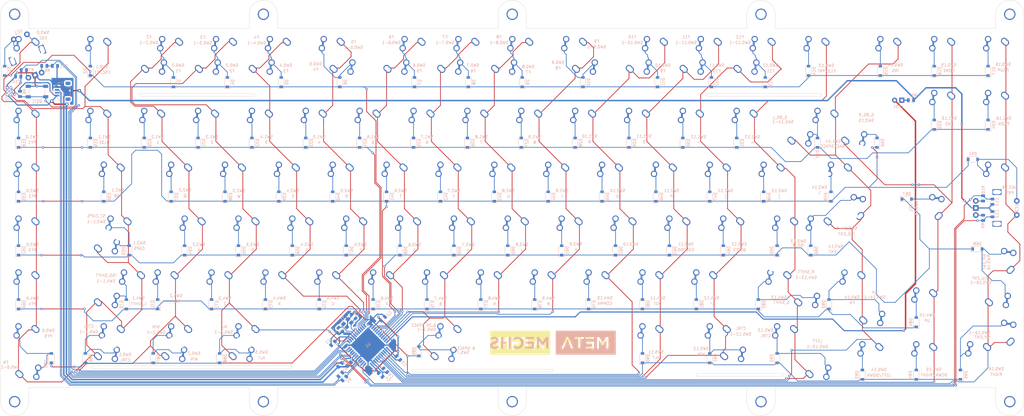
<source format=kicad_pcb>
(kicad_pcb (version 20171130) (host pcbnew "(5.1.0)-1")
  (layers (0 F.Cu signal) (31 B.Cu signal) (34 B.Paste user hide) (35 F.Paste user hide) (36 B.SilkS user) (37 F.SilkS user) (38 B.Mask user) (39 F.Mask user) (44 Edge.Cuts user))
  (net 0 "")
  (net 1 GND)
  (net 2 VCC)
  (net 3 "Net-(C6-Pad1)")
  (net 4 "Net-(C7-Pad1)")
  (net 5 "Net-(C8-Pad1)")
  (net 6 "Net-(C9-Pad1)")
  (net 7 "Net-(D1-Pad2)")
  (net 8 /r0)
  (net 9 "Net-(D2-Pad2)")
  (net 10 "Net-(D3-Pad2)")
  (net 11 "Net-(D4-Pad2)")
  (net 12 "Net-(D5-Pad2)")
  (net 13 "Net-(D6-Pad2)")
  (net 14 "Net-(D7-Pad2)")
  (net 15 "Net-(D8-Pad2)")
  (net 16 "Net-(D9-Pad2)")
  (net 17 "Net-(D10-Pad2)")
  (net 18 "Net-(D11-Pad2)")
  (net 19 "Net-(D12-Pad2)")
  (net 20 "Net-(D13-Pad2)")
  (net 21 "Net-(D14-Pad2)")
  (net 22 "Net-(D15-Pad2)")
  (net 23 "Net-(D16-Pad2)")
  (net 24 "Net-(D17-Pad2)")
  (net 25 /r1)
  (net 26 "Net-(D18-Pad2)")
  (net 27 "Net-(D19-Pad2)")
  (net 28 "Net-(D20-Pad2)")
  (net 29 "Net-(D21-Pad2)")
  (net 30 "Net-(D22-Pad2)")
  (net 31 "Net-(D23-Pad2)")
  (net 32 "Net-(D24-Pad2)")
  (net 33 "Net-(D25-Pad2)")
  (net 34 "Net-(D26-Pad2)")
  (net 35 "Net-(D27-Pad2)")
  (net 36 "Net-(D28-Pad2)")
  (net 37 "Net-(D29-Pad2)")
  (net 38 "Net-(D30-Pad2)")
  (net 39 "Net-(D31-Pad2)")
  (net 40 "Net-(D32-Pad2)")
  (net 41 "Net-(D33-Pad2)")
  (net 42 "Net-(D34-Pad2)")
  (net 43 "Net-(D35-Pad2)")
  (net 44 /r2)
  (net 45 "Net-(D36-Pad2)")
  (net 46 "Net-(D37-Pad2)")
  (net 47 "Net-(D38-Pad2)")
  (net 48 "Net-(D39-Pad2)")
  (net 49 "Net-(D40-Pad2)")
  (net 50 "Net-(D41-Pad2)")
  (net 51 "Net-(D42-Pad2)")
  (net 52 "Net-(D43-Pad2)")
  (net 53 "Net-(D44-Pad2)")
  (net 54 "Net-(D45-Pad2)")
  (net 55 "Net-(D46-Pad2)")
  (net 56 "Net-(D47-Pad2)")
  (net 57 "Net-(D48-Pad2)")
  (net 58 "Net-(D49-Pad2)")
  (net 59 "Net-(D50-Pad2)")
  (net 60 "Net-(D51-Pad2)")
  (net 61 /r3)
  (net 62 "Net-(D52-Pad2)")
  (net 63 "Net-(D53-Pad2)")
  (net 64 "Net-(D54-Pad2)")
  (net 65 "Net-(D55-Pad2)")
  (net 66 "Net-(D56-Pad2)")
  (net 67 "Net-(D57-Pad2)")
  (net 68 "Net-(D58-Pad2)")
  (net 69 "Net-(D59-Pad2)")
  (net 70 "Net-(D60-Pad2)")
  (net 71 "Net-(D61-Pad2)")
  (net 72 "Net-(D62-Pad2)")
  (net 73 "Net-(D63-Pad2)")
  (net 74 "Net-(D64-Pad2)")
  (net 75 "Net-(D65-Pad2)")
  (net 76 "Net-(D66-Pad2)")
  (net 77 "Net-(D67-Pad2)")
  (net 78 "Net-(D68-Pad2)")
  (net 79 "Net-(D69-Pad2)")
  (net 80 /r4)
  (net 81 "Net-(D70-Pad2)")
  (net 82 "Net-(D71-Pad2)")
  (net 83 "Net-(D72-Pad2)")
  (net 84 "Net-(D73-Pad2)")
  (net 85 "Net-(D74-Pad2)")
  (net 86 "Net-(D75-Pad2)")
  (net 87 "Net-(D76-Pad2)")
  (net 88 "Net-(D77-Pad2)")
  (net 89 "Net-(D78-Pad2)")
  (net 90 "Net-(D79-Pad2)")
  (net 91 "Net-(D80-Pad2)")
  (net 92 "Net-(D81-Pad2)")
  (net 93 "Net-(D82-Pad2)")
  (net 94 "Net-(D83-Pad2)")
  (net 95 "Net-(D84-Pad2)")
  (net 96 /r5)
  (net 97 "Net-(D85-Pad2)")
  (net 98 "Net-(D86-Pad2)")
  (net 99 "Net-(D87-Pad2)")
  (net 100 "Net-(D88-Pad2)")
  (net 101 "Net-(D89-Pad2)")
  (net 102 "Net-(D90-Pad2)")
  (net 103 "Net-(D91-Pad2)")
  (net 104 "Net-(D92-Pad2)")
  (net 105 "Net-(D93-Pad2)")
  (net 106 "Net-(D94-Pad2)")
  (net 107 "Net-(D95-Pad2)")
  (net 108 "Net-(EC1-PadA)")
  (net 109 "Net-(EC1-PadB)")
  (net 110 /c16)
  (net 111 "Net-(EC2-PadB)")
  (net 112 "Net-(EC2-PadA)")
  (net 113 /D-)
  (net 114 /D+)
  (net 115 /RES)
  (net 116 "Net-(LED1-Pad1)")
  (net 117 "Net-(LED1-Pad2)")
  (net 118 /rd-)
  (net 119 /rd+)
  (net 120 /c13)
  (net 121 /c8)
  (net 122 /c2)
  (net 123 /c3)
  (net 124 /c14)
  (net 125 /c9)
  (net 126 /c10)
  (net 127 /c4)
  (net 128 /c11)
  (net 129 /c7)
  (net 130 /c5)
  (net 131 /c6)
  (net 132 /c12)
  (net 133 /enc-)
  (net 134 /c15)
  (net 135 /enc+)
  (net 136 /c0)
  (net 137 /c1)
  (module MX_SMK_2:MX_SMK_125 (layer F.Cu) (at 37.30625 92.075 180)
    (fp_text reference SW4,1-1 (at 0 2.75 180) (layer B.SilkS) (effects (justify mirror)))
    (fp_text value ISO_SHIFT (at 0 4.75 180) (layer B.SilkS) (effects (justify mirror)))
    (pad "" np_thru_hole circle (at 5.08 0 228) (size 1.7 1.7) (drill 1.7) (layers *.Cu *.Mask))
    (pad "" np_thru_hole circle (at -5.08 0 228) (size 1.7 1.7) (drill 1.7) (layers *.Cu *.Mask))
    (pad "" np_thru_hole circle (at -4.5 0 180) (size 1.375 1.375) (drill 1.375) (layers *.Cu *.Mask))
    (pad "" np_thru_hole circle (at 4.5 0 180) (size 1.375 1.375) (drill 1.375) (layers *.Cu *.Mask))
    (pad 1 thru_hole circle (at -3.81 -2.54 180) (size 2.25 2.25) (drill 1.5) (layers *.Cu B.Mask) (net 81 "Net-(D70-Pad2)"))
    (pad 1 thru_hole circle (at -3.15 -5.75 180) (size 2.25 2.25) (drill 1.5) (layers *.Cu B.Mask) (net 81 "Net-(D70-Pad2)"))
    (pad 2 thru_hole circle (at 2.54 -5.08 180) (size 2.25 2.25) (drill 1.5) (layers *.Cu B.Mask) (net 137 /c1))
    (pad 2 thru_hole circle (at 3.15 -4.5 180) (size 2.25 2.25) (drill 1.5) (layers *.Cu B.Mask) (net 137 /c1))
    (pad "" np_thru_hole circle (at 0 0 180) (size 3.9878 3.9878) (drill 3.9878) (layers *.Cu *.Mask))
    (pad 1 smd roundrect (at -3.48 -4.145 180) (size 0.66 5.317) (layers B.Cu) (roundrect_rratio 0.5) (net 81 "Net-(D70-Pad2)"))
  )
  (module "logo:metamechs logo half 2" (layer B.Cu) (at 195.4 111.125 180)
    (fp_text reference G*** hide)
    (fp_text value LOGO hide)
  )
  (module "logo:metamechs logo half 2" (layer F.Cu) (at 195.4 111.125)
    (fp_text reference G*** hide)
    (fp_text value LOGO hide)
  )
  (module MX_SMK_2:MX_SMK_625 (layer F.Cu) (at 156.36875 111.125 180)
    (fp_text reference SW5,7-1 (at 5.66875 4.625 180) (layer B.SilkS) (effects (justify mirror)))
    (fp_text value "6.25 SPACE" (at 6.76875 6.125 180) (layer B.SilkS) (effects (justify mirror)))
    (pad "" np_thru_hole circle (at 5.08 0 228) (size 1.7 1.7) (drill 1.7) (layers *.Cu *.Mask))
    (pad "" np_thru_hole circle (at -5.08 0 228) (size 1.7 1.7) (drill 1.7) (layers *.Cu *.Mask))
    (pad "" np_thru_hole circle (at -4.5 0 180) (size 1.375 1.375) (drill 1.375) (layers *.Cu *.Mask))
    (pad "" np_thru_hole circle (at 4.5 0 180) (size 1.375 1.375) (drill 1.375) (layers *.Cu *.Mask))
    (pad 1 thru_hole circle (at -3.81 -2.54 180) (size 2.25 2.25) (drill 1.5) (layers *.Cu B.Mask) (net 101 "Net-(D89-Pad2)"))
    (pad 1 thru_hole circle (at -3.15 -5.75 180) (size 2.25 2.25) (drill 1.5) (layers *.Cu B.Mask) (net 101 "Net-(D89-Pad2)"))
    (pad 2 thru_hole circle (at 2.54 -5.08 180) (size 2.25 2.25) (drill 1.5) (layers *.Cu B.Mask) (net 129 /c7))
    (pad 2 thru_hole circle (at 3.15 -4.5 180) (size 2.25 2.25) (drill 1.5) (layers *.Cu B.Mask) (net 129 /c7))
    (pad "" np_thru_hole circle (at 0 0 180) (size 3.9878 3.9878) (drill 3.9878) (layers *.Cu *.Mask))
    (pad 1 smd roundrect (at -3.48 -4.145 180) (size 0.66 5.317) (layers B.Cu) (roundrect_rratio 0.5) (net 101 "Net-(D89-Pad2)"))
    (pad HOLE np_thru_hole circle (at 50.038 8.255 180) (size 3.9878 3.9878) (drill 3.9878) (layers *.Cu *.Mask))
    (pad HOLE np_thru_hole circle (at -50.038 8.255 180) (size 3.9878 3.9878) (drill 3.9878) (layers *.Cu *.Mask))
    (pad HOLE np_thru_hole circle (at 50.038 -6.985 180) (size 3.048 3.048) (drill 3.048) (layers *.Cu *.Mask))
    (pad HOLE np_thru_hole circle (at -50.038 -6.985 180) (size 3.048 3.048) (drill 3.048) (layers *.Cu *.Mask))
  )
  (module MX_SMK_2:MX_SMK_600_stabflip (layer F.Cu) (at 158.75 111.125)
    (fp_text reference SW5,7 (at 4.85 3.475) (layer B.SilkS) (effects (justify mirror)))
    (fp_text value "6 SPACE" (at 5.85 1.975) (layer B.SilkS) (effects (justify mirror)))
    (pad HOLE np_thru_hole circle (at 47.625 6.985 180) (size 3.048 3.048) (drill 3.048) (layers *.Cu *.Mask))
    (pad HOLE np_thru_hole circle (at -47.625 6.985 180) (size 3.048 3.048) (drill 3.048) (layers *.Cu *.Mask))
    (pad HOLE np_thru_hole circle (at 47.625 -8.255 180) (size 3.9878 3.9878) (drill 3.9878) (layers *.Cu *.Mask))
    (pad HOLE np_thru_hole circle (at -47.625 -8.255 180) (size 3.9878 3.9878) (drill 3.9878) (layers *.Cu *.Mask))
    (pad 1 smd roundrect (at -3.48 -4.145) (size 0.66 5.317) (layers B.Cu) (roundrect_rratio 0.5) (net 101 "Net-(D89-Pad2)"))
    (pad "" np_thru_hole circle (at 0 0) (size 3.9878 3.9878) (drill 3.9878) (layers *.Cu *.Mask))
    (pad 2 thru_hole circle (at 3.15 -4.5) (size 2.25 2.25) (drill 1.5) (layers *.Cu B.Mask) (net 129 /c7))
    (pad 2 thru_hole circle (at 2.54 -5.08) (size 2.25 2.25) (drill 1.5) (layers *.Cu B.Mask) (net 129 /c7))
    (pad 1 thru_hole circle (at -3.15 -5.75) (size 2.25 2.25) (drill 1.5) (layers *.Cu B.Mask) (net 101 "Net-(D89-Pad2)"))
    (pad 1 thru_hole circle (at -3.81 -2.54) (size 2.25 2.25) (drill 1.5) (layers *.Cu B.Mask) (net 101 "Net-(D89-Pad2)"))
    (pad "" np_thru_hole circle (at 4.5 0) (size 1.375 1.375) (drill 1.375) (layers *.Cu *.Mask))
    (pad "" np_thru_hole circle (at -4.5 0) (size 1.375 1.375) (drill 1.375) (layers *.Cu *.Mask))
    (pad "" np_thru_hole circle (at -5.08 0 48) (size 1.7 1.7) (drill 1.7) (layers *.Cu *.Mask))
    (pad "" np_thru_hole circle (at 5.08 0 48) (size 1.7 1.7) (drill 1.7) (layers *.Cu *.Mask))
  )
  (module Package_QFP:TQFP-44_10x10mm_P0.8mm (layer B.Cu) (at 130 112 45)
    (fp_text reference U1 (at 0 0 45) (layer B.SilkS) (effects (justify mirror)))
    (fp_text value ATMEGA32U4)
    (pad 44 smd rect (at -4 5.7 315) (size 1.5 0.55) (layers B.Cu B.Paste B.Mask) (net 2 VCC))
    (pad 43 smd rect (at -3.2 5.7 315) (size 1.5 0.55) (layers B.Cu B.Paste B.Mask) (net 1 GND))
    (pad 42 smd rect (at -2.4 5.7 315) (size 1.5 0.55) (layers B.Cu B.Paste B.Mask) (net 6 "Net-(C9-Pad1)"))
    (pad 41 smd rect (at -1.6 5.7 315) (size 1.5 0.55) (layers B.Cu B.Paste B.Mask) (net 134 /c15))
    (pad 40 smd rect (at -0.8 5.7 315) (size 1.5 0.55) (layers B.Cu B.Paste B.Mask) (net 124 /c14))
    (pad 39 smd rect (at 0 5.7 315) (size 1.5 0.55) (layers B.Cu B.Paste B.Mask) (net 120 /c13))
    (pad 38 smd rect (at 0.8 5.7 315) (size 1.5 0.55) (layers B.Cu B.Paste B.Mask) (net 132 /c12))
    (pad 37 smd rect (at 1.6 5.7 315) (size 1.5 0.55) (layers B.Cu B.Paste B.Mask) (net 128 /c11))
    (pad 36 smd rect (at 2.4 5.7 315) (size 1.5 0.55) (layers B.Cu B.Paste B.Mask) (net 126 /c10))
    (pad 35 smd rect (at 3.2 5.7 315) (size 1.5 0.55) (layers B.Cu B.Paste B.Mask) (net 1 GND))
    (pad 34 smd rect (at 4 5.7 315) (size 1.5 0.55) (layers B.Cu B.Paste B.Mask) (net 2 VCC))
    (pad 33 smd rect (at 5.7 4 45) (size 1.5 0.55) (layers B.Cu B.Paste B.Mask) (net 117 "Net-(LED1-Pad2)"))
    (pad 32 smd rect (at 5.7 3.2 45) (size 1.5 0.55) (layers B.Cu B.Paste B.Mask) (net 125 /c9))
    (pad 31 smd rect (at 5.7 2.4 45) (size 1.5 0.55) (layers B.Cu B.Paste B.Mask) (net 121 /c8))
    (pad 30 smd rect (at 5.7 1.6 45) (size 1.5 0.55) (layers B.Cu B.Paste B.Mask) (net 129 /c7))
    (pad 29 smd rect (at 5.7 0.8 45) (size 1.5 0.55) (layers B.Cu B.Paste B.Mask) (net 131 /c6))
    (pad 28 smd rect (at 5.7 0 45) (size 1.5 0.55) (layers B.Cu B.Paste B.Mask) (net 96 /r5))
    (pad 27 smd rect (at 5.7 -0.8 45) (size 1.5 0.55) (layers B.Cu B.Paste B.Mask) (net 80 /r4))
    (pad 26 smd rect (at 5.7 -1.6 45) (size 1.5 0.55) (layers B.Cu B.Paste B.Mask) (net 61 /r3))
    (pad 25 smd rect (at 5.7 -2.4 45) (size 1.5 0.55) (layers B.Cu B.Paste B.Mask) (net 44 /r2))
    (pad 24 smd rect (at 5.7 -3.2 45) (size 1.5 0.55) (layers B.Cu B.Paste B.Mask) (net 2 VCC))
    (pad 23 smd rect (at 5.7 -4 45) (size 1.5 0.55) (layers B.Cu B.Paste B.Mask) (net 1 GND))
    (pad 22 smd rect (at 4 -5.7 315) (size 1.5 0.55) (layers B.Cu B.Paste B.Mask) (net 8 /r0))
    (pad 21 smd rect (at 3.2 -5.7 315) (size 1.5 0.55) (layers B.Cu B.Paste B.Mask) (net 25 /r1))
    (pad 20 smd rect (at 2.4 -5.7 315) (size 1.5 0.55) (layers B.Cu B.Paste B.Mask) (net 130 /c5))
    (pad 19 smd rect (at 1.6 -5.7 315) (size 1.5 0.55) (layers B.Cu B.Paste B.Mask) (net 127 /c4))
    (pad 18 smd rect (at 0.8 -5.7 315) (size 1.5 0.55) (layers B.Cu B.Paste B.Mask) (net 123 /c3))
    (pad 17 smd rect (at 0 -5.7 315) (size 1.5 0.55) (layers B.Cu B.Paste B.Mask) (net 5 "Net-(C8-Pad1)"))
    (pad 16 smd rect (at -0.8 -5.7 315) (size 1.5 0.55) (layers B.Cu B.Paste B.Mask) (net 4 "Net-(C7-Pad1)"))
    (pad 15 smd rect (at -1.6 -5.7 315) (size 1.5 0.55) (layers B.Cu B.Paste B.Mask) (net 1 GND))
    (pad 14 smd rect (at -2.4 -5.7 315) (size 1.5 0.55) (layers B.Cu B.Paste B.Mask) (net 2 VCC))
    (pad 13 smd rect (at -3.2 -5.7 315) (size 1.5 0.55) (layers B.Cu B.Paste B.Mask) (net 115 /RES))
    (pad 12 smd rect (at -4 -5.7 315) (size 1.5 0.55) (layers B.Cu B.Paste B.Mask) (net 122 /c2))
    (pad 11 smd rect (at -5.7 -4 45) (size 1.5 0.55) (layers B.Cu B.Paste B.Mask) (net 137 /c1))
    (pad 10 smd rect (at -5.7 -3.2 45) (size 1.5 0.55) (layers B.Cu B.Paste B.Mask) (net 136 /c0))
    (pad 9 smd rect (at -5.7 -2.4 45) (size 1.5 0.55) (layers B.Cu B.Paste B.Mask) (net 135 /enc+))
    (pad 8 smd rect (at -5.7 -1.6 45) (size 1.5 0.55) (layers B.Cu B.Paste B.Mask) (net 133 /enc-))
    (pad 7 smd rect (at -5.7 -0.8 45) (size 1.5 0.55) (layers B.Cu B.Paste B.Mask) (net 2 VCC))
    (pad 6 smd rect (at -5.7 0 45) (size 1.5 0.55) (layers B.Cu B.Paste B.Mask) (net 3 "Net-(C6-Pad1)"))
    (pad 5 smd rect (at -5.7 0.8 45) (size 1.5 0.55) (layers B.Cu B.Paste B.Mask) (net 1 GND))
    (pad 4 smd rect (at -5.7 1.6 45) (size 1.5 0.55) (layers B.Cu B.Paste B.Mask) (net 119 /rd+))
    (pad 3 smd rect (at -5.7 2.4 45) (size 1.5 0.55) (layers B.Cu B.Paste B.Mask) (net 118 /rd-))
    (pad 2 smd rect (at -5.7 3.2 45) (size 1.5 0.55) (layers B.Cu B.Paste B.Mask) (net 2 VCC))
    (pad 1 smd rect (at -5.7 4 45) (size 1.5 0.55) (layers B.Cu B.Paste B.Mask) (net 110 /c16))
  )
  (module keebs:LED_D1.8mm_W3.3mm_H2.4mm_CENTERED (layer F.Cu) (at 317.5 25.4 180)
    (fp_text reference LED1 (at 0 -2.26 180) (layer B.SilkS) (effects (justify mirror)))
    (fp_text value "3V 5mA")
    (pad 1 thru_hole rect (at -1.27 0 180) (size 1.8 1.8) (drill 0.9) (layers *.Cu B.Mask) (net 116 "Net-(LED1-Pad1)"))
    (pad 2 thru_hole circle (at 1.27 0 180) (size 1.8 1.8) (drill 0.9) (layers *.Cu B.Mask) (net 117 "Net-(LED1-Pad2)"))
  )
  (module keebs:PinHeader_2x03_P1.27mm_Vertical_center (layer F.Cu) (at 3 22.225 180)
    (fp_text reference J2 (at 0.7 -2.775 180) (layer B.SilkS) (effects (justify mirror)))
    (fp_text value Conn_02x03_Odd_Even)
    (pad 6 thru_hole rect (at 0.635 1.27 180) (size 1 1) (drill 0.65) (layers *.Cu B.Mask) (net 1 GND))
    (pad 5 thru_hole oval (at -0.635 1.27 180) (size 1 1) (drill 0.65) (layers *.Cu B.Mask) (net 115 /RES))
    (pad 4 thru_hole oval (at 0.635 0 180) (size 1 1) (drill 0.65) (layers *.Cu B.Mask) (net 136 /c0))
    (pad 3 thru_hole oval (at -0.635 0 180) (size 1 1) (drill 0.65) (layers *.Cu B.Mask) (net 135 /enc+))
    (pad 2 thru_hole oval (at 0.635 -1.27 180) (size 1 1) (drill 0.65) (layers *.Cu B.Mask) (net 2 VCC))
    (pad 1 thru_hole circle (at -0.635 -1.27 180) (size 1 1) (drill 0.65) (layers *.Cu B.Mask) (net 137 /c1))
  )
  (module keyboard_parts:HOLE_M3 (layer F.Cu) (at 5 -5)
    (fp_text reference HOLE_M3 hide)
    (fp_text value VAL** hide)
    (pad 1 thru_hole circle (at 0 0) (size 4 4) (drill 3.2) (layers *.Cu B.Mask))
  )
  (module keyboard_parts:HOLE_M3 (layer F.Cu) (at 356.95 132)
    (fp_text reference HOLE_M3 hide)
    (fp_text value VAL** hide)
    (pad 1 thru_hole circle (at 0 0) (size 4 4) (drill 3.2) (layers *.Cu B.Mask))
  )
  (module keyboard_parts:HOLE_M3 (layer F.Cu) (at 5 132)
    (fp_text reference HOLE_M3 hide)
    (fp_text value VAL** hide)
    (pad 1 thru_hole circle (at 0 0) (size 4 4) (drill 3.2) (layers *.Cu B.Mask))
  )
  (module keyboard_parts:HOLE_M3 (layer F.Cu) (at 180.975 132)
    (fp_text reference HOLE_M3 hide)
    (fp_text value VAL** hide)
    (pad 1 thru_hole circle (at 0 0) (size 4 4) (drill 3.2) (layers *.Cu B.Mask))
  )
  (module keyboard_parts:HOLE_M3 (layer F.Cu) (at 92.9875 132)
    (fp_text reference HOLE_M3 hide)
    (fp_text value VAL** hide)
    (pad 1 thru_hole circle (at 0 0) (size 4 4) (drill 3.2) (layers *.Cu B.Mask))
  )
  (module keyboard_parts:HOLE_M3 (layer F.Cu) (at 268.9625 132)
    (fp_text reference HOLE_M3 hide)
    (fp_text value VAL** hide)
    (pad 1 thru_hole circle (at 0 0) (size 4 4) (drill 3.2) (layers *.Cu B.Mask))
  )
  (module keyboard_parts:HOLE_M3 (layer F.Cu) (at 356.95 -5)
    (fp_text reference HOLE_M3 hide)
    (fp_text value VAL** hide)
    (pad 1 thru_hole circle (at 0 0) (size 4 4) (drill 3.2) (layers *.Cu B.Mask))
  )
  (module keyboard_parts:HOLE_M3 (layer F.Cu) (at 268.9625 -5)
    (fp_text reference HOLE_M3 hide)
    (fp_text value VAL** hide)
    (pad 1 thru_hole circle (at 0 0) (size 4 4) (drill 3.2) (layers *.Cu B.Mask))
  )
  (module keyboard_parts:HOLE_M3 (layer F.Cu) (at 180.975 -5)
    (fp_text reference HOLE_M3 hide)
    (fp_text value VAL** hide)
    (pad 1 thru_hole circle (at 0 0) (size 4 4) (drill 3.2) (layers *.Cu B.Mask))
  )
  (module keyboard_parts:HOLE_M3 (layer F.Cu) (at 92.9875 -5)
    (fp_text reference HOLE_M3 hide)
    (fp_text value VAL** hide)
    (pad 1 thru_hole circle (at 0 0) (size 4 4) (drill 3.2) (layers *.Cu B.Mask))
  )
  (module Capacitor_SMD:C_0805_2012Metric (layer B.Cu) (at 117.6 111.4 225)
    (fp_text reference C1 (at 0.848528 1.697056 225) (layer B.SilkS) (effects (justify mirror)))
    (fp_text value 0.1u)
    (pad 2 smd roundrect (at 0.937501 0 225) (size 0.975 1.4) (layers B.Cu B.Paste B.Mask) (net 1 GND))
    (pad 1 smd roundrect (at -0.937501 0 225) (size 0.975 1.4) (layers B.Cu B.Paste B.Mask) (net 2 VCC))
  )
  (module Button_Switch_SMD:SW_SPST_SKQG_WithStem (layer B.Cu) (at 12.9 22.325 180)
    (fp_text reference RST1 (at 0 -3.675 180) (layer B.SilkS) (effects (justify mirror)))
    (fp_text value SW_PUSH)
    (pad 2 smd rect (at 3.1 -1.85 180) (size 1.8 1.1) (layers B.Cu B.Paste B.Mask) (net 115 /RES))
    (pad 2 smd rect (at -3.1 -1.85 180) (size 1.8 1.1) (layers B.Cu B.Paste B.Mask) (net 115 /RES))
    (pad 1 smd rect (at 3.1 1.85 180) (size 1.8 1.1) (layers B.Cu B.Paste B.Mask) (net 1 GND))
    (pad 1 smd rect (at -3.1 1.85 180) (size 1.8 1.1) (layers B.Cu B.Paste B.Mask) (net 1 GND))
  )
  (module keebs:EC11E (layer F.Cu) (at 352.425 63.5)
    (fp_text reference EC2 (at 7.075 0 90) (layer B.SilkS) (effects (justify mirror)))
    (fp_text value EC11E)
    (pad A thru_hole circle (at -7.5 -2.5) (size 2 2) (drill 1) (layers *.Cu B.Mask) (net 112 "Net-(EC2-PadA)"))
    (pad C thru_hole rect (at -7.5 0) (size 2 2) (drill 1) (layers *.Cu B.Mask) (net 1 GND))
    (pad B thru_hole circle (at -7.5 2.5) (size 2 2) (drill 1) (layers *.Cu B.Mask) (net 111 "Net-(EC2-PadB)"))
    (pad MP thru_hole rect (at 0 -5.6) (size 3.2 2) (drill oval 2.8 1.5) (layers *.Cu B.Mask))
    (pad MP thru_hole rect (at 0 5.6) (size 3.2 2) (drill oval 2.8 1.5) (layers *.Cu B.Mask))
    (pad S2 thru_hole circle (at 7 -2.5) (size 2 2) (drill 1) (layers *.Cu B.Mask) (net 60 "Net-(D51-Pad2)"))
    (pad S1 thru_hole circle (at 7 2.5) (size 2 2) (drill 1) (layers *.Cu B.Mask) (net 110 /c16))
  )
  (module keebs:EC11E (layer F.Cu) (at 9.525 9.525 111)
    (fp_text reference EC1 (at 8.834437 -0.06322 201) (layer B.SilkS) (effects (justify mirror)))
    (fp_text value EC11E)
    (pad A thru_hole circle (at -7.5 -2.5 111) (size 2 2) (drill 1) (layers *.Cu B.Mask) (net 108 "Net-(EC1-PadA)"))
    (pad C thru_hole rect (at -7.5 0 111) (size 2 2) (drill 1) (layers *.Cu B.Mask) (net 1 GND))
    (pad B thru_hole circle (at -7.5 2.5 111) (size 2 2) (drill 1) (layers *.Cu B.Mask) (net 109 "Net-(EC1-PadB)"))
    (pad MP thru_hole rect (at -0.000001 -5.6 111) (size 3.2 2) (drill oval 2.8 1.5) (layers *.Cu B.Mask))
    (pad MP thru_hole rect (at 0.000001 5.6 111) (size 3.2 2) (drill oval 2.8 1.5) (layers *.Cu B.Mask))
    (pad S2 thru_hole circle (at 7 -2.5 111) (size 2 2) (drill 1) (layers *.Cu B.Mask) (net 7 "Net-(D1-Pad2)"))
    (pad S1 thru_hole circle (at 7 2.5 111) (size 2 2) (drill 1) (layers *.Cu B.Mask) (net 136 /c0))
  )
  (module MX_SMK_2:MX_SMK_100 (layer F.Cu) (at 96.8375 92.075)
    (fp_text reference SW4,4 (at 1.8 3.3) (layer B.SilkS) (effects (justify mirror)))
    (fp_text value X (at 1.8 5.3) (layer B.SilkS) (effects (justify mirror)))
    (pad "" np_thru_hole circle (at 5.08 0 48) (size 1.7 1.7) (drill 1.7) (layers *.Cu *.Mask))
    (pad "" np_thru_hole circle (at -5.08 0 48) (size 1.7 1.7) (drill 1.7) (layers *.Cu *.Mask))
    (pad "" np_thru_hole circle (at -4.5 0) (size 1.375 1.375) (drill 1.375) (layers *.Cu *.Mask))
    (pad "" np_thru_hole circle (at 4.5 0) (size 1.375 1.375) (drill 1.375) (layers *.Cu *.Mask))
    (pad 1 thru_hole circle (at -3.81 -2.54) (size 2.25 2.25) (drill 1.5) (layers *.Cu B.Mask) (net 84 "Net-(D73-Pad2)"))
    (pad 1 thru_hole circle (at -3.15 -5.75) (size 2.25 2.25) (drill 1.5) (layers *.Cu B.Mask) (net 84 "Net-(D73-Pad2)"))
    (pad 2 thru_hole circle (at 2.54 -5.08) (size 2.25 2.25) (drill 1.5) (layers *.Cu B.Mask) (net 127 /c4))
    (pad 2 thru_hole circle (at 3.15 -4.5) (size 2.25 2.25) (drill 1.5) (layers *.Cu B.Mask) (net 127 /c4))
    (pad "" np_thru_hole circle (at 0 0) (size 3.9878 3.9878) (drill 3.9878) (layers *.Cu *.Mask))
    (pad 1 smd roundrect (at -3.48 -4.145) (size 0.66 5.317) (layers B.Cu) (roundrect_rratio 0.5) (net 84 "Net-(D73-Pad2)"))
  )
  (module MX_SMK_2:MX_SMK_100 (layer F.Cu) (at 60.325 9.525)
    (fp_text reference SW0,2 (at 2.5 3.5) (layer B.SilkS) (effects (justify mirror)))
    (fp_text value F1 (at 2.5 5.5) (layer B.SilkS) (effects (justify mirror)))
    (pad "" np_thru_hole circle (at 5.08 0 48) (size 1.7 1.7) (drill 1.7) (layers *.Cu *.Mask))
    (pad "" np_thru_hole circle (at -5.08 0 48) (size 1.7 1.7) (drill 1.7) (layers *.Cu *.Mask))
    (pad "" np_thru_hole circle (at -4.5 0) (size 1.375 1.375) (drill 1.375) (layers *.Cu *.Mask))
    (pad "" np_thru_hole circle (at 4.5 0) (size 1.375 1.375) (drill 1.375) (layers *.Cu *.Mask))
    (pad 1 thru_hole circle (at -3.81 -2.54) (size 2.25 2.25) (drill 1.5) (layers *.Cu B.Mask) (net 10 "Net-(D3-Pad2)"))
    (pad 1 thru_hole circle (at -3.15 -5.75) (size 2.25 2.25) (drill 1.5) (layers *.Cu B.Mask) (net 10 "Net-(D3-Pad2)"))
    (pad 2 thru_hole circle (at 2.54 -5.08) (size 2.25 2.25) (drill 1.5) (layers *.Cu B.Mask) (net 122 /c2))
    (pad 2 thru_hole circle (at 3.15 -4.5) (size 2.25 2.25) (drill 1.5) (layers *.Cu B.Mask) (net 122 /c2))
    (pad "" np_thru_hole circle (at 0 0) (size 3.9878 3.9878) (drill 3.9878) (layers *.Cu *.Mask))
    (pad 1 smd roundrect (at -3.48 -4.145) (size 0.66 5.317) (layers B.Cu) (roundrect_rratio 0.5) (net 10 "Net-(D3-Pad2)"))
  )
  (module MX_SMK_2:MX_SMK_100 (layer F.Cu) (at 34.925 9.525)
    (fp_text reference SW0,1 (at 1 4) (layer B.SilkS) (effects (justify mirror)))
    (fp_text value ESC/F1 (at 1 6) (layer B.SilkS) (effects (justify mirror)))
    (pad "" np_thru_hole circle (at 5.08 0 48) (size 1.7 1.7) (drill 1.7) (layers *.Cu *.Mask))
    (pad "" np_thru_hole circle (at -5.08 0 48) (size 1.7 1.7) (drill 1.7) (layers *.Cu *.Mask))
    (pad "" np_thru_hole circle (at -4.5 0) (size 1.375 1.375) (drill 1.375) (layers *.Cu *.Mask))
    (pad "" np_thru_hole circle (at 4.5 0) (size 1.375 1.375) (drill 1.375) (layers *.Cu *.Mask))
    (pad 1 thru_hole circle (at -3.81 -2.54) (size 2.25 2.25) (drill 1.5) (layers *.Cu B.Mask) (net 9 "Net-(D2-Pad2)"))
    (pad 1 thru_hole circle (at -3.15 -5.75) (size 2.25 2.25) (drill 1.5) (layers *.Cu B.Mask) (net 9 "Net-(D2-Pad2)"))
    (pad 2 thru_hole circle (at 2.54 -5.08) (size 2.25 2.25) (drill 1.5) (layers *.Cu B.Mask) (net 137 /c1))
    (pad 2 thru_hole circle (at 3.15 -4.5) (size 2.25 2.25) (drill 1.5) (layers *.Cu B.Mask) (net 137 /c1))
    (pad "" np_thru_hole circle (at 0 0) (size 3.9878 3.9878) (drill 3.9878) (layers *.Cu *.Mask))
    (pad 1 smd roundrect (at -3.48 -4.145) (size 0.66 5.317) (layers B.Cu) (roundrect_rratio 0.5) (net 9 "Net-(D2-Pad2)"))
  )
  (module MX_SMK_2:MX_SMK_100 (layer F.Cu) (at 288.925 9.525)
    (fp_text reference SW0,13 (at 3.2 3.6) (layer B.SilkS) (effects (justify mirror)))
    (fp_text value F12/PRT (at 3.2 5.6) (layer B.SilkS) (effects (justify mirror)))
    (pad "" np_thru_hole circle (at 5.08 0 48) (size 1.7 1.7) (drill 1.7) (layers *.Cu *.Mask))
    (pad "" np_thru_hole circle (at -5.08 0 48) (size 1.7 1.7) (drill 1.7) (layers *.Cu *.Mask))
    (pad "" np_thru_hole circle (at -4.5 0) (size 1.375 1.375) (drill 1.375) (layers *.Cu *.Mask))
    (pad "" np_thru_hole circle (at 4.5 0) (size 1.375 1.375) (drill 1.375) (layers *.Cu *.Mask))
    (pad 1 thru_hole circle (at -3.81 -2.54) (size 2.25 2.25) (drill 1.5) (layers *.Cu B.Mask) (net 21 "Net-(D14-Pad2)"))
    (pad 1 thru_hole circle (at -3.15 -5.75) (size 2.25 2.25) (drill 1.5) (layers *.Cu B.Mask) (net 21 "Net-(D14-Pad2)"))
    (pad 2 thru_hole circle (at 2.54 -5.08) (size 2.25 2.25) (drill 1.5) (layers *.Cu B.Mask) (net 120 /c13))
    (pad 2 thru_hole circle (at 3.15 -4.5) (size 2.25 2.25) (drill 1.5) (layers *.Cu B.Mask) (net 120 /c13))
    (pad "" np_thru_hole circle (at 0 0) (size 3.9878 3.9878) (drill 3.9878) (layers *.Cu *.Mask))
    (pad 1 smd roundrect (at -3.48 -4.145) (size 0.66 5.317) (layers B.Cu) (roundrect_rratio 0.5) (net 21 "Net-(D14-Pad2)"))
  )
  (module MX_SMK_2:MX_SMK_100 (layer F.Cu) (at 184.15 9.525)
    (fp_text reference SW0,8 (at 2.5 4) (layer B.SilkS) (effects (justify mirror)))
    (fp_text value F7 (at 2.5 6) (layer B.SilkS) (effects (justify mirror)))
    (pad "" np_thru_hole circle (at 5.08 0 48) (size 1.7 1.7) (drill 1.7) (layers *.Cu *.Mask))
    (pad "" np_thru_hole circle (at -5.08 0 48) (size 1.7 1.7) (drill 1.7) (layers *.Cu *.Mask))
    (pad "" np_thru_hole circle (at -4.5 0) (size 1.375 1.375) (drill 1.375) (layers *.Cu *.Mask))
    (pad "" np_thru_hole circle (at 4.5 0) (size 1.375 1.375) (drill 1.375) (layers *.Cu *.Mask))
    (pad 1 thru_hole circle (at -3.81 -2.54) (size 2.25 2.25) (drill 1.5) (layers *.Cu B.Mask) (net 16 "Net-(D9-Pad2)"))
    (pad 1 thru_hole circle (at -3.15 -5.75) (size 2.25 2.25) (drill 1.5) (layers *.Cu B.Mask) (net 16 "Net-(D9-Pad2)"))
    (pad 2 thru_hole circle (at 2.54 -5.08) (size 2.25 2.25) (drill 1.5) (layers *.Cu B.Mask) (net 121 /c8))
    (pad 2 thru_hole circle (at 3.15 -4.5) (size 2.25 2.25) (drill 1.5) (layers *.Cu B.Mask) (net 121 /c8))
    (pad "" np_thru_hole circle (at 0 0) (size 3.9878 3.9878) (drill 3.9878) (layers *.Cu *.Mask))
    (pad 1 smd roundrect (at -3.48 -4.145) (size 0.66 5.317) (layers B.Cu) (roundrect_rratio 0.5) (net 16 "Net-(D9-Pad2)"))
  )
  (module MX_SMK_2:MX_SMK_100 (layer F.Cu) (at 79.375 9.525)
    (fp_text reference SW0,3 (at 2.5 3.5) (layer B.SilkS) (effects (justify mirror)))
    (fp_text value F2 (at 2.5 5.5) (layer B.SilkS) (effects (justify mirror)))
    (pad "" np_thru_hole circle (at 5.08 0 48) (size 1.7 1.7) (drill 1.7) (layers *.Cu *.Mask))
    (pad "" np_thru_hole circle (at -5.08 0 48) (size 1.7 1.7) (drill 1.7) (layers *.Cu *.Mask))
    (pad "" np_thru_hole circle (at -4.5 0) (size 1.375 1.375) (drill 1.375) (layers *.Cu *.Mask))
    (pad "" np_thru_hole circle (at 4.5 0) (size 1.375 1.375) (drill 1.375) (layers *.Cu *.Mask))
    (pad 1 thru_hole circle (at -3.81 -2.54) (size 2.25 2.25) (drill 1.5) (layers *.Cu B.Mask) (net 11 "Net-(D4-Pad2)"))
    (pad 1 thru_hole circle (at -3.15 -5.75) (size 2.25 2.25) (drill 1.5) (layers *.Cu B.Mask) (net 11 "Net-(D4-Pad2)"))
    (pad 2 thru_hole circle (at 2.54 -5.08) (size 2.25 2.25) (drill 1.5) (layers *.Cu B.Mask) (net 123 /c3))
    (pad 2 thru_hole circle (at 3.15 -4.5) (size 2.25 2.25) (drill 1.5) (layers *.Cu B.Mask) (net 123 /c3))
    (pad "" np_thru_hole circle (at 0 0) (size 3.9878 3.9878) (drill 3.9878) (layers *.Cu *.Mask))
    (pad 1 smd roundrect (at -3.48 -4.145) (size 0.66 5.317) (layers B.Cu) (roundrect_rratio 0.5) (net 11 "Net-(D4-Pad2)"))
  )
  (module MX_SMK_2:MX_SMK_100 (layer F.Cu) (at 314.325 9.525)
    (fp_text reference SW0,14 (at 2.2 3.4) (layer B.SilkS) (effects (justify mirror)))
    (fp_text value INS (at 2.2 5.4) (layer B.SilkS) (effects (justify mirror)))
    (pad "" np_thru_hole circle (at 5.08 0 48) (size 1.7 1.7) (drill 1.7) (layers *.Cu *.Mask))
    (pad "" np_thru_hole circle (at -5.08 0 48) (size 1.7 1.7) (drill 1.7) (layers *.Cu *.Mask))
    (pad "" np_thru_hole circle (at -4.5 0) (size 1.375 1.375) (drill 1.375) (layers *.Cu *.Mask))
    (pad "" np_thru_hole circle (at 4.5 0) (size 1.375 1.375) (drill 1.375) (layers *.Cu *.Mask))
    (pad 1 thru_hole circle (at -3.81 -2.54) (size 2.25 2.25) (drill 1.5) (layers *.Cu B.Mask) (net 22 "Net-(D15-Pad2)"))
    (pad 1 thru_hole circle (at -3.15 -5.75) (size 2.25 2.25) (drill 1.5) (layers *.Cu B.Mask) (net 22 "Net-(D15-Pad2)"))
    (pad 2 thru_hole circle (at 2.54 -5.08) (size 2.25 2.25) (drill 1.5) (layers *.Cu B.Mask) (net 124 /c14))
    (pad 2 thru_hole circle (at 3.15 -4.5) (size 2.25 2.25) (drill 1.5) (layers *.Cu B.Mask) (net 124 /c14))
    (pad "" np_thru_hole circle (at 0 0) (size 3.9878 3.9878) (drill 3.9878) (layers *.Cu *.Mask))
    (pad 1 smd roundrect (at -3.48 -4.145) (size 0.66 5.317) (layers B.Cu) (roundrect_rratio 0.5) (net 22 "Net-(D15-Pad2)"))
  )
  (module MX_SMK_2:MX_SMK_100 (layer F.Cu) (at 203.2 9.525)
    (fp_text reference SW0,9 (at -6 2.5) (layer B.SilkS) (effects (justify mirror)))
    (fp_text value F8 (at -6 4.5) (layer B.SilkS) (effects (justify mirror)))
    (pad "" np_thru_hole circle (at 5.08 0 48) (size 1.7 1.7) (drill 1.7) (layers *.Cu *.Mask))
    (pad "" np_thru_hole circle (at -5.08 0 48) (size 1.7 1.7) (drill 1.7) (layers *.Cu *.Mask))
    (pad "" np_thru_hole circle (at -4.5 0) (size 1.375 1.375) (drill 1.375) (layers *.Cu *.Mask))
    (pad "" np_thru_hole circle (at 4.5 0) (size 1.375 1.375) (drill 1.375) (layers *.Cu *.Mask))
    (pad 1 thru_hole circle (at -3.81 -2.54) (size 2.25 2.25) (drill 1.5) (layers *.Cu B.Mask) (net 17 "Net-(D10-Pad2)"))
    (pad 1 thru_hole circle (at -3.15 -5.75) (size 2.25 2.25) (drill 1.5) (layers *.Cu B.Mask) (net 17 "Net-(D10-Pad2)"))
    (pad 2 thru_hole circle (at 2.54 -5.08) (size 2.25 2.25) (drill 1.5) (layers *.Cu B.Mask) (net 125 /c9))
    (pad 2 thru_hole circle (at 3.15 -4.5) (size 2.25 2.25) (drill 1.5) (layers *.Cu B.Mask) (net 125 /c9))
    (pad "" np_thru_hole circle (at 0 0) (size 3.9878 3.9878) (drill 3.9878) (layers *.Cu *.Mask))
    (pad 1 smd roundrect (at -3.48 -4.145) (size 0.66 5.317) (layers B.Cu) (roundrect_rratio 0.5) (net 17 "Net-(D10-Pad2)"))
  )
  (module MX_SMK_2:MX_SMK_100 (layer F.Cu) (at 333.375 9.525)
    (fp_text reference SW0,15 (at 2 3.4) (layer B.SilkS) (effects (justify mirror)))
    (fp_text value HOME (at 2 5.4) (layer B.SilkS) (effects (justify mirror)))
    (pad "" np_thru_hole circle (at 5.08 0 48) (size 1.7 1.7) (drill 1.7) (layers *.Cu *.Mask))
    (pad "" np_thru_hole circle (at -5.08 0 48) (size 1.7 1.7) (drill 1.7) (layers *.Cu *.Mask))
    (pad "" np_thru_hole circle (at -4.5 0) (size 1.375 1.375) (drill 1.375) (layers *.Cu *.Mask))
    (pad "" np_thru_hole circle (at 4.5 0) (size 1.375 1.375) (drill 1.375) (layers *.Cu *.Mask))
    (pad 1 thru_hole circle (at -3.81 -2.54) (size 2.25 2.25) (drill 1.5) (layers *.Cu B.Mask) (net 23 "Net-(D16-Pad2)"))
    (pad 1 thru_hole circle (at -3.15 -5.75) (size 2.25 2.25) (drill 1.5) (layers *.Cu B.Mask) (net 23 "Net-(D16-Pad2)"))
    (pad 2 thru_hole circle (at 2.54 -5.08) (size 2.25 2.25) (drill 1.5) (layers *.Cu B.Mask) (net 134 /c15))
    (pad 2 thru_hole circle (at 3.15 -4.5) (size 2.25 2.25) (drill 1.5) (layers *.Cu B.Mask) (net 134 /c15))
    (pad "" np_thru_hole circle (at 0 0) (size 3.9878 3.9878) (drill 3.9878) (layers *.Cu *.Mask))
    (pad 1 smd roundrect (at -3.48 -4.145) (size 0.66 5.317) (layers B.Cu) (roundrect_rratio 0.5) (net 23 "Net-(D16-Pad2)"))
  )
  (module MX_SMK_2:MX_SMK_100 (layer F.Cu) (at 231.775 9.525)
    (fp_text reference SW0,10 (at 2.5 3.5) (layer B.SilkS) (effects (justify mirror)))
    (fp_text value F9 (at 2.5 5.5) (layer B.SilkS) (effects (justify mirror)))
    (pad "" np_thru_hole circle (at 5.08 0 48) (size 1.7 1.7) (drill 1.7) (layers *.Cu *.Mask))
    (pad "" np_thru_hole circle (at -5.08 0 48) (size 1.7 1.7) (drill 1.7) (layers *.Cu *.Mask))
    (pad "" np_thru_hole circle (at -4.5 0) (size 1.375 1.375) (drill 1.375) (layers *.Cu *.Mask))
    (pad "" np_thru_hole circle (at 4.5 0) (size 1.375 1.375) (drill 1.375) (layers *.Cu *.Mask))
    (pad 1 thru_hole circle (at -3.81 -2.54) (size 2.25 2.25) (drill 1.5) (layers *.Cu B.Mask) (net 18 "Net-(D11-Pad2)"))
    (pad 1 thru_hole circle (at -3.15 -5.75) (size 2.25 2.25) (drill 1.5) (layers *.Cu B.Mask) (net 18 "Net-(D11-Pad2)"))
    (pad 2 thru_hole circle (at 2.54 -5.08) (size 2.25 2.25) (drill 1.5) (layers *.Cu B.Mask) (net 126 /c10))
    (pad 2 thru_hole circle (at 3.15 -4.5) (size 2.25 2.25) (drill 1.5) (layers *.Cu B.Mask) (net 126 /c10))
    (pad "" np_thru_hole circle (at 0 0) (size 3.9878 3.9878) (drill 3.9878) (layers *.Cu *.Mask))
    (pad 1 smd roundrect (at -3.48 -4.145) (size 0.66 5.317) (layers B.Cu) (roundrect_rratio 0.5) (net 18 "Net-(D11-Pad2)"))
  )
  (module MX_SMK_2:MX_SMK_100 (layer F.Cu) (at 98.425 9.525)
    (fp_text reference SW0,4 (at 2.5 3.5) (layer B.SilkS) (effects (justify mirror)))
    (fp_text value F3 (at 2.5 5.5) (layer B.SilkS) (effects (justify mirror)))
    (pad "" np_thru_hole circle (at 5.08 0 48) (size 1.7 1.7) (drill 1.7) (layers *.Cu *.Mask))
    (pad "" np_thru_hole circle (at -5.08 0 48) (size 1.7 1.7) (drill 1.7) (layers *.Cu *.Mask))
    (pad "" np_thru_hole circle (at -4.5 0) (size 1.375 1.375) (drill 1.375) (layers *.Cu *.Mask))
    (pad "" np_thru_hole circle (at 4.5 0) (size 1.375 1.375) (drill 1.375) (layers *.Cu *.Mask))
    (pad 1 thru_hole circle (at -3.81 -2.54) (size 2.25 2.25) (drill 1.5) (layers *.Cu B.Mask) (net 12 "Net-(D5-Pad2)"))
    (pad 1 thru_hole circle (at -3.15 -5.75) (size 2.25 2.25) (drill 1.5) (layers *.Cu B.Mask) (net 12 "Net-(D5-Pad2)"))
    (pad 2 thru_hole circle (at 2.54 -5.08) (size 2.25 2.25) (drill 1.5) (layers *.Cu B.Mask) (net 127 /c4))
    (pad 2 thru_hole circle (at 3.15 -4.5) (size 2.25 2.25) (drill 1.5) (layers *.Cu B.Mask) (net 127 /c4))
    (pad "" np_thru_hole circle (at 0 0) (size 3.9878 3.9878) (drill 3.9878) (layers *.Cu *.Mask))
    (pad 1 smd roundrect (at -3.48 -4.145) (size 0.66 5.317) (layers B.Cu) (roundrect_rratio 0.5) (net 12 "Net-(D5-Pad2)"))
  )
  (module MX_SMK_2:MX_SMK_100 (layer F.Cu) (at 250.825 9.525)
    (fp_text reference SW0,11 (at 2.5 3.5) (layer B.SilkS) (effects (justify mirror)))
    (fp_text value F10 (at 2.5 5.5) (layer B.SilkS) (effects (justify mirror)))
    (pad "" np_thru_hole circle (at 5.08 0 48) (size 1.7 1.7) (drill 1.7) (layers *.Cu *.Mask))
    (pad "" np_thru_hole circle (at -5.08 0 48) (size 1.7 1.7) (drill 1.7) (layers *.Cu *.Mask))
    (pad "" np_thru_hole circle (at -4.5 0) (size 1.375 1.375) (drill 1.375) (layers *.Cu *.Mask))
    (pad "" np_thru_hole circle (at 4.5 0) (size 1.375 1.375) (drill 1.375) (layers *.Cu *.Mask))
    (pad 1 thru_hole circle (at -3.81 -2.54) (size 2.25 2.25) (drill 1.5) (layers *.Cu B.Mask) (net 19 "Net-(D12-Pad2)"))
    (pad 1 thru_hole circle (at -3.15 -5.75) (size 2.25 2.25) (drill 1.5) (layers *.Cu B.Mask) (net 19 "Net-(D12-Pad2)"))
    (pad 2 thru_hole circle (at 2.54 -5.08) (size 2.25 2.25) (drill 1.5) (layers *.Cu B.Mask) (net 128 /c11))
    (pad 2 thru_hole circle (at 3.15 -4.5) (size 2.25 2.25) (drill 1.5) (layers *.Cu B.Mask) (net 128 /c11))
    (pad "" np_thru_hole circle (at 0 0) (size 3.9878 3.9878) (drill 3.9878) (layers *.Cu *.Mask))
    (pad 1 smd roundrect (at -3.48 -4.145) (size 0.66 5.317) (layers B.Cu) (roundrect_rratio 0.5) (net 19 "Net-(D12-Pad2)"))
  )
  (module MX_SMK_2:MX_SMK_100 (layer F.Cu) (at 165.1 9.525)
    (fp_text reference SW0,7 (at 2 3.5) (layer B.SilkS) (effects (justify mirror)))
    (fp_text value F6 (at 2 5.5) (layer B.SilkS) (effects (justify mirror)))
    (pad "" np_thru_hole circle (at 5.08 0 48) (size 1.7 1.7) (drill 1.7) (layers *.Cu *.Mask))
    (pad "" np_thru_hole circle (at -5.08 0 48) (size 1.7 1.7) (drill 1.7) (layers *.Cu *.Mask))
    (pad "" np_thru_hole circle (at -4.5 0) (size 1.375 1.375) (drill 1.375) (layers *.Cu *.Mask))
    (pad "" np_thru_hole circle (at 4.5 0) (size 1.375 1.375) (drill 1.375) (layers *.Cu *.Mask))
    (pad 1 thru_hole circle (at -3.81 -2.54) (size 2.25 2.25) (drill 1.5) (layers *.Cu B.Mask) (net 15 "Net-(D8-Pad2)"))
    (pad 1 thru_hole circle (at -3.15 -5.75) (size 2.25 2.25) (drill 1.5) (layers *.Cu B.Mask) (net 15 "Net-(D8-Pad2)"))
    (pad 2 thru_hole circle (at 2.54 -5.08) (size 2.25 2.25) (drill 1.5) (layers *.Cu B.Mask) (net 129 /c7))
    (pad 2 thru_hole circle (at 3.15 -4.5) (size 2.25 2.25) (drill 1.5) (layers *.Cu B.Mask) (net 129 /c7))
    (pad "" np_thru_hole circle (at 0 0) (size 3.9878 3.9878) (drill 3.9878) (layers *.Cu *.Mask))
    (pad 1 smd roundrect (at -3.48 -4.145) (size 0.66 5.317) (layers B.Cu) (roundrect_rratio 0.5) (net 15 "Net-(D8-Pad2)"))
  )
  (module MX_SMK_2:MX_SMK_100 (layer F.Cu) (at 9.525 9.525)
    (fp_text reference SW0,0 (at 5.5 -8.1) (layer B.SilkS) (effects (justify mirror)))
    (fp_text value ESC (at 5.5 -6.1) (layer B.SilkS) (effects (justify mirror)))
    (pad "" np_thru_hole circle (at 5.08 0 48) (size 1.7 1.7) (drill 1.7) (layers *.Cu *.Mask))
    (pad "" np_thru_hole circle (at -5.08 0 48) (size 1.7 1.7) (drill 1.7) (layers *.Cu *.Mask))
    (pad "" np_thru_hole circle (at -4.5 0) (size 1.375 1.375) (drill 1.375) (layers *.Cu *.Mask))
    (pad "" np_thru_hole circle (at 4.5 0) (size 1.375 1.375) (drill 1.375) (layers *.Cu *.Mask))
    (pad 1 thru_hole circle (at -3.81 -2.54) (size 2.25 2.25) (drill 1.5) (layers *.Cu B.Mask) (net 7 "Net-(D1-Pad2)"))
    (pad 1 thru_hole circle (at -3.15 -5.75) (size 2.25 2.25) (drill 1.5) (layers *.Cu B.Mask) (net 7 "Net-(D1-Pad2)"))
    (pad 2 thru_hole circle (at 2.54 -5.08) (size 2.25 2.25) (drill 1.5) (layers *.Cu B.Mask) (net 136 /c0))
    (pad 2 thru_hole circle (at 3.15 -4.5) (size 2.25 2.25) (drill 1.5) (layers *.Cu B.Mask) (net 136 /c0))
    (pad "" np_thru_hole circle (at 0 0) (size 3.9878 3.9878) (drill 3.9878) (layers *.Cu *.Mask))
    (pad 1 smd roundrect (at -3.48 -4.145) (size 0.66 5.317) (layers B.Cu) (roundrect_rratio 0.5) (net 7 "Net-(D1-Pad2)"))
  )
  (module MX_SMK_2:MX_SMK_100 (layer F.Cu) (at 117.475 9.525)
    (fp_text reference SW0,5 (at -6 3) (layer B.SilkS) (effects (justify mirror)))
    (fp_text value F4 (at -6 5) (layer B.SilkS) (effects (justify mirror)))
    (pad "" np_thru_hole circle (at 5.08 0 48) (size 1.7 1.7) (drill 1.7) (layers *.Cu *.Mask))
    (pad "" np_thru_hole circle (at -5.08 0 48) (size 1.7 1.7) (drill 1.7) (layers *.Cu *.Mask))
    (pad "" np_thru_hole circle (at -4.5 0) (size 1.375 1.375) (drill 1.375) (layers *.Cu *.Mask))
    (pad "" np_thru_hole circle (at 4.5 0) (size 1.375 1.375) (drill 1.375) (layers *.Cu *.Mask))
    (pad 1 thru_hole circle (at -3.81 -2.54) (size 2.25 2.25) (drill 1.5) (layers *.Cu B.Mask) (net 13 "Net-(D6-Pad2)"))
    (pad 1 thru_hole circle (at -3.15 -5.75) (size 2.25 2.25) (drill 1.5) (layers *.Cu B.Mask) (net 13 "Net-(D6-Pad2)"))
    (pad 2 thru_hole circle (at 2.54 -5.08) (size 2.25 2.25) (drill 1.5) (layers *.Cu B.Mask) (net 130 /c5))
    (pad 2 thru_hole circle (at 3.15 -4.5) (size 2.25 2.25) (drill 1.5) (layers *.Cu B.Mask) (net 130 /c5))
    (pad "" np_thru_hole circle (at 0 0) (size 3.9878 3.9878) (drill 3.9878) (layers *.Cu *.Mask))
    (pad 1 smd roundrect (at -3.48 -4.145) (size 0.66 5.317) (layers B.Cu) (roundrect_rratio 0.5) (net 13 "Net-(D6-Pad2)"))
  )
  (module MX_SMK_2:MX_SMK_100 (layer F.Cu) (at 146.05 9.525)
    (fp_text reference SW0,6 (at 2 3.5) (layer B.SilkS) (effects (justify mirror)))
    (fp_text value F5 (at 2 5.5) (layer B.SilkS) (effects (justify mirror)))
    (pad "" np_thru_hole circle (at 5.08 0 48) (size 1.7 1.7) (drill 1.7) (layers *.Cu *.Mask))
    (pad "" np_thru_hole circle (at -5.08 0 48) (size 1.7 1.7) (drill 1.7) (layers *.Cu *.Mask))
    (pad "" np_thru_hole circle (at -4.5 0) (size 1.375 1.375) (drill 1.375) (layers *.Cu *.Mask))
    (pad "" np_thru_hole circle (at 4.5 0) (size 1.375 1.375) (drill 1.375) (layers *.Cu *.Mask))
    (pad 1 thru_hole circle (at -3.81 -2.54) (size 2.25 2.25) (drill 1.5) (layers *.Cu B.Mask) (net 14 "Net-(D7-Pad2)"))
    (pad 1 thru_hole circle (at -3.15 -5.75) (size 2.25 2.25) (drill 1.5) (layers *.Cu B.Mask) (net 14 "Net-(D7-Pad2)"))
    (pad 2 thru_hole circle (at 2.54 -5.08) (size 2.25 2.25) (drill 1.5) (layers *.Cu B.Mask) (net 131 /c6))
    (pad 2 thru_hole circle (at 3.15 -4.5) (size 2.25 2.25) (drill 1.5) (layers *.Cu B.Mask) (net 131 /c6))
    (pad "" np_thru_hole circle (at 0 0) (size 3.9878 3.9878) (drill 3.9878) (layers *.Cu *.Mask))
    (pad 1 smd roundrect (at -3.48 -4.145) (size 0.66 5.317) (layers B.Cu) (roundrect_rratio 0.5) (net 14 "Net-(D7-Pad2)"))
  )
  (module MX_SMK_2:MX_SMK_100 (layer F.Cu) (at 352.425 9.525)
    (fp_text reference SW0,16 (at 2.2 3.2) (layer B.SilkS) (effects (justify mirror)))
    (fp_text value PGUP (at 2.2 5.2) (layer B.SilkS) (effects (justify mirror)))
    (pad "" np_thru_hole circle (at 5.08 0 48) (size 1.7 1.7) (drill 1.7) (layers *.Cu *.Mask))
    (pad "" np_thru_hole circle (at -5.08 0 48) (size 1.7 1.7) (drill 1.7) (layers *.Cu *.Mask))
    (pad "" np_thru_hole circle (at -4.5 0) (size 1.375 1.375) (drill 1.375) (layers *.Cu *.Mask))
    (pad "" np_thru_hole circle (at 4.5 0) (size 1.375 1.375) (drill 1.375) (layers *.Cu *.Mask))
    (pad 1 thru_hole circle (at -3.81 -2.54) (size 2.25 2.25) (drill 1.5) (layers *.Cu B.Mask) (net 24 "Net-(D17-Pad2)"))
    (pad 1 thru_hole circle (at -3.15 -5.75) (size 2.25 2.25) (drill 1.5) (layers *.Cu B.Mask) (net 24 "Net-(D17-Pad2)"))
    (pad 2 thru_hole circle (at 2.54 -5.08) (size 2.25 2.25) (drill 1.5) (layers *.Cu B.Mask) (net 110 /c16))
    (pad 2 thru_hole circle (at 3.15 -4.5) (size 2.25 2.25) (drill 1.5) (layers *.Cu B.Mask) (net 110 /c16))
    (pad "" np_thru_hole circle (at 0 0) (size 3.9878 3.9878) (drill 3.9878) (layers *.Cu *.Mask))
    (pad 1 smd roundrect (at -3.48 -4.145) (size 0.66 5.317) (layers B.Cu) (roundrect_rratio 0.5) (net 24 "Net-(D17-Pad2)"))
  )
  (module MX_SMK_2:MX_SMK_100 (layer F.Cu) (at 269.875 9.525)
    (fp_text reference SW0,12 (at 2.5 3.5) (layer B.SilkS) (effects (justify mirror)))
    (fp_text value F11 (at 2.5 5.5) (layer B.SilkS) (effects (justify mirror)))
    (pad "" np_thru_hole circle (at 5.08 0 48) (size 1.7 1.7) (drill 1.7) (layers *.Cu *.Mask))
    (pad "" np_thru_hole circle (at -5.08 0 48) (size 1.7 1.7) (drill 1.7) (layers *.Cu *.Mask))
    (pad "" np_thru_hole circle (at -4.5 0) (size 1.375 1.375) (drill 1.375) (layers *.Cu *.Mask))
    (pad "" np_thru_hole circle (at 4.5 0) (size 1.375 1.375) (drill 1.375) (layers *.Cu *.Mask))
    (pad 1 thru_hole circle (at -3.81 -2.54) (size 2.25 2.25) (drill 1.5) (layers *.Cu B.Mask) (net 20 "Net-(D13-Pad2)"))
    (pad 1 thru_hole circle (at -3.15 -5.75) (size 2.25 2.25) (drill 1.5) (layers *.Cu B.Mask) (net 20 "Net-(D13-Pad2)"))
    (pad 2 thru_hole circle (at 2.54 -5.08) (size 2.25 2.25) (drill 1.5) (layers *.Cu B.Mask) (net 132 /c12))
    (pad 2 thru_hole circle (at 3.15 -4.5) (size 2.25 2.25) (drill 1.5) (layers *.Cu B.Mask) (net 132 /c12))
    (pad "" np_thru_hole circle (at 0 0) (size 3.9878 3.9878) (drill 3.9878) (layers *.Cu *.Mask))
    (pad 1 smd roundrect (at -3.48 -4.145) (size 0.66 5.317) (layers B.Cu) (roundrect_rratio 0.5) (net 20 "Net-(D13-Pad2)"))
  )
  (module MX_SMK_2:MX_SMK_100 (layer F.Cu) (at 187.325 34.925)
    (fp_text reference SW1,9 (at 1.6 3.4) (layer B.SilkS) (effects (justify mirror)))
    (fp_text value 8 (at 1.6 5.4) (layer B.SilkS) (effects (justify mirror)))
    (pad "" np_thru_hole circle (at 5.08 0 48) (size 1.7 1.7) (drill 1.7) (layers *.Cu *.Mask))
    (pad "" np_thru_hole circle (at -5.08 0 48) (size 1.7 1.7) (drill 1.7) (layers *.Cu *.Mask))
    (pad "" np_thru_hole circle (at -4.5 0) (size 1.375 1.375) (drill 1.375) (layers *.Cu *.Mask))
    (pad "" np_thru_hole circle (at 4.5 0) (size 1.375 1.375) (drill 1.375) (layers *.Cu *.Mask))
    (pad 1 thru_hole circle (at -3.81 -2.54) (size 2.25 2.25) (drill 1.5) (layers *.Cu B.Mask) (net 35 "Net-(D27-Pad2)"))
    (pad 1 thru_hole circle (at -3.15 -5.75) (size 2.25 2.25) (drill 1.5) (layers *.Cu B.Mask) (net 35 "Net-(D27-Pad2)"))
    (pad 2 thru_hole circle (at 2.54 -5.08) (size 2.25 2.25) (drill 1.5) (layers *.Cu B.Mask) (net 125 /c9))
    (pad 2 thru_hole circle (at 3.15 -4.5) (size 2.25 2.25) (drill 1.5) (layers *.Cu B.Mask) (net 125 /c9))
    (pad "" np_thru_hole circle (at 0 0) (size 3.9878 3.9878) (drill 3.9878) (layers *.Cu *.Mask))
    (pad 1 smd roundrect (at -3.48 -4.145) (size 0.66 5.317) (layers B.Cu) (roundrect_rratio 0.5) (net 35 "Net-(D27-Pad2)"))
  )
  (module MX_SMK_2:MX_SMK_100 (layer F.Cu) (at 130.175 34.925)
    (fp_text reference SW1,6 (at 1.6 3.4) (layer B.SilkS) (effects (justify mirror)))
    (fp_text value 5 (at 1.6 5.4) (layer B.SilkS) (effects (justify mirror)))
    (pad "" np_thru_hole circle (at 5.08 0 48) (size 1.7 1.7) (drill 1.7) (layers *.Cu *.Mask))
    (pad "" np_thru_hole circle (at -5.08 0 48) (size 1.7 1.7) (drill 1.7) (layers *.Cu *.Mask))
    (pad "" np_thru_hole circle (at -4.5 0) (size 1.375 1.375) (drill 1.375) (layers *.Cu *.Mask))
    (pad "" np_thru_hole circle (at 4.5 0) (size 1.375 1.375) (drill 1.375) (layers *.Cu *.Mask))
    (pad 1 thru_hole circle (at -3.81 -2.54) (size 2.25 2.25) (drill 1.5) (layers *.Cu B.Mask) (net 32 "Net-(D24-Pad2)"))
    (pad 1 thru_hole circle (at -3.15 -5.75) (size 2.25 2.25) (drill 1.5) (layers *.Cu B.Mask) (net 32 "Net-(D24-Pad2)"))
    (pad 2 thru_hole circle (at 2.54 -5.08) (size 2.25 2.25) (drill 1.5) (layers *.Cu B.Mask) (net 131 /c6))
    (pad 2 thru_hole circle (at 3.15 -4.5) (size 2.25 2.25) (drill 1.5) (layers *.Cu B.Mask) (net 131 /c6))
    (pad "" np_thru_hole circle (at 0 0) (size 3.9878 3.9878) (drill 3.9878) (layers *.Cu *.Mask))
    (pad 1 smd roundrect (at -3.48 -4.145) (size 0.66 5.317) (layers B.Cu) (roundrect_rratio 0.5) (net 32 "Net-(D24-Pad2)"))
  )
  (module MX_SMK_2:MX_SMK_100 (layer F.Cu) (at 149.225 34.925)
    (fp_text reference SW1,7 (at 1.6 3.4) (layer B.SilkS) (effects (justify mirror)))
    (fp_text value 6 (at 1.6 5.4) (layer B.SilkS) (effects (justify mirror)))
    (pad "" np_thru_hole circle (at 5.08 0 48) (size 1.7 1.7) (drill 1.7) (layers *.Cu *.Mask))
    (pad "" np_thru_hole circle (at -5.08 0 48) (size 1.7 1.7) (drill 1.7) (layers *.Cu *.Mask))
    (pad "" np_thru_hole circle (at -4.5 0) (size 1.375 1.375) (drill 1.375) (layers *.Cu *.Mask))
    (pad "" np_thru_hole circle (at 4.5 0) (size 1.375 1.375) (drill 1.375) (layers *.Cu *.Mask))
    (pad 1 thru_hole circle (at -3.81 -2.54) (size 2.25 2.25) (drill 1.5) (layers *.Cu B.Mask) (net 33 "Net-(D25-Pad2)"))
    (pad 1 thru_hole circle (at -3.15 -5.75) (size 2.25 2.25) (drill 1.5) (layers *.Cu B.Mask) (net 33 "Net-(D25-Pad2)"))
    (pad 2 thru_hole circle (at 2.54 -5.08) (size 2.25 2.25) (drill 1.5) (layers *.Cu B.Mask) (net 129 /c7))
    (pad 2 thru_hole circle (at 3.15 -4.5) (size 2.25 2.25) (drill 1.5) (layers *.Cu B.Mask) (net 129 /c7))
    (pad "" np_thru_hole circle (at 0 0) (size 3.9878 3.9878) (drill 3.9878) (layers *.Cu *.Mask))
    (pad 1 smd roundrect (at -3.48 -4.145) (size 0.66 5.317) (layers B.Cu) (roundrect_rratio 0.5) (net 33 "Net-(D25-Pad2)"))
  )
  (module MX_SMK_2:MX_SMK_100 (layer F.Cu) (at 53.975 34.925)
    (fp_text reference SW1,2 (at 1.6 3.4) (layer B.SilkS) (effects (justify mirror)))
    (fp_text value 1 (at 1.6 5.4) (layer B.SilkS) (effects (justify mirror)))
    (pad "" np_thru_hole circle (at 5.08 0 48) (size 1.7 1.7) (drill 1.7) (layers *.Cu *.Mask))
    (pad "" np_thru_hole circle (at -5.08 0 48) (size 1.7 1.7) (drill 1.7) (layers *.Cu *.Mask))
    (pad "" np_thru_hole circle (at -4.5 0) (size 1.375 1.375) (drill 1.375) (layers *.Cu *.Mask))
    (pad "" np_thru_hole circle (at 4.5 0) (size 1.375 1.375) (drill 1.375) (layers *.Cu *.Mask))
    (pad 1 thru_hole circle (at -3.81 -2.54) (size 2.25 2.25) (drill 1.5) (layers *.Cu B.Mask) (net 28 "Net-(D20-Pad2)"))
    (pad 1 thru_hole circle (at -3.15 -5.75) (size 2.25 2.25) (drill 1.5) (layers *.Cu B.Mask) (net 28 "Net-(D20-Pad2)"))
    (pad 2 thru_hole circle (at 2.54 -5.08) (size 2.25 2.25) (drill 1.5) (layers *.Cu B.Mask) (net 122 /c2))
    (pad 2 thru_hole circle (at 3.15 -4.5) (size 2.25 2.25) (drill 1.5) (layers *.Cu B.Mask) (net 122 /c2))
    (pad "" np_thru_hole circle (at 0 0) (size 3.9878 3.9878) (drill 3.9878) (layers *.Cu *.Mask))
    (pad 1 smd roundrect (at -3.48 -4.145) (size 0.66 5.317) (layers B.Cu) (roundrect_rratio 0.5) (net 28 "Net-(D20-Pad2)"))
  )
  (module MX_SMK_2:MX_SMK_100 (layer F.Cu) (at 168.275 34.925)
    (fp_text reference SW1,8 (at 1.8 3.4) (layer B.SilkS) (effects (justify mirror)))
    (fp_text value 7 (at 1.8 5.4) (layer B.SilkS) (effects (justify mirror)))
    (pad "" np_thru_hole circle (at 5.08 0 48) (size 1.7 1.7) (drill 1.7) (layers *.Cu *.Mask))
    (pad "" np_thru_hole circle (at -5.08 0 48) (size 1.7 1.7) (drill 1.7) (layers *.Cu *.Mask))
    (pad "" np_thru_hole circle (at -4.5 0) (size 1.375 1.375) (drill 1.375) (layers *.Cu *.Mask))
    (pad "" np_thru_hole circle (at 4.5 0) (size 1.375 1.375) (drill 1.375) (layers *.Cu *.Mask))
    (pad 1 thru_hole circle (at -3.81 -2.54) (size 2.25 2.25) (drill 1.5) (layers *.Cu B.Mask) (net 34 "Net-(D26-Pad2)"))
    (pad 1 thru_hole circle (at -3.15 -5.75) (size 2.25 2.25) (drill 1.5) (layers *.Cu B.Mask) (net 34 "Net-(D26-Pad2)"))
    (pad 2 thru_hole circle (at 2.54 -5.08) (size 2.25 2.25) (drill 1.5) (layers *.Cu B.Mask) (net 121 /c8))
    (pad 2 thru_hole circle (at 3.15 -4.5) (size 2.25 2.25) (drill 1.5) (layers *.Cu B.Mask) (net 121 /c8))
    (pad "" np_thru_hole circle (at 0 0) (size 3.9878 3.9878) (drill 3.9878) (layers *.Cu *.Mask))
    (pad 1 smd roundrect (at -3.48 -4.145) (size 0.66 5.317) (layers B.Cu) (roundrect_rratio 0.5) (net 34 "Net-(D26-Pad2)"))
  )
  (module MX_SMK_2:MX_SMK_100 (layer F.Cu) (at 9.525 34.925)
    (fp_text reference SW1,0 (at 1.6 3.4) (layer B.SilkS) (effects (justify mirror)))
    (fp_text value PF1 (at 1.6 5.4) (layer B.SilkS) (effects (justify mirror)))
    (pad "" np_thru_hole circle (at 5.08 0 48) (size 1.7 1.7) (drill 1.7) (layers *.Cu *.Mask))
    (pad "" np_thru_hole circle (at -5.08 0 48) (size 1.7 1.7) (drill 1.7) (layers *.Cu *.Mask))
    (pad "" np_thru_hole circle (at -4.5 0) (size 1.375 1.375) (drill 1.375) (layers *.Cu *.Mask))
    (pad "" np_thru_hole circle (at 4.5 0) (size 1.375 1.375) (drill 1.375) (layers *.Cu *.Mask))
    (pad 1 thru_hole circle (at -3.81 -2.54) (size 2.25 2.25) (drill 1.5) (layers *.Cu B.Mask) (net 26 "Net-(D18-Pad2)"))
    (pad 1 thru_hole circle (at -3.15 -5.75) (size 2.25 2.25) (drill 1.5) (layers *.Cu B.Mask) (net 26 "Net-(D18-Pad2)"))
    (pad 2 thru_hole circle (at 2.54 -5.08) (size 2.25 2.25) (drill 1.5) (layers *.Cu B.Mask) (net 136 /c0))
    (pad 2 thru_hole circle (at 3.15 -4.5) (size 2.25 2.25) (drill 1.5) (layers *.Cu B.Mask) (net 136 /c0))
    (pad "" np_thru_hole circle (at 0 0) (size 3.9878 3.9878) (drill 3.9878) (layers *.Cu *.Mask))
    (pad 1 smd roundrect (at -3.48 -4.145) (size 0.66 5.317) (layers B.Cu) (roundrect_rratio 0.5) (net 26 "Net-(D18-Pad2)"))
  )
  (module MX_SMK_2:MX_SMK_100 (layer F.Cu) (at 333.375 28.575)
    (fp_text reference SW1,15 (at 2.2 3.2) (layer B.SilkS) (effects (justify mirror)))
    (fp_text value END (at 2.2 5.2) (layer B.SilkS) (effects (justify mirror)))
    (pad "" np_thru_hole circle (at 5.08 0 48) (size 1.7 1.7) (drill 1.7) (layers *.Cu *.Mask))
    (pad "" np_thru_hole circle (at -5.08 0 48) (size 1.7 1.7) (drill 1.7) (layers *.Cu *.Mask))
    (pad "" np_thru_hole circle (at -4.5 0) (size 1.375 1.375) (drill 1.375) (layers *.Cu *.Mask))
    (pad "" np_thru_hole circle (at 4.5 0) (size 1.375 1.375) (drill 1.375) (layers *.Cu *.Mask))
    (pad 1 thru_hole circle (at -3.81 -2.54) (size 2.25 2.25) (drill 1.5) (layers *.Cu B.Mask) (net 41 "Net-(D33-Pad2)"))
    (pad 1 thru_hole circle (at -3.15 -5.75) (size 2.25 2.25) (drill 1.5) (layers *.Cu B.Mask) (net 41 "Net-(D33-Pad2)"))
    (pad 2 thru_hole circle (at 2.54 -5.08) (size 2.25 2.25) (drill 1.5) (layers *.Cu B.Mask) (net 134 /c15))
    (pad 2 thru_hole circle (at 3.15 -4.5) (size 2.25 2.25) (drill 1.5) (layers *.Cu B.Mask) (net 134 /c15))
    (pad "" np_thru_hole circle (at 0 0) (size 3.9878 3.9878) (drill 3.9878) (layers *.Cu *.Mask))
    (pad 1 smd roundrect (at -3.48 -4.145) (size 0.66 5.317) (layers B.Cu) (roundrect_rratio 0.5) (net 41 "Net-(D33-Pad2)"))
  )
  (module MX_SMK_2:MX_SMK_100 (layer F.Cu) (at 111.125 34.925)
    (fp_text reference SW1,5 (at 1.6 3.4) (layer B.SilkS) (effects (justify mirror)))
    (fp_text value 4 (at 1.6 5.4) (layer B.SilkS) (effects (justify mirror)))
    (pad "" np_thru_hole circle (at 5.08 0 48) (size 1.7 1.7) (drill 1.7) (layers *.Cu *.Mask))
    (pad "" np_thru_hole circle (at -5.08 0 48) (size 1.7 1.7) (drill 1.7) (layers *.Cu *.Mask))
    (pad "" np_thru_hole circle (at -4.5 0) (size 1.375 1.375) (drill 1.375) (layers *.Cu *.Mask))
    (pad "" np_thru_hole circle (at 4.5 0) (size 1.375 1.375) (drill 1.375) (layers *.Cu *.Mask))
    (pad 1 thru_hole circle (at -3.81 -2.54) (size 2.25 2.25) (drill 1.5) (layers *.Cu B.Mask) (net 31 "Net-(D23-Pad2)"))
    (pad 1 thru_hole circle (at -3.15 -5.75) (size 2.25 2.25) (drill 1.5) (layers *.Cu B.Mask) (net 31 "Net-(D23-Pad2)"))
    (pad 2 thru_hole circle (at 2.54 -5.08) (size 2.25 2.25) (drill 1.5) (layers *.Cu B.Mask) (net 130 /c5))
    (pad 2 thru_hole circle (at 3.15 -4.5) (size 2.25 2.25) (drill 1.5) (layers *.Cu B.Mask) (net 130 /c5))
    (pad "" np_thru_hole circle (at 0 0) (size 3.9878 3.9878) (drill 3.9878) (layers *.Cu *.Mask))
    (pad 1 smd roundrect (at -3.48 -4.145) (size 0.66 5.317) (layers B.Cu) (roundrect_rratio 0.5) (net 31 "Net-(D23-Pad2)"))
  )
  (module MX_SMK_2:MX_SMK_100 (layer F.Cu) (at 263.525 34.925)
    (fp_text reference SW1,13 (at 2.4 3.4) (layer B.SilkS) (effects (justify mirror)))
    (fp_text value = (at 2.4 5.4) (layer B.SilkS) (effects (justify mirror)))
    (pad "" np_thru_hole circle (at 5.08 0 48) (size 1.7 1.7) (drill 1.7) (layers *.Cu *.Mask))
    (pad "" np_thru_hole circle (at -5.08 0 48) (size 1.7 1.7) (drill 1.7) (layers *.Cu *.Mask))
    (pad "" np_thru_hole circle (at -4.5 0) (size 1.375 1.375) (drill 1.375) (layers *.Cu *.Mask))
    (pad "" np_thru_hole circle (at 4.5 0) (size 1.375 1.375) (drill 1.375) (layers *.Cu *.Mask))
    (pad 1 thru_hole circle (at -3.81 -2.54) (size 2.25 2.25) (drill 1.5) (layers *.Cu B.Mask) (net 39 "Net-(D31-Pad2)"))
    (pad 1 thru_hole circle (at -3.15 -5.75) (size 2.25 2.25) (drill 1.5) (layers *.Cu B.Mask) (net 39 "Net-(D31-Pad2)"))
    (pad 2 thru_hole circle (at 2.54 -5.08) (size 2.25 2.25) (drill 1.5) (layers *.Cu B.Mask) (net 120 /c13))
    (pad 2 thru_hole circle (at 3.15 -4.5) (size 2.25 2.25) (drill 1.5) (layers *.Cu B.Mask) (net 120 /c13))
    (pad "" np_thru_hole circle (at 0 0) (size 3.9878 3.9878) (drill 3.9878) (layers *.Cu *.Mask))
    (pad 1 smd roundrect (at -3.48 -4.145) (size 0.66 5.317) (layers B.Cu) (roundrect_rratio 0.5) (net 39 "Net-(D31-Pad2)"))
  )
  (module MX_SMK_2:MX_SMK_100 (layer F.Cu) (at 206.375 34.925)
    (fp_text reference SW1,10 (at 2 3.2) (layer B.SilkS) (effects (justify mirror)))
    (fp_text value 9 (at 2 5.2) (layer B.SilkS) (effects (justify mirror)))
    (pad "" np_thru_hole circle (at 5.08 0 48) (size 1.7 1.7) (drill 1.7) (layers *.Cu *.Mask))
    (pad "" np_thru_hole circle (at -5.08 0 48) (size 1.7 1.7) (drill 1.7) (layers *.Cu *.Mask))
    (pad "" np_thru_hole circle (at -4.5 0) (size 1.375 1.375) (drill 1.375) (layers *.Cu *.Mask))
    (pad "" np_thru_hole circle (at 4.5 0) (size 1.375 1.375) (drill 1.375) (layers *.Cu *.Mask))
    (pad 1 thru_hole circle (at -3.81 -2.54) (size 2.25 2.25) (drill 1.5) (layers *.Cu B.Mask) (net 36 "Net-(D28-Pad2)"))
    (pad 1 thru_hole circle (at -3.15 -5.75) (size 2.25 2.25) (drill 1.5) (layers *.Cu B.Mask) (net 36 "Net-(D28-Pad2)"))
    (pad 2 thru_hole circle (at 2.54 -5.08) (size 2.25 2.25) (drill 1.5) (layers *.Cu B.Mask) (net 126 /c10))
    (pad 2 thru_hole circle (at 3.15 -4.5) (size 2.25 2.25) (drill 1.5) (layers *.Cu B.Mask) (net 126 /c10))
    (pad "" np_thru_hole circle (at 0 0) (size 3.9878 3.9878) (drill 3.9878) (layers *.Cu *.Mask))
    (pad 1 smd roundrect (at -3.48 -4.145) (size 0.66 5.317) (layers B.Cu) (roundrect_rratio 0.5) (net 36 "Net-(D28-Pad2)"))
  )
  (module MX_SMK_2:MX_SMK_100 (layer F.Cu) (at 352.425 28.575)
    (fp_text reference SW1,16 (at 2.4 3.2) (layer B.SilkS) (effects (justify mirror)))
    (fp_text value PGDN (at 2.4 5.2) (layer B.SilkS) (effects (justify mirror)))
    (pad "" np_thru_hole circle (at 5.08 0 48) (size 1.7 1.7) (drill 1.7) (layers *.Cu *.Mask))
    (pad "" np_thru_hole circle (at -5.08 0 48) (size 1.7 1.7) (drill 1.7) (layers *.Cu *.Mask))
    (pad "" np_thru_hole circle (at -4.5 0) (size 1.375 1.375) (drill 1.375) (layers *.Cu *.Mask))
    (pad "" np_thru_hole circle (at 4.5 0) (size 1.375 1.375) (drill 1.375) (layers *.Cu *.Mask))
    (pad 1 thru_hole circle (at -3.81 -2.54) (size 2.25 2.25) (drill 1.5) (layers *.Cu B.Mask) (net 42 "Net-(D34-Pad2)"))
    (pad 1 thru_hole circle (at -3.15 -5.75) (size 2.25 2.25) (drill 1.5) (layers *.Cu B.Mask) (net 42 "Net-(D34-Pad2)"))
    (pad 2 thru_hole circle (at 2.54 -5.08) (size 2.25 2.25) (drill 1.5) (layers *.Cu B.Mask) (net 110 /c16))
    (pad 2 thru_hole circle (at 3.15 -4.5) (size 2.25 2.25) (drill 1.5) (layers *.Cu B.Mask) (net 110 /c16))
    (pad "" np_thru_hole circle (at 0 0) (size 3.9878 3.9878) (drill 3.9878) (layers *.Cu *.Mask))
    (pad 1 smd roundrect (at -3.48 -4.145) (size 0.66 5.317) (layers B.Cu) (roundrect_rratio 0.5) (net 42 "Net-(D34-Pad2)"))
  )
  (module MX_SMK_2:MX_SMK_100 (layer F.Cu) (at 244.475 34.925)
    (fp_text reference SW1,12 (at 2.4 3.4) (layer B.SilkS) (effects (justify mirror)))
    (fp_text value - (at 2.4 5.4) (layer B.SilkS) (effects (justify mirror)))
    (pad "" np_thru_hole circle (at 5.08 0 48) (size 1.7 1.7) (drill 1.7) (layers *.Cu *.Mask))
    (pad "" np_thru_hole circle (at -5.08 0 48) (size 1.7 1.7) (drill 1.7) (layers *.Cu *.Mask))
    (pad "" np_thru_hole circle (at -4.5 0) (size 1.375 1.375) (drill 1.375) (layers *.Cu *.Mask))
    (pad "" np_thru_hole circle (at 4.5 0) (size 1.375 1.375) (drill 1.375) (layers *.Cu *.Mask))
    (pad 1 thru_hole circle (at -3.81 -2.54) (size 2.25 2.25) (drill 1.5) (layers *.Cu B.Mask) (net 38 "Net-(D30-Pad2)"))
    (pad 1 thru_hole circle (at -3.15 -5.75) (size 2.25 2.25) (drill 1.5) (layers *.Cu B.Mask) (net 38 "Net-(D30-Pad2)"))
    (pad 2 thru_hole circle (at 2.54 -5.08) (size 2.25 2.25) (drill 1.5) (layers *.Cu B.Mask) (net 132 /c12))
    (pad 2 thru_hole circle (at 3.15 -4.5) (size 2.25 2.25) (drill 1.5) (layers *.Cu B.Mask) (net 132 /c12))
    (pad "" np_thru_hole circle (at 0 0) (size 3.9878 3.9878) (drill 3.9878) (layers *.Cu *.Mask))
    (pad 1 smd roundrect (at -3.48 -4.145) (size 0.66 5.317) (layers B.Cu) (roundrect_rratio 0.5) (net 38 "Net-(D30-Pad2)"))
  )
  (module MX_SMK_2:MX_SMK_100 (layer F.Cu) (at 225.425 34.925)
    (fp_text reference SW1,11 (at 2.2 3.2) (layer B.SilkS) (effects (justify mirror)))
    (fp_text value 0 (at 2.2 5.2) (layer B.SilkS) (effects (justify mirror)))
    (pad "" np_thru_hole circle (at 5.08 0 48) (size 1.7 1.7) (drill 1.7) (layers *.Cu *.Mask))
    (pad "" np_thru_hole circle (at -5.08 0 48) (size 1.7 1.7) (drill 1.7) (layers *.Cu *.Mask))
    (pad "" np_thru_hole circle (at -4.5 0) (size 1.375 1.375) (drill 1.375) (layers *.Cu *.Mask))
    (pad "" np_thru_hole circle (at 4.5 0) (size 1.375 1.375) (drill 1.375) (layers *.Cu *.Mask))
    (pad 1 thru_hole circle (at -3.81 -2.54) (size 2.25 2.25) (drill 1.5) (layers *.Cu B.Mask) (net 37 "Net-(D29-Pad2)"))
    (pad 1 thru_hole circle (at -3.15 -5.75) (size 2.25 2.25) (drill 1.5) (layers *.Cu B.Mask) (net 37 "Net-(D29-Pad2)"))
    (pad 2 thru_hole circle (at 2.54 -5.08) (size 2.25 2.25) (drill 1.5) (layers *.Cu B.Mask) (net 128 /c11))
    (pad 2 thru_hole circle (at 3.15 -4.5) (size 2.25 2.25) (drill 1.5) (layers *.Cu B.Mask) (net 128 /c11))
    (pad "" np_thru_hole circle (at 0 0) (size 3.9878 3.9878) (drill 3.9878) (layers *.Cu *.Mask))
    (pad 1 smd roundrect (at -3.48 -4.145) (size 0.66 5.317) (layers B.Cu) (roundrect_rratio 0.5) (net 37 "Net-(D29-Pad2)"))
  )
  (module MX_SMK_2:MX_SMK_100 (layer F.Cu) (at 73.025 34.925)
    (fp_text reference SW1,3 (at 1.8 3.4) (layer B.SilkS) (effects (justify mirror)))
    (fp_text value 2 (at 1.8 5.4) (layer B.SilkS) (effects (justify mirror)))
    (pad "" np_thru_hole circle (at 5.08 0 48) (size 1.7 1.7) (drill 1.7) (layers *.Cu *.Mask))
    (pad "" np_thru_hole circle (at -5.08 0 48) (size 1.7 1.7) (drill 1.7) (layers *.Cu *.Mask))
    (pad "" np_thru_hole circle (at -4.5 0) (size 1.375 1.375) (drill 1.375) (layers *.Cu *.Mask))
    (pad "" np_thru_hole circle (at 4.5 0) (size 1.375 1.375) (drill 1.375) (layers *.Cu *.Mask))
    (pad 1 thru_hole circle (at -3.81 -2.54) (size 2.25 2.25) (drill 1.5) (layers *.Cu B.Mask) (net 29 "Net-(D21-Pad2)"))
    (pad 1 thru_hole circle (at -3.15 -5.75) (size 2.25 2.25) (drill 1.5) (layers *.Cu B.Mask) (net 29 "Net-(D21-Pad2)"))
    (pad 2 thru_hole circle (at 2.54 -5.08) (size 2.25 2.25) (drill 1.5) (layers *.Cu B.Mask) (net 123 /c3))
    (pad 2 thru_hole circle (at 3.15 -4.5) (size 2.25 2.25) (drill 1.5) (layers *.Cu B.Mask) (net 123 /c3))
    (pad "" np_thru_hole circle (at 0 0) (size 3.9878 3.9878) (drill 3.9878) (layers *.Cu *.Mask))
    (pad 1 smd roundrect (at -3.48 -4.145) (size 0.66 5.317) (layers B.Cu) (roundrect_rratio 0.5) (net 29 "Net-(D21-Pad2)"))
  )
  (module MX_SMK_2:MX_SMK_100 (layer F.Cu) (at 34.925 34.925)
    (fp_text reference SW1,1 (at 1.8 3.4) (layer B.SilkS) (effects (justify mirror)))
    (fp_text value TILDE (at 1.8 5.4) (layer B.SilkS) (effects (justify mirror)))
    (pad "" np_thru_hole circle (at 5.08 0 48) (size 1.7 1.7) (drill 1.7) (layers *.Cu *.Mask))
    (pad "" np_thru_hole circle (at -5.08 0 48) (size 1.7 1.7) (drill 1.7) (layers *.Cu *.Mask))
    (pad "" np_thru_hole circle (at -4.5 0) (size 1.375 1.375) (drill 1.375) (layers *.Cu *.Mask))
    (pad "" np_thru_hole circle (at 4.5 0) (size 1.375 1.375) (drill 1.375) (layers *.Cu *.Mask))
    (pad 1 thru_hole circle (at -3.81 -2.54) (size 2.25 2.25) (drill 1.5) (layers *.Cu B.Mask) (net 27 "Net-(D19-Pad2)"))
    (pad 1 thru_hole circle (at -3.15 -5.75) (size 2.25 2.25) (drill 1.5) (layers *.Cu B.Mask) (net 27 "Net-(D19-Pad2)"))
    (pad 2 thru_hole circle (at 2.54 -5.08) (size 2.25 2.25) (drill 1.5) (layers *.Cu B.Mask) (net 137 /c1))
    (pad 2 thru_hole circle (at 3.15 -4.5) (size 2.25 2.25) (drill 1.5) (layers *.Cu B.Mask) (net 137 /c1))
    (pad "" np_thru_hole circle (at 0 0) (size 3.9878 3.9878) (drill 3.9878) (layers *.Cu *.Mask))
    (pad 1 smd roundrect (at -3.48 -4.145) (size 0.66 5.317) (layers B.Cu) (roundrect_rratio 0.5) (net 27 "Net-(D19-Pad2)"))
  )
  (module MX_SMK_2:MX_SMK_100 (layer F.Cu) (at 92.075 34.925)
    (fp_text reference SW1,4 (at 2 3.4) (layer B.SilkS) (effects (justify mirror)))
    (fp_text value 3 (at 2 5.4) (layer B.SilkS) (effects (justify mirror)))
    (pad "" np_thru_hole circle (at 5.08 0 48) (size 1.7 1.7) (drill 1.7) (layers *.Cu *.Mask))
    (pad "" np_thru_hole circle (at -5.08 0 48) (size 1.7 1.7) (drill 1.7) (layers *.Cu *.Mask))
    (pad "" np_thru_hole circle (at -4.5 0) (size 1.375 1.375) (drill 1.375) (layers *.Cu *.Mask))
    (pad "" np_thru_hole circle (at 4.5 0) (size 1.375 1.375) (drill 1.375) (layers *.Cu *.Mask))
    (pad 1 thru_hole circle (at -3.81 -2.54) (size 2.25 2.25) (drill 1.5) (layers *.Cu B.Mask) (net 30 "Net-(D22-Pad2)"))
    (pad 1 thru_hole circle (at -3.15 -5.75) (size 2.25 2.25) (drill 1.5) (layers *.Cu B.Mask) (net 30 "Net-(D22-Pad2)"))
    (pad 2 thru_hole circle (at 2.54 -5.08) (size 2.25 2.25) (drill 1.5) (layers *.Cu B.Mask) (net 127 /c4))
    (pad 2 thru_hole circle (at 3.15 -4.5) (size 2.25 2.25) (drill 1.5) (layers *.Cu B.Mask) (net 127 /c4))
    (pad "" np_thru_hole circle (at 0 0) (size 3.9878 3.9878) (drill 3.9878) (layers *.Cu *.Mask))
    (pad 1 smd roundrect (at -3.48 -4.145) (size 0.66 5.317) (layers B.Cu) (roundrect_rratio 0.5) (net 30 "Net-(D22-Pad2)"))
  )
  (module MX_SMK_2:MX_SMK_100 (layer F.Cu) (at 196.85 53.975)
    (fp_text reference SW2,9 (at 1.8 3.4) (layer B.SilkS) (effects (justify mirror)))
    (fp_text value I (at 1.8 5.4) (layer B.SilkS) (effects (justify mirror)))
    (pad "" np_thru_hole circle (at 5.08 0 48) (size 1.7 1.7) (drill 1.7) (layers *.Cu *.Mask))
    (pad "" np_thru_hole circle (at -5.08 0 48) (size 1.7 1.7) (drill 1.7) (layers *.Cu *.Mask))
    (pad "" np_thru_hole circle (at -4.5 0) (size 1.375 1.375) (drill 1.375) (layers *.Cu *.Mask))
    (pad "" np_thru_hole circle (at 4.5 0) (size 1.375 1.375) (drill 1.375) (layers *.Cu *.Mask))
    (pad 1 thru_hole circle (at -3.81 -2.54) (size 2.25 2.25) (drill 1.5) (layers *.Cu B.Mask) (net 53 "Net-(D44-Pad2)"))
    (pad 1 thru_hole circle (at -3.15 -5.75) (size 2.25 2.25) (drill 1.5) (layers *.Cu B.Mask) (net 53 "Net-(D44-Pad2)"))
    (pad 2 thru_hole circle (at 2.54 -5.08) (size 2.25 2.25) (drill 1.5) (layers *.Cu B.Mask) (net 125 /c9))
    (pad 2 thru_hole circle (at 3.15 -4.5) (size 2.25 2.25) (drill 1.5) (layers *.Cu B.Mask) (net 125 /c9))
    (pad "" np_thru_hole circle (at 0 0) (size 3.9878 3.9878) (drill 3.9878) (layers *.Cu *.Mask))
    (pad 1 smd roundrect (at -3.48 -4.145) (size 0.66 5.317) (layers B.Cu) (roundrect_rratio 0.5) (net 53 "Net-(D44-Pad2)"))
  )
  (module MX_SMK_2:MX_SMK_100 (layer F.Cu) (at 215.9 53.975)
    (fp_text reference SW2,10 (at 2.4 3.4) (layer B.SilkS) (effects (justify mirror)))
    (fp_text value O (at 2.4 5.4) (layer B.SilkS) (effects (justify mirror)))
    (pad "" np_thru_hole circle (at 5.08 0 48) (size 1.7 1.7) (drill 1.7) (layers *.Cu *.Mask))
    (pad "" np_thru_hole circle (at -5.08 0 48) (size 1.7 1.7) (drill 1.7) (layers *.Cu *.Mask))
    (pad "" np_thru_hole circle (at -4.5 0) (size 1.375 1.375) (drill 1.375) (layers *.Cu *.Mask))
    (pad "" np_thru_hole circle (at 4.5 0) (size 1.375 1.375) (drill 1.375) (layers *.Cu *.Mask))
    (pad 1 thru_hole circle (at -3.81 -2.54) (size 2.25 2.25) (drill 1.5) (layers *.Cu B.Mask) (net 54 "Net-(D45-Pad2)"))
    (pad 1 thru_hole circle (at -3.15 -5.75) (size 2.25 2.25) (drill 1.5) (layers *.Cu B.Mask) (net 54 "Net-(D45-Pad2)"))
    (pad 2 thru_hole circle (at 2.54 -5.08) (size 2.25 2.25) (drill 1.5) (layers *.Cu B.Mask) (net 126 /c10))
    (pad 2 thru_hole circle (at 3.15 -4.5) (size 2.25 2.25) (drill 1.5) (layers *.Cu B.Mask) (net 126 /c10))
    (pad "" np_thru_hole circle (at 0 0) (size 3.9878 3.9878) (drill 3.9878) (layers *.Cu *.Mask))
    (pad 1 smd roundrect (at -3.48 -4.145) (size 0.66 5.317) (layers B.Cu) (roundrect_rratio 0.5) (net 54 "Net-(D45-Pad2)"))
  )
  (module MX_SMK_2:MX_SMK_100 (layer F.Cu) (at 82.55 53.975)
    (fp_text reference SW2,3 (at 1.8 3.4) (layer B.SilkS) (effects (justify mirror)))
    (fp_text value W (at 1.8 5.4) (layer B.SilkS) (effects (justify mirror)))
    (pad "" np_thru_hole circle (at 5.08 0 48) (size 1.7 1.7) (drill 1.7) (layers *.Cu *.Mask))
    (pad "" np_thru_hole circle (at -5.08 0 48) (size 1.7 1.7) (drill 1.7) (layers *.Cu *.Mask))
    (pad "" np_thru_hole circle (at -4.5 0) (size 1.375 1.375) (drill 1.375) (layers *.Cu *.Mask))
    (pad "" np_thru_hole circle (at 4.5 0) (size 1.375 1.375) (drill 1.375) (layers *.Cu *.Mask))
    (pad 1 thru_hole circle (at -3.81 -2.54) (size 2.25 2.25) (drill 1.5) (layers *.Cu B.Mask) (net 47 "Net-(D38-Pad2)"))
    (pad 1 thru_hole circle (at -3.15 -5.75) (size 2.25 2.25) (drill 1.5) (layers *.Cu B.Mask) (net 47 "Net-(D38-Pad2)"))
    (pad 2 thru_hole circle (at 2.54 -5.08) (size 2.25 2.25) (drill 1.5) (layers *.Cu B.Mask) (net 123 /c3))
    (pad 2 thru_hole circle (at 3.15 -4.5) (size 2.25 2.25) (drill 1.5) (layers *.Cu B.Mask) (net 123 /c3))
    (pad "" np_thru_hole circle (at 0 0) (size 3.9878 3.9878) (drill 3.9878) (layers *.Cu *.Mask))
    (pad 1 smd roundrect (at -3.48 -4.145) (size 0.66 5.317) (layers B.Cu) (roundrect_rratio 0.5) (net 47 "Net-(D38-Pad2)"))
  )
  (module MX_SMK_2:MX_SMK_100 (layer F.Cu) (at 254 53.975)
    (fp_text reference SW2,12 (at 2.4 3.4) (layer B.SilkS) (effects (justify mirror)))
    (fp_text value [ (at 2.4 5.4) (layer B.SilkS) (effects (justify mirror)))
    (pad "" np_thru_hole circle (at 5.08 0 48) (size 1.7 1.7) (drill 1.7) (layers *.Cu *.Mask))
    (pad "" np_thru_hole circle (at -5.08 0 48) (size 1.7 1.7) (drill 1.7) (layers *.Cu *.Mask))
    (pad "" np_thru_hole circle (at -4.5 0) (size 1.375 1.375) (drill 1.375) (layers *.Cu *.Mask))
    (pad "" np_thru_hole circle (at 4.5 0) (size 1.375 1.375) (drill 1.375) (layers *.Cu *.Mask))
    (pad 1 thru_hole circle (at -3.81 -2.54) (size 2.25 2.25) (drill 1.5) (layers *.Cu B.Mask) (net 56 "Net-(D47-Pad2)"))
    (pad 1 thru_hole circle (at -3.15 -5.75) (size 2.25 2.25) (drill 1.5) (layers *.Cu B.Mask) (net 56 "Net-(D47-Pad2)"))
    (pad 2 thru_hole circle (at 2.54 -5.08) (size 2.25 2.25) (drill 1.5) (layers *.Cu B.Mask) (net 132 /c12))
    (pad 2 thru_hole circle (at 3.15 -4.5) (size 2.25 2.25) (drill 1.5) (layers *.Cu B.Mask) (net 132 /c12))
    (pad "" np_thru_hole circle (at 0 0) (size 3.9878 3.9878) (drill 3.9878) (layers *.Cu *.Mask))
    (pad 1 smd roundrect (at -3.48 -4.145) (size 0.66 5.317) (layers B.Cu) (roundrect_rratio 0.5) (net 56 "Net-(D47-Pad2)"))
  )
  (module MX_SMK_2:MX_SMK_100 (layer F.Cu) (at 234.95 53.975)
    (fp_text reference SW2,11 (at 2.4 3.4) (layer B.SilkS) (effects (justify mirror)))
    (fp_text value P (at 2.4 5.4) (layer B.SilkS) (effects (justify mirror)))
    (pad "" np_thru_hole circle (at 5.08 0 48) (size 1.7 1.7) (drill 1.7) (layers *.Cu *.Mask))
    (pad "" np_thru_hole circle (at -5.08 0 48) (size 1.7 1.7) (drill 1.7) (layers *.Cu *.Mask))
    (pad "" np_thru_hole circle (at -4.5 0) (size 1.375 1.375) (drill 1.375) (layers *.Cu *.Mask))
    (pad "" np_thru_hole circle (at 4.5 0) (size 1.375 1.375) (drill 1.375) (layers *.Cu *.Mask))
    (pad 1 thru_hole circle (at -3.81 -2.54) (size 2.25 2.25) (drill 1.5) (layers *.Cu B.Mask) (net 55 "Net-(D46-Pad2)"))
    (pad 1 thru_hole circle (at -3.15 -5.75) (size 2.25 2.25) (drill 1.5) (layers *.Cu B.Mask) (net 55 "Net-(D46-Pad2)"))
    (pad 2 thru_hole circle (at 2.54 -5.08) (size 2.25 2.25) (drill 1.5) (layers *.Cu B.Mask) (net 128 /c11))
    (pad 2 thru_hole circle (at 3.15 -4.5) (size 2.25 2.25) (drill 1.5) (layers *.Cu B.Mask) (net 128 /c11))
    (pad "" np_thru_hole circle (at 0 0) (size 3.9878 3.9878) (drill 3.9878) (layers *.Cu *.Mask))
    (pad 1 smd roundrect (at -3.48 -4.145) (size 0.66 5.317) (layers B.Cu) (roundrect_rratio 0.5) (net 55 "Net-(D46-Pad2)"))
  )
  (module MX_SMK_2:MX_SMK_100 (layer F.Cu) (at 120.65 53.975)
    (fp_text reference SW2,5 (at 1.8 3.4) (layer B.SilkS) (effects (justify mirror)))
    (fp_text value R (at 1.8 5.4) (layer B.SilkS) (effects (justify mirror)))
    (pad "" np_thru_hole circle (at 5.08 0 48) (size 1.7 1.7) (drill 1.7) (layers *.Cu *.Mask))
    (pad "" np_thru_hole circle (at -5.08 0 48) (size 1.7 1.7) (drill 1.7) (layers *.Cu *.Mask))
    (pad "" np_thru_hole circle (at -4.5 0) (size 1.375 1.375) (drill 1.375) (layers *.Cu *.Mask))
    (pad "" np_thru_hole circle (at 4.5 0) (size 1.375 1.375) (drill 1.375) (layers *.Cu *.Mask))
    (pad 1 thru_hole circle (at -3.81 -2.54) (size 2.25 2.25) (drill 1.5) (layers *.Cu B.Mask) (net 49 "Net-(D40-Pad2)"))
    (pad 1 thru_hole circle (at -3.15 -5.75) (size 2.25 2.25) (drill 1.5) (layers *.Cu B.Mask) (net 49 "Net-(D40-Pad2)"))
    (pad 2 thru_hole circle (at 2.54 -5.08) (size 2.25 2.25) (drill 1.5) (layers *.Cu B.Mask) (net 130 /c5))
    (pad 2 thru_hole circle (at 3.15 -4.5) (size 2.25 2.25) (drill 1.5) (layers *.Cu B.Mask) (net 130 /c5))
    (pad "" np_thru_hole circle (at 0 0) (size 3.9878 3.9878) (drill 3.9878) (layers *.Cu *.Mask))
    (pad 1 smd roundrect (at -3.48 -4.145) (size 0.66 5.317) (layers B.Cu) (roundrect_rratio 0.5) (net 49 "Net-(D40-Pad2)"))
  )
  (module MX_SMK_2:MX_SMK_100 (layer F.Cu) (at 101.6 53.975)
    (fp_text reference SW2,4 (at 1.8 3.4) (layer B.SilkS) (effects (justify mirror)))
    (fp_text value E (at 1.8 5.4) (layer B.SilkS) (effects (justify mirror)))
    (pad "" np_thru_hole circle (at 5.08 0 48) (size 1.7 1.7) (drill 1.7) (layers *.Cu *.Mask))
    (pad "" np_thru_hole circle (at -5.08 0 48) (size 1.7 1.7) (drill 1.7) (layers *.Cu *.Mask))
    (pad "" np_thru_hole circle (at -4.5 0) (size 1.375 1.375) (drill 1.375) (layers *.Cu *.Mask))
    (pad "" np_thru_hole circle (at 4.5 0) (size 1.375 1.375) (drill 1.375) (layers *.Cu *.Mask))
    (pad 1 thru_hole circle (at -3.81 -2.54) (size 2.25 2.25) (drill 1.5) (layers *.Cu B.Mask) (net 48 "Net-(D39-Pad2)"))
    (pad 1 thru_hole circle (at -3.15 -5.75) (size 2.25 2.25) (drill 1.5) (layers *.Cu B.Mask) (net 48 "Net-(D39-Pad2)"))
    (pad 2 thru_hole circle (at 2.54 -5.08) (size 2.25 2.25) (drill 1.5) (layers *.Cu B.Mask) (net 127 /c4))
    (pad 2 thru_hole circle (at 3.15 -4.5) (size 2.25 2.25) (drill 1.5) (layers *.Cu B.Mask) (net 127 /c4))
    (pad "" np_thru_hole circle (at 0 0) (size 3.9878 3.9878) (drill 3.9878) (layers *.Cu *.Mask))
    (pad 1 smd roundrect (at -3.48 -4.145) (size 0.66 5.317) (layers B.Cu) (roundrect_rratio 0.5) (net 48 "Net-(D39-Pad2)"))
  )
  (module MX_SMK_2:MX_SMK_100 (layer F.Cu) (at 177.8 53.975)
    (fp_text reference SW2,8 (at 1.8 3.4) (layer B.SilkS) (effects (justify mirror)))
    (fp_text value U (at 1.8 5.4) (layer B.SilkS) (effects (justify mirror)))
    (pad "" np_thru_hole circle (at 5.08 0 48) (size 1.7 1.7) (drill 1.7) (layers *.Cu *.Mask))
    (pad "" np_thru_hole circle (at -5.08 0 48) (size 1.7 1.7) (drill 1.7) (layers *.Cu *.Mask))
    (pad "" np_thru_hole circle (at -4.5 0) (size 1.375 1.375) (drill 1.375) (layers *.Cu *.Mask))
    (pad "" np_thru_hole circle (at 4.5 0) (size 1.375 1.375) (drill 1.375) (layers *.Cu *.Mask))
    (pad 1 thru_hole circle (at -3.81 -2.54) (size 2.25 2.25) (drill 1.5) (layers *.Cu B.Mask) (net 52 "Net-(D43-Pad2)"))
    (pad 1 thru_hole circle (at -3.15 -5.75) (size 2.25 2.25) (drill 1.5) (layers *.Cu B.Mask) (net 52 "Net-(D43-Pad2)"))
    (pad 2 thru_hole circle (at 2.54 -5.08) (size 2.25 2.25) (drill 1.5) (layers *.Cu B.Mask) (net 121 /c8))
    (pad 2 thru_hole circle (at 3.15 -4.5) (size 2.25 2.25) (drill 1.5) (layers *.Cu B.Mask) (net 121 /c8))
    (pad "" np_thru_hole circle (at 0 0) (size 3.9878 3.9878) (drill 3.9878) (layers *.Cu *.Mask))
    (pad 1 smd roundrect (at -3.48 -4.145) (size 0.66 5.317) (layers B.Cu) (roundrect_rratio 0.5) (net 52 "Net-(D43-Pad2)"))
  )
  (module MX_SMK_2:MX_SMK_100 (layer F.Cu) (at 301.625 34.925 180)
    (fp_text reference SW2,15 (at -4.6 2.4 180) (layer B.SilkS) (effects (justify mirror)))
    (fp_text value S_BS_R (at -4.6 4.4 180) (layer B.SilkS) (effects (justify mirror)))
    (pad "" np_thru_hole circle (at 5.08 0 228) (size 1.7 1.7) (drill 1.7) (layers *.Cu *.Mask))
    (pad "" np_thru_hole circle (at -5.08 0 228) (size 1.7 1.7) (drill 1.7) (layers *.Cu *.Mask))
    (pad "" np_thru_hole circle (at -4.5 0 180) (size 1.375 1.375) (drill 1.375) (layers *.Cu *.Mask))
    (pad "" np_thru_hole circle (at 4.5 0 180) (size 1.375 1.375) (drill 1.375) (layers *.Cu *.Mask))
    (pad 1 thru_hole circle (at -3.81 -2.54 180) (size 2.25 2.25) (drill 1.5) (layers *.Cu B.Mask) (net 59 "Net-(D50-Pad2)"))
    (pad 1 thru_hole circle (at -3.15 -5.75 180) (size 2.25 2.25) (drill 1.5) (layers *.Cu B.Mask) (net 59 "Net-(D50-Pad2)"))
    (pad 2 thru_hole circle (at 2.54 -5.08 180) (size 2.25 2.25) (drill 1.5) (layers *.Cu B.Mask) (net 134 /c15))
    (pad 2 thru_hole circle (at 3.15 -4.5 180) (size 2.25 2.25) (drill 1.5) (layers *.Cu B.Mask) (net 134 /c15))
    (pad "" np_thru_hole circle (at 0 0 180) (size 3.9878 3.9878) (drill 3.9878) (layers *.Cu *.Mask))
    (pad 1 smd roundrect (at -3.48 -4.145 180) (size 0.66 5.317) (layers B.Cu) (roundrect_rratio 0.5) (net 59 "Net-(D50-Pad2)"))
  )
  (module MX_SMK_2:MX_SMK_100 (layer F.Cu) (at 273.05 53.975)
    (fp_text reference SW2,13 (at 2.4 3.4) (layer B.SilkS) (effects (justify mirror)))
    (fp_text value ] (at 2.4 5.4) (layer B.SilkS) (effects (justify mirror)))
    (pad "" np_thru_hole circle (at 5.08 0 48) (size 1.7 1.7) (drill 1.7) (layers *.Cu *.Mask))
    (pad "" np_thru_hole circle (at -5.08 0 48) (size 1.7 1.7) (drill 1.7) (layers *.Cu *.Mask))
    (pad "" np_thru_hole circle (at -4.5 0) (size 1.375 1.375) (drill 1.375) (layers *.Cu *.Mask))
    (pad "" np_thru_hole circle (at 4.5 0) (size 1.375 1.375) (drill 1.375) (layers *.Cu *.Mask))
    (pad 1 thru_hole circle (at -3.81 -2.54) (size 2.25 2.25) (drill 1.5) (layers *.Cu B.Mask) (net 57 "Net-(D48-Pad2)"))
    (pad 1 thru_hole circle (at -3.15 -5.75) (size 2.25 2.25) (drill 1.5) (layers *.Cu B.Mask) (net 57 "Net-(D48-Pad2)"))
    (pad 2 thru_hole circle (at 2.54 -5.08) (size 2.25 2.25) (drill 1.5) (layers *.Cu B.Mask) (net 120 /c13))
    (pad 2 thru_hole circle (at 3.15 -4.5) (size 2.25 2.25) (drill 1.5) (layers *.Cu B.Mask) (net 120 /c13))
    (pad "" np_thru_hole circle (at 0 0) (size 3.9878 3.9878) (drill 3.9878) (layers *.Cu *.Mask))
    (pad 1 smd roundrect (at -3.48 -4.145) (size 0.66 5.317) (layers B.Cu) (roundrect_rratio 0.5) (net 57 "Net-(D48-Pad2)"))
  )
  (module MX_SMK_2:MX_SMK_100 (layer F.Cu) (at 158.75 53.975)
    (fp_text reference SW2,7 (at 1.6 3.4) (layer B.SilkS) (effects (justify mirror)))
    (fp_text value Y (at 1.6 5.4) (layer B.SilkS) (effects (justify mirror)))
    (pad "" np_thru_hole circle (at 5.08 0 48) (size 1.7 1.7) (drill 1.7) (layers *.Cu *.Mask))
    (pad "" np_thru_hole circle (at -5.08 0 48) (size 1.7 1.7) (drill 1.7) (layers *.Cu *.Mask))
    (pad "" np_thru_hole circle (at -4.5 0) (size 1.375 1.375) (drill 1.375) (layers *.Cu *.Mask))
    (pad "" np_thru_hole circle (at 4.5 0) (size 1.375 1.375) (drill 1.375) (layers *.Cu *.Mask))
    (pad 1 thru_hole circle (at -3.81 -2.54) (size 2.25 2.25) (drill 1.5) (layers *.Cu B.Mask) (net 51 "Net-(D42-Pad2)"))
    (pad 1 thru_hole circle (at -3.15 -5.75) (size 2.25 2.25) (drill 1.5) (layers *.Cu B.Mask) (net 51 "Net-(D42-Pad2)"))
    (pad 2 thru_hole circle (at 2.54 -5.08) (size 2.25 2.25) (drill 1.5) (layers *.Cu B.Mask) (net 129 /c7))
    (pad 2 thru_hole circle (at 3.15 -4.5) (size 2.25 2.25) (drill 1.5) (layers *.Cu B.Mask) (net 129 /c7))
    (pad "" np_thru_hole circle (at 0 0) (size 3.9878 3.9878) (drill 3.9878) (layers *.Cu *.Mask))
    (pad 1 smd roundrect (at -3.48 -4.145) (size 0.66 5.317) (layers B.Cu) (roundrect_rratio 0.5) (net 51 "Net-(D42-Pad2)"))
  )
  (module MX_SMK_2:MX_SMK_100 (layer F.Cu) (at 63.5 53.975)
    (fp_text reference SW2,2 (at 1.8 3.2) (layer B.SilkS) (effects (justify mirror)))
    (fp_text value Q (at 1.8 5.2) (layer B.SilkS) (effects (justify mirror)))
    (pad "" np_thru_hole circle (at 5.08 0 48) (size 1.7 1.7) (drill 1.7) (layers *.Cu *.Mask))
    (pad "" np_thru_hole circle (at -5.08 0 48) (size 1.7 1.7) (drill 1.7) (layers *.Cu *.Mask))
    (pad "" np_thru_hole circle (at -4.5 0) (size 1.375 1.375) (drill 1.375) (layers *.Cu *.Mask))
    (pad "" np_thru_hole circle (at 4.5 0) (size 1.375 1.375) (drill 1.375) (layers *.Cu *.Mask))
    (pad 1 thru_hole circle (at -3.81 -2.54) (size 2.25 2.25) (drill 1.5) (layers *.Cu B.Mask) (net 46 "Net-(D37-Pad2)"))
    (pad 1 thru_hole circle (at -3.15 -5.75) (size 2.25 2.25) (drill 1.5) (layers *.Cu B.Mask) (net 46 "Net-(D37-Pad2)"))
    (pad 2 thru_hole circle (at 2.54 -5.08) (size 2.25 2.25) (drill 1.5) (layers *.Cu B.Mask) (net 122 /c2))
    (pad 2 thru_hole circle (at 3.15 -4.5) (size 2.25 2.25) (drill 1.5) (layers *.Cu B.Mask) (net 122 /c2))
    (pad "" np_thru_hole circle (at 0 0) (size 3.9878 3.9878) (drill 3.9878) (layers *.Cu *.Mask))
    (pad 1 smd roundrect (at -3.48 -4.145) (size 0.66 5.317) (layers B.Cu) (roundrect_rratio 0.5) (net 46 "Net-(D37-Pad2)"))
  )
  (module MX_SMK_2:MX_SMK_100 (layer F.Cu) (at 9.525 53.975)
    (fp_text reference SW2,0 (at 1.8 3.4) (layer B.SilkS) (effects (justify mirror)))
    (fp_text value PF2 (at 1.8 5.4) (layer B.SilkS) (effects (justify mirror)))
    (pad "" np_thru_hole circle (at 5.08 0 48) (size 1.7 1.7) (drill 1.7) (layers *.Cu *.Mask))
    (pad "" np_thru_hole circle (at -5.08 0 48) (size 1.7 1.7) (drill 1.7) (layers *.Cu *.Mask))
    (pad "" np_thru_hole circle (at -4.5 0) (size 1.375 1.375) (drill 1.375) (layers *.Cu *.Mask))
    (pad "" np_thru_hole circle (at 4.5 0) (size 1.375 1.375) (drill 1.375) (layers *.Cu *.Mask))
    (pad 1 thru_hole circle (at -3.81 -2.54) (size 2.25 2.25) (drill 1.5) (layers *.Cu B.Mask) (net 43 "Net-(D35-Pad2)"))
    (pad 1 thru_hole circle (at -3.15 -5.75) (size 2.25 2.25) (drill 1.5) (layers *.Cu B.Mask) (net 43 "Net-(D35-Pad2)"))
    (pad 2 thru_hole circle (at 2.54 -5.08) (size 2.25 2.25) (drill 1.5) (layers *.Cu B.Mask) (net 136 /c0))
    (pad 2 thru_hole circle (at 3.15 -4.5) (size 2.25 2.25) (drill 1.5) (layers *.Cu B.Mask) (net 136 /c0))
    (pad "" np_thru_hole circle (at 0 0) (size 3.9878 3.9878) (drill 3.9878) (layers *.Cu *.Mask))
    (pad 1 smd roundrect (at -3.48 -4.145) (size 0.66 5.317) (layers B.Cu) (roundrect_rratio 0.5) (net 43 "Net-(D35-Pad2)"))
  )
  (module MX_SMK_2:MX_SMK_100 (layer F.Cu) (at 139.7 53.975)
    (fp_text reference SW2,6 (at 1.8 3.4) (layer B.SilkS) (effects (justify mirror)))
    (fp_text value T (at 1.8 5.4) (layer B.SilkS) (effects (justify mirror)))
    (pad "" np_thru_hole circle (at 5.08 0 48) (size 1.7 1.7) (drill 1.7) (layers *.Cu *.Mask))
    (pad "" np_thru_hole circle (at -5.08 0 48) (size 1.7 1.7) (drill 1.7) (layers *.Cu *.Mask))
    (pad "" np_thru_hole circle (at -4.5 0) (size 1.375 1.375) (drill 1.375) (layers *.Cu *.Mask))
    (pad "" np_thru_hole circle (at 4.5 0) (size 1.375 1.375) (drill 1.375) (layers *.Cu *.Mask))
    (pad 1 thru_hole circle (at -3.81 -2.54) (size 2.25 2.25) (drill 1.5) (layers *.Cu B.Mask) (net 50 "Net-(D41-Pad2)"))
    (pad 1 thru_hole circle (at -3.15 -5.75) (size 2.25 2.25) (drill 1.5) (layers *.Cu B.Mask) (net 50 "Net-(D41-Pad2)"))
    (pad 2 thru_hole circle (at 2.54 -5.08) (size 2.25 2.25) (drill 1.5) (layers *.Cu B.Mask) (net 131 /c6))
    (pad 2 thru_hole circle (at 3.15 -4.5) (size 2.25 2.25) (drill 1.5) (layers *.Cu B.Mask) (net 131 /c6))
    (pad "" np_thru_hole circle (at 0 0) (size 3.9878 3.9878) (drill 3.9878) (layers *.Cu *.Mask))
    (pad 1 smd roundrect (at -3.48 -4.145) (size 0.66 5.317) (layers B.Cu) (roundrect_rratio 0.5) (net 50 "Net-(D41-Pad2)"))
  )
  (module MX_SMK_2:MX_SMK_100 (layer F.Cu) (at 352.425 53.975)
    (fp_text reference SW2,16 (at 4.6 2.2) (layer B.SilkS) (effects (justify mirror)))
    (fp_text value PRT (at 4.6 4.2) (layer B.SilkS) (effects (justify mirror)))
    (pad "" np_thru_hole circle (at 5.08 0 48) (size 1.7 1.7) (drill 1.7) (layers *.Cu *.Mask))
    (pad "" np_thru_hole circle (at -5.08 0 48) (size 1.7 1.7) (drill 1.7) (layers *.Cu *.Mask))
    (pad "" np_thru_hole circle (at -4.5 0) (size 1.375 1.375) (drill 1.375) (layers *.Cu *.Mask))
    (pad "" np_thru_hole circle (at 4.5 0) (size 1.375 1.375) (drill 1.375) (layers *.Cu *.Mask))
    (pad 1 thru_hole circle (at -3.81 -2.54) (size 2.25 2.25) (drill 1.5) (layers *.Cu B.Mask) (net 60 "Net-(D51-Pad2)"))
    (pad 1 thru_hole circle (at -3.15 -5.75) (size 2.25 2.25) (drill 1.5) (layers *.Cu B.Mask) (net 60 "Net-(D51-Pad2)"))
    (pad 2 thru_hole circle (at 2.54 -5.08) (size 2.25 2.25) (drill 1.5) (layers *.Cu B.Mask) (net 110 /c16))
    (pad 2 thru_hole circle (at 3.15 -4.5) (size 2.25 2.25) (drill 1.5) (layers *.Cu B.Mask) (net 110 /c16))
    (pad "" np_thru_hole circle (at 0 0) (size 3.9878 3.9878) (drill 3.9878) (layers *.Cu *.Mask))
    (pad 1 smd roundrect (at -3.48 -4.145) (size 0.66 5.317) (layers B.Cu) (roundrect_rratio 0.5) (net 60 "Net-(D51-Pad2)"))
  )
  (module MX_SMK_2:MX_SMK_100 (layer F.Cu) (at 258.7625 73.025)
    (fp_text reference SW3,12 (at 2.5 3.25) (layer B.SilkS) (effects (justify mirror)))
    (fp_text value QUOTE (at 2.5 5.25) (layer B.SilkS) (effects (justify mirror)))
    (pad "" np_thru_hole circle (at 5.08 0 48) (size 1.7 1.7) (drill 1.7) (layers *.Cu *.Mask))
    (pad "" np_thru_hole circle (at -5.08 0 48) (size 1.7 1.7) (drill 1.7) (layers *.Cu *.Mask))
    (pad "" np_thru_hole circle (at -4.5 0) (size 1.375 1.375) (drill 1.375) (layers *.Cu *.Mask))
    (pad "" np_thru_hole circle (at 4.5 0) (size 1.375 1.375) (drill 1.375) (layers *.Cu *.Mask))
    (pad 1 thru_hole circle (at -3.81 -2.54) (size 2.25 2.25) (drill 1.5) (layers *.Cu B.Mask) (net 74 "Net-(D64-Pad2)"))
    (pad 1 thru_hole circle (at -3.15 -5.75) (size 2.25 2.25) (drill 1.5) (layers *.Cu B.Mask) (net 74 "Net-(D64-Pad2)"))
    (pad 2 thru_hole circle (at 2.54 -5.08) (size 2.25 2.25) (drill 1.5) (layers *.Cu B.Mask) (net 132 /c12))
    (pad 2 thru_hole circle (at 3.15 -4.5) (size 2.25 2.25) (drill 1.5) (layers *.Cu B.Mask) (net 132 /c12))
    (pad "" np_thru_hole circle (at 0 0) (size 3.9878 3.9878) (drill 3.9878) (layers *.Cu *.Mask))
    (pad 1 smd roundrect (at -3.48 -4.145) (size 0.66 5.317) (layers B.Cu) (roundrect_rratio 0.5) (net 74 "Net-(D64-Pad2)"))
  )
  (module MX_SMK_2:MX_SMK_100 (layer F.Cu) (at 9.525 73.025)
    (fp_text reference SW3,0 (at 1.8 3.4) (layer B.SilkS) (effects (justify mirror)))
    (fp_text value PF3 (at 1.8 5.4) (layer B.SilkS) (effects (justify mirror)))
    (pad "" np_thru_hole circle (at 5.08 0 48) (size 1.7 1.7) (drill 1.7) (layers *.Cu *.Mask))
    (pad "" np_thru_hole circle (at -5.08 0 48) (size 1.7 1.7) (drill 1.7) (layers *.Cu *.Mask))
    (pad "" np_thru_hole circle (at -4.5 0) (size 1.375 1.375) (drill 1.375) (layers *.Cu *.Mask))
    (pad "" np_thru_hole circle (at 4.5 0) (size 1.375 1.375) (drill 1.375) (layers *.Cu *.Mask))
    (pad 1 thru_hole circle (at -3.81 -2.54) (size 2.25 2.25) (drill 1.5) (layers *.Cu B.Mask) (net 62 "Net-(D52-Pad2)"))
    (pad 1 thru_hole circle (at -3.15 -5.75) (size 2.25 2.25) (drill 1.5) (layers *.Cu B.Mask) (net 62 "Net-(D52-Pad2)"))
    (pad 2 thru_hole circle (at 2.54 -5.08) (size 2.25 2.25) (drill 1.5) (layers *.Cu B.Mask) (net 136 /c0))
    (pad 2 thru_hole circle (at 3.15 -4.5) (size 2.25 2.25) (drill 1.5) (layers *.Cu B.Mask) (net 136 /c0))
    (pad "" np_thru_hole circle (at 0 0) (size 3.9878 3.9878) (drill 3.9878) (layers *.Cu *.Mask))
    (pad 1 smd roundrect (at -3.48 -4.145) (size 0.66 5.317) (layers B.Cu) (roundrect_rratio 0.5) (net 62 "Net-(D52-Pad2)"))
  )
  (module MX_SMK_2:MX_SMK_100 (layer F.Cu) (at 239.7125 73.025)
    (fp_text reference SW3,11 (at 2.7 3.25) (layer B.SilkS) (effects (justify mirror)))
    (fp_text value COLONS (at 2.7 5.25) (layer B.SilkS) (effects (justify mirror)))
    (pad "" np_thru_hole circle (at 5.08 0 48) (size 1.7 1.7) (drill 1.7) (layers *.Cu *.Mask))
    (pad "" np_thru_hole circle (at -5.08 0 48) (size 1.7 1.7) (drill 1.7) (layers *.Cu *.Mask))
    (pad "" np_thru_hole circle (at -4.5 0) (size 1.375 1.375) (drill 1.375) (layers *.Cu *.Mask))
    (pad "" np_thru_hole circle (at 4.5 0) (size 1.375 1.375) (drill 1.375) (layers *.Cu *.Mask))
    (pad 1 thru_hole circle (at -3.81 -2.54) (size 2.25 2.25) (drill 1.5) (layers *.Cu B.Mask) (net 73 "Net-(D63-Pad2)"))
    (pad 1 thru_hole circle (at -3.15 -5.75) (size 2.25 2.25) (drill 1.5) (layers *.Cu B.Mask) (net 73 "Net-(D63-Pad2)"))
    (pad 2 thru_hole circle (at 2.54 -5.08) (size 2.25 2.25) (drill 1.5) (layers *.Cu B.Mask) (net 128 /c11))
    (pad 2 thru_hole circle (at 3.15 -4.5) (size 2.25 2.25) (drill 1.5) (layers *.Cu B.Mask) (net 128 /c11))
    (pad "" np_thru_hole circle (at 0 0) (size 3.9878 3.9878) (drill 3.9878) (layers *.Cu *.Mask))
    (pad 1 smd roundrect (at -3.48 -4.145) (size 0.66 5.317) (layers B.Cu) (roundrect_rratio 0.5) (net 73 "Net-(D63-Pad2)"))
  )
  (module MX_SMK_2:MX_SMK_100 (layer F.Cu) (at 68.2625 73.025)
    (fp_text reference SW3,2 (at 1.9 3.4) (layer B.SilkS) (effects (justify mirror)))
    (fp_text value A (at 1.9 5.4) (layer B.SilkS) (effects (justify mirror)))
    (pad "" np_thru_hole circle (at 5.08 0 48) (size 1.7 1.7) (drill 1.7) (layers *.Cu *.Mask))
    (pad "" np_thru_hole circle (at -5.08 0 48) (size 1.7 1.7) (drill 1.7) (layers *.Cu *.Mask))
    (pad "" np_thru_hole circle (at -4.5 0) (size 1.375 1.375) (drill 1.375) (layers *.Cu *.Mask))
    (pad "" np_thru_hole circle (at 4.5 0) (size 1.375 1.375) (drill 1.375) (layers *.Cu *.Mask))
    (pad 1 thru_hole circle (at -3.81 -2.54) (size 2.25 2.25) (drill 1.5) (layers *.Cu B.Mask) (net 64 "Net-(D54-Pad2)"))
    (pad 1 thru_hole circle (at -3.15 -5.75) (size 2.25 2.25) (drill 1.5) (layers *.Cu B.Mask) (net 64 "Net-(D54-Pad2)"))
    (pad 2 thru_hole circle (at 2.54 -5.08) (size 2.25 2.25) (drill 1.5) (layers *.Cu B.Mask) (net 122 /c2))
    (pad 2 thru_hole circle (at 3.15 -4.5) (size 2.25 2.25) (drill 1.5) (layers *.Cu B.Mask) (net 122 /c2))
    (pad "" np_thru_hole circle (at 0 0) (size 3.9878 3.9878) (drill 3.9878) (layers *.Cu *.Mask))
    (pad 1 smd roundrect (at -3.48 -4.145) (size 0.66 5.317) (layers B.Cu) (roundrect_rratio 0.5) (net 64 "Net-(D54-Pad2)"))
  )
  (module MX_SMK_2:MX_SMK_100 (layer F.Cu) (at 220.6625 73.025)
    (fp_text reference SW3,10 (at 2.25 3.3) (layer B.SilkS) (effects (justify mirror)))
    (fp_text value L (at 2.25 5.3) (layer B.SilkS) (effects (justify mirror)))
    (pad "" np_thru_hole circle (at 5.08 0 48) (size 1.7 1.7) (drill 1.7) (layers *.Cu *.Mask))
    (pad "" np_thru_hole circle (at -5.08 0 48) (size 1.7 1.7) (drill 1.7) (layers *.Cu *.Mask))
    (pad "" np_thru_hole circle (at -4.5 0) (size 1.375 1.375) (drill 1.375) (layers *.Cu *.Mask))
    (pad "" np_thru_hole circle (at 4.5 0) (size 1.375 1.375) (drill 1.375) (layers *.Cu *.Mask))
    (pad 1 thru_hole circle (at -3.81 -2.54) (size 2.25 2.25) (drill 1.5) (layers *.Cu B.Mask) (net 72 "Net-(D62-Pad2)"))
    (pad 1 thru_hole circle (at -3.15 -5.75) (size 2.25 2.25) (drill 1.5) (layers *.Cu B.Mask) (net 72 "Net-(D62-Pad2)"))
    (pad 2 thru_hole circle (at 2.54 -5.08) (size 2.25 2.25) (drill 1.5) (layers *.Cu B.Mask) (net 126 /c10))
    (pad 2 thru_hole circle (at 3.15 -4.5) (size 2.25 2.25) (drill 1.5) (layers *.Cu B.Mask) (net 126 /c10))
    (pad "" np_thru_hole circle (at 0 0) (size 3.9878 3.9878) (drill 3.9878) (layers *.Cu *.Mask))
    (pad 1 smd roundrect (at -3.48 -4.145) (size 0.66 5.317) (layers B.Cu) (roundrect_rratio 0.5) (net 72 "Net-(D62-Pad2)"))
  )
  (module MX_SMK_2:MX_SMK_100 (layer F.Cu) (at 87.3125 73.025)
    (fp_text reference SW3,3 (at 1.9 3.4) (layer B.SilkS) (effects (justify mirror)))
    (fp_text value S (at 1.9 5.4) (layer B.SilkS) (effects (justify mirror)))
    (pad "" np_thru_hole circle (at 5.08 0 48) (size 1.7 1.7) (drill 1.7) (layers *.Cu *.Mask))
    (pad "" np_thru_hole circle (at -5.08 0 48) (size 1.7 1.7) (drill 1.7) (layers *.Cu *.Mask))
    (pad "" np_thru_hole circle (at -4.5 0) (size 1.375 1.375) (drill 1.375) (layers *.Cu *.Mask))
    (pad "" np_thru_hole circle (at 4.5 0) (size 1.375 1.375) (drill 1.375) (layers *.Cu *.Mask))
    (pad 1 thru_hole circle (at -3.81 -2.54) (size 2.25 2.25) (drill 1.5) (layers *.Cu B.Mask) (net 65 "Net-(D55-Pad2)"))
    (pad 1 thru_hole circle (at -3.15 -5.75) (size 2.25 2.25) (drill 1.5) (layers *.Cu B.Mask) (net 65 "Net-(D55-Pad2)"))
    (pad 2 thru_hole circle (at 2.54 -5.08) (size 2.25 2.25) (drill 1.5) (layers *.Cu B.Mask) (net 123 /c3))
    (pad 2 thru_hole circle (at 3.15 -4.5) (size 2.25 2.25) (drill 1.5) (layers *.Cu B.Mask) (net 123 /c3))
    (pad "" np_thru_hole circle (at 0 0) (size 3.9878 3.9878) (drill 3.9878) (layers *.Cu *.Mask))
    (pad 1 smd roundrect (at -3.48 -4.145) (size 0.66 5.317) (layers B.Cu) (roundrect_rratio 0.5) (net 65 "Net-(D55-Pad2)"))
  )
  (module MX_SMK_2:MX_SMK_100 (layer F.Cu) (at 106.3625 73.025)
    (fp_text reference SW3,4 (at 2 3.4) (layer B.SilkS) (effects (justify mirror)))
    (fp_text value D (at 2 5.4) (layer B.SilkS) (effects (justify mirror)))
    (pad "" np_thru_hole circle (at 5.08 0 48) (size 1.7 1.7) (drill 1.7) (layers *.Cu *.Mask))
    (pad "" np_thru_hole circle (at -5.08 0 48) (size 1.7 1.7) (drill 1.7) (layers *.Cu *.Mask))
    (pad "" np_thru_hole circle (at -4.5 0) (size 1.375 1.375) (drill 1.375) (layers *.Cu *.Mask))
    (pad "" np_thru_hole circle (at 4.5 0) (size 1.375 1.375) (drill 1.375) (layers *.Cu *.Mask))
    (pad 1 thru_hole circle (at -3.81 -2.54) (size 2.25 2.25) (drill 1.5) (layers *.Cu B.Mask) (net 66 "Net-(D56-Pad2)"))
    (pad 1 thru_hole circle (at -3.15 -5.75) (size 2.25 2.25) (drill 1.5) (layers *.Cu B.Mask) (net 66 "Net-(D56-Pad2)"))
    (pad 2 thru_hole circle (at 2.54 -5.08) (size 2.25 2.25) (drill 1.5) (layers *.Cu B.Mask) (net 127 /c4))
    (pad 2 thru_hole circle (at 3.15 -4.5) (size 2.25 2.25) (drill 1.5) (layers *.Cu B.Mask) (net 127 /c4))
    (pad "" np_thru_hole circle (at 0 0) (size 3.9878 3.9878) (drill 3.9878) (layers *.Cu *.Mask))
    (pad 1 smd roundrect (at -3.48 -4.145) (size 0.66 5.317) (layers B.Cu) (roundrect_rratio 0.5) (net 66 "Net-(D56-Pad2)"))
  )
  (module MX_SMK_2:MX_SMK_100 (layer F.Cu) (at 125.4125 73.025)
    (fp_text reference SW3,5 (at 1.9 3.4) (layer B.SilkS) (effects (justify mirror)))
    (fp_text value F (at 1.9 5.4) (layer B.SilkS) (effects (justify mirror)))
    (pad "" np_thru_hole circle (at 5.08 0 48) (size 1.7 1.7) (drill 1.7) (layers *.Cu *.Mask))
    (pad "" np_thru_hole circle (at -5.08 0 48) (size 1.7 1.7) (drill 1.7) (layers *.Cu *.Mask))
    (pad "" np_thru_hole circle (at -4.5 0) (size 1.375 1.375) (drill 1.375) (layers *.Cu *.Mask))
    (pad "" np_thru_hole circle (at 4.5 0) (size 1.375 1.375) (drill 1.375) (layers *.Cu *.Mask))
    (pad 1 thru_hole circle (at -3.81 -2.54) (size 2.25 2.25) (drill 1.5) (layers *.Cu B.Mask) (net 67 "Net-(D57-Pad2)"))
    (pad 1 thru_hole circle (at -3.15 -5.75) (size 2.25 2.25) (drill 1.5) (layers *.Cu B.Mask) (net 67 "Net-(D57-Pad2)"))
    (pad 2 thru_hole circle (at 2.54 -5.08) (size 2.25 2.25) (drill 1.5) (layers *.Cu B.Mask) (net 130 /c5))
    (pad 2 thru_hole circle (at 3.15 -4.5) (size 2.25 2.25) (drill 1.5) (layers *.Cu B.Mask) (net 130 /c5))
    (pad "" np_thru_hole circle (at 0 0) (size 3.9878 3.9878) (drill 3.9878) (layers *.Cu *.Mask))
    (pad 1 smd roundrect (at -3.48 -4.145) (size 0.66 5.317) (layers B.Cu) (roundrect_rratio 0.5) (net 67 "Net-(D57-Pad2)"))
  )
  (module MX_SMK_2:MX_SMK_100 (layer F.Cu) (at 201.6125 73.025)
    (fp_text reference SW3,9 (at 1.85 3.25) (layer B.SilkS) (effects (justify mirror)))
    (fp_text value K (at 1.85 5.25) (layer B.SilkS) (effects (justify mirror)))
    (pad "" np_thru_hole circle (at 5.08 0 48) (size 1.7 1.7) (drill 1.7) (layers *.Cu *.Mask))
    (pad "" np_thru_hole circle (at -5.08 0 48) (size 1.7 1.7) (drill 1.7) (layers *.Cu *.Mask))
    (pad "" np_thru_hole circle (at -4.5 0) (size 1.375 1.375) (drill 1.375) (layers *.Cu *.Mask))
    (pad "" np_thru_hole circle (at 4.5 0) (size 1.375 1.375) (drill 1.375) (layers *.Cu *.Mask))
    (pad 1 thru_hole circle (at -3.81 -2.54) (size 2.25 2.25) (drill 1.5) (layers *.Cu B.Mask) (net 71 "Net-(D61-Pad2)"))
    (pad 1 thru_hole circle (at -3.15 -5.75) (size 2.25 2.25) (drill 1.5) (layers *.Cu B.Mask) (net 71 "Net-(D61-Pad2)"))
    (pad 2 thru_hole circle (at 2.54 -5.08) (size 2.25 2.25) (drill 1.5) (layers *.Cu B.Mask) (net 125 /c9))
    (pad 2 thru_hole circle (at 3.15 -4.5) (size 2.25 2.25) (drill 1.5) (layers *.Cu B.Mask) (net 125 /c9))
    (pad "" np_thru_hole circle (at 0 0) (size 3.9878 3.9878) (drill 3.9878) (layers *.Cu *.Mask))
    (pad 1 smd roundrect (at -3.48 -4.145) (size 0.66 5.317) (layers B.Cu) (roundrect_rratio 0.5) (net 71 "Net-(D61-Pad2)"))
  )
  (module MX_SMK_2:MX_SMK_100 (layer F.Cu) (at 277.8125 73.025)
    (fp_text reference SW3,13 (at 4.4 2.2) (layer B.SilkS) (effects (justify mirror)))
    (fp_text value ISO_# (at 4.4 3.675) (layer B.SilkS) (effects (justify mirror)))
    (pad "" np_thru_hole circle (at 5.08 0 48) (size 1.7 1.7) (drill 1.7) (layers *.Cu *.Mask))
    (pad "" np_thru_hole circle (at -5.08 0 48) (size 1.7 1.7) (drill 1.7) (layers *.Cu *.Mask))
    (pad "" np_thru_hole circle (at -4.5 0) (size 1.375 1.375) (drill 1.375) (layers *.Cu *.Mask))
    (pad "" np_thru_hole circle (at 4.5 0) (size 1.375 1.375) (drill 1.375) (layers *.Cu *.Mask))
    (pad 1 thru_hole circle (at -3.81 -2.54) (size 2.25 2.25) (drill 1.5) (layers *.Cu B.Mask) (net 75 "Net-(D65-Pad2)"))
    (pad 1 thru_hole circle (at -3.15 -5.75) (size 2.25 2.25) (drill 1.5) (layers *.Cu B.Mask) (net 75 "Net-(D65-Pad2)"))
    (pad 2 thru_hole circle (at 2.54 -5.08) (size 2.25 2.25) (drill 1.5) (layers *.Cu B.Mask) (net 120 /c13))
    (pad 2 thru_hole circle (at 3.15 -4.5) (size 2.25 2.25) (drill 1.5) (layers *.Cu B.Mask) (net 120 /c13))
    (pad "" np_thru_hole circle (at 0 0) (size 3.9878 3.9878) (drill 3.9878) (layers *.Cu *.Mask))
    (pad 1 smd roundrect (at -3.48 -4.145) (size 0.66 5.317) (layers B.Cu) (roundrect_rratio 0.5) (net 75 "Net-(D65-Pad2)"))
  )
  (module MX_SMK_2:MX_SMK_100 (layer F.Cu) (at 144.4625 73.025)
    (fp_text reference SW3,6 (at 1.95 3.45) (layer B.SilkS) (effects (justify mirror)))
    (fp_text value G (at 1.95 5.45) (layer B.SilkS) (effects (justify mirror)))
    (pad "" np_thru_hole circle (at 5.08 0 48) (size 1.7 1.7) (drill 1.7) (layers *.Cu *.Mask))
    (pad "" np_thru_hole circle (at -5.08 0 48) (size 1.7 1.7) (drill 1.7) (layers *.Cu *.Mask))
    (pad "" np_thru_hole circle (at -4.5 0) (size 1.375 1.375) (drill 1.375) (layers *.Cu *.Mask))
    (pad "" np_thru_hole circle (at 4.5 0) (size 1.375 1.375) (drill 1.375) (layers *.Cu *.Mask))
    (pad 1 thru_hole circle (at -3.81 -2.54) (size 2.25 2.25) (drill 1.5) (layers *.Cu B.Mask) (net 68 "Net-(D58-Pad2)"))
    (pad 1 thru_hole circle (at -3.15 -5.75) (size 2.25 2.25) (drill 1.5) (layers *.Cu B.Mask) (net 68 "Net-(D58-Pad2)"))
    (pad 2 thru_hole circle (at 2.54 -5.08) (size 2.25 2.25) (drill 1.5) (layers *.Cu B.Mask) (net 131 /c6))
    (pad 2 thru_hole circle (at 3.15 -4.5) (size 2.25 2.25) (drill 1.5) (layers *.Cu B.Mask) (net 131 /c6))
    (pad "" np_thru_hole circle (at 0 0) (size 3.9878 3.9878) (drill 3.9878) (layers *.Cu *.Mask))
    (pad 1 smd roundrect (at -3.48 -4.145) (size 0.66 5.317) (layers B.Cu) (roundrect_rratio 0.5) (net 68 "Net-(D58-Pad2)"))
  )
  (module MX_SMK_2:MX_SMK_100 (layer F.Cu) (at 163.5125 73.025)
    (fp_text reference SW3,7 (at 1.95 3.45) (layer B.SilkS) (effects (justify mirror)))
    (fp_text value H (at 1.95 5.45) (layer B.SilkS) (effects (justify mirror)))
    (pad "" np_thru_hole circle (at 5.08 0 48) (size 1.7 1.7) (drill 1.7) (layers *.Cu *.Mask))
    (pad "" np_thru_hole circle (at -5.08 0 48) (size 1.7 1.7) (drill 1.7) (layers *.Cu *.Mask))
    (pad "" np_thru_hole circle (at -4.5 0) (size 1.375 1.375) (drill 1.375) (layers *.Cu *.Mask))
    (pad "" np_thru_hole circle (at 4.5 0) (size 1.375 1.375) (drill 1.375) (layers *.Cu *.Mask))
    (pad 1 thru_hole circle (at -3.81 -2.54) (size 2.25 2.25) (drill 1.5) (layers *.Cu B.Mask) (net 69 "Net-(D59-Pad2)"))
    (pad 1 thru_hole circle (at -3.15 -5.75) (size 2.25 2.25) (drill 1.5) (layers *.Cu B.Mask) (net 69 "Net-(D59-Pad2)"))
    (pad 2 thru_hole circle (at 2.54 -5.08) (size 2.25 2.25) (drill 1.5) (layers *.Cu B.Mask) (net 129 /c7))
    (pad 2 thru_hole circle (at 3.15 -4.5) (size 2.25 2.25) (drill 1.5) (layers *.Cu B.Mask) (net 129 /c7))
    (pad "" np_thru_hole circle (at 0 0) (size 3.9878 3.9878) (drill 3.9878) (layers *.Cu *.Mask))
    (pad 1 smd roundrect (at -3.48 -4.145) (size 0.66 5.317) (layers B.Cu) (roundrect_rratio 0.5) (net 69 "Net-(D59-Pad2)"))
  )
  (module MX_SMK_2:MX_SMK_100 (layer F.Cu) (at 182.5625 73.025)
    (fp_text reference SW3,8 (at 1.9 3.4) (layer B.SilkS) (effects (justify mirror)))
    (fp_text value J (at 1.9 5.4) (layer B.SilkS) (effects (justify mirror)))
    (pad "" np_thru_hole circle (at 5.08 0 48) (size 1.7 1.7) (drill 1.7) (layers *.Cu *.Mask))
    (pad "" np_thru_hole circle (at -5.08 0 48) (size 1.7 1.7) (drill 1.7) (layers *.Cu *.Mask))
    (pad "" np_thru_hole circle (at -4.5 0) (size 1.375 1.375) (drill 1.375) (layers *.Cu *.Mask))
    (pad "" np_thru_hole circle (at 4.5 0) (size 1.375 1.375) (drill 1.375) (layers *.Cu *.Mask))
    (pad 1 thru_hole circle (at -3.81 -2.54) (size 2.25 2.25) (drill 1.5) (layers *.Cu B.Mask) (net 70 "Net-(D60-Pad2)"))
    (pad 1 thru_hole circle (at -3.15 -5.75) (size 2.25 2.25) (drill 1.5) (layers *.Cu B.Mask) (net 70 "Net-(D60-Pad2)"))
    (pad 2 thru_hole circle (at 2.54 -5.08) (size 2.25 2.25) (drill 1.5) (layers *.Cu B.Mask) (net 121 /c8))
    (pad 2 thru_hole circle (at 3.15 -4.5) (size 2.25 2.25) (drill 1.5) (layers *.Cu B.Mask) (net 121 /c8))
    (pad "" np_thru_hole circle (at 0 0) (size 3.9878 3.9878) (drill 3.9878) (layers *.Cu *.Mask))
    (pad 1 smd roundrect (at -3.48 -4.145) (size 0.66 5.317) (layers B.Cu) (roundrect_rratio 0.5) (net 70 "Net-(D60-Pad2)"))
  )
  (module MX_SMK_2:MX_SMK_100 (layer F.Cu) (at 134.9375 92.075)
    (fp_text reference SW4,6 (at 1.75 3.35) (layer B.SilkS) (effects (justify mirror)))
    (fp_text value V (at 1.75 5.35) (layer B.SilkS) (effects (justify mirror)))
    (pad "" np_thru_hole circle (at 5.08 0 48) (size 1.7 1.7) (drill 1.7) (layers *.Cu *.Mask))
    (pad "" np_thru_hole circle (at -5.08 0 48) (size 1.7 1.7) (drill 1.7) (layers *.Cu *.Mask))
    (pad "" np_thru_hole circle (at -4.5 0) (size 1.375 1.375) (drill 1.375) (layers *.Cu *.Mask))
    (pad "" np_thru_hole circle (at 4.5 0) (size 1.375 1.375) (drill 1.375) (layers *.Cu *.Mask))
    (pad 1 thru_hole circle (at -3.81 -2.54) (size 2.25 2.25) (drill 1.5) (layers *.Cu B.Mask) (net 86 "Net-(D75-Pad2)"))
    (pad 1 thru_hole circle (at -3.15 -5.75) (size 2.25 2.25) (drill 1.5) (layers *.Cu B.Mask) (net 86 "Net-(D75-Pad2)"))
    (pad 2 thru_hole circle (at 2.54 -5.08) (size 2.25 2.25) (drill 1.5) (layers *.Cu B.Mask) (net 131 /c6))
    (pad 2 thru_hole circle (at 3.15 -4.5) (size 2.25 2.25) (drill 1.5) (layers *.Cu B.Mask) (net 131 /c6))
    (pad "" np_thru_hole circle (at 0 0) (size 3.9878 3.9878) (drill 3.9878) (layers *.Cu *.Mask))
    (pad 1 smd roundrect (at -3.48 -4.145) (size 0.66 5.317) (layers B.Cu) (roundrect_rratio 0.5) (net 86 "Net-(D75-Pad2)"))
  )
  (module MX_SMK_2:MX_SMK_100 (layer F.Cu) (at 301.625 92.075)
    (fp_text reference SW4,14 (at -0.45 2.95) (layer B.SilkS) (effects (justify mirror)))
    (fp_text value FN (at -0.45 4.95) (layer B.SilkS) (effects (justify mirror)))
    (pad "" np_thru_hole circle (at 5.08 0 48) (size 1.7 1.7) (drill 1.7) (layers *.Cu *.Mask))
    (pad "" np_thru_hole circle (at -5.08 0 48) (size 1.7 1.7) (drill 1.7) (layers *.Cu *.Mask))
    (pad "" np_thru_hole circle (at -4.5 0) (size 1.375 1.375) (drill 1.375) (layers *.Cu *.Mask))
    (pad "" np_thru_hole circle (at 4.5 0) (size 1.375 1.375) (drill 1.375) (layers *.Cu *.Mask))
    (pad 1 thru_hole circle (at -3.81 -2.54) (size 2.25 2.25) (drill 1.5) (layers *.Cu B.Mask) (net 94 "Net-(D83-Pad2)"))
    (pad 1 thru_hole circle (at -3.15 -5.75) (size 2.25 2.25) (drill 1.5) (layers *.Cu B.Mask) (net 94 "Net-(D83-Pad2)"))
    (pad 2 thru_hole circle (at 2.54 -5.08) (size 2.25 2.25) (drill 1.5) (layers *.Cu B.Mask) (net 124 /c14))
    (pad 2 thru_hole circle (at 3.15 -4.5) (size 2.25 2.25) (drill 1.5) (layers *.Cu B.Mask) (net 124 /c14))
    (pad "" np_thru_hole circle (at 0 0) (size 3.9878 3.9878) (drill 3.9878) (layers *.Cu *.Mask))
    (pad 1 smd roundrect (at -3.48 -4.145) (size 0.66 5.317) (layers B.Cu) (roundrect_rratio 0.5) (net 94 "Net-(D83-Pad2)"))
  )
  (module MX_SMK_2:MX_SMK_100 (layer F.Cu) (at 77.7875 92.075)
    (fp_text reference SW4,3 (at 1.6 3.35) (layer B.SilkS) (effects (justify mirror)))
    (fp_text value Z (at 1.6 5.35) (layer B.SilkS) (effects (justify mirror)))
    (pad "" np_thru_hole circle (at 5.08 0 48) (size 1.7 1.7) (drill 1.7) (layers *.Cu *.Mask))
    (pad "" np_thru_hole circle (at -5.08 0 48) (size 1.7 1.7) (drill 1.7) (layers *.Cu *.Mask))
    (pad "" np_thru_hole circle (at -4.5 0) (size 1.375 1.375) (drill 1.375) (layers *.Cu *.Mask))
    (pad "" np_thru_hole circle (at 4.5 0) (size 1.375 1.375) (drill 1.375) (layers *.Cu *.Mask))
    (pad 1 thru_hole circle (at -3.81 -2.54) (size 2.25 2.25) (drill 1.5) (layers *.Cu B.Mask) (net 83 "Net-(D72-Pad2)"))
    (pad 1 thru_hole circle (at -3.15 -5.75) (size 2.25 2.25) (drill 1.5) (layers *.Cu B.Mask) (net 83 "Net-(D72-Pad2)"))
    (pad 2 thru_hole circle (at 2.54 -5.08) (size 2.25 2.25) (drill 1.5) (layers *.Cu B.Mask) (net 123 /c3))
    (pad 2 thru_hole circle (at 3.15 -4.5) (size 2.25 2.25) (drill 1.5) (layers *.Cu B.Mask) (net 123 /c3))
    (pad "" np_thru_hole circle (at 0 0) (size 3.9878 3.9878) (drill 3.9878) (layers *.Cu *.Mask))
    (pad 1 smd roundrect (at -3.48 -4.145) (size 0.66 5.317) (layers B.Cu) (roundrect_rratio 0.5) (net 83 "Net-(D72-Pad2)"))
  )
  (module MX_SMK_2:MX_SMK_100 (layer F.Cu) (at 9.525 92.075)
    (fp_text reference SW4,0 (at 1.8 3.35) (layer B.SilkS) (effects (justify mirror)))
    (fp_text value PF4 (at 1.8 5.35) (layer B.SilkS) (effects (justify mirror)))
    (pad "" np_thru_hole circle (at 5.08 0 48) (size 1.7 1.7) (drill 1.7) (layers *.Cu *.Mask))
    (pad "" np_thru_hole circle (at -5.08 0 48) (size 1.7 1.7) (drill 1.7) (layers *.Cu *.Mask))
    (pad "" np_thru_hole circle (at -4.5 0) (size 1.375 1.375) (drill 1.375) (layers *.Cu *.Mask))
    (pad "" np_thru_hole circle (at 4.5 0) (size 1.375 1.375) (drill 1.375) (layers *.Cu *.Mask))
    (pad 1 thru_hole circle (at -3.81 -2.54) (size 2.25 2.25) (drill 1.5) (layers *.Cu B.Mask) (net 79 "Net-(D69-Pad2)"))
    (pad 1 thru_hole circle (at -3.15 -5.75) (size 2.25 2.25) (drill 1.5) (layers *.Cu B.Mask) (net 79 "Net-(D69-Pad2)"))
    (pad 2 thru_hole circle (at 2.54 -5.08) (size 2.25 2.25) (drill 1.5) (layers *.Cu B.Mask) (net 136 /c0))
    (pad 2 thru_hole circle (at 3.15 -4.5) (size 2.25 2.25) (drill 1.5) (layers *.Cu B.Mask) (net 136 /c0))
    (pad "" np_thru_hole circle (at 0 0) (size 3.9878 3.9878) (drill 3.9878) (layers *.Cu *.Mask))
    (pad 1 smd roundrect (at -3.48 -4.145) (size 0.66 5.317) (layers B.Cu) (roundrect_rratio 0.5) (net 79 "Net-(D69-Pad2)"))
  )
  (module MX_SMK_2:MX_SMK_100 (layer F.Cu) (at 192.0875 92.075)
    (fp_text reference SW4,9 (at 1.7 3.35) (layer B.SilkS) (effects (justify mirror)))
    (fp_text value M (at 1.7 5.35) (layer B.SilkS) (effects (justify mirror)))
    (pad "" np_thru_hole circle (at 5.08 0 48) (size 1.7 1.7) (drill 1.7) (layers *.Cu *.Mask))
    (pad "" np_thru_hole circle (at -5.08 0 48) (size 1.7 1.7) (drill 1.7) (layers *.Cu *.Mask))
    (pad "" np_thru_hole circle (at -4.5 0) (size 1.375 1.375) (drill 1.375) (layers *.Cu *.Mask))
    (pad "" np_thru_hole circle (at 4.5 0) (size 1.375 1.375) (drill 1.375) (layers *.Cu *.Mask))
    (pad 1 thru_hole circle (at -3.81 -2.54) (size 2.25 2.25) (drill 1.5) (layers *.Cu B.Mask) (net 89 "Net-(D78-Pad2)"))
    (pad 1 thru_hole circle (at -3.15 -5.75) (size 2.25 2.25) (drill 1.5) (layers *.Cu B.Mask) (net 89 "Net-(D78-Pad2)"))
    (pad 2 thru_hole circle (at 2.54 -5.08) (size 2.25 2.25) (drill 1.5) (layers *.Cu B.Mask) (net 125 /c9))
    (pad 2 thru_hole circle (at 3.15 -4.5) (size 2.25 2.25) (drill 1.5) (layers *.Cu B.Mask) (net 125 /c9))
    (pad "" np_thru_hole circle (at 0 0) (size 3.9878 3.9878) (drill 3.9878) (layers *.Cu *.Mask))
    (pad 1 smd roundrect (at -3.48 -4.145) (size 0.66 5.317) (layers B.Cu) (roundrect_rratio 0.5) (net 89 "Net-(D78-Pad2)"))
  )
  (module MX_SMK_2:MX_SMK_100 (layer F.Cu) (at 115.8875 92.075)
    (fp_text reference SW4,5 (at 1.7 3.3) (layer B.SilkS) (effects (justify mirror)))
    (fp_text value C (at 1.7 5.3) (layer B.SilkS) (effects (justify mirror)))
    (pad "" np_thru_hole circle (at 5.08 0 48) (size 1.7 1.7) (drill 1.7) (layers *.Cu *.Mask))
    (pad "" np_thru_hole circle (at -5.08 0 48) (size 1.7 1.7) (drill 1.7) (layers *.Cu *.Mask))
    (pad "" np_thru_hole circle (at -4.5 0) (size 1.375 1.375) (drill 1.375) (layers *.Cu *.Mask))
    (pad "" np_thru_hole circle (at 4.5 0) (size 1.375 1.375) (drill 1.375) (layers *.Cu *.Mask))
    (pad 1 thru_hole circle (at -3.81 -2.54) (size 2.25 2.25) (drill 1.5) (layers *.Cu B.Mask) (net 85 "Net-(D74-Pad2)"))
    (pad 1 thru_hole circle (at -3.15 -5.75) (size 2.25 2.25) (drill 1.5) (layers *.Cu B.Mask) (net 85 "Net-(D74-Pad2)"))
    (pad 2 thru_hole circle (at 2.54 -5.08) (size 2.25 2.25) (drill 1.5) (layers *.Cu B.Mask) (net 130 /c5))
    (pad 2 thru_hole circle (at 3.15 -4.5) (size 2.25 2.25) (drill 1.5) (layers *.Cu B.Mask) (net 130 /c5))
    (pad "" np_thru_hole circle (at 0 0) (size 3.9878 3.9878) (drill 3.9878) (layers *.Cu *.Mask))
    (pad 1 smd roundrect (at -3.48 -4.145) (size 0.66 5.317) (layers B.Cu) (roundrect_rratio 0.5) (net 85 "Net-(D74-Pad2)"))
  )
  (module MX_SMK_2:MX_SMK_100 (layer F.Cu) (at 327.025 98.425)
    (fp_text reference SW4,15 (at 0.7 2.95) (layer B.SilkS) (effects (justify mirror)))
    (fp_text value UP (at 0.7 4.95) (layer B.SilkS) (effects (justify mirror)))
    (pad "" np_thru_hole circle (at 5.08 0 48) (size 1.7 1.7) (drill 1.7) (layers *.Cu *.Mask))
    (pad "" np_thru_hole circle (at -5.08 0 48) (size 1.7 1.7) (drill 1.7) (layers *.Cu *.Mask))
    (pad "" np_thru_hole circle (at -4.5 0) (size 1.375 1.375) (drill 1.375) (layers *.Cu *.Mask))
    (pad "" np_thru_hole circle (at 4.5 0) (size 1.375 1.375) (drill 1.375) (layers *.Cu *.Mask))
    (pad 1 thru_hole circle (at -3.81 -2.54) (size 2.25 2.25) (drill 1.5) (layers *.Cu B.Mask) (net 95 "Net-(D84-Pad2)"))
    (pad 1 thru_hole circle (at -3.15 -5.75) (size 2.25 2.25) (drill 1.5) (layers *.Cu B.Mask) (net 95 "Net-(D84-Pad2)"))
    (pad 2 thru_hole circle (at 2.54 -5.08) (size 2.25 2.25) (drill 1.5) (layers *.Cu B.Mask) (net 134 /c15))
    (pad 2 thru_hole circle (at 3.15 -4.5) (size 2.25 2.25) (drill 1.5) (layers *.Cu B.Mask) (net 134 /c15))
    (pad "" np_thru_hole circle (at 0 0) (size 3.9878 3.9878) (drill 3.9878) (layers *.Cu *.Mask))
    (pad 1 smd roundrect (at -3.48 -4.145) (size 0.66 5.317) (layers B.Cu) (roundrect_rratio 0.5) (net 95 "Net-(D84-Pad2)"))
  )
  (module MX_SMK_2:MX_SMK_100 (layer F.Cu) (at 230.1875 92.075)
    (fp_text reference SW4,11 (at 2.25 3.3) (layer B.SilkS) (effects (justify mirror)))
    (fp_text value DOT (at 2.25 5.3) (layer B.SilkS) (effects (justify mirror)))
    (pad "" np_thru_hole circle (at 5.08 0 48) (size 1.7 1.7) (drill 1.7) (layers *.Cu *.Mask))
    (pad "" np_thru_hole circle (at -5.08 0 48) (size 1.7 1.7) (drill 1.7) (layers *.Cu *.Mask))
    (pad "" np_thru_hole circle (at -4.5 0) (size 1.375 1.375) (drill 1.375) (layers *.Cu *.Mask))
    (pad "" np_thru_hole circle (at 4.5 0) (size 1.375 1.375) (drill 1.375) (layers *.Cu *.Mask))
    (pad 1 thru_hole circle (at -3.81 -2.54) (size 2.25 2.25) (drill 1.5) (layers *.Cu B.Mask) (net 91 "Net-(D80-Pad2)"))
    (pad 1 thru_hole circle (at -3.15 -5.75) (size 2.25 2.25) (drill 1.5) (layers *.Cu B.Mask) (net 91 "Net-(D80-Pad2)"))
    (pad 2 thru_hole circle (at 2.54 -5.08) (size 2.25 2.25) (drill 1.5) (layers *.Cu B.Mask) (net 128 /c11))
    (pad 2 thru_hole circle (at 3.15 -4.5) (size 2.25 2.25) (drill 1.5) (layers *.Cu B.Mask) (net 128 /c11))
    (pad "" np_thru_hole circle (at 0 0) (size 3.9878 3.9878) (drill 3.9878) (layers *.Cu *.Mask))
    (pad 1 smd roundrect (at -3.48 -4.145) (size 0.66 5.317) (layers B.Cu) (roundrect_rratio 0.5) (net 91 "Net-(D80-Pad2)"))
  )
  (module MX_SMK_2:MX_SMK_100 (layer F.Cu) (at 249.2375 92.075)
    (fp_text reference SW4,12 (at 2.3 3.25) (layer B.SilkS) (effects (justify mirror)))
    (fp_text value / (at 2.3 5.25) (layer B.SilkS) (effects (justify mirror)))
    (pad "" np_thru_hole circle (at 5.08 0 48) (size 1.7 1.7) (drill 1.7) (layers *.Cu *.Mask))
    (pad "" np_thru_hole circle (at -5.08 0 48) (size 1.7 1.7) (drill 1.7) (layers *.Cu *.Mask))
    (pad "" np_thru_hole circle (at -4.5 0) (size 1.375 1.375) (drill 1.375) (layers *.Cu *.Mask))
    (pad "" np_thru_hole circle (at 4.5 0) (size 1.375 1.375) (drill 1.375) (layers *.Cu *.Mask))
    (pad 1 thru_hole circle (at -3.81 -2.54) (size 2.25 2.25) (drill 1.5) (layers *.Cu B.Mask) (net 92 "Net-(D81-Pad2)"))
    (pad 1 thru_hole circle (at -3.15 -5.75) (size 2.25 2.25) (drill 1.5) (layers *.Cu B.Mask) (net 92 "Net-(D81-Pad2)"))
    (pad 2 thru_hole circle (at 2.54 -5.08) (size 2.25 2.25) (drill 1.5) (layers *.Cu B.Mask) (net 132 /c12))
    (pad 2 thru_hole circle (at 3.15 -4.5) (size 2.25 2.25) (drill 1.5) (layers *.Cu B.Mask) (net 132 /c12))
    (pad "" np_thru_hole circle (at 0 0) (size 3.9878 3.9878) (drill 3.9878) (layers *.Cu *.Mask))
    (pad 1 smd roundrect (at -3.48 -4.145) (size 0.66 5.317) (layers B.Cu) (roundrect_rratio 0.5) (net 92 "Net-(D81-Pad2)"))
  )
  (module MX_SMK_2:MX_SMK_100 (layer F.Cu) (at 211.1375 92.075)
    (fp_text reference SW4,10 (at 2.6 3.2) (layer B.SilkS) (effects (justify mirror)))
    (fp_text value COMMA (at 2.6 5.2) (layer B.SilkS) (effects (justify mirror)))
    (pad "" np_thru_hole circle (at 5.08 0 48) (size 1.7 1.7) (drill 1.7) (layers *.Cu *.Mask))
    (pad "" np_thru_hole circle (at -5.08 0 48) (size 1.7 1.7) (drill 1.7) (layers *.Cu *.Mask))
    (pad "" np_thru_hole circle (at -4.5 0) (size 1.375 1.375) (drill 1.375) (layers *.Cu *.Mask))
    (pad "" np_thru_hole circle (at 4.5 0) (size 1.375 1.375) (drill 1.375) (layers *.Cu *.Mask))
    (pad 1 thru_hole circle (at -3.81 -2.54) (size 2.25 2.25) (drill 1.5) (layers *.Cu B.Mask) (net 90 "Net-(D79-Pad2)"))
    (pad 1 thru_hole circle (at -3.15 -5.75) (size 2.25 2.25) (drill 1.5) (layers *.Cu B.Mask) (net 90 "Net-(D79-Pad2)"))
    (pad 2 thru_hole circle (at 2.54 -5.08) (size 2.25 2.25) (drill 1.5) (layers *.Cu B.Mask) (net 126 /c10))
    (pad 2 thru_hole circle (at 3.15 -4.5) (size 2.25 2.25) (drill 1.5) (layers *.Cu B.Mask) (net 126 /c10))
    (pad "" np_thru_hole circle (at 0 0) (size 3.9878 3.9878) (drill 3.9878) (layers *.Cu *.Mask))
    (pad 1 smd roundrect (at -3.48 -4.145) (size 0.66 5.317) (layers B.Cu) (roundrect_rratio 0.5) (net 90 "Net-(D79-Pad2)"))
  )
  (module MX_SMK_2:MX_SMK_100 (layer F.Cu) (at 173.0375 92.075)
    (fp_text reference SW4,8 (at 1.65 3.35) (layer B.SilkS) (effects (justify mirror)))
    (fp_text value N (at 1.65 5.35) (layer B.SilkS) (effects (justify mirror)))
    (pad "" np_thru_hole circle (at 5.08 0 48) (size 1.7 1.7) (drill 1.7) (layers *.Cu *.Mask))
    (pad "" np_thru_hole circle (at -5.08 0 48) (size 1.7 1.7) (drill 1.7) (layers *.Cu *.Mask))
    (pad "" np_thru_hole circle (at -4.5 0) (size 1.375 1.375) (drill 1.375) (layers *.Cu *.Mask))
    (pad "" np_thru_hole circle (at 4.5 0) (size 1.375 1.375) (drill 1.375) (layers *.Cu *.Mask))
    (pad 1 thru_hole circle (at -3.81 -2.54) (size 2.25 2.25) (drill 1.5) (layers *.Cu B.Mask) (net 88 "Net-(D77-Pad2)"))
    (pad 1 thru_hole circle (at -3.15 -5.75) (size 2.25 2.25) (drill 1.5) (layers *.Cu B.Mask) (net 88 "Net-(D77-Pad2)"))
    (pad 2 thru_hole circle (at 2.54 -5.08) (size 2.25 2.25) (drill 1.5) (layers *.Cu B.Mask) (net 121 /c8))
    (pad 2 thru_hole circle (at 3.15 -4.5) (size 2.25 2.25) (drill 1.5) (layers *.Cu B.Mask) (net 121 /c8))
    (pad "" np_thru_hole circle (at 0 0) (size 3.9878 3.9878) (drill 3.9878) (layers *.Cu *.Mask))
    (pad 1 smd roundrect (at -3.48 -4.145) (size 0.66 5.317) (layers B.Cu) (roundrect_rratio 0.5) (net 88 "Net-(D77-Pad2)"))
  )
  (module MX_SMK_2:MX_SMK_100 (layer F.Cu) (at 153.9875 92.075)
    (fp_text reference SW4,7 (at 1.7 3.4) (layer B.SilkS) (effects (justify mirror)))
    (fp_text value B (at 1.7 5.4) (layer B.SilkS) (effects (justify mirror)))
    (pad "" np_thru_hole circle (at 5.08 0 48) (size 1.7 1.7) (drill 1.7) (layers *.Cu *.Mask))
    (pad "" np_thru_hole circle (at -5.08 0 48) (size 1.7 1.7) (drill 1.7) (layers *.Cu *.Mask))
    (pad "" np_thru_hole circle (at -4.5 0) (size 1.375 1.375) (drill 1.375) (layers *.Cu *.Mask))
    (pad "" np_thru_hole circle (at 4.5 0) (size 1.375 1.375) (drill 1.375) (layers *.Cu *.Mask))
    (pad 1 thru_hole circle (at -3.81 -2.54) (size 2.25 2.25) (drill 1.5) (layers *.Cu B.Mask) (net 87 "Net-(D76-Pad2)"))
    (pad 1 thru_hole circle (at -3.15 -5.75) (size 2.25 2.25) (drill 1.5) (layers *.Cu B.Mask) (net 87 "Net-(D76-Pad2)"))
    (pad 2 thru_hole circle (at 2.54 -5.08) (size 2.25 2.25) (drill 1.5) (layers *.Cu B.Mask) (net 129 /c7))
    (pad 2 thru_hole circle (at 3.15 -4.5) (size 2.25 2.25) (drill 1.5) (layers *.Cu B.Mask) (net 129 /c7))
    (pad "" np_thru_hole circle (at 0 0) (size 3.9878 3.9878) (drill 3.9878) (layers *.Cu *.Mask))
    (pad 1 smd roundrect (at -3.48 -4.145) (size 0.66 5.317) (layers B.Cu) (roundrect_rratio 0.5) (net 87 "Net-(D76-Pad2)"))
  )
  (module MX_SMK_2:MX_SMK_100 (layer F.Cu) (at 58.7375 92.075)
    (fp_text reference SW4,2 (at 3.35 2.45) (layer B.SilkS) (effects (justify mirror)))
    (fp_text value ISO_\ (at 3.35 4.45) (layer B.SilkS) (effects (justify mirror)))
    (pad "" np_thru_hole circle (at 5.08 0 48) (size 1.7 1.7) (drill 1.7) (layers *.Cu *.Mask))
    (pad "" np_thru_hole circle (at -5.08 0 48) (size 1.7 1.7) (drill 1.7) (layers *.Cu *.Mask))
    (pad "" np_thru_hole circle (at -4.5 0) (size 1.375 1.375) (drill 1.375) (layers *.Cu *.Mask))
    (pad "" np_thru_hole circle (at 4.5 0) (size 1.375 1.375) (drill 1.375) (layers *.Cu *.Mask))
    (pad 1 thru_hole circle (at -3.81 -2.54) (size 2.25 2.25) (drill 1.5) (layers *.Cu B.Mask) (net 82 "Net-(D71-Pad2)"))
    (pad 1 thru_hole circle (at -3.15 -5.75) (size 2.25 2.25) (drill 1.5) (layers *.Cu B.Mask) (net 82 "Net-(D71-Pad2)"))
    (pad 2 thru_hole circle (at 2.54 -5.08) (size 2.25 2.25) (drill 1.5) (layers *.Cu B.Mask) (net 122 /c2))
    (pad 2 thru_hole circle (at 3.15 -4.5) (size 2.25 2.25) (drill 1.5) (layers *.Cu B.Mask) (net 122 /c2))
    (pad "" np_thru_hole circle (at 0 0) (size 3.9878 3.9878) (drill 3.9878) (layers *.Cu *.Mask))
    (pad 1 smd roundrect (at -3.48 -4.145) (size 0.66 5.317) (layers B.Cu) (roundrect_rratio 0.5) (net 82 "Net-(D71-Pad2)"))
  )
  (module MX_SMK_2:MX_SMK_100 (layer F.Cu) (at 254 111.125)
    (fp_text reference SW5,12 (at -6.2 2.1) (layer B.SilkS) (effects (justify mirror)))
    (fp_text value WIN (at -6.2 4.1) (layer B.SilkS) (effects (justify mirror)))
    (pad "" np_thru_hole circle (at 5.08 0 48) (size 1.7 1.7) (drill 1.7) (layers *.Cu *.Mask))
    (pad "" np_thru_hole circle (at -5.08 0 48) (size 1.7 1.7) (drill 1.7) (layers *.Cu *.Mask))
    (pad "" np_thru_hole circle (at -4.5 0) (size 1.375 1.375) (drill 1.375) (layers *.Cu *.Mask))
    (pad "" np_thru_hole circle (at 4.5 0) (size 1.375 1.375) (drill 1.375) (layers *.Cu *.Mask))
    (pad 1 thru_hole circle (at -3.81 -2.54) (size 2.25 2.25) (drill 1.5) (layers *.Cu B.Mask) (net 103 "Net-(D91-Pad2)"))
    (pad 1 thru_hole circle (at -3.15 -5.75) (size 2.25 2.25) (drill 1.5) (layers *.Cu B.Mask) (net 103 "Net-(D91-Pad2)"))
    (pad 2 thru_hole circle (at 2.54 -5.08) (size 2.25 2.25) (drill 1.5) (layers *.Cu B.Mask) (net 132 /c12))
    (pad 2 thru_hole circle (at 3.15 -4.5) (size 2.25 2.25) (drill 1.5) (layers *.Cu B.Mask) (net 132 /c12))
    (pad "" np_thru_hole circle (at 0 0) (size 3.9878 3.9878) (drill 3.9878) (layers *.Cu *.Mask))
    (pad 1 smd roundrect (at -3.48 -4.145) (size 0.66 5.317) (layers B.Cu) (roundrect_rratio 0.5) (net 103 "Net-(D91-Pad2)"))
  )
  (module MX_SMK_2:MX_SMK_100 (layer F.Cu) (at 346.075 117.475)
    (fp_text reference SW5,16 (at 6.1 2.9) (layer B.SilkS) (effects (justify mirror)))
    (fp_text value RIGHT (at 6.1 4.9) (layer B.SilkS) (effects (justify mirror)))
    (pad "" np_thru_hole circle (at 5.08 0 48) (size 1.7 1.7) (drill 1.7) (layers *.Cu *.Mask))
    (pad "" np_thru_hole circle (at -5.08 0 48) (size 1.7 1.7) (drill 1.7) (layers *.Cu *.Mask))
    (pad "" np_thru_hole circle (at -4.5 0) (size 1.375 1.375) (drill 1.375) (layers *.Cu *.Mask))
    (pad "" np_thru_hole circle (at 4.5 0) (size 1.375 1.375) (drill 1.375) (layers *.Cu *.Mask))
    (pad 1 thru_hole circle (at -3.81 -2.54) (size 2.25 2.25) (drill 1.5) (layers *.Cu B.Mask) (net 107 "Net-(D95-Pad2)"))
    (pad 1 thru_hole circle (at -3.15 -5.75) (size 2.25 2.25) (drill 1.5) (layers *.Cu B.Mask) (net 107 "Net-(D95-Pad2)"))
    (pad 2 thru_hole circle (at 2.54 -5.08) (size 2.25 2.25) (drill 1.5) (layers *.Cu B.Mask) (net 110 /c16))
    (pad 2 thru_hole circle (at 3.15 -4.5) (size 2.25 2.25) (drill 1.5) (layers *.Cu B.Mask) (net 110 /c16))
    (pad "" np_thru_hole circle (at 0 0) (size 3.9878 3.9878) (drill 3.9878) (layers *.Cu *.Mask))
    (pad 1 smd roundrect (at -3.48 -4.145) (size 0.66 5.317) (layers B.Cu) (roundrect_rratio 0.5) (net 107 "Net-(D95-Pad2)"))
  )
  (module MX_SMK_2:MX_SMK_100 (layer F.Cu) (at 63.5 111.125)
    (fp_text reference SW5,2 (at 5 3.8) (layer B.SilkS) (effects (justify mirror)))
    (fp_text value WIN (at 5 5.8) (layer B.SilkS) (effects (justify mirror)))
    (pad "" np_thru_hole circle (at 5.08 0 48) (size 1.7 1.7) (drill 1.7) (layers *.Cu *.Mask))
    (pad "" np_thru_hole circle (at -5.08 0 48) (size 1.7 1.7) (drill 1.7) (layers *.Cu *.Mask))
    (pad "" np_thru_hole circle (at -4.5 0) (size 1.375 1.375) (drill 1.375) (layers *.Cu *.Mask))
    (pad "" np_thru_hole circle (at 4.5 0) (size 1.375 1.375) (drill 1.375) (layers *.Cu *.Mask))
    (pad 1 thru_hole circle (at -3.81 -2.54) (size 2.25 2.25) (drill 1.5) (layers *.Cu B.Mask) (net 99 "Net-(D87-Pad2)"))
    (pad 1 thru_hole circle (at -3.15 -5.75) (size 2.25 2.25) (drill 1.5) (layers *.Cu B.Mask) (net 99 "Net-(D87-Pad2)"))
    (pad 2 thru_hole circle (at 2.54 -5.08) (size 2.25 2.25) (drill 1.5) (layers *.Cu B.Mask) (net 122 /c2))
    (pad 2 thru_hole circle (at 3.15 -4.5) (size 2.25 2.25) (drill 1.5) (layers *.Cu B.Mask) (net 122 /c2))
    (pad "" np_thru_hole circle (at 0 0) (size 3.9878 3.9878) (drill 3.9878) (layers *.Cu *.Mask))
    (pad 1 smd roundrect (at -3.48 -4.145) (size 0.66 5.317) (layers B.Cu) (roundrect_rratio 0.5) (net 99 "Net-(D87-Pad2)"))
  )
  (module MX_SMK_2:MX_SMK_100 (layer F.Cu) (at 327.025 117.475)
    (fp_text reference SW5,15 (at 3.1 3.1) (layer B.SilkS) (effects (justify mirror)))
    (fp_text value DOWN/RIGHT (at 3.1 5.1) (layer B.SilkS) (effects (justify mirror)))
    (pad "" np_thru_hole circle (at 5.08 0 48) (size 1.7 1.7) (drill 1.7) (layers *.Cu *.Mask))
    (pad "" np_thru_hole circle (at -5.08 0 48) (size 1.7 1.7) (drill 1.7) (layers *.Cu *.Mask))
    (pad "" np_thru_hole circle (at -4.5 0) (size 1.375 1.375) (drill 1.375) (layers *.Cu *.Mask))
    (pad "" np_thru_hole circle (at 4.5 0) (size 1.375 1.375) (drill 1.375) (layers *.Cu *.Mask))
    (pad 1 thru_hole circle (at -3.81 -2.54) (size 2.25 2.25) (drill 1.5) (layers *.Cu B.Mask) (net 106 "Net-(D94-Pad2)"))
    (pad 1 thru_hole circle (at -3.15 -5.75) (size 2.25 2.25) (drill 1.5) (layers *.Cu B.Mask) (net 106 "Net-(D94-Pad2)"))
    (pad 2 thru_hole circle (at 2.54 -5.08) (size 2.25 2.25) (drill 1.5) (layers *.Cu B.Mask) (net 134 /c15))
    (pad 2 thru_hole circle (at 3.15 -4.5) (size 2.25 2.25) (drill 1.5) (layers *.Cu B.Mask) (net 134 /c15))
    (pad "" np_thru_hole circle (at 0 0) (size 3.9878 3.9878) (drill 3.9878) (layers *.Cu *.Mask))
    (pad 1 smd roundrect (at -3.48 -4.145) (size 0.66 5.317) (layers B.Cu) (roundrect_rratio 0.5) (net 106 "Net-(D94-Pad2)"))
  )
  (module MX_SMK_2:MX_SMK_100 (layer F.Cu) (at 9.525 111.125)
    (fp_text reference SW5,0 (at 7.4 -4.3) (layer B.SilkS) (effects (justify mirror)))
    (fp_text value PF5 (at 7.4 -2.3) (layer B.SilkS) (effects (justify mirror)))
    (pad "" np_thru_hole circle (at 5.08 0 48) (size 1.7 1.7) (drill 1.7) (layers *.Cu *.Mask))
    (pad "" np_thru_hole circle (at -5.08 0 48) (size 1.7 1.7) (drill 1.7) (layers *.Cu *.Mask))
    (pad "" np_thru_hole circle (at -4.5 0) (size 1.375 1.375) (drill 1.375) (layers *.Cu *.Mask))
    (pad "" np_thru_hole circle (at 4.5 0) (size 1.375 1.375) (drill 1.375) (layers *.Cu *.Mask))
    (pad 1 thru_hole circle (at -3.81 -2.54) (size 2.25 2.25) (drill 1.5) (layers *.Cu B.Mask) (net 97 "Net-(D85-Pad2)"))
    (pad 1 thru_hole circle (at -3.15 -5.75) (size 2.25 2.25) (drill 1.5) (layers *.Cu B.Mask) (net 97 "Net-(D85-Pad2)"))
    (pad 2 thru_hole circle (at 2.54 -5.08) (size 2.25 2.25) (drill 1.5) (layers *.Cu B.Mask) (net 136 /c0))
    (pad 2 thru_hole circle (at 3.15 -4.5) (size 2.25 2.25) (drill 1.5) (layers *.Cu B.Mask) (net 136 /c0))
    (pad "" np_thru_hole circle (at 0 0) (size 3.9878 3.9878) (drill 3.9878) (layers *.Cu *.Mask))
    (pad 1 smd roundrect (at -3.48 -4.145) (size 0.66 5.317) (layers B.Cu) (roundrect_rratio 0.5) (net 97 "Net-(D85-Pad2)"))
  )
  (module MX_SMK_2:MX_SMK_100 (layer F.Cu) (at 307.975 117.475)
    (fp_text reference SW5,14 (at 2.7 3.2) (layer B.SilkS) (effects (justify mirror)))
    (fp_text value LEFT/DOWN (at 2.7 5.2) (layer B.SilkS) (effects (justify mirror)))
    (pad "" np_thru_hole circle (at 5.08 0 48) (size 1.7 1.7) (drill 1.7) (layers *.Cu *.Mask))
    (pad "" np_thru_hole circle (at -5.08 0 48) (size 1.7 1.7) (drill 1.7) (layers *.Cu *.Mask))
    (pad "" np_thru_hole circle (at -4.5 0) (size 1.375 1.375) (drill 1.375) (layers *.Cu *.Mask))
    (pad "" np_thru_hole circle (at 4.5 0) (size 1.375 1.375) (drill 1.375) (layers *.Cu *.Mask))
    (pad 1 thru_hole circle (at -3.81 -2.54) (size 2.25 2.25) (drill 1.5) (layers *.Cu B.Mask) (net 105 "Net-(D93-Pad2)"))
    (pad 1 thru_hole circle (at -3.15 -5.75) (size 2.25 2.25) (drill 1.5) (layers *.Cu B.Mask) (net 105 "Net-(D93-Pad2)"))
    (pad 2 thru_hole circle (at 2.54 -5.08) (size 2.25 2.25) (drill 1.5) (layers *.Cu B.Mask) (net 124 /c14))
    (pad 2 thru_hole circle (at 3.15 -4.5) (size 2.25 2.25) (drill 1.5) (layers *.Cu B.Mask) (net 124 /c14))
    (pad "" np_thru_hole circle (at 0 0) (size 3.9878 3.9878) (drill 3.9878) (layers *.Cu *.Mask))
    (pad 1 smd roundrect (at -3.48 -4.145) (size 0.66 5.317) (layers B.Cu) (roundrect_rratio 0.5) (net 105 "Net-(D93-Pad2)"))
  )
  (module MX_SMK_2:MX_SMK_100 (layer F.Cu) (at 225.425 9.525 180)
    (fp_text reference SW0,10-1 (at 2 4.5 180) (layer B.SilkS) (effects (justify mirror)))
    (fp_text value F10 (at 2 6.5 180) (layer B.SilkS) (effects (justify mirror)))
    (pad "" np_thru_hole circle (at 5.08 0 228) (size 1.7 1.7) (drill 1.7) (layers *.Cu *.Mask))
    (pad "" np_thru_hole circle (at -5.08 0 228) (size 1.7 1.7) (drill 1.7) (layers *.Cu *.Mask))
    (pad "" np_thru_hole circle (at -4.5 0 180) (size 1.375 1.375) (drill 1.375) (layers *.Cu *.Mask))
    (pad "" np_thru_hole circle (at 4.5 0 180) (size 1.375 1.375) (drill 1.375) (layers *.Cu *.Mask))
    (pad 1 thru_hole circle (at -3.81 -2.54 180) (size 2.25 2.25) (drill 1.5) (layers *.Cu B.Mask) (net 18 "Net-(D11-Pad2)"))
    (pad 1 thru_hole circle (at -3.15 -5.75 180) (size 2.25 2.25) (drill 1.5) (layers *.Cu B.Mask) (net 18 "Net-(D11-Pad2)"))
    (pad 2 thru_hole circle (at 2.54 -5.08 180) (size 2.25 2.25) (drill 1.5) (layers *.Cu B.Mask) (net 126 /c10))
    (pad 2 thru_hole circle (at 3.15 -4.5 180) (size 2.25 2.25) (drill 1.5) (layers *.Cu B.Mask) (net 126 /c10))
    (pad "" np_thru_hole circle (at 0 0 180) (size 3.9878 3.9878) (drill 3.9878) (layers *.Cu *.Mask))
    (pad 1 smd roundrect (at -3.48 -4.145 180) (size 0.66 5.317) (layers B.Cu) (roundrect_rratio 0.5) (net 18 "Net-(D11-Pad2)"))
  )
  (module MX_SMK_2:MX_SMK_100 (layer F.Cu) (at 244.475 9.525 180)
    (fp_text reference SW0,11-1 (at 2 4.5 180) (layer B.SilkS) (effects (justify mirror)))
    (fp_text value F11 (at 2 6.5 180) (layer B.SilkS) (effects (justify mirror)))
    (pad "" np_thru_hole circle (at 5.08 0 228) (size 1.7 1.7) (drill 1.7) (layers *.Cu *.Mask))
    (pad "" np_thru_hole circle (at -5.08 0 228) (size 1.7 1.7) (drill 1.7) (layers *.Cu *.Mask))
    (pad "" np_thru_hole circle (at -4.5 0 180) (size 1.375 1.375) (drill 1.375) (layers *.Cu *.Mask))
    (pad "" np_thru_hole circle (at 4.5 0 180) (size 1.375 1.375) (drill 1.375) (layers *.Cu *.Mask))
    (pad 1 thru_hole circle (at -3.81 -2.54 180) (size 2.25 2.25) (drill 1.5) (layers *.Cu B.Mask) (net 19 "Net-(D12-Pad2)"))
    (pad 1 thru_hole circle (at -3.15 -5.75 180) (size 2.25 2.25) (drill 1.5) (layers *.Cu B.Mask) (net 19 "Net-(D12-Pad2)"))
    (pad 2 thru_hole circle (at 2.54 -5.08 180) (size 2.25 2.25) (drill 1.5) (layers *.Cu B.Mask) (net 128 /c11))
    (pad 2 thru_hole circle (at 3.15 -4.5 180) (size 2.25 2.25) (drill 1.5) (layers *.Cu B.Mask) (net 128 /c11))
    (pad "" np_thru_hole circle (at 0 0 180) (size 3.9878 3.9878) (drill 3.9878) (layers *.Cu *.Mask))
    (pad 1 smd roundrect (at -3.48 -4.145 180) (size 0.66 5.317) (layers B.Cu) (roundrect_rratio 0.5) (net 19 "Net-(D12-Pad2)"))
  )
  (module MX_SMK_2:MX_SMK_100 (layer F.Cu) (at 263.525 9.525 180)
    (fp_text reference SW0,12-1 (at 2 4.5 180) (layer B.SilkS) (effects (justify mirror)))
    (fp_text value F12 (at 2 6.5 180) (layer B.SilkS) (effects (justify mirror)))
    (pad "" np_thru_hole circle (at 5.08 0 228) (size 1.7 1.7) (drill 1.7) (layers *.Cu *.Mask))
    (pad "" np_thru_hole circle (at -5.08 0 228) (size 1.7 1.7) (drill 1.7) (layers *.Cu *.Mask))
    (pad "" np_thru_hole circle (at -4.5 0 180) (size 1.375 1.375) (drill 1.375) (layers *.Cu *.Mask))
    (pad "" np_thru_hole circle (at 4.5 0 180) (size 1.375 1.375) (drill 1.375) (layers *.Cu *.Mask))
    (pad 1 thru_hole circle (at -3.81 -2.54 180) (size 2.25 2.25) (drill 1.5) (layers *.Cu B.Mask) (net 20 "Net-(D13-Pad2)"))
    (pad 1 thru_hole circle (at -3.15 -5.75 180) (size 2.25 2.25) (drill 1.5) (layers *.Cu B.Mask) (net 20 "Net-(D13-Pad2)"))
    (pad 2 thru_hole circle (at 2.54 -5.08 180) (size 2.25 2.25) (drill 1.5) (layers *.Cu B.Mask) (net 132 /c12))
    (pad 2 thru_hole circle (at 3.15 -4.5 180) (size 2.25 2.25) (drill 1.5) (layers *.Cu B.Mask) (net 132 /c12))
    (pad "" np_thru_hole circle (at 0 0 180) (size 3.9878 3.9878) (drill 3.9878) (layers *.Cu *.Mask))
    (pad 1 smd roundrect (at -3.48 -4.145 180) (size 0.66 5.317) (layers B.Cu) (roundrect_rratio 0.5) (net 20 "Net-(D13-Pad2)"))
  )
  (module MX_SMK_2:MX_SMK_100 (layer F.Cu) (at 53.975 9.525 180)
    (fp_text reference SW0,2-1 (at 1.5 4.5 180) (layer B.SilkS) (effects (justify mirror)))
    (fp_text value F2 (at 1.5 6.5 180) (layer B.SilkS) (effects (justify mirror)))
    (pad "" np_thru_hole circle (at 5.08 0 228) (size 1.7 1.7) (drill 1.7) (layers *.Cu *.Mask))
    (pad "" np_thru_hole circle (at -5.08 0 228) (size 1.7 1.7) (drill 1.7) (layers *.Cu *.Mask))
    (pad "" np_thru_hole circle (at -4.5 0 180) (size 1.375 1.375) (drill 1.375) (layers *.Cu *.Mask))
    (pad "" np_thru_hole circle (at 4.5 0 180) (size 1.375 1.375) (drill 1.375) (layers *.Cu *.Mask))
    (pad 1 thru_hole circle (at -3.81 -2.54 180) (size 2.25 2.25) (drill 1.5) (layers *.Cu B.Mask) (net 10 "Net-(D3-Pad2)"))
    (pad 1 thru_hole circle (at -3.15 -5.75 180) (size 2.25 2.25) (drill 1.5) (layers *.Cu B.Mask) (net 10 "Net-(D3-Pad2)"))
    (pad 2 thru_hole circle (at 2.54 -5.08 180) (size 2.25 2.25) (drill 1.5) (layers *.Cu B.Mask) (net 122 /c2))
    (pad 2 thru_hole circle (at 3.15 -4.5 180) (size 2.25 2.25) (drill 1.5) (layers *.Cu B.Mask) (net 122 /c2))
    (pad "" np_thru_hole circle (at 0 0 180) (size 3.9878 3.9878) (drill 3.9878) (layers *.Cu *.Mask))
    (pad 1 smd roundrect (at -3.48 -4.145 180) (size 0.66 5.317) (layers B.Cu) (roundrect_rratio 0.5) (net 10 "Net-(D3-Pad2)"))
  )
  (module MX_SMK_2:MX_SMK_100 (layer F.Cu) (at 73.025 9.525 180)
    (fp_text reference SW0,3-1 (at 1.5 4.4 180) (layer B.SilkS) (effects (justify mirror)))
    (fp_text value F3 (at 1.5 6.4 180) (layer B.SilkS) (effects (justify mirror)))
    (pad "" np_thru_hole circle (at 5.08 0 228) (size 1.7 1.7) (drill 1.7) (layers *.Cu *.Mask))
    (pad "" np_thru_hole circle (at -5.08 0 228) (size 1.7 1.7) (drill 1.7) (layers *.Cu *.Mask))
    (pad "" np_thru_hole circle (at -4.5 0 180) (size 1.375 1.375) (drill 1.375) (layers *.Cu *.Mask))
    (pad "" np_thru_hole circle (at 4.5 0 180) (size 1.375 1.375) (drill 1.375) (layers *.Cu *.Mask))
    (pad 1 thru_hole circle (at -3.81 -2.54 180) (size 2.25 2.25) (drill 1.5) (layers *.Cu B.Mask) (net 11 "Net-(D4-Pad2)"))
    (pad 1 thru_hole circle (at -3.15 -5.75 180) (size 2.25 2.25) (drill 1.5) (layers *.Cu B.Mask) (net 11 "Net-(D4-Pad2)"))
    (pad 2 thru_hole circle (at 2.54 -5.08 180) (size 2.25 2.25) (drill 1.5) (layers *.Cu B.Mask) (net 123 /c3))
    (pad 2 thru_hole circle (at 3.15 -4.5 180) (size 2.25 2.25) (drill 1.5) (layers *.Cu B.Mask) (net 123 /c3))
    (pad "" np_thru_hole circle (at 0 0 180) (size 3.9878 3.9878) (drill 3.9878) (layers *.Cu *.Mask))
    (pad 1 smd roundrect (at -3.48 -4.145 180) (size 0.66 5.317) (layers B.Cu) (roundrect_rratio 0.5) (net 11 "Net-(D4-Pad2)"))
  )
  (module MX_SMK_2:MX_SMK_100 (layer F.Cu) (at 92.075 9.525 180)
    (fp_text reference SW0,4-1 (at 1.5 4.4 180) (layer B.SilkS) (effects (justify mirror)))
    (fp_text value F4 (at 1.5 6.4 180) (layer B.SilkS) (effects (justify mirror)))
    (pad "" np_thru_hole circle (at 5.08 0 228) (size 1.7 1.7) (drill 1.7) (layers *.Cu *.Mask))
    (pad "" np_thru_hole circle (at -5.08 0 228) (size 1.7 1.7) (drill 1.7) (layers *.Cu *.Mask))
    (pad "" np_thru_hole circle (at -4.5 0 180) (size 1.375 1.375) (drill 1.375) (layers *.Cu *.Mask))
    (pad "" np_thru_hole circle (at 4.5 0 180) (size 1.375 1.375) (drill 1.375) (layers *.Cu *.Mask))
    (pad 1 thru_hole circle (at -3.81 -2.54 180) (size 2.25 2.25) (drill 1.5) (layers *.Cu B.Mask) (net 12 "Net-(D5-Pad2)"))
    (pad 1 thru_hole circle (at -3.15 -5.75 180) (size 2.25 2.25) (drill 1.5) (layers *.Cu B.Mask) (net 12 "Net-(D5-Pad2)"))
    (pad 2 thru_hole circle (at 2.54 -5.08 180) (size 2.25 2.25) (drill 1.5) (layers *.Cu B.Mask) (net 127 /c4))
    (pad 2 thru_hole circle (at 3.15 -4.5 180) (size 2.25 2.25) (drill 1.5) (layers *.Cu B.Mask) (net 127 /c4))
    (pad "" np_thru_hole circle (at 0 0 180) (size 3.9878 3.9878) (drill 3.9878) (layers *.Cu *.Mask))
    (pad 1 smd roundrect (at -3.48 -4.145 180) (size 0.66 5.317) (layers B.Cu) (roundrect_rratio 0.5) (net 12 "Net-(D5-Pad2)"))
  )
  (module MX_SMK_2:MX_SMK_100 (layer F.Cu) (at 120.65 9.525 180)
    (fp_text reference SW0,5-1 (at -4.2 2.8 180) (layer B.SilkS) (effects (justify mirror)))
    (fp_text value F5 (at -4.2 4.8 180) (layer B.SilkS) (effects (justify mirror)))
    (pad "" np_thru_hole circle (at 5.08 0 228) (size 1.7 1.7) (drill 1.7) (layers *.Cu *.Mask))
    (pad "" np_thru_hole circle (at -5.08 0 228) (size 1.7 1.7) (drill 1.7) (layers *.Cu *.Mask))
    (pad "" np_thru_hole circle (at -4.5 0 180) (size 1.375 1.375) (drill 1.375) (layers *.Cu *.Mask))
    (pad "" np_thru_hole circle (at 4.5 0 180) (size 1.375 1.375) (drill 1.375) (layers *.Cu *.Mask))
    (pad 1 thru_hole circle (at -3.81 -2.54 180) (size 2.25 2.25) (drill 1.5) (layers *.Cu B.Mask) (net 13 "Net-(D6-Pad2)"))
    (pad 1 thru_hole circle (at -3.15 -5.75 180) (size 2.25 2.25) (drill 1.5) (layers *.Cu B.Mask) (net 13 "Net-(D6-Pad2)"))
    (pad 2 thru_hole circle (at 2.54 -5.08 180) (size 2.25 2.25) (drill 1.5) (layers *.Cu B.Mask) (net 130 /c5))
    (pad 2 thru_hole circle (at 3.15 -4.5 180) (size 2.25 2.25) (drill 1.5) (layers *.Cu B.Mask) (net 130 /c5))
    (pad "" np_thru_hole circle (at 0 0 180) (size 3.9878 3.9878) (drill 3.9878) (layers *.Cu *.Mask))
    (pad 1 smd roundrect (at -3.48 -4.145 180) (size 0.66 5.317) (layers B.Cu) (roundrect_rratio 0.5) (net 13 "Net-(D6-Pad2)"))
  )
  (module MX_SMK_2:MX_SMK_100 (layer F.Cu) (at 139.7 9.525 180)
    (fp_text reference SW0,6-1 (at 1.5 4.5 180) (layer B.SilkS) (effects (justify mirror)))
    (fp_text value F6 (at 1.5 6.5 180) (layer B.SilkS) (effects (justify mirror)))
    (pad "" np_thru_hole circle (at 5.08 0 228) (size 1.7 1.7) (drill 1.7) (layers *.Cu *.Mask))
    (pad "" np_thru_hole circle (at -5.08 0 228) (size 1.7 1.7) (drill 1.7) (layers *.Cu *.Mask))
    (pad "" np_thru_hole circle (at -4.5 0 180) (size 1.375 1.375) (drill 1.375) (layers *.Cu *.Mask))
    (pad "" np_thru_hole circle (at 4.5 0 180) (size 1.375 1.375) (drill 1.375) (layers *.Cu *.Mask))
    (pad 1 thru_hole circle (at -3.81 -2.54 180) (size 2.25 2.25) (drill 1.5) (layers *.Cu B.Mask) (net 14 "Net-(D7-Pad2)"))
    (pad 1 thru_hole circle (at -3.15 -5.75 180) (size 2.25 2.25) (drill 1.5) (layers *.Cu B.Mask) (net 14 "Net-(D7-Pad2)"))
    (pad 2 thru_hole circle (at 2.54 -5.08 180) (size 2.25 2.25) (drill 1.5) (layers *.Cu B.Mask) (net 131 /c6))
    (pad 2 thru_hole circle (at 3.15 -4.5 180) (size 2.25 2.25) (drill 1.5) (layers *.Cu B.Mask) (net 131 /c6))
    (pad "" np_thru_hole circle (at 0 0 180) (size 3.9878 3.9878) (drill 3.9878) (layers *.Cu *.Mask))
    (pad 1 smd roundrect (at -3.48 -4.145 180) (size 0.66 5.317) (layers B.Cu) (roundrect_rratio 0.5) (net 14 "Net-(D7-Pad2)"))
  )
  (module MX_SMK_2:MX_SMK_100 (layer F.Cu) (at 158.75 9.525 180)
    (fp_text reference SW0,7-1 (at 1.5 4.5 180) (layer B.SilkS) (effects (justify mirror)))
    (fp_text value F7 (at 1.5 6.5 180) (layer B.SilkS) (effects (justify mirror)))
    (pad "" np_thru_hole circle (at 5.08 0 228) (size 1.7 1.7) (drill 1.7) (layers *.Cu *.Mask))
    (pad "" np_thru_hole circle (at -5.08 0 228) (size 1.7 1.7) (drill 1.7) (layers *.Cu *.Mask))
    (pad "" np_thru_hole circle (at -4.5 0 180) (size 1.375 1.375) (drill 1.375) (layers *.Cu *.Mask))
    (pad "" np_thru_hole circle (at 4.5 0 180) (size 1.375 1.375) (drill 1.375) (layers *.Cu *.Mask))
    (pad 1 thru_hole circle (at -3.81 -2.54 180) (size 2.25 2.25) (drill 1.5) (layers *.Cu B.Mask) (net 15 "Net-(D8-Pad2)"))
    (pad 1 thru_hole circle (at -3.15 -5.75 180) (size 2.25 2.25) (drill 1.5) (layers *.Cu B.Mask) (net 15 "Net-(D8-Pad2)"))
    (pad 2 thru_hole circle (at 2.54 -5.08 180) (size 2.25 2.25) (drill 1.5) (layers *.Cu B.Mask) (net 129 /c7))
    (pad 2 thru_hole circle (at 3.15 -4.5 180) (size 2.25 2.25) (drill 1.5) (layers *.Cu B.Mask) (net 129 /c7))
    (pad "" np_thru_hole circle (at 0 0 180) (size 3.9878 3.9878) (drill 3.9878) (layers *.Cu *.Mask))
    (pad 1 smd roundrect (at -3.48 -4.145 180) (size 0.66 5.317) (layers B.Cu) (roundrect_rratio 0.5) (net 15 "Net-(D8-Pad2)"))
  )
  (module MX_SMK_2:MX_SMK_100 (layer F.Cu) (at 177.8 9.525 180)
    (fp_text reference SW0,8-1 (at 1.5 4.5 180) (layer B.SilkS) (effects (justify mirror)))
    (fp_text value F8 (at 1.5 6.5 180) (layer B.SilkS) (effects (justify mirror)))
    (pad "" np_thru_hole circle (at 5.08 0 228) (size 1.7 1.7) (drill 1.7) (layers *.Cu *.Mask))
    (pad "" np_thru_hole circle (at -5.08 0 228) (size 1.7 1.7) (drill 1.7) (layers *.Cu *.Mask))
    (pad "" np_thru_hole circle (at -4.5 0 180) (size 1.375 1.375) (drill 1.375) (layers *.Cu *.Mask))
    (pad "" np_thru_hole circle (at 4.5 0 180) (size 1.375 1.375) (drill 1.375) (layers *.Cu *.Mask))
    (pad 1 thru_hole circle (at -3.81 -2.54 180) (size 2.25 2.25) (drill 1.5) (layers *.Cu B.Mask) (net 16 "Net-(D9-Pad2)"))
    (pad 1 thru_hole circle (at -3.15 -5.75 180) (size 2.25 2.25) (drill 1.5) (layers *.Cu B.Mask) (net 16 "Net-(D9-Pad2)"))
    (pad 2 thru_hole circle (at 2.54 -5.08 180) (size 2.25 2.25) (drill 1.5) (layers *.Cu B.Mask) (net 121 /c8))
    (pad 2 thru_hole circle (at 3.15 -4.5 180) (size 2.25 2.25) (drill 1.5) (layers *.Cu B.Mask) (net 121 /c8))
    (pad "" np_thru_hole circle (at 0 0 180) (size 3.9878 3.9878) (drill 3.9878) (layers *.Cu *.Mask))
    (pad 1 smd roundrect (at -3.48 -4.145 180) (size 0.66 5.317) (layers B.Cu) (roundrect_rratio 0.5) (net 16 "Net-(D9-Pad2)"))
  )
  (module MX_SMK_2:MX_SMK_100 (layer F.Cu) (at 206.375 9.525 180)
    (fp_text reference SW0,9-1 (at -4.5 3 180) (layer B.SilkS) (effects (justify mirror)))
    (fp_text value F9 (at -4.5 5 180) (layer B.SilkS) (effects (justify mirror)))
    (pad "" np_thru_hole circle (at 5.08 0 228) (size 1.7 1.7) (drill 1.7) (layers *.Cu *.Mask))
    (pad "" np_thru_hole circle (at -5.08 0 228) (size 1.7 1.7) (drill 1.7) (layers *.Cu *.Mask))
    (pad "" np_thru_hole circle (at -4.5 0 180) (size 1.375 1.375) (drill 1.375) (layers *.Cu *.Mask))
    (pad "" np_thru_hole circle (at 4.5 0 180) (size 1.375 1.375) (drill 1.375) (layers *.Cu *.Mask))
    (pad 1 thru_hole circle (at -3.81 -2.54 180) (size 2.25 2.25) (drill 1.5) (layers *.Cu B.Mask) (net 17 "Net-(D10-Pad2)"))
    (pad 1 thru_hole circle (at -3.15 -5.75 180) (size 2.25 2.25) (drill 1.5) (layers *.Cu B.Mask) (net 17 "Net-(D10-Pad2)"))
    (pad 2 thru_hole circle (at 2.54 -5.08 180) (size 2.25 2.25) (drill 1.5) (layers *.Cu B.Mask) (net 125 /c9))
    (pad 2 thru_hole circle (at 3.15 -4.5 180) (size 2.25 2.25) (drill 1.5) (layers *.Cu B.Mask) (net 125 /c9))
    (pad "" np_thru_hole circle (at 0 0 180) (size 3.9878 3.9878) (drill 3.9878) (layers *.Cu *.Mask))
    (pad 1 smd roundrect (at -3.48 -4.145 180) (size 0.66 5.317) (layers B.Cu) (roundrect_rratio 0.5) (net 17 "Net-(D10-Pad2)"))
  )
  (module MX_SMK_2:MX_SMK_100 (layer F.Cu) (at 282.575 34.925 180)
    (fp_text reference SW1,14-1 (at 5.9 1.9 180) (layer B.SilkS) (effects (justify mirror)))
    (fp_text value S_BS_L (at 6.975 3.425 180) (layer B.SilkS) (effects (justify mirror)))
    (pad "" np_thru_hole circle (at 5.08 0 228) (size 1.7 1.7) (drill 1.7) (layers *.Cu *.Mask))
    (pad "" np_thru_hole circle (at -5.08 0 228) (size 1.7 1.7) (drill 1.7) (layers *.Cu *.Mask))
    (pad "" np_thru_hole circle (at -4.5 0 180) (size 1.375 1.375) (drill 1.375) (layers *.Cu *.Mask))
    (pad "" np_thru_hole circle (at 4.5 0 180) (size 1.375 1.375) (drill 1.375) (layers *.Cu *.Mask))
    (pad 1 thru_hole circle (at -3.81 -2.54 180) (size 2.25 2.25) (drill 1.5) (layers *.Cu B.Mask) (net 40 "Net-(D32-Pad2)"))
    (pad 1 thru_hole circle (at -3.15 -5.75 180) (size 2.25 2.25) (drill 1.5) (layers *.Cu B.Mask) (net 40 "Net-(D32-Pad2)"))
    (pad 2 thru_hole circle (at 2.54 -5.08 180) (size 2.25 2.25) (drill 1.5) (layers *.Cu B.Mask) (net 124 /c14))
    (pad 2 thru_hole circle (at 3.15 -4.5 180) (size 2.25 2.25) (drill 1.5) (layers *.Cu B.Mask) (net 124 /c14))
    (pad "" np_thru_hole circle (at 0 0 180) (size 3.9878 3.9878) (drill 3.9878) (layers *.Cu *.Mask))
    (pad 1 smd roundrect (at -3.48 -4.145 180) (size 0.66 5.317) (layers B.Cu) (roundrect_rratio 0.5) (net 40 "Net-(D32-Pad2)"))
  )
  (module MX_SMK_2:MX_SMK_100 (layer F.Cu) (at 352.425 92.075 180)
    (fp_text reference SW3,16-1 (at 5.7 2.2 180) (layer B.SilkS) (effects (justify mirror)))
    (fp_text value 1U_ENT (at 6.125 3.775 180) (layer B.SilkS) (effects (justify mirror)))
    (pad "" np_thru_hole circle (at 5.08 0 228) (size 1.7 1.7) (drill 1.7) (layers *.Cu *.Mask))
    (pad "" np_thru_hole circle (at -5.08 0 228) (size 1.7 1.7) (drill 1.7) (layers *.Cu *.Mask))
    (pad "" np_thru_hole circle (at -4.5 0 180) (size 1.375 1.375) (drill 1.375) (layers *.Cu *.Mask))
    (pad "" np_thru_hole circle (at 4.5 0 180) (size 1.375 1.375) (drill 1.375) (layers *.Cu *.Mask))
    (pad 1 thru_hole circle (at -3.81 -2.54 180) (size 2.25 2.25) (drill 1.5) (layers *.Cu B.Mask) (net 78 "Net-(D68-Pad2)"))
    (pad 1 thru_hole circle (at -3.15 -5.75 180) (size 2.25 2.25) (drill 1.5) (layers *.Cu B.Mask) (net 78 "Net-(D68-Pad2)"))
    (pad 2 thru_hole circle (at 2.54 -5.08 180) (size 2.25 2.25) (drill 1.5) (layers *.Cu B.Mask) (net 110 /c16))
    (pad 2 thru_hole circle (at 3.15 -4.5 180) (size 2.25 2.25) (drill 1.5) (layers *.Cu B.Mask) (net 110 /c16))
    (pad "" np_thru_hole circle (at 0 0 180) (size 3.9878 3.9878) (drill 3.9878) (layers *.Cu *.Mask))
    (pad 1 smd roundrect (at -3.48 -4.145 180) (size 0.66 5.317) (layers B.Cu) (roundrect_rratio 0.5) (net 78 "Net-(D68-Pad2)"))
  )
  (module MX_SMK_2:MX_SMK_100 (layer F.Cu) (at 307.975 98.425 180)
    (fp_text reference SW4,14-1 (at -1.225 3.425 180) (layer B.SilkS) (effects (justify mirror)))
    (fp_text value UP (at -1.2 4.95 180) (layer B.SilkS) (effects (justify mirror)))
    (pad "" np_thru_hole circle (at 5.08 0 228) (size 1.7 1.7) (drill 1.7) (layers *.Cu *.Mask))
    (pad "" np_thru_hole circle (at -5.08 0 228) (size 1.7 1.7) (drill 1.7) (layers *.Cu *.Mask))
    (pad "" np_thru_hole circle (at -4.5 0 180) (size 1.375 1.375) (drill 1.375) (layers *.Cu *.Mask))
    (pad "" np_thru_hole circle (at 4.5 0 180) (size 1.375 1.375) (drill 1.375) (layers *.Cu *.Mask))
    (pad 1 thru_hole circle (at -3.81 -2.54 180) (size 2.25 2.25) (drill 1.5) (layers *.Cu B.Mask) (net 94 "Net-(D83-Pad2)"))
    (pad 1 thru_hole circle (at -3.15 -5.75 180) (size 2.25 2.25) (drill 1.5) (layers *.Cu B.Mask) (net 94 "Net-(D83-Pad2)"))
    (pad 2 thru_hole circle (at 2.54 -5.08 180) (size 2.25 2.25) (drill 1.5) (layers *.Cu B.Mask) (net 124 /c14))
    (pad 2 thru_hole circle (at 3.15 -4.5 180) (size 2.25 2.25) (drill 1.5) (layers *.Cu B.Mask) (net 124 /c14))
    (pad "" np_thru_hole circle (at 0 0 180) (size 3.9878 3.9878) (drill 3.9878) (layers *.Cu *.Mask))
    (pad 1 smd roundrect (at -3.48 -4.145 180) (size 0.66 5.317) (layers B.Cu) (roundrect_rratio 0.5) (net 94 "Net-(D83-Pad2)"))
  )
  (module MX_SMK_2:MX_SMK_100 (layer F.Cu) (at 9.525 117.475 180)
    (fp_text reference SW5,0-1 (at 6.125 -2.325 180) (layer B.SilkS) (effects (justify mirror)))
    (fp_text value FN (at 7.65 -0.65 180) (layer B.SilkS) (effects (justify mirror)))
    (pad "" np_thru_hole circle (at 5.08 0 228) (size 1.7 1.7) (drill 1.7) (layers *.Cu *.Mask))
    (pad "" np_thru_hole circle (at -5.08 0 228) (size 1.7 1.7) (drill 1.7) (layers *.Cu *.Mask))
    (pad "" np_thru_hole circle (at -4.5 0 180) (size 1.375 1.375) (drill 1.375) (layers *.Cu *.Mask))
    (pad "" np_thru_hole circle (at 4.5 0 180) (size 1.375 1.375) (drill 1.375) (layers *.Cu *.Mask))
    (pad 1 thru_hole circle (at -3.81 -2.54 180) (size 2.25 2.25) (drill 1.5) (layers *.Cu B.Mask) (net 97 "Net-(D85-Pad2)"))
    (pad 1 thru_hole circle (at -3.15 -5.75 180) (size 2.25 2.25) (drill 1.5) (layers *.Cu B.Mask) (net 97 "Net-(D85-Pad2)"))
    (pad 2 thru_hole circle (at 2.54 -5.08 180) (size 2.25 2.25) (drill 1.5) (layers *.Cu B.Mask) (net 136 /c0))
    (pad 2 thru_hole circle (at 3.15 -4.5 180) (size 2.25 2.25) (drill 1.5) (layers *.Cu B.Mask) (net 136 /c0))
    (pad "" np_thru_hole circle (at 0 0 180) (size 3.9878 3.9878) (drill 3.9878) (layers *.Cu *.Mask))
    (pad 1 smd roundrect (at -3.48 -4.145 180) (size 0.66 5.317) (layers B.Cu) (roundrect_rratio 0.5) (net 97 "Net-(D85-Pad2)"))
  )
  (module MX_SMK_2:MX_SMK_100 (layer F.Cu) (at 288.925 117.475 180)
    (fp_text reference SW5,13-1 (at 0 4.9 180) (layer B.SilkS) (effects (justify mirror)))
    (fp_text value LEFT (at 0 6.9 180) (layer B.SilkS) (effects (justify mirror)))
    (pad "" np_thru_hole circle (at 5.08 0 228) (size 1.7 1.7) (drill 1.7) (layers *.Cu *.Mask))
    (pad "" np_thru_hole circle (at -5.08 0 228) (size 1.7 1.7) (drill 1.7) (layers *.Cu *.Mask))
    (pad "" np_thru_hole circle (at -4.5 0 180) (size 1.375 1.375) (drill 1.375) (layers *.Cu *.Mask))
    (pad "" np_thru_hole circle (at 4.5 0 180) (size 1.375 1.375) (drill 1.375) (layers *.Cu *.Mask))
    (pad 1 thru_hole circle (at -3.81 -2.54 180) (size 2.25 2.25) (drill 1.5) (layers *.Cu B.Mask) (net 104 "Net-(D92-Pad2)"))
    (pad 1 thru_hole circle (at -3.15 -5.75 180) (size 2.25 2.25) (drill 1.5) (layers *.Cu B.Mask) (net 104 "Net-(D92-Pad2)"))
    (pad 2 thru_hole circle (at 2.54 -5.08 180) (size 2.25 2.25) (drill 1.5) (layers *.Cu B.Mask) (net 120 /c13))
    (pad 2 thru_hole circle (at 3.15 -4.5 180) (size 2.25 2.25) (drill 1.5) (layers *.Cu B.Mask) (net 120 /c13))
    (pad "" np_thru_hole circle (at 0 0 180) (size 3.9878 3.9878) (drill 3.9878) (layers *.Cu *.Mask))
    (pad 1 smd roundrect (at -3.48 -4.145 180) (size 0.66 5.317) (layers B.Cu) (roundrect_rratio 0.5) (net 104 "Net-(D92-Pad2)"))
  )
  (module Diode_SMD:D_SOD-123 (layer B.Cu) (at 343.9 46.3)
    (fp_text reference D51 (at 0 -2) (layer B.SilkS) (effects (justify mirror)))
    (fp_text value D)
    (pad 2 smd rect (at 1.65 0) (size 0.9 1.2) (layers B.Cu B.Paste B.Mask) (net 60 "Net-(D51-Pad2)"))
    (pad 1 smd rect (at -1.65 0) (size 0.9 1.2) (layers B.Cu B.Paste B.Mask) (net 44 /r2))
  )
  (module MX_SMK_2:MX_SMK_225 (layer F.Cu) (at 46.83125 92.075)
    (fp_text reference SW4,1 (at 1.95 3.3) (layer B.SilkS) (effects (justify mirror)))
    (fp_text value L_SHIFT (at 1.95 5.3) (layer B.SilkS) (effects (justify mirror)))
    (pad "" np_thru_hole circle (at 5.08 0 48) (size 1.7 1.7) (drill 1.7) (layers *.Cu *.Mask))
    (pad "" np_thru_hole circle (at -5.08 0 48) (size 1.7 1.7) (drill 1.7) (layers *.Cu *.Mask))
    (pad "" np_thru_hole circle (at -4.5 0) (size 1.375 1.375) (drill 1.375) (layers *.Cu *.Mask))
    (pad "" np_thru_hole circle (at 4.5 0) (size 1.375 1.375) (drill 1.375) (layers *.Cu *.Mask))
    (pad 1 thru_hole circle (at -3.81 -2.54) (size 2.25 2.25) (drill 1.5) (layers *.Cu B.Mask) (net 81 "Net-(D70-Pad2)"))
    (pad 1 thru_hole circle (at -3.15 -5.75) (size 2.25 2.25) (drill 1.5) (layers *.Cu B.Mask) (net 81 "Net-(D70-Pad2)"))
    (pad 2 thru_hole circle (at 2.54 -5.08) (size 2.25 2.25) (drill 1.5) (layers *.Cu B.Mask) (net 137 /c1))
    (pad 2 thru_hole circle (at 3.15 -4.5) (size 2.25 2.25) (drill 1.5) (layers *.Cu B.Mask) (net 137 /c1))
    (pad "" np_thru_hole circle (at 0 0) (size 3.9878 3.9878) (drill 3.9878) (layers *.Cu *.Mask))
    (pad 1 smd roundrect (at -3.48 -4.145) (size 0.66 5.317) (layers B.Cu) (roundrect_rratio 0.5) (net 81 "Net-(D70-Pad2)"))
    (pad HOLE np_thru_hole circle (at -11.938 -6.985) (size 3.048 3.048) (drill 3.048) (layers *.Cu *.Mask))
    (pad HOLE np_thru_hole circle (at 11.938 -6.985) (size 3.048 3.048) (drill 3.048) (layers *.Cu *.Mask))
    (pad HOLE np_thru_hole circle (at -11.938 8.255) (size 3.9878 3.9878) (drill 3.9878) (layers *.Cu *.Mask))
    (pad HOLE np_thru_hole circle (at 11.938 8.255) (size 3.9878 3.9878) (drill 3.9878) (layers *.Cu *.Mask))
  )
  (module MX_SMK_2:MX_SMK_225 (layer F.Cu) (at 289.71875 73.025)
    (fp_text reference SW3,14 (at 5.75 4.1) (layer B.SilkS) (effects (justify mirror)))
    (fp_text value ENT (at 4.58125 5.975) (layer B.SilkS) (effects (justify mirror)))
    (pad "" np_thru_hole circle (at 5.08 0 48) (size 1.7 1.7) (drill 1.7) (layers *.Cu *.Mask))
    (pad "" np_thru_hole circle (at -5.08 0 48) (size 1.7 1.7) (drill 1.7) (layers *.Cu *.Mask))
    (pad "" np_thru_hole circle (at -4.5 0) (size 1.375 1.375) (drill 1.375) (layers *.Cu *.Mask))
    (pad "" np_thru_hole circle (at 4.5 0) (size 1.375 1.375) (drill 1.375) (layers *.Cu *.Mask))
    (pad 1 thru_hole circle (at -3.81 -2.54) (size 2.25 2.25) (drill 1.5) (layers *.Cu B.Mask) (net 76 "Net-(D66-Pad2)"))
    (pad 1 thru_hole circle (at -3.15 -5.75) (size 2.25 2.25) (drill 1.5) (layers *.Cu B.Mask) (net 76 "Net-(D66-Pad2)"))
    (pad 2 thru_hole circle (at 2.54 -5.08) (size 2.25 2.25) (drill 1.5) (layers *.Cu B.Mask) (net 124 /c14))
    (pad 2 thru_hole circle (at 3.15 -4.5) (size 2.25 2.25) (drill 1.5) (layers *.Cu B.Mask) (net 124 /c14))
    (pad "" np_thru_hole circle (at 0 0) (size 3.9878 3.9878) (drill 3.9878) (layers *.Cu *.Mask))
    (pad 1 smd roundrect (at -3.48 -4.145) (size 0.66 5.317) (layers B.Cu) (roundrect_rratio 0.5) (net 76 "Net-(D66-Pad2)"))
    (pad HOLE np_thru_hole circle (at -11.938 -6.985) (size 3.048 3.048) (drill 3.048) (layers *.Cu *.Mask))
    (pad HOLE np_thru_hole circle (at 11.938 -6.985) (size 3.048 3.048) (drill 3.048) (layers *.Cu *.Mask))
    (pad HOLE np_thru_hole circle (at -11.938 8.255) (size 3.9878 3.9878) (drill 3.9878) (layers *.Cu *.Mask))
    (pad HOLE np_thru_hole circle (at 11.938 8.255) (size 3.9878 3.9878) (drill 3.9878) (layers *.Cu *.Mask))
  )
  (module MX_SMK_2:MX_SMK_275 (layer F.Cu) (at 284.95625 92.075 180)
    (fp_text reference SW4,13-1 (at 0 4 180) (layer B.SilkS) (effects (justify mirror)))
    (fp_text value R_SHIFT (at 0 6 180) (layer B.SilkS) (effects (justify mirror)))
    (pad "" np_thru_hole circle (at 5.08 0 228) (size 1.7 1.7) (drill 1.7) (layers *.Cu *.Mask))
    (pad "" np_thru_hole circle (at -5.08 0 228) (size 1.7 1.7) (drill 1.7) (layers *.Cu *.Mask))
    (pad "" np_thru_hole circle (at -4.5 0 180) (size 1.375 1.375) (drill 1.375) (layers *.Cu *.Mask))
    (pad "" np_thru_hole circle (at 4.5 0 180) (size 1.375 1.375) (drill 1.375) (layers *.Cu *.Mask))
    (pad 1 thru_hole circle (at -3.81 -2.54 180) (size 2.25 2.25) (drill 1.5) (layers *.Cu B.Mask) (net 93 "Net-(D82-Pad2)"))
    (pad 1 thru_hole circle (at -3.15 -5.75 180) (size 2.25 2.25) (drill 1.5) (layers *.Cu B.Mask) (net 93 "Net-(D82-Pad2)"))
    (pad 2 thru_hole circle (at 2.54 -5.08 180) (size 2.25 2.25) (drill 1.5) (layers *.Cu B.Mask) (net 120 /c13))
    (pad 2 thru_hole circle (at 3.15 -4.5 180) (size 2.25 2.25) (drill 1.5) (layers *.Cu B.Mask) (net 120 /c13))
    (pad "" np_thru_hole circle (at 0 0 180) (size 3.9878 3.9878) (drill 3.9878) (layers *.Cu *.Mask))
    (pad 1 smd roundrect (at -3.48 -4.145 180) (size 0.66 5.317) (layers B.Cu) (roundrect_rratio 0.5) (net 93 "Net-(D82-Pad2)"))
    (pad HOLE np_thru_hole circle (at -11.938 -6.985 180) (size 3.048 3.048) (drill 3.048) (layers *.Cu *.Mask))
    (pad HOLE np_thru_hole circle (at 11.938 -6.985 180) (size 3.048 3.048) (drill 3.048) (layers *.Cu *.Mask))
    (pad HOLE np_thru_hole circle (at -11.938 8.255 180) (size 3.9878 3.9878) (drill 3.9878) (layers *.Cu *.Mask))
    (pad HOLE np_thru_hole circle (at 11.938 8.255 180) (size 3.9878 3.9878) (drill 3.9878) (layers *.Cu *.Mask))
  )
  (module MX_SMK_2:MX_SMK_175 (layer F.Cu) (at 42.06875 73.025)
    (fp_text reference SW3,1 (at 7 2.8) (layer B.SilkS) (effects (justify mirror)))
    (fp_text value CAPS (at 7 4.8) (layer B.SilkS) (effects (justify mirror)))
    (pad "" np_thru_hole circle (at 5.08 0 48) (size 1.7 1.7) (drill 1.7) (layers *.Cu *.Mask))
    (pad "" np_thru_hole circle (at -5.08 0 48) (size 1.7 1.7) (drill 1.7) (layers *.Cu *.Mask))
    (pad "" np_thru_hole circle (at -4.5 0) (size 1.375 1.375) (drill 1.375) (layers *.Cu *.Mask))
    (pad "" np_thru_hole circle (at 4.5 0) (size 1.375 1.375) (drill 1.375) (layers *.Cu *.Mask))
    (pad 1 thru_hole circle (at -3.81 -2.54) (size 2.25 2.25) (drill 1.5) (layers *.Cu B.Mask) (net 63 "Net-(D53-Pad2)"))
    (pad 1 thru_hole circle (at -3.15 -5.75) (size 2.25 2.25) (drill 1.5) (layers *.Cu B.Mask) (net 63 "Net-(D53-Pad2)"))
    (pad 2 thru_hole circle (at 2.54 -5.08) (size 2.25 2.25) (drill 1.5) (layers *.Cu B.Mask) (net 137 /c1))
    (pad 2 thru_hole circle (at 3.15 -4.5) (size 2.25 2.25) (drill 1.5) (layers *.Cu B.Mask) (net 137 /c1))
    (pad "" np_thru_hole circle (at 0 0) (size 3.9878 3.9878) (drill 3.9878) (layers *.Cu *.Mask))
    (pad 1 smd roundrect (at -3.48 -4.145) (size 0.66 5.317) (layers B.Cu) (roundrect_rratio 0.5) (net 63 "Net-(D53-Pad2)"))
  )
  (module MX_SMK_2:MX_SMK_175 (layer F.Cu) (at 275.43125 92.075)
    (fp_text reference SW4,13 (at -0.13125 3.025) (layer B.SilkS) (effects (justify mirror)))
    (fp_text value S_SHIFT (at 0.76875 4.825) (layer B.SilkS) (effects (justify mirror)))
    (pad "" np_thru_hole circle (at 5.08 0 48) (size 1.7 1.7) (drill 1.7) (layers *.Cu *.Mask))
    (pad "" np_thru_hole circle (at -5.08 0 48) (size 1.7 1.7) (drill 1.7) (layers *.Cu *.Mask))
    (pad "" np_thru_hole circle (at -4.5 0) (size 1.375 1.375) (drill 1.375) (layers *.Cu *.Mask))
    (pad "" np_thru_hole circle (at 4.5 0) (size 1.375 1.375) (drill 1.375) (layers *.Cu *.Mask))
    (pad 1 thru_hole circle (at -3.81 -2.54) (size 2.25 2.25) (drill 1.5) (layers *.Cu B.Mask) (net 93 "Net-(D82-Pad2)"))
    (pad 1 thru_hole circle (at -3.15 -5.75) (size 2.25 2.25) (drill 1.5) (layers *.Cu B.Mask) (net 93 "Net-(D82-Pad2)"))
    (pad 2 thru_hole circle (at 2.54 -5.08) (size 2.25 2.25) (drill 1.5) (layers *.Cu B.Mask) (net 120 /c13))
    (pad 2 thru_hole circle (at 3.15 -4.5) (size 2.25 2.25) (drill 1.5) (layers *.Cu B.Mask) (net 120 /c13))
    (pad "" np_thru_hole circle (at 0 0) (size 3.9878 3.9878) (drill 3.9878) (layers *.Cu *.Mask))
    (pad 1 smd roundrect (at -3.48 -4.145) (size 0.66 5.317) (layers B.Cu) (roundrect_rratio 0.5) (net 93 "Net-(D82-Pad2)"))
  )
  (module MX_SMK_2:MX_SMK_125 (layer F.Cu) (at 37.30625 73.025 180)
    (fp_text reference SW3,1-1 (at 3.4 4.7 180) (layer B.SilkS) (effects (justify mirror)))
    (fp_text value ST_CAPS (at 3.4 6.7 180) (layer B.SilkS) (effects (justify mirror)))
    (pad "" np_thru_hole circle (at 5.08 0 228) (size 1.7 1.7) (drill 1.7) (layers *.Cu *.Mask))
    (pad "" np_thru_hole circle (at -5.08 0 228) (size 1.7 1.7) (drill 1.7) (layers *.Cu *.Mask))
    (pad "" np_thru_hole circle (at -4.5 0 180) (size 1.375 1.375) (drill 1.375) (layers *.Cu *.Mask))
    (pad "" np_thru_hole circle (at 4.5 0 180) (size 1.375 1.375) (drill 1.375) (layers *.Cu *.Mask))
    (pad 1 thru_hole circle (at -3.81 -2.54 180) (size 2.25 2.25) (drill 1.5) (layers *.Cu B.Mask) (net 63 "Net-(D53-Pad2)"))
    (pad 1 thru_hole circle (at -3.15 -5.75 180) (size 2.25 2.25) (drill 1.5) (layers *.Cu B.Mask) (net 63 "Net-(D53-Pad2)"))
    (pad 2 thru_hole circle (at 2.54 -5.08 180) (size 2.25 2.25) (drill 1.5) (layers *.Cu B.Mask) (net 137 /c1))
    (pad 2 thru_hole circle (at 3.15 -4.5 180) (size 2.25 2.25) (drill 1.5) (layers *.Cu B.Mask) (net 137 /c1))
    (pad "" np_thru_hole circle (at 0 0 180) (size 3.9878 3.9878) (drill 3.9878) (layers *.Cu *.Mask))
    (pad 1 smd roundrect (at -3.48 -4.145 180) (size 0.66 5.317) (layers B.Cu) (roundrect_rratio 0.5) (net 63 "Net-(D53-Pad2)"))
  )
  (module MX_SMK_2:MX_SMK_125 (layer F.Cu) (at 37.30625 111.125 180)
    (fp_text reference SW5,1-1 (at 6.1 3.8 180) (layer B.SilkS) (effects (justify mirror)))
    (fp_text value CTRL (at 6.1 5.8 180) (layer B.SilkS) (effects (justify mirror)))
    (pad "" np_thru_hole circle (at 5.08 0 228) (size 1.7 1.7) (drill 1.7) (layers *.Cu *.Mask))
    (pad "" np_thru_hole circle (at -5.08 0 228) (size 1.7 1.7) (drill 1.7) (layers *.Cu *.Mask))
    (pad "" np_thru_hole circle (at -4.5 0 180) (size 1.375 1.375) (drill 1.375) (layers *.Cu *.Mask))
    (pad "" np_thru_hole circle (at 4.5 0 180) (size 1.375 1.375) (drill 1.375) (layers *.Cu *.Mask))
    (pad 1 thru_hole circle (at -3.81 -2.54 180) (size 2.25 2.25) (drill 1.5) (layers *.Cu B.Mask) (net 98 "Net-(D86-Pad2)"))
    (pad 1 thru_hole circle (at -3.15 -5.75 180) (size 2.25 2.25) (drill 1.5) (layers *.Cu B.Mask) (net 98 "Net-(D86-Pad2)"))
    (pad 2 thru_hole circle (at 2.54 -5.08 180) (size 2.25 2.25) (drill 1.5) (layers *.Cu B.Mask) (net 137 /c1))
    (pad 2 thru_hole circle (at 3.15 -4.5 180) (size 2.25 2.25) (drill 1.5) (layers *.Cu B.Mask) (net 137 /c1))
    (pad "" np_thru_hole circle (at 0 0 180) (size 3.9878 3.9878) (drill 3.9878) (layers *.Cu *.Mask))
    (pad 1 smd roundrect (at -3.48 -4.145 180) (size 0.66 5.317) (layers B.Cu) (roundrect_rratio 0.5) (net 98 "Net-(D86-Pad2)"))
  )
  (module MX_SMK_2:MX_SMK_125 (layer F.Cu) (at 61.11875 111.125 180)
    (fp_text reference SW5,2-1 (at 6.1 3.6 180) (layer B.SilkS) (effects (justify mirror)))
    (fp_text value WIN (at 6.1 5.6 180) (layer B.SilkS) (effects (justify mirror)))
    (pad "" np_thru_hole circle (at 5.08 0 228) (size 1.7 1.7) (drill 1.7) (layers *.Cu *.Mask))
    (pad "" np_thru_hole circle (at -5.08 0 228) (size 1.7 1.7) (drill 1.7) (layers *.Cu *.Mask))
    (pad "" np_thru_hole circle (at -4.5 0 180) (size 1.375 1.375) (drill 1.375) (layers *.Cu *.Mask))
    (pad "" np_thru_hole circle (at 4.5 0 180) (size 1.375 1.375) (drill 1.375) (layers *.Cu *.Mask))
    (pad 1 thru_hole circle (at -3.81 -2.54 180) (size 2.25 2.25) (drill 1.5) (layers *.Cu B.Mask) (net 99 "Net-(D87-Pad2)"))
    (pad 1 thru_hole circle (at -3.15 -5.75 180) (size 2.25 2.25) (drill 1.5) (layers *.Cu B.Mask) (net 99 "Net-(D87-Pad2)"))
    (pad 2 thru_hole circle (at 2.54 -5.08 180) (size 2.25 2.25) (drill 1.5) (layers *.Cu B.Mask) (net 122 /c2))
    (pad 2 thru_hole circle (at 3.15 -4.5 180) (size 2.25 2.25) (drill 1.5) (layers *.Cu B.Mask) (net 122 /c2))
    (pad "" np_thru_hole circle (at 0 0 180) (size 3.9878 3.9878) (drill 3.9878) (layers *.Cu *.Mask))
    (pad 1 smd roundrect (at -3.48 -4.145 180) (size 0.66 5.317) (layers B.Cu) (roundrect_rratio 0.5) (net 99 "Net-(D87-Pad2)"))
  )
  (module MX_SMK_2:MX_SMK_125 (layer F.Cu) (at 84.93125 111.125 180)
    (fp_text reference SW5,3-1 (at 6 3.7 180) (layer B.SilkS) (effects (justify mirror)))
    (fp_text value ALT (at 6 5.7 180) (layer B.SilkS) (effects (justify mirror)))
    (pad "" np_thru_hole circle (at 5.08 0 228) (size 1.7 1.7) (drill 1.7) (layers *.Cu *.Mask))
    (pad "" np_thru_hole circle (at -5.08 0 228) (size 1.7 1.7) (drill 1.7) (layers *.Cu *.Mask))
    (pad "" np_thru_hole circle (at -4.5 0 180) (size 1.375 1.375) (drill 1.375) (layers *.Cu *.Mask))
    (pad "" np_thru_hole circle (at 4.5 0 180) (size 1.375 1.375) (drill 1.375) (layers *.Cu *.Mask))
    (pad 1 thru_hole circle (at -3.81 -2.54 180) (size 2.25 2.25) (drill 1.5) (layers *.Cu B.Mask) (net 100 "Net-(D88-Pad2)"))
    (pad 1 thru_hole circle (at -3.15 -5.75 180) (size 2.25 2.25) (drill 1.5) (layers *.Cu B.Mask) (net 100 "Net-(D88-Pad2)"))
    (pad 2 thru_hole circle (at 2.54 -5.08 180) (size 2.25 2.25) (drill 1.5) (layers *.Cu B.Mask) (net 123 /c3))
    (pad 2 thru_hole circle (at 3.15 -4.5 180) (size 2.25 2.25) (drill 1.5) (layers *.Cu B.Mask) (net 123 /c3))
    (pad "" np_thru_hole circle (at 0 0 180) (size 3.9878 3.9878) (drill 3.9878) (layers *.Cu *.Mask))
    (pad 1 smd roundrect (at -3.48 -4.145 180) (size 0.66 5.317) (layers B.Cu) (roundrect_rratio 0.5) (net 100 "Net-(D88-Pad2)"))
  )
  (module MX_SMK_2:MX_SMK_ISO_stabflip (layer F.Cu) (at 299.24375 63.5)
    (fp_text reference SW3,14-1 (at 0 7.2) (layer B.SilkS) (effects (justify mirror)))
    (fp_text value ISO_ENT (at 0 9.2) (layer B.SilkS) (effects (justify mirror)))
    (pad HOLE np_thru_hole circle (at 6.985 -11.938 180) (size 3.048 3.048) (drill 3.048) (layers *.Cu *.Mask))
    (pad HOLE np_thru_hole circle (at 6.985 11.938 180) (size 3.048 3.048) (drill 3.048) (layers *.Cu *.Mask))
    (pad HOLE np_thru_hole circle (at -8.255 -11.938 180) (size 3.9878 3.9878) (drill 3.9878) (layers *.Cu *.Mask))
    (pad HOLE np_thru_hole circle (at -8.255 11.938 180) (size 3.9878 3.9878) (drill 3.9878) (layers *.Cu *.Mask))
    (pad "" np_thru_hole circle (at 0 5.08) (size 1.7 1.7) (drill 1.7) (layers *.Cu *.Mask))
    (pad "" np_thru_hole circle (at 0 -5.08) (size 1.7 1.7) (drill 1.7) (layers *.Cu *.Mask))
    (pad "" np_thru_hole circle (at 0 -4.5) (size 1.375 1.375) (drill 1.375) (layers *.Cu *.Mask))
    (pad "" np_thru_hole circle (at 0 4.5) (size 1.375 1.375) (drill 1.375) (layers *.Cu *.Mask))
    (pad "" np_thru_hole circle (at 0 0) (size 3.9878 3.9878) (drill 3.9878) (layers *.Cu *.Mask))
    (pad 1 thru_hole circle (at 2.54 -3.81) (size 2.25 2.25) (drill 1.5) (layers *.Cu B.Mask) (net 76 "Net-(D66-Pad2)"))
    (pad 1 thru_hole circle (at 5.75 -3.15) (size 2.25 2.25) (drill 1.5) (layers *.Cu B.Mask) (net 76 "Net-(D66-Pad2)"))
    (pad 2 thru_hole circle (at 5.08 2.54) (size 2.25 2.25) (drill 1.5) (layers *.Cu B.Mask) (net 124 /c14))
    (pad 2 thru_hole circle (at 4.5 3.15) (size 2.25 2.25) (drill 1.5) (layers *.Cu B.Mask) (net 124 /c14))
    (pad 1 smd roundrect (at 4.145 -3.48 270) (size 0.66 5.317) (layers B.Cu) (roundrect_rratio 0.5) (net 76 "Net-(D66-Pad2)"))
  )
  (module MX_SMK_2:MX_SMK_150 (layer F.Cu) (at 296.8625 53.975)
    (fp_text reference SW2,14 (at -7.2 2.2) (layer B.SilkS) (effects (justify mirror)))
    (fp_text value \ (at -7.2 4.2) (layer B.SilkS) (effects (justify mirror)))
    (pad "" np_thru_hole circle (at 5.08 0 48) (size 1.7 1.7) (drill 1.7) (layers *.Cu *.Mask))
    (pad "" np_thru_hole circle (at -5.08 0 48) (size 1.7 1.7) (drill 1.7) (layers *.Cu *.Mask))
    (pad "" np_thru_hole circle (at -4.5 0) (size 1.375 1.375) (drill 1.375) (layers *.Cu *.Mask))
    (pad "" np_thru_hole circle (at 4.5 0) (size 1.375 1.375) (drill 1.375) (layers *.Cu *.Mask))
    (pad 1 thru_hole circle (at -3.81 -2.54) (size 2.25 2.25) (drill 1.5) (layers *.Cu B.Mask) (net 58 "Net-(D49-Pad2)"))
    (pad 1 thru_hole circle (at -3.15 -5.75) (size 2.25 2.25) (drill 1.5) (layers *.Cu B.Mask) (net 58 "Net-(D49-Pad2)"))
    (pad 2 thru_hole circle (at 2.54 -5.08) (size 2.25 2.25) (drill 1.5) (layers *.Cu B.Mask) (net 124 /c14))
    (pad 2 thru_hole circle (at 3.15 -4.5) (size 2.25 2.25) (drill 1.5) (layers *.Cu B.Mask) (net 124 /c14))
    (pad "" np_thru_hole circle (at 0 0) (size 3.9878 3.9878) (drill 3.9878) (layers *.Cu *.Mask))
    (pad 1 smd roundrect (at -3.48 -4.145) (size 0.66 5.317) (layers B.Cu) (roundrect_rratio 0.5) (net 58 "Net-(D49-Pad2)"))
  )
  (module MX_SMK_2:MX_SMK_150 (layer F.Cu) (at 39.6875 53.975)
    (fp_text reference SW2,1 (at 1.8 3.2) (layer B.SilkS) (effects (justify mirror)))
    (fp_text value TAB (at 1.8 5.2) (layer B.SilkS) (effects (justify mirror)))
    (pad "" np_thru_hole circle (at 5.08 0 48) (size 1.7 1.7) (drill 1.7) (layers *.Cu *.Mask))
    (pad "" np_thru_hole circle (at -5.08 0 48) (size 1.7 1.7) (drill 1.7) (layers *.Cu *.Mask))
    (pad "" np_thru_hole circle (at -4.5 0) (size 1.375 1.375) (drill 1.375) (layers *.Cu *.Mask))
    (pad "" np_thru_hole circle (at 4.5 0) (size 1.375 1.375) (drill 1.375) (layers *.Cu *.Mask))
    (pad 1 thru_hole circle (at -3.81 -2.54) (size 2.25 2.25) (drill 1.5) (layers *.Cu B.Mask) (net 45 "Net-(D36-Pad2)"))
    (pad 1 thru_hole circle (at -3.15 -5.75) (size 2.25 2.25) (drill 1.5) (layers *.Cu B.Mask) (net 45 "Net-(D36-Pad2)"))
    (pad 2 thru_hole circle (at 2.54 -5.08) (size 2.25 2.25) (drill 1.5) (layers *.Cu B.Mask) (net 137 /c1))
    (pad 2 thru_hole circle (at 3.15 -4.5) (size 2.25 2.25) (drill 1.5) (layers *.Cu B.Mask) (net 137 /c1))
    (pad "" np_thru_hole circle (at 0 0) (size 3.9878 3.9878) (drill 3.9878) (layers *.Cu *.Mask))
    (pad 1 smd roundrect (at -3.48 -4.145) (size 0.66 5.317) (layers B.Cu) (roundrect_rratio 0.5) (net 45 "Net-(D36-Pad2)"))
  )
  (module MX_SMK_2:MX_SMK_150 (layer F.Cu) (at 39.6875 111.125)
    (fp_text reference SW5,1 (at 4.4 4.2) (layer B.SilkS) (effects (justify mirror)))
    (fp_text value CTRL (at 4.4 6.2) (layer B.SilkS) (effects (justify mirror)))
    (pad "" np_thru_hole circle (at 5.08 0 48) (size 1.7 1.7) (drill 1.7) (layers *.Cu *.Mask))
    (pad "" np_thru_hole circle (at -5.08 0 48) (size 1.7 1.7) (drill 1.7) (layers *.Cu *.Mask))
    (pad "" np_thru_hole circle (at -4.5 0) (size 1.375 1.375) (drill 1.375) (layers *.Cu *.Mask))
    (pad "" np_thru_hole circle (at 4.5 0) (size 1.375 1.375) (drill 1.375) (layers *.Cu *.Mask))
    (pad 1 thru_hole circle (at -3.81 -2.54) (size 2.25 2.25) (drill 1.5) (layers *.Cu B.Mask) (net 98 "Net-(D86-Pad2)"))
    (pad 1 thru_hole circle (at -3.15 -5.75) (size 2.25 2.25) (drill 1.5) (layers *.Cu B.Mask) (net 98 "Net-(D86-Pad2)"))
    (pad 2 thru_hole circle (at 2.54 -5.08) (size 2.25 2.25) (drill 1.5) (layers *.Cu B.Mask) (net 137 /c1))
    (pad 2 thru_hole circle (at 3.15 -4.5) (size 2.25 2.25) (drill 1.5) (layers *.Cu B.Mask) (net 137 /c1))
    (pad "" np_thru_hole circle (at 0 0) (size 3.9878 3.9878) (drill 3.9878) (layers *.Cu *.Mask))
    (pad 1 smd roundrect (at -3.48 -4.145) (size 0.66 5.317) (layers B.Cu) (roundrect_rratio 0.5) (net 98 "Net-(D86-Pad2)"))
  )
  (module MX_SMK_2:MX_SMK_150 (layer F.Cu) (at 87.3125 111.125)
    (fp_text reference SW5,3 (at 5.05 3.4) (layer B.SilkS) (effects (justify mirror)))
    (fp_text value ALT (at 5.05 5.4) (layer B.SilkS) (effects (justify mirror)))
    (pad "" np_thru_hole circle (at 5.08 0 48) (size 1.7 1.7) (drill 1.7) (layers *.Cu *.Mask))
    (pad "" np_thru_hole circle (at -5.08 0 48) (size 1.7 1.7) (drill 1.7) (layers *.Cu *.Mask))
    (pad "" np_thru_hole circle (at -4.5 0) (size 1.375 1.375) (drill 1.375) (layers *.Cu *.Mask))
    (pad "" np_thru_hole circle (at 4.5 0) (size 1.375 1.375) (drill 1.375) (layers *.Cu *.Mask))
    (pad 1 thru_hole circle (at -3.81 -2.54) (size 2.25 2.25) (drill 1.5) (layers *.Cu B.Mask) (net 100 "Net-(D88-Pad2)"))
    (pad 1 thru_hole circle (at -3.15 -5.75) (size 2.25 2.25) (drill 1.5) (layers *.Cu B.Mask) (net 100 "Net-(D88-Pad2)"))
    (pad 2 thru_hole circle (at 2.54 -5.08) (size 2.25 2.25) (drill 1.5) (layers *.Cu B.Mask) (net 123 /c3))
    (pad 2 thru_hole circle (at 3.15 -4.5) (size 2.25 2.25) (drill 1.5) (layers *.Cu B.Mask) (net 123 /c3))
    (pad "" np_thru_hole circle (at 0 0) (size 3.9878 3.9878) (drill 3.9878) (layers *.Cu *.Mask))
    (pad 1 smd roundrect (at -3.48 -4.145) (size 0.66 5.317) (layers B.Cu) (roundrect_rratio 0.5) (net 100 "Net-(D88-Pad2)"))
  )
  (module MX_SMK_2:MX_SMK_150 (layer F.Cu) (at 230.1875 111.125)
    (fp_text reference SW5,11 (at 1.6 3.3) (layer B.SilkS) (effects (justify mirror)))
    (fp_text value ALT (at 1.6 5.3) (layer B.SilkS) (effects (justify mirror)))
    (pad "" np_thru_hole circle (at 5.08 0 48) (size 1.7 1.7) (drill 1.7) (layers *.Cu *.Mask))
    (pad "" np_thru_hole circle (at -5.08 0 48) (size 1.7 1.7) (drill 1.7) (layers *.Cu *.Mask))
    (pad "" np_thru_hole circle (at -4.5 0) (size 1.375 1.375) (drill 1.375) (layers *.Cu *.Mask))
    (pad "" np_thru_hole circle (at 4.5 0) (size 1.375 1.375) (drill 1.375) (layers *.Cu *.Mask))
    (pad 1 thru_hole circle (at -3.81 -2.54) (size 2.25 2.25) (drill 1.5) (layers *.Cu B.Mask) (net 102 "Net-(D90-Pad2)"))
    (pad 1 thru_hole circle (at -3.15 -5.75) (size 2.25 2.25) (drill 1.5) (layers *.Cu B.Mask) (net 102 "Net-(D90-Pad2)"))
    (pad 2 thru_hole circle (at 2.54 -5.08) (size 2.25 2.25) (drill 1.5) (layers *.Cu B.Mask) (net 128 /c11))
    (pad 2 thru_hole circle (at 3.15 -4.5) (size 2.25 2.25) (drill 1.5) (layers *.Cu B.Mask) (net 128 /c11))
    (pad "" np_thru_hole circle (at 0 0) (size 3.9878 3.9878) (drill 3.9878) (layers *.Cu *.Mask))
    (pad 1 smd roundrect (at -3.48 -4.145) (size 0.66 5.317) (layers B.Cu) (roundrect_rratio 0.5) (net 102 "Net-(D90-Pad2)"))
  )
  (module MX_SMK_2:MX_SMK_150 (layer F.Cu) (at 277.8125 111.125)
    (fp_text reference SW5,13 (at -7.2 -4.4) (layer B.SilkS) (effects (justify mirror)))
    (fp_text value CTRL (at -7.2 -2.4) (layer B.SilkS) (effects (justify mirror)))
    (pad "" np_thru_hole circle (at 5.08 0 48) (size 1.7 1.7) (drill 1.7) (layers *.Cu *.Mask))
    (pad "" np_thru_hole circle (at -5.08 0 48) (size 1.7 1.7) (drill 1.7) (layers *.Cu *.Mask))
    (pad "" np_thru_hole circle (at -4.5 0) (size 1.375 1.375) (drill 1.375) (layers *.Cu *.Mask))
    (pad "" np_thru_hole circle (at 4.5 0) (size 1.375 1.375) (drill 1.375) (layers *.Cu *.Mask))
    (pad 1 thru_hole circle (at -3.81 -2.54) (size 2.25 2.25) (drill 1.5) (layers *.Cu B.Mask) (net 104 "Net-(D92-Pad2)"))
    (pad 1 thru_hole circle (at -3.15 -5.75) (size 2.25 2.25) (drill 1.5) (layers *.Cu B.Mask) (net 104 "Net-(D92-Pad2)"))
    (pad 2 thru_hole circle (at 2.54 -5.08) (size 2.25 2.25) (drill 1.5) (layers *.Cu B.Mask) (net 120 /c13))
    (pad 2 thru_hole circle (at 3.15 -4.5) (size 2.25 2.25) (drill 1.5) (layers *.Cu B.Mask) (net 120 /c13))
    (pad "" np_thru_hole circle (at 0 0) (size 3.9878 3.9878) (drill 3.9878) (layers *.Cu *.Mask))
    (pad 1 smd roundrect (at -3.48 -4.145) (size 0.66 5.317) (layers B.Cu) (roundrect_rratio 0.5) (net 104 "Net-(D92-Pad2)"))
  )
  (module MX_SMK_2:MX_SMK_150 (layer F.Cu) (at 258.7625 111.125 180)
    (fp_text reference SW5,12-1 (at -3 3 180) (layer B.SilkS) (effects (justify mirror)))
    (fp_text value CTRL (at -3 5 180) (layer B.SilkS) (effects (justify mirror)))
    (pad "" np_thru_hole circle (at 5.08 0 228) (size 1.7 1.7) (drill 1.7) (layers *.Cu *.Mask))
    (pad "" np_thru_hole circle (at -5.08 0 228) (size 1.7 1.7) (drill 1.7) (layers *.Cu *.Mask))
    (pad "" np_thru_hole circle (at -4.5 0 180) (size 1.375 1.375) (drill 1.375) (layers *.Cu *.Mask))
    (pad "" np_thru_hole circle (at 4.5 0 180) (size 1.375 1.375) (drill 1.375) (layers *.Cu *.Mask))
    (pad 1 thru_hole circle (at -3.81 -2.54 180) (size 2.25 2.25) (drill 1.5) (layers *.Cu B.Mask) (net 103 "Net-(D91-Pad2)"))
    (pad 1 thru_hole circle (at -3.15 -5.75 180) (size 2.25 2.25) (drill 1.5) (layers *.Cu B.Mask) (net 103 "Net-(D91-Pad2)"))
    (pad 2 thru_hole circle (at 2.54 -5.08 180) (size 2.25 2.25) (drill 1.5) (layers *.Cu B.Mask) (net 132 /c12))
    (pad 2 thru_hole circle (at 3.15 -4.5 180) (size 2.25 2.25) (drill 1.5) (layers *.Cu B.Mask) (net 132 /c12))
    (pad "" np_thru_hole circle (at 0 0 180) (size 3.9878 3.9878) (drill 3.9878) (layers *.Cu *.Mask))
    (pad 1 smd roundrect (at -3.48 -4.145 180) (size 0.66 5.317) (layers B.Cu) (roundrect_rratio 0.5) (net 103 "Net-(D91-Pad2)"))
  )
  (module MX_SMK_2:MX_SMK_200 (layer F.Cu) (at 292.1 34.925)
    (fp_text reference SW1,14 (at 2.4 5) (layer B.SilkS) (effects (justify mirror)))
    (fp_text value BACKSPACE (at 2.2 6.775) (layer B.SilkS) (effects (justify mirror)))
    (pad "" np_thru_hole circle (at 5.08 0 48) (size 1.7 1.7) (drill 1.7) (layers *.Cu *.Mask))
    (pad "" np_thru_hole circle (at -5.08 0 48) (size 1.7 1.7) (drill 1.7) (layers *.Cu *.Mask))
    (pad "" np_thru_hole circle (at -4.5 0) (size 1.375 1.375) (drill 1.375) (layers *.Cu *.Mask))
    (pad "" np_thru_hole circle (at 4.5 0) (size 1.375 1.375) (drill 1.375) (layers *.Cu *.Mask))
    (pad 1 thru_hole circle (at -3.81 -2.54) (size 2.25 2.25) (drill 1.5) (layers *.Cu B.Mask) (net 40 "Net-(D32-Pad2)"))
    (pad 1 thru_hole circle (at -3.15 -5.75) (size 2.25 2.25) (drill 1.5) (layers *.Cu B.Mask) (net 40 "Net-(D32-Pad2)"))
    (pad 2 thru_hole circle (at 2.54 -5.08) (size 2.25 2.25) (drill 1.5) (layers *.Cu B.Mask) (net 124 /c14))
    (pad 2 thru_hole circle (at 3.15 -4.5) (size 2.25 2.25) (drill 1.5) (layers *.Cu B.Mask) (net 124 /c14))
    (pad "" np_thru_hole circle (at 0 0) (size 3.9878 3.9878) (drill 3.9878) (layers *.Cu *.Mask))
    (pad 1 smd roundrect (at -3.48 -4.145) (size 0.66 5.317) (layers B.Cu) (roundrect_rratio 0.5) (net 40 "Net-(D32-Pad2)"))
    (pad HOLE np_thru_hole circle (at -11.938 -6.985) (size 3.048 3.048) (drill 3.048) (layers *.Cu *.Mask))
    (pad HOLE np_thru_hole circle (at 11.938 -6.985) (size 3.048 3.048) (drill 3.048) (layers *.Cu *.Mask))
    (pad HOLE np_thru_hole circle (at -11.938 8.255) (size 3.9878 3.9878) (drill 3.9878) (layers *.Cu *.Mask))
    (pad HOLE np_thru_hole circle (at 11.938 8.255) (size 3.9878 3.9878) (drill 3.9878) (layers *.Cu *.Mask))
  )
  (module MX_SMK_2:MX_SMK_200 (layer F.Cu) (at 352.425 82.55 270)
    (fp_text reference SW3,16 (at 0.15 2.925 270) (layer B.SilkS) (effects (justify mirror)))
    (fp_text value NP_ENT (at 0 4.425 270) (layer B.SilkS) (effects (justify mirror)))
    (pad "" np_thru_hole circle (at 5.08 0 318) (size 1.7 1.7) (drill 1.7) (layers *.Cu *.Mask))
    (pad "" np_thru_hole circle (at -5.08 0 318) (size 1.7 1.7) (drill 1.7) (layers *.Cu *.Mask))
    (pad "" np_thru_hole circle (at -4.5 0 270) (size 1.375 1.375) (drill 1.375) (layers *.Cu *.Mask))
    (pad "" np_thru_hole circle (at 4.5 0 270) (size 1.375 1.375) (drill 1.375) (layers *.Cu *.Mask))
    (pad 1 thru_hole circle (at -3.81 -2.54 270) (size 2.25 2.25) (drill 1.5) (layers *.Cu B.Mask) (net 78 "Net-(D68-Pad2)"))
    (pad 1 thru_hole circle (at -3.15 -5.75 270) (size 2.25 2.25) (drill 1.5) (layers *.Cu B.Mask) (net 78 "Net-(D68-Pad2)"))
    (pad 2 thru_hole circle (at 2.54 -5.08 270) (size 2.25 2.25) (drill 1.5) (layers *.Cu B.Mask) (net 110 /c16))
    (pad 2 thru_hole circle (at 3.15 -4.5 270) (size 2.25 2.25) (drill 1.5) (layers *.Cu B.Mask) (net 110 /c16))
    (pad "" np_thru_hole circle (at 0 0 270) (size 3.9878 3.9878) (drill 3.9878) (layers *.Cu *.Mask))
    (pad 1 smd roundrect (at -3.48 -4.145 270) (size 0.66 5.317) (layers B.Cu) (roundrect_rratio 0.5) (net 78 "Net-(D68-Pad2)"))
    (pad HOLE np_thru_hole circle (at -11.938 -6.985 270) (size 3.048 3.048) (drill 3.048) (layers *.Cu *.Mask))
    (pad HOLE np_thru_hole circle (at 11.938 -6.985 270) (size 3.048 3.048) (drill 3.048) (layers *.Cu *.Mask))
    (pad HOLE np_thru_hole circle (at -11.938 8.255 270) (size 3.9878 3.9878) (drill 3.9878) (layers *.Cu *.Mask))
    (pad HOLE np_thru_hole circle (at 11.938 8.255 270) (size 3.9878 3.9878) (drill 3.9878) (layers *.Cu *.Mask))
  )
  (module MX_SMK_2:MX_SMK_200 (layer F.Cu) (at 352.425 107.95 270)
    (fp_text reference SW5,16-1 (at -0.35 6.125) (layer B.SilkS) (effects (justify mirror)))
    (fp_text value NP_ENT (at 1.25 5.125) (layer B.SilkS) (effects (justify mirror)))
    (pad "" np_thru_hole circle (at 5.08 0 318) (size 1.7 1.7) (drill 1.7) (layers *.Cu *.Mask))
    (pad "" np_thru_hole circle (at -5.08 0 318) (size 1.7 1.7) (drill 1.7) (layers *.Cu *.Mask))
    (pad "" np_thru_hole circle (at -4.5 0 270) (size 1.375 1.375) (drill 1.375) (layers *.Cu *.Mask))
    (pad "" np_thru_hole circle (at 4.5 0 270) (size 1.375 1.375) (drill 1.375) (layers *.Cu *.Mask))
    (pad 1 thru_hole circle (at -3.81 -2.54 270) (size 2.25 2.25) (drill 1.5) (layers *.Cu B.Mask) (net 107 "Net-(D95-Pad2)"))
    (pad 1 thru_hole circle (at -3.15 -5.75 270) (size 2.25 2.25) (drill 1.5) (layers *.Cu B.Mask) (net 107 "Net-(D95-Pad2)"))
    (pad 2 thru_hole circle (at 2.54 -5.08 270) (size 2.25 2.25) (drill 1.5) (layers *.Cu B.Mask) (net 110 /c16))
    (pad 2 thru_hole circle (at 3.15 -4.5 270) (size 2.25 2.25) (drill 1.5) (layers *.Cu B.Mask) (net 110 /c16))
    (pad "" np_thru_hole circle (at 0 0 270) (size 3.9878 3.9878) (drill 3.9878) (layers *.Cu *.Mask))
    (pad 1 smd roundrect (at -3.48 -4.145 270) (size 0.66 5.317) (layers B.Cu) (roundrect_rratio 0.5) (net 107 "Net-(D95-Pad2)"))
    (pad HOLE np_thru_hole circle (at -11.938 -6.985 270) (size 3.048 3.048) (drill 3.048) (layers *.Cu *.Mask))
    (pad HOLE np_thru_hole circle (at 11.938 -6.985 270) (size 3.048 3.048) (drill 3.048) (layers *.Cu *.Mask))
    (pad HOLE np_thru_hole circle (at -11.938 8.255 270) (size 3.9878 3.9878) (drill 3.9878) (layers *.Cu *.Mask))
    (pad HOLE np_thru_hole circle (at 11.938 8.255 270) (size 3.9878 3.9878) (drill 3.9878) (layers *.Cu *.Mask))
  )
  (module MX_SMK_2:MX_SMK_200 (layer F.Cu) (at 327.025 63.5 270)
    (fp_text reference SW3,15 (at 0 3.1 270) (layer B.SilkS) (effects (justify mirror)))
    (fp_text value DEL (at 0 5.1 270) (layer B.SilkS) (effects (justify mirror)))
    (pad "" np_thru_hole circle (at 5.08 0 318) (size 1.7 1.7) (drill 1.7) (layers *.Cu *.Mask))
    (pad "" np_thru_hole circle (at -5.08 0 318) (size 1.7 1.7) (drill 1.7) (layers *.Cu *.Mask))
    (pad "" np_thru_hole circle (at -4.5 0 270) (size 1.375 1.375) (drill 1.375) (layers *.Cu *.Mask))
    (pad "" np_thru_hole circle (at 4.5 0 270) (size 1.375 1.375) (drill 1.375) (layers *.Cu *.Mask))
    (pad 1 thru_hole circle (at -3.81 -2.54 270) (size 2.25 2.25) (drill 1.5) (layers *.Cu B.Mask) (net 77 "Net-(D67-Pad2)"))
    (pad 1 thru_hole circle (at -3.15 -5.75 270) (size 2.25 2.25) (drill 1.5) (layers *.Cu B.Mask) (net 77 "Net-(D67-Pad2)"))
    (pad 2 thru_hole circle (at 2.54 -5.08 270) (size 2.25 2.25) (drill 1.5) (layers *.Cu B.Mask) (net 134 /c15))
    (pad 2 thru_hole circle (at 3.15 -4.5 270) (size 2.25 2.25) (drill 1.5) (layers *.Cu B.Mask) (net 134 /c15))
    (pad "" np_thru_hole circle (at 0 0 270) (size 3.9878 3.9878) (drill 3.9878) (layers *.Cu *.Mask))
    (pad 1 smd roundrect (at -3.48 -4.145 270) (size 0.66 5.317) (layers B.Cu) (roundrect_rratio 0.5) (net 77 "Net-(D67-Pad2)"))
    (pad HOLE np_thru_hole circle (at -11.938 -6.985 270) (size 3.048 3.048) (drill 3.048) (layers *.Cu *.Mask))
    (pad HOLE np_thru_hole circle (at 11.938 -6.985 270) (size 3.048 3.048) (drill 3.048) (layers *.Cu *.Mask))
    (pad HOLE np_thru_hole circle (at -11.938 8.255 270) (size 3.9878 3.9878) (drill 3.9878) (layers *.Cu *.Mask))
    (pad HOLE np_thru_hole circle (at 11.938 8.255 270) (size 3.9878 3.9878) (drill 3.9878) (layers *.Cu *.Mask))
  )
  (module Diode_SMD:D_SOD-123 (layer B.Cu) (at 1.5 15 90)
    (fp_text reference D1 (at 0.6 1.7 90) (layer B.SilkS) (effects (justify mirror)))
    (fp_text value D)
    (pad 2 smd rect (at 1.65 0 90) (size 0.9 1.2) (layers B.Cu B.Paste B.Mask) (net 7 "Net-(D1-Pad2)"))
    (pad 1 smd rect (at -1.65 0 90) (size 0.9 1.2) (layers B.Cu B.Paste B.Mask) (net 8 /r0))
  )
  (module Diode_SMD:D_SOD-123 (layer B.Cu) (at 31.775 15 90)
    (fp_text reference D2 (at 0 -1.875 90) (layer B.SilkS) (effects (justify mirror)))
    (fp_text value D)
    (pad 2 smd rect (at 1.65 0 90) (size 0.9 1.2) (layers B.Cu B.Paste B.Mask) (net 9 "Net-(D2-Pad2)"))
    (pad 1 smd rect (at -1.65 0 90) (size 0.9 1.2) (layers B.Cu B.Paste B.Mask) (net 8 /r0))
  )
  (module Diode_SMD:D_SOD-123 (layer B.Cu) (at 61.175 19 90)
    (fp_text reference D3 (at 0 2.025 90) (layer B.SilkS) (effects (justify mirror)))
    (fp_text value D)
    (pad 2 smd rect (at 1.65 0 90) (size 0.9 1.2) (layers B.Cu B.Paste B.Mask) (net 10 "Net-(D3-Pad2)"))
    (pad 1 smd rect (at -1.65 0 90) (size 0.9 1.2) (layers B.Cu B.Paste B.Mask) (net 8 /r0))
  )
  (module Diode_SMD:D_SOD-123 (layer B.Cu) (at 80.225 19 90)
    (fp_text reference D4 (at 0 2 90) (layer B.SilkS) (effects (justify mirror)))
    (fp_text value D)
    (pad 2 smd rect (at 1.65 0 90) (size 0.9 1.2) (layers B.Cu B.Paste B.Mask) (net 11 "Net-(D4-Pad2)"))
    (pad 1 smd rect (at -1.65 0 90) (size 0.9 1.2) (layers B.Cu B.Paste B.Mask) (net 8 /r0))
  )
  (module Diode_SMD:D_SOD-123 (layer B.Cu) (at 99.275 19 90)
    (fp_text reference D5 (at 0 2 90) (layer B.SilkS) (effects (justify mirror)))
    (fp_text value D)
    (pad 2 smd rect (at 1.65 0 90) (size 0.9 1.2) (layers B.Cu B.Paste B.Mask) (net 12 "Net-(D5-Pad2)"))
    (pad 1 smd rect (at -1.65 0 90) (size 0.9 1.2) (layers B.Cu B.Paste B.Mask) (net 8 /r0))
  )
  (module Diode_SMD:D_SOD-123 (layer B.Cu) (at 120 19 90)
    (fp_text reference D6 (at 0 2 90) (layer B.SilkS) (effects (justify mirror)))
    (fp_text value D)
    (pad 2 smd rect (at 1.65 0 90) (size 0.9 1.2) (layers B.Cu B.Paste B.Mask) (net 13 "Net-(D6-Pad2)"))
    (pad 1 smd rect (at -1.65 0 90) (size 0.9 1.2) (layers B.Cu B.Paste B.Mask) (net 8 /r0))
  )
  (module Diode_SMD:D_SOD-123 (layer B.Cu) (at 146.4 19 90)
    (fp_text reference D7 (at 0 2 90) (layer B.SilkS) (effects (justify mirror)))
    (fp_text value D)
    (pad 2 smd rect (at 1.65 0 90) (size 0.9 1.2) (layers B.Cu B.Paste B.Mask) (net 14 "Net-(D7-Pad2)"))
    (pad 1 smd rect (at -1.65 0 90) (size 0.9 1.2) (layers B.Cu B.Paste B.Mask) (net 8 /r0))
  )
  (module Diode_SMD:D_SOD-123 (layer B.Cu) (at 165.45 19 90)
    (fp_text reference D8 (at 0 2 90) (layer B.SilkS) (effects (justify mirror)))
    (fp_text value D)
    (pad 2 smd rect (at 1.65 0 90) (size 0.9 1.2) (layers B.Cu B.Paste B.Mask) (net 15 "Net-(D8-Pad2)"))
    (pad 1 smd rect (at -1.65 0 90) (size 0.9 1.2) (layers B.Cu B.Paste B.Mask) (net 8 /r0))
  )
  (module Diode_SMD:D_SOD-123 (layer B.Cu) (at 184.5 19 90)
    (fp_text reference D9 (at 0 2 90) (layer B.SilkS) (effects (justify mirror)))
    (fp_text value D)
    (pad 2 smd rect (at 1.65 0 90) (size 0.9 1.2) (layers B.Cu B.Paste B.Mask) (net 16 "Net-(D9-Pad2)"))
    (pad 1 smd rect (at -1.65 0 90) (size 0.9 1.2) (layers B.Cu B.Paste B.Mask) (net 8 /r0))
  )
  (module Diode_SMD:D_SOD-123 (layer B.Cu) (at 206 19 90)
    (fp_text reference D10 (at 0 2 90) (layer B.SilkS) (effects (justify mirror)))
    (fp_text value D)
    (pad 2 smd rect (at 1.65 0 90) (size 0.9 1.2) (layers B.Cu B.Paste B.Mask) (net 17 "Net-(D10-Pad2)"))
    (pad 1 smd rect (at -1.65 0 90) (size 0.9 1.2) (layers B.Cu B.Paste B.Mask) (net 8 /r0))
  )
  (module Diode_SMD:D_SOD-123 (layer B.Cu) (at 232.375 19 90)
    (fp_text reference D11 (at 0 2 90) (layer B.SilkS) (effects (justify mirror)))
    (fp_text value D)
    (pad 2 smd rect (at 1.65 0 90) (size 0.9 1.2) (layers B.Cu B.Paste B.Mask) (net 18 "Net-(D11-Pad2)"))
    (pad 1 smd rect (at -1.65 0 90) (size 0.9 1.2) (layers B.Cu B.Paste B.Mask) (net 8 /r0))
  )
  (module Diode_SMD:D_SOD-123 (layer B.Cu) (at 251.425 19 90)
    (fp_text reference D12 (at 0 2 90) (layer B.SilkS) (effects (justify mirror)))
    (fp_text value D)
    (pad 2 smd rect (at 1.65 0 90) (size 0.9 1.2) (layers B.Cu B.Paste B.Mask) (net 19 "Net-(D12-Pad2)"))
    (pad 1 smd rect (at -1.65 0 90) (size 0.9 1.2) (layers B.Cu B.Paste B.Mask) (net 8 /r0))
  )
  (module Diode_SMD:D_SOD-123 (layer B.Cu) (at 270.475 19 90)
    (fp_text reference D13 (at 0 2 90) (layer B.SilkS) (effects (justify mirror)))
    (fp_text value D)
    (pad 2 smd rect (at 1.65 0 90) (size 0.9 1.2) (layers B.Cu B.Paste B.Mask) (net 20 "Net-(D13-Pad2)"))
    (pad 1 smd rect (at -1.65 0 90) (size 0.9 1.2) (layers B.Cu B.Paste B.Mask) (net 8 /r0))
  )
  (module Diode_SMD:D_SOD-123 (layer B.Cu) (at 285.775 15 90)
    (fp_text reference D14 (at 0 2 90) (layer B.SilkS) (effects (justify mirror)))
    (fp_text value D)
    (pad 2 smd rect (at 1.65 0 90) (size 0.9 1.2) (layers B.Cu B.Paste B.Mask) (net 21 "Net-(D14-Pad2)"))
    (pad 1 smd rect (at -1.65 0 90) (size 0.9 1.2) (layers B.Cu B.Paste B.Mask) (net 8 /r0))
  )
  (module Diode_SMD:D_SOD-123 (layer B.Cu) (at 311.175 15 90)
    (fp_text reference D15 (at 0 2 90) (layer B.SilkS) (effects (justify mirror)))
    (fp_text value D)
    (pad 2 smd rect (at 1.65 0 90) (size 0.9 1.2) (layers B.Cu B.Paste B.Mask) (net 22 "Net-(D15-Pad2)"))
    (pad 1 smd rect (at -1.65 0 90) (size 0.9 1.2) (layers B.Cu B.Paste B.Mask) (net 8 /r0))
  )
  (module Diode_SMD:D_SOD-123 (layer B.Cu) (at 330.225 15 90)
    (fp_text reference D16 (at 0 2 90) (layer B.SilkS) (effects (justify mirror)))
    (fp_text value D)
    (pad 2 smd rect (at 1.65 0 90) (size 0.9 1.2) (layers B.Cu B.Paste B.Mask) (net 23 "Net-(D16-Pad2)"))
    (pad 1 smd rect (at -1.65 0 90) (size 0.9 1.2) (layers B.Cu B.Paste B.Mask) (net 8 /r0))
  )
  (module Diode_SMD:D_SOD-123 (layer B.Cu) (at 349.275 15 90)
    (fp_text reference D17 (at 0 2 90) (layer B.SilkS) (effects (justify mirror)))
    (fp_text value D)
    (pad 2 smd rect (at 1.65 0 90) (size 0.9 1.2) (layers B.Cu B.Paste B.Mask) (net 24 "Net-(D17-Pad2)"))
    (pad 1 smd rect (at -1.65 0 90) (size 0.9 1.2) (layers B.Cu B.Paste B.Mask) (net 8 /r0))
  )
  (module Diode_SMD:D_SOD-123 (layer B.Cu) (at 6.375 40.4 90)
    (fp_text reference D18 (at 0 2 90) (layer B.SilkS) (effects (justify mirror)))
    (fp_text value D)
    (pad 2 smd rect (at 1.65 0 90) (size 0.9 1.2) (layers B.Cu B.Paste B.Mask) (net 26 "Net-(D18-Pad2)"))
    (pad 1 smd rect (at -1.65 0 90) (size 0.9 1.2) (layers B.Cu B.Paste B.Mask) (net 25 /r1))
  )
  (module Diode_SMD:D_SOD-123 (layer B.Cu) (at 31.775 40.4 90)
    (fp_text reference D19 (at 0 2 90) (layer B.SilkS) (effects (justify mirror)))
    (fp_text value D)
    (pad 2 smd rect (at 1.65 0 90) (size 0.9 1.2) (layers B.Cu B.Paste B.Mask) (net 27 "Net-(D19-Pad2)"))
    (pad 1 smd rect (at -1.65 0 90) (size 0.9 1.2) (layers B.Cu B.Paste B.Mask) (net 25 /r1))
  )
  (module Diode_SMD:D_SOD-123 (layer B.Cu) (at 50.825 40.4 90)
    (fp_text reference D20 (at 0 2 90) (layer B.SilkS) (effects (justify mirror)))
    (fp_text value D)
    (pad 2 smd rect (at 1.65 0 90) (size 0.9 1.2) (layers B.Cu B.Paste B.Mask) (net 28 "Net-(D20-Pad2)"))
    (pad 1 smd rect (at -1.65 0 90) (size 0.9 1.2) (layers B.Cu B.Paste B.Mask) (net 25 /r1))
  )
  (module Diode_SMD:D_SOD-123 (layer B.Cu) (at 69.875 40.4 90)
    (fp_text reference D21 (at 0 2 90) (layer B.SilkS) (effects (justify mirror)))
    (fp_text value D)
    (pad 2 smd rect (at 1.65 0 90) (size 0.9 1.2) (layers B.Cu B.Paste B.Mask) (net 29 "Net-(D21-Pad2)"))
    (pad 1 smd rect (at -1.65 0 90) (size 0.9 1.2) (layers B.Cu B.Paste B.Mask) (net 25 /r1))
  )
  (module Diode_SMD:D_SOD-123 (layer B.Cu) (at 88.925 40.4 90)
    (fp_text reference D22 (at 0 2 90) (layer B.SilkS) (effects (justify mirror)))
    (fp_text value D)
    (pad 2 smd rect (at 1.65 0 90) (size 0.9 1.2) (layers B.Cu B.Paste B.Mask) (net 30 "Net-(D22-Pad2)"))
    (pad 1 smd rect (at -1.65 0 90) (size 0.9 1.2) (layers B.Cu B.Paste B.Mask) (net 25 /r1))
  )
  (module Diode_SMD:D_SOD-123 (layer B.Cu) (at 107.975 40.4 90)
    (fp_text reference D23 (at 0 2 90) (layer B.SilkS) (effects (justify mirror)))
    (fp_text value D)
    (pad 2 smd rect (at 1.65 0 90) (size 0.9 1.2) (layers B.Cu B.Paste B.Mask) (net 31 "Net-(D23-Pad2)"))
    (pad 1 smd rect (at -1.65 0 90) (size 0.9 1.2) (layers B.Cu B.Paste B.Mask) (net 25 /r1))
  )
  (module Diode_SMD:D_SOD-123 (layer B.Cu) (at 127.025 40.4 90)
    (fp_text reference D24 (at 0 2 90) (layer B.SilkS) (effects (justify mirror)))
    (fp_text value D)
    (pad 2 smd rect (at 1.65 0 90) (size 0.9 1.2) (layers B.Cu B.Paste B.Mask) (net 32 "Net-(D24-Pad2)"))
    (pad 1 smd rect (at -1.65 0 90) (size 0.9 1.2) (layers B.Cu B.Paste B.Mask) (net 25 /r1))
  )
  (module Diode_SMD:D_SOD-123 (layer B.Cu) (at 146.075 40.4 90)
    (fp_text reference D25 (at 0 2 90) (layer B.SilkS) (effects (justify mirror)))
    (fp_text value D)
    (pad 2 smd rect (at 1.65 0 90) (size 0.9 1.2) (layers B.Cu B.Paste B.Mask) (net 33 "Net-(D25-Pad2)"))
    (pad 1 smd rect (at -1.65 0 90) (size 0.9 1.2) (layers B.Cu B.Paste B.Mask) (net 25 /r1))
  )
  (module Diode_SMD:D_SOD-123 (layer B.Cu) (at 165.125 40.4 90)
    (fp_text reference D26 (at 0 2 90) (layer B.SilkS) (effects (justify mirror)))
    (fp_text value D)
    (pad 2 smd rect (at 1.65 0 90) (size 0.9 1.2) (layers B.Cu B.Paste B.Mask) (net 34 "Net-(D26-Pad2)"))
    (pad 1 smd rect (at -1.65 0 90) (size 0.9 1.2) (layers B.Cu B.Paste B.Mask) (net 25 /r1))
  )
  (module Diode_SMD:D_SOD-123 (layer B.Cu) (at 184.175 40.4 90)
    (fp_text reference D27 (at 0 2 90) (layer B.SilkS) (effects (justify mirror)))
    (fp_text value D)
    (pad 2 smd rect (at 1.65 0 90) (size 0.9 1.2) (layers B.Cu B.Paste B.Mask) (net 35 "Net-(D27-Pad2)"))
    (pad 1 smd rect (at -1.65 0 90) (size 0.9 1.2) (layers B.Cu B.Paste B.Mask) (net 25 /r1))
  )
  (module Diode_SMD:D_SOD-123 (layer B.Cu) (at 203.225 40.4 90)
    (fp_text reference D28 (at 0 2 90) (layer B.SilkS) (effects (justify mirror)))
    (fp_text value D)
    (pad 2 smd rect (at 1.65 0 90) (size 0.9 1.2) (layers B.Cu B.Paste B.Mask) (net 36 "Net-(D28-Pad2)"))
    (pad 1 smd rect (at -1.65 0 90) (size 0.9 1.2) (layers B.Cu B.Paste B.Mask) (net 25 /r1))
  )
  (module Diode_SMD:D_SOD-123 (layer B.Cu) (at 222.275 40.4 90)
    (fp_text reference D29 (at 0 2 90) (layer B.SilkS) (effects (justify mirror)))
    (fp_text value D)
    (pad 2 smd rect (at 1.65 0 90) (size 0.9 1.2) (layers B.Cu B.Paste B.Mask) (net 37 "Net-(D29-Pad2)"))
    (pad 1 smd rect (at -1.65 0 90) (size 0.9 1.2) (layers B.Cu B.Paste B.Mask) (net 25 /r1))
  )
  (module Diode_SMD:D_SOD-123 (layer B.Cu) (at 241.325 40.4 90)
    (fp_text reference D30 (at 0 2 90) (layer B.SilkS) (effects (justify mirror)))
    (fp_text value D)
    (pad 2 smd rect (at 1.65 0 90) (size 0.9 1.2) (layers B.Cu B.Paste B.Mask) (net 38 "Net-(D30-Pad2)"))
    (pad 1 smd rect (at -1.65 0 90) (size 0.9 1.2) (layers B.Cu B.Paste B.Mask) (net 25 /r1))
  )
  (module Diode_SMD:D_SOD-123 (layer B.Cu) (at 260.375 40.4 90)
    (fp_text reference D31 (at 0 2 90) (layer B.SilkS) (effects (justify mirror)))
    (fp_text value D)
    (pad 2 smd rect (at 1.65 0 90) (size 0.9 1.2) (layers B.Cu B.Paste B.Mask) (net 39 "Net-(D31-Pad2)"))
    (pad 1 smd rect (at -1.65 0 90) (size 0.9 1.2) (layers B.Cu B.Paste B.Mask) (net 25 /r1))
  )
  (module Diode_SMD:D_SOD-123 (layer B.Cu) (at 288.95 40.4 90)
    (fp_text reference D32 (at -4 0.05 90) (layer B.SilkS) (effects (justify mirror)))
    (fp_text value D)
    (pad 2 smd rect (at 1.65 0 90) (size 0.9 1.2) (layers B.Cu B.Paste B.Mask) (net 40 "Net-(D32-Pad2)"))
    (pad 1 smd rect (at -1.65 0 90) (size 0.9 1.2) (layers B.Cu B.Paste B.Mask) (net 25 /r1))
  )
  (module Diode_SMD:D_SOD-123 (layer B.Cu) (at 330.225 34.05 90)
    (fp_text reference D33 (at 0 2 90) (layer B.SilkS) (effects (justify mirror)))
    (fp_text value D)
    (pad 2 smd rect (at 1.65 0 90) (size 0.9 1.2) (layers B.Cu B.Paste B.Mask) (net 41 "Net-(D33-Pad2)"))
    (pad 1 smd rect (at -1.65 0 90) (size 0.9 1.2) (layers B.Cu B.Paste B.Mask) (net 25 /r1))
  )
  (module Diode_SMD:D_SOD-123 (layer B.Cu) (at 349.275 34.05 90)
    (fp_text reference D34 (at 0 2 90) (layer B.SilkS) (effects (justify mirror)))
    (fp_text value D)
    (pad 2 smd rect (at 1.65 0 90) (size 0.9 1.2) (layers B.Cu B.Paste B.Mask) (net 42 "Net-(D34-Pad2)"))
    (pad 1 smd rect (at -1.65 0 90) (size 0.9 1.2) (layers B.Cu B.Paste B.Mask) (net 25 /r1))
  )
  (module Diode_SMD:D_SOD-123 (layer B.Cu) (at 6.375 59.45 90)
    (fp_text reference D35 (at 0 2 90) (layer B.SilkS) (effects (justify mirror)))
    (fp_text value D)
    (pad 2 smd rect (at 1.65 0 90) (size 0.9 1.2) (layers B.Cu B.Paste B.Mask) (net 43 "Net-(D35-Pad2)"))
    (pad 1 smd rect (at -1.65 0 90) (size 0.9 1.2) (layers B.Cu B.Paste B.Mask) (net 44 /r2))
  )
  (module Diode_SMD:D_SOD-123 (layer B.Cu) (at 36.5375 59.45 90)
    (fp_text reference D36 (at 0 2 90) (layer B.SilkS) (effects (justify mirror)))
    (fp_text value D)
    (pad 2 smd rect (at 1.65 0 90) (size 0.9 1.2) (layers B.Cu B.Paste B.Mask) (net 45 "Net-(D36-Pad2)"))
    (pad 1 smd rect (at -1.65 0 90) (size 0.9 1.2) (layers B.Cu B.Paste B.Mask) (net 44 /r2))
  )
  (module Diode_SMD:D_SOD-123 (layer B.Cu) (at 60.35 59.45 90)
    (fp_text reference D37 (at 0 2 90) (layer B.SilkS) (effects (justify mirror)))
    (fp_text value D)
    (pad 2 smd rect (at 1.65 0 90) (size 0.9 1.2) (layers B.Cu B.Paste B.Mask) (net 46 "Net-(D37-Pad2)"))
    (pad 1 smd rect (at -1.65 0 90) (size 0.9 1.2) (layers B.Cu B.Paste B.Mask) (net 44 /r2))
  )
  (module Diode_SMD:D_SOD-123 (layer B.Cu) (at 79.4 59.45 90)
    (fp_text reference D38 (at 0 2 90) (layer B.SilkS) (effects (justify mirror)))
    (fp_text value D)
    (pad 2 smd rect (at 1.65 0 90) (size 0.9 1.2) (layers B.Cu B.Paste B.Mask) (net 47 "Net-(D38-Pad2)"))
    (pad 1 smd rect (at -1.65 0 90) (size 0.9 1.2) (layers B.Cu B.Paste B.Mask) (net 44 /r2))
  )
  (module Diode_SMD:D_SOD-123 (layer B.Cu) (at 98.45 59.45 90)
    (fp_text reference D39 (at 0 2 90) (layer B.SilkS) (effects (justify mirror)))
    (fp_text value D)
    (pad 2 smd rect (at 1.65 0 90) (size 0.9 1.2) (layers B.Cu B.Paste B.Mask) (net 48 "Net-(D39-Pad2)"))
    (pad 1 smd rect (at -1.65 0 90) (size 0.9 1.2) (layers B.Cu B.Paste B.Mask) (net 44 /r2))
  )
  (module Diode_SMD:D_SOD-123 (layer B.Cu) (at 117.5 59.45 90)
    (fp_text reference D40 (at 0 2 90) (layer B.SilkS) (effects (justify mirror)))
    (fp_text value D)
    (pad 2 smd rect (at 1.65 0 90) (size 0.9 1.2) (layers B.Cu B.Paste B.Mask) (net 49 "Net-(D40-Pad2)"))
    (pad 1 smd rect (at -1.65 0 90) (size 0.9 1.2) (layers B.Cu B.Paste B.Mask) (net 44 /r2))
  )
  (module Diode_SMD:D_SOD-123 (layer B.Cu) (at 136.55 59.45 90)
    (fp_text reference D41 (at 0 2 90) (layer B.SilkS) (effects (justify mirror)))
    (fp_text value D)
    (pad 2 smd rect (at 1.65 0 90) (size 0.9 1.2) (layers B.Cu B.Paste B.Mask) (net 50 "Net-(D41-Pad2)"))
    (pad 1 smd rect (at -1.65 0 90) (size 0.9 1.2) (layers B.Cu B.Paste B.Mask) (net 44 /r2))
  )
  (module Diode_SMD:D_SOD-123 (layer B.Cu) (at 155.6 59.45 90)
    (fp_text reference D42 (at 0 2 90) (layer B.SilkS) (effects (justify mirror)))
    (fp_text value D)
    (pad 2 smd rect (at 1.65 0 90) (size 0.9 1.2) (layers B.Cu B.Paste B.Mask) (net 51 "Net-(D42-Pad2)"))
    (pad 1 smd rect (at -1.65 0 90) (size 0.9 1.2) (layers B.Cu B.Paste B.Mask) (net 44 /r2))
  )
  (module Diode_SMD:D_SOD-123 (layer B.Cu) (at 174.65 59.45 90)
    (fp_text reference D43 (at 0 2 90) (layer B.SilkS) (effects (justify mirror)))
    (fp_text value D)
    (pad 2 smd rect (at 1.65 0 90) (size 0.9 1.2) (layers B.Cu B.Paste B.Mask) (net 52 "Net-(D43-Pad2)"))
    (pad 1 smd rect (at -1.65 0 90) (size 0.9 1.2) (layers B.Cu B.Paste B.Mask) (net 44 /r2))
  )
  (module Diode_SMD:D_SOD-123 (layer B.Cu) (at 193.7 59.45 90)
    (fp_text reference D44 (at 0 2 90) (layer B.SilkS) (effects (justify mirror)))
    (fp_text value D)
    (pad 2 smd rect (at 1.65 0 90) (size 0.9 1.2) (layers B.Cu B.Paste B.Mask) (net 53 "Net-(D44-Pad2)"))
    (pad 1 smd rect (at -1.65 0 90) (size 0.9 1.2) (layers B.Cu B.Paste B.Mask) (net 44 /r2))
  )
  (module Diode_SMD:D_SOD-123 (layer B.Cu) (at 212.75 59.45 90)
    (fp_text reference D45 (at 0 2 90) (layer B.SilkS) (effects (justify mirror)))
    (fp_text value D)
    (pad 2 smd rect (at 1.65 0 90) (size 0.9 1.2) (layers B.Cu B.Paste B.Mask) (net 54 "Net-(D45-Pad2)"))
    (pad 1 smd rect (at -1.65 0 90) (size 0.9 1.2) (layers B.Cu B.Paste B.Mask) (net 44 /r2))
  )
  (module Diode_SMD:D_SOD-123 (layer B.Cu) (at 231.8 59.45 90)
    (fp_text reference D46 (at 0 2 90) (layer B.SilkS) (effects (justify mirror)))
    (fp_text value D)
    (pad 2 smd rect (at 1.65 0 90) (size 0.9 1.2) (layers B.Cu B.Paste B.Mask) (net 55 "Net-(D46-Pad2)"))
    (pad 1 smd rect (at -1.65 0 90) (size 0.9 1.2) (layers B.Cu B.Paste B.Mask) (net 44 /r2))
  )
  (module Diode_SMD:D_SOD-123 (layer B.Cu) (at 250.85 59.45 90)
    (fp_text reference D47 (at 0 2 90) (layer B.SilkS) (effects (justify mirror)))
    (fp_text value D)
    (pad 2 smd rect (at 1.65 0 90) (size 0.9 1.2) (layers B.Cu B.Paste B.Mask) (net 56 "Net-(D47-Pad2)"))
    (pad 1 smd rect (at -1.65 0 90) (size 0.9 1.2) (layers B.Cu B.Paste B.Mask) (net 44 /r2))
  )
  (module Diode_SMD:D_SOD-123 (layer B.Cu) (at 269.9 59.45 90)
    (fp_text reference D48 (at 0 2 90) (layer B.SilkS) (effects (justify mirror)))
    (fp_text value D)
    (pad 2 smd rect (at 1.65 0 90) (size 0.9 1.2) (layers B.Cu B.Paste B.Mask) (net 57 "Net-(D48-Pad2)"))
    (pad 1 smd rect (at -1.65 0 90) (size 0.9 1.2) (layers B.Cu B.Paste B.Mask) (net 44 /r2))
  )
  (module Diode_SMD:D_SOD-123 (layer B.Cu) (at 293.7125 59.45 90)
    (fp_text reference D49 (at 0 -1.9125 90) (layer B.SilkS) (effects (justify mirror)))
    (fp_text value D)
    (pad 2 smd rect (at 1.65 0 90) (size 0.9 1.2) (layers B.Cu B.Paste B.Mask) (net 58 "Net-(D49-Pad2)"))
    (pad 1 smd rect (at -1.65 0 90) (size 0.9 1.2) (layers B.Cu B.Paste B.Mask) (net 44 /r2))
  )
  (module Diode_SMD:D_SOD-123 (layer B.Cu) (at 310 40.4 90)
    (fp_text reference D50 (at 0 2 90) (layer B.SilkS) (effects (justify mirror)))
    (fp_text value D)
    (pad 2 smd rect (at 1.65 0 90) (size 0.9 1.2) (layers B.Cu B.Paste B.Mask) (net 59 "Net-(D50-Pad2)"))
    (pad 1 smd rect (at -1.65 0 90) (size 0.9 1.2) (layers B.Cu B.Paste B.Mask) (net 44 /r2))
  )
  (module Diode_SMD:D_SOD-123 (layer B.Cu) (at 6.375 78.5 90)
    (fp_text reference D52 (at 0 2 90) (layer B.SilkS) (effects (justify mirror)))
    (fp_text value D)
    (pad 2 smd rect (at 1.65 0 90) (size 0.9 1.2) (layers B.Cu B.Paste B.Mask) (net 62 "Net-(D52-Pad2)"))
    (pad 1 smd rect (at -1.65 0 90) (size 0.9 1.2) (layers B.Cu B.Paste B.Mask) (net 61 /r3))
  )
  (module Diode_SMD:D_SOD-123 (layer B.Cu) (at 45.5 78.5 90)
    (fp_text reference D53 (at -0.1 -2 90) (layer B.SilkS) (effects (justify mirror)))
    (fp_text value D)
    (pad 2 smd rect (at 1.65 0 90) (size 0.9 1.2) (layers B.Cu B.Paste B.Mask) (net 63 "Net-(D53-Pad2)"))
    (pad 1 smd rect (at -1.65 0 90) (size 0.9 1.2) (layers B.Cu B.Paste B.Mask) (net 61 /r3))
  )
  (module Diode_SMD:D_SOD-123 (layer B.Cu) (at 65.1125 78.5 90)
    (fp_text reference D54 (at 0 2 90) (layer B.SilkS) (effects (justify mirror)))
    (fp_text value D)
    (pad 2 smd rect (at 1.65 0 90) (size 0.9 1.2) (layers B.Cu B.Paste B.Mask) (net 64 "Net-(D54-Pad2)"))
    (pad 1 smd rect (at -1.65 0 90) (size 0.9 1.2) (layers B.Cu B.Paste B.Mask) (net 61 /r3))
  )
  (module Diode_SMD:D_SOD-123 (layer B.Cu) (at 84.1625 78.5 90)
    (fp_text reference D55 (at 0 2 90) (layer B.SilkS) (effects (justify mirror)))
    (fp_text value D)
    (pad 2 smd rect (at 1.65 0 90) (size 0.9 1.2) (layers B.Cu B.Paste B.Mask) (net 65 "Net-(D55-Pad2)"))
    (pad 1 smd rect (at -1.65 0 90) (size 0.9 1.2) (layers B.Cu B.Paste B.Mask) (net 61 /r3))
  )
  (module Diode_SMD:D_SOD-123 (layer B.Cu) (at 103.2125 78.5 90)
    (fp_text reference D56 (at 0 2 90) (layer B.SilkS) (effects (justify mirror)))
    (fp_text value D)
    (pad 2 smd rect (at 1.65 0 90) (size 0.9 1.2) (layers B.Cu B.Paste B.Mask) (net 66 "Net-(D56-Pad2)"))
    (pad 1 smd rect (at -1.65 0 90) (size 0.9 1.2) (layers B.Cu B.Paste B.Mask) (net 61 /r3))
  )
  (module Diode_SMD:D_SOD-123 (layer B.Cu) (at 122.2625 78.5 90)
    (fp_text reference D57 (at 0 2 90) (layer B.SilkS) (effects (justify mirror)))
    (fp_text value D)
    (pad 2 smd rect (at 1.65 0 90) (size 0.9 1.2) (layers B.Cu B.Paste B.Mask) (net 67 "Net-(D57-Pad2)"))
    (pad 1 smd rect (at -1.65 0 90) (size 0.9 1.2) (layers B.Cu B.Paste B.Mask) (net 61 /r3))
  )
  (module Diode_SMD:D_SOD-123 (layer B.Cu) (at 141.3125 78.5 90)
    (fp_text reference D58 (at 0 2 90) (layer B.SilkS) (effects (justify mirror)))
    (fp_text value D)
    (pad 2 smd rect (at 1.65 0 90) (size 0.9 1.2) (layers B.Cu B.Paste B.Mask) (net 68 "Net-(D58-Pad2)"))
    (pad 1 smd rect (at -1.65 0 90) (size 0.9 1.2) (layers B.Cu B.Paste B.Mask) (net 61 /r3))
  )
  (module Diode_SMD:D_SOD-123 (layer B.Cu) (at 160.3625 78.5 90)
    (fp_text reference D59 (at 0 2 90) (layer B.SilkS) (effects (justify mirror)))
    (fp_text value D)
    (pad 2 smd rect (at 1.65 0 90) (size 0.9 1.2) (layers B.Cu B.Paste B.Mask) (net 69 "Net-(D59-Pad2)"))
    (pad 1 smd rect (at -1.65 0 90) (size 0.9 1.2) (layers B.Cu B.Paste B.Mask) (net 61 /r3))
  )
  (module Diode_SMD:D_SOD-123 (layer B.Cu) (at 179.4125 78.5 90)
    (fp_text reference D60 (at 0 2 90) (layer B.SilkS) (effects (justify mirror)))
    (fp_text value D)
    (pad 2 smd rect (at 1.65 0 90) (size 0.9 1.2) (layers B.Cu B.Paste B.Mask) (net 70 "Net-(D60-Pad2)"))
    (pad 1 smd rect (at -1.65 0 90) (size 0.9 1.2) (layers B.Cu B.Paste B.Mask) (net 61 /r3))
  )
  (module Diode_SMD:D_SOD-123 (layer B.Cu) (at 198.4625 78.5 90)
    (fp_text reference D61 (at 0 2 90) (layer B.SilkS) (effects (justify mirror)))
    (fp_text value D)
    (pad 2 smd rect (at 1.65 0 90) (size 0.9 1.2) (layers B.Cu B.Paste B.Mask) (net 71 "Net-(D61-Pad2)"))
    (pad 1 smd rect (at -1.65 0 90) (size 0.9 1.2) (layers B.Cu B.Paste B.Mask) (net 61 /r3))
  )
  (module Diode_SMD:D_SOD-123 (layer B.Cu) (at 217.5125 78.5 90)
    (fp_text reference D62 (at 0 2 90) (layer B.SilkS) (effects (justify mirror)))
    (fp_text value D)
    (pad 2 smd rect (at 1.65 0 90) (size 0.9 1.2) (layers B.Cu B.Paste B.Mask) (net 72 "Net-(D62-Pad2)"))
    (pad 1 smd rect (at -1.65 0 90) (size 0.9 1.2) (layers B.Cu B.Paste B.Mask) (net 61 /r3))
  )
  (module Diode_SMD:D_SOD-123 (layer B.Cu) (at 236.5625 78.5 90)
    (fp_text reference D63 (at 0 2 90) (layer B.SilkS) (effects (justify mirror)))
    (fp_text value D)
    (pad 2 smd rect (at 1.65 0 90) (size 0.9 1.2) (layers B.Cu B.Paste B.Mask) (net 73 "Net-(D63-Pad2)"))
    (pad 1 smd rect (at -1.65 0 90) (size 0.9 1.2) (layers B.Cu B.Paste B.Mask) (net 61 /r3))
  )
  (module Diode_SMD:D_SOD-123 (layer B.Cu) (at 255.6125 78.5 90)
    (fp_text reference D64 (at 0 2 90) (layer B.SilkS) (effects (justify mirror)))
    (fp_text value D)
    (pad 2 smd rect (at 1.65 0 90) (size 0.9 1.2) (layers B.Cu B.Paste B.Mask) (net 74 "Net-(D64-Pad2)"))
    (pad 1 smd rect (at -1.65 0 90) (size 0.9 1.2) (layers B.Cu B.Paste B.Mask) (net 61 /r3))
  )
  (module Diode_SMD:D_SOD-123 (layer B.Cu) (at 274.6625 78.5 90)
    (fp_text reference D65 (at 0 -1.9625 90) (layer B.SilkS) (effects (justify mirror)))
    (fp_text value D)
    (pad 2 smd rect (at 1.65 0 90) (size 0.9 1.2) (layers B.Cu B.Paste B.Mask) (net 75 "Net-(D65-Pad2)"))
    (pad 1 smd rect (at -1.65 0 90) (size 0.9 1.2) (layers B.Cu B.Paste B.Mask) (net 61 /r3))
  )
  (module Diode_SMD:D_SOD-123 (layer B.Cu) (at 286.56875 78.5 90)
    (fp_text reference D66 (at 0 2 90) (layer B.SilkS) (effects (justify mirror)))
    (fp_text value D)
    (pad 2 smd rect (at 1.65 0 90) (size 0.9 1.2) (layers B.Cu B.Paste B.Mask) (net 76 "Net-(D66-Pad2)"))
    (pad 1 smd rect (at -1.65 0 90) (size 0.9 1.2) (layers B.Cu B.Paste B.Mask) (net 61 /r3))
  )
  (module Diode_SMD:D_SOD-123 (layer B.Cu) (at 320.5 60.35)
    (fp_text reference D67 (at 0.05 -1.85) (layer B.SilkS) (effects (justify mirror)))
    (fp_text value D)
    (pad 2 smd rect (at 1.65 0) (size 0.9 1.2) (layers B.Cu B.Paste B.Mask) (net 77 "Net-(D67-Pad2)"))
    (pad 1 smd rect (at -1.65 0) (size 0.9 1.2) (layers B.Cu B.Paste B.Mask) (net 61 /r3))
  )
  (module Diode_SMD:D_SOD-123 (layer B.Cu) (at 345.5 78)
    (fp_text reference D68 (at 0 -1.9) (layer B.SilkS) (effects (justify mirror)))
    (fp_text value D)
    (pad 2 smd rect (at 1.65 0) (size 0.9 1.2) (layers B.Cu B.Paste B.Mask) (net 78 "Net-(D68-Pad2)"))
    (pad 1 smd rect (at -1.65 0) (size 0.9 1.2) (layers B.Cu B.Paste B.Mask) (net 61 /r3))
  )
  (module Diode_SMD:D_SOD-123 (layer B.Cu) (at 6.375 97.55 90)
    (fp_text reference D69 (at 0 2 90) (layer B.SilkS) (effects (justify mirror)))
    (fp_text value D)
    (pad 2 smd rect (at 1.65 0 90) (size 0.9 1.2) (layers B.Cu B.Paste B.Mask) (net 79 "Net-(D69-Pad2)"))
    (pad 1 smd rect (at -1.65 0 90) (size 0.9 1.2) (layers B.Cu B.Paste B.Mask) (net 80 /r4))
  )
  (module Diode_SMD:D_SOD-123 (layer B.Cu) (at 44.5 97.55 90)
    (fp_text reference D70 (at 0 -1.8 90) (layer B.SilkS) (effects (justify mirror)))
    (fp_text value D)
    (pad 2 smd rect (at 1.65 0 90) (size 0.9 1.2) (layers B.Cu B.Paste B.Mask) (net 81 "Net-(D70-Pad2)"))
    (pad 1 smd rect (at -1.65 0 90) (size 0.9 1.2) (layers B.Cu B.Paste B.Mask) (net 80 /r4))
  )
  (module Diode_SMD:D_SOD-123 (layer B.Cu) (at 55.5875 97.55 90)
    (fp_text reference D71 (at 0 -1.8375 90) (layer B.SilkS) (effects (justify mirror)))
    (fp_text value D)
    (pad 2 smd rect (at 1.65 0 90) (size 0.9 1.2) (layers B.Cu B.Paste B.Mask) (net 82 "Net-(D71-Pad2)"))
    (pad 1 smd rect (at -1.65 0 90) (size 0.9 1.2) (layers B.Cu B.Paste B.Mask) (net 80 /r4))
  )
  (module Diode_SMD:D_SOD-123 (layer B.Cu) (at 74.6375 97.55 90)
    (fp_text reference D72 (at 0 2 90) (layer B.SilkS) (effects (justify mirror)))
    (fp_text value D)
    (pad 2 smd rect (at 1.65 0 90) (size 0.9 1.2) (layers B.Cu B.Paste B.Mask) (net 83 "Net-(D72-Pad2)"))
    (pad 1 smd rect (at -1.65 0 90) (size 0.9 1.2) (layers B.Cu B.Paste B.Mask) (net 80 /r4))
  )
  (module Diode_SMD:D_SOD-123 (layer B.Cu) (at 93.6875 97.55 90)
    (fp_text reference D73 (at 0 2 90) (layer B.SilkS) (effects (justify mirror)))
    (fp_text value D)
    (pad 2 smd rect (at 1.65 0 90) (size 0.9 1.2) (layers B.Cu B.Paste B.Mask) (net 84 "Net-(D73-Pad2)"))
    (pad 1 smd rect (at -1.65 0 90) (size 0.9 1.2) (layers B.Cu B.Paste B.Mask) (net 80 /r4))
  )
  (module Diode_SMD:D_SOD-123 (layer B.Cu) (at 112.7375 97.55 90)
    (fp_text reference D74 (at 0 2 90) (layer B.SilkS) (effects (justify mirror)))
    (fp_text value D)
    (pad 2 smd rect (at 1.65 0 90) (size 0.9 1.2) (layers B.Cu B.Paste B.Mask) (net 85 "Net-(D74-Pad2)"))
    (pad 1 smd rect (at -1.65 0 90) (size 0.9 1.2) (layers B.Cu B.Paste B.Mask) (net 80 /r4))
  )
  (module Diode_SMD:D_SOD-123 (layer B.Cu) (at 131.7875 97.55 90)
    (fp_text reference D75 (at 0 2 90) (layer B.SilkS) (effects (justify mirror)))
    (fp_text value D)
    (pad 2 smd rect (at 1.65 0 90) (size 0.9 1.2) (layers B.Cu B.Paste B.Mask) (net 86 "Net-(D75-Pad2)"))
    (pad 1 smd rect (at -1.65 0 90) (size 0.9 1.2) (layers B.Cu B.Paste B.Mask) (net 80 /r4))
  )
  (module Diode_SMD:D_SOD-123 (layer B.Cu) (at 150.8375 97.55 90)
    (fp_text reference D76 (at 0 2 90) (layer B.SilkS) (effects (justify mirror)))
    (fp_text value D)
    (pad 2 smd rect (at 1.65 0 90) (size 0.9 1.2) (layers B.Cu B.Paste B.Mask) (net 87 "Net-(D76-Pad2)"))
    (pad 1 smd rect (at -1.65 0 90) (size 0.9 1.2) (layers B.Cu B.Paste B.Mask) (net 80 /r4))
  )
  (module Diode_SMD:D_SOD-123 (layer B.Cu) (at 169.8875 97.55 90)
    (fp_text reference D77 (at 0 2 90) (layer B.SilkS) (effects (justify mirror)))
    (fp_text value D)
    (pad 2 smd rect (at 1.65 0 90) (size 0.9 1.2) (layers B.Cu B.Paste B.Mask) (net 88 "Net-(D77-Pad2)"))
    (pad 1 smd rect (at -1.65 0 90) (size 0.9 1.2) (layers B.Cu B.Paste B.Mask) (net 80 /r4))
  )
  (module Diode_SMD:D_SOD-123 (layer B.Cu) (at 188.9375 97.55 90)
    (fp_text reference D78 (at 0 2 90) (layer B.SilkS) (effects (justify mirror)))
    (fp_text value D)
    (pad 2 smd rect (at 1.65 0 90) (size 0.9 1.2) (layers B.Cu B.Paste B.Mask) (net 89 "Net-(D78-Pad2)"))
    (pad 1 smd rect (at -1.65 0 90) (size 0.9 1.2) (layers B.Cu B.Paste B.Mask) (net 80 /r4))
  )
  (module Diode_SMD:D_SOD-123 (layer B.Cu) (at 207.9875 97.55 90)
    (fp_text reference D79 (at 0 2 90) (layer B.SilkS) (effects (justify mirror)))
    (fp_text value D)
    (pad 2 smd rect (at 1.65 0 90) (size 0.9 1.2) (layers B.Cu B.Paste B.Mask) (net 90 "Net-(D79-Pad2)"))
    (pad 1 smd rect (at -1.65 0 90) (size 0.9 1.2) (layers B.Cu B.Paste B.Mask) (net 80 /r4))
  )
  (module Diode_SMD:D_SOD-123 (layer B.Cu) (at 227.0375 97.55 90)
    (fp_text reference D80 (at 0 2 90) (layer B.SilkS) (effects (justify mirror)))
    (fp_text value D)
    (pad 2 smd rect (at 1.65 0 90) (size 0.9 1.2) (layers B.Cu B.Paste B.Mask) (net 91 "Net-(D80-Pad2)"))
    (pad 1 smd rect (at -1.65 0 90) (size 0.9 1.2) (layers B.Cu B.Paste B.Mask) (net 80 /r4))
  )
  (module Diode_SMD:D_SOD-123 (layer B.Cu) (at 246.0875 97.55 90)
    (fp_text reference D81 (at 0 2 90) (layer B.SilkS) (effects (justify mirror)))
    (fp_text value D)
    (pad 2 smd rect (at 1.65 0 90) (size 0.9 1.2) (layers B.Cu B.Paste B.Mask) (net 92 "Net-(D81-Pad2)"))
    (pad 1 smd rect (at -1.65 0 90) (size 0.9 1.2) (layers B.Cu B.Paste B.Mask) (net 80 /r4))
  )
  (module Diode_SMD:D_SOD-123 (layer B.Cu) (at 268 97.55 90)
    (fp_text reference D82 (at 0 2 90) (layer B.SilkS) (effects (justify mirror)))
    (fp_text value D)
    (pad 2 smd rect (at 1.65 0 90) (size 0.9 1.2) (layers B.Cu B.Paste B.Mask) (net 93 "Net-(D82-Pad2)"))
    (pad 1 smd rect (at -1.65 0 90) (size 0.9 1.2) (layers B.Cu B.Paste B.Mask) (net 80 /r4))
  )
  (module Diode_SMD:D_SOD-123 (layer B.Cu) (at 293 97.55 90)
    (fp_text reference D83 (at 0 -1.9 90) (layer B.SilkS) (effects (justify mirror)))
    (fp_text value D)
    (pad 2 smd rect (at 1.65 0 90) (size 0.9 1.2) (layers B.Cu B.Paste B.Mask) (net 94 "Net-(D83-Pad2)"))
    (pad 1 smd rect (at -1.65 0 90) (size 0.9 1.2) (layers B.Cu B.Paste B.Mask) (net 80 /r4))
  )
  (module Diode_SMD:D_SOD-123 (layer B.Cu) (at 323.875 103.9 90)
    (fp_text reference D84 (at 0 -1.925 90) (layer B.SilkS) (effects (justify mirror)))
    (fp_text value D)
    (pad 2 smd rect (at 1.65 0 90) (size 0.9 1.2) (layers B.Cu B.Paste B.Mask) (net 95 "Net-(D84-Pad2)"))
    (pad 1 smd rect (at -1.65 0 90) (size 0.9 1.2) (layers B.Cu B.Paste B.Mask) (net 80 /r4))
  )
  (module Diode_SMD:D_SOD-123 (layer B.Cu) (at 18 116.6 90)
    (fp_text reference D85 (at -2 -2 90) (layer B.SilkS) (effects (justify mirror)))
    (fp_text value D)
    (pad 2 smd rect (at 1.65 0 90) (size 0.9 1.2) (layers B.Cu B.Paste B.Mask) (net 97 "Net-(D85-Pad2)"))
    (pad 1 smd rect (at -1.65 0 90) (size 0.9 1.2) (layers B.Cu B.Paste B.Mask) (net 96 /r5))
  )
  (module Diode_SMD:D_SOD-123 (layer B.Cu) (at 30 116.6 90)
    (fp_text reference D86 (at 0 2 90) (layer B.SilkS) (effects (justify mirror)))
    (fp_text value D)
    (pad 2 smd rect (at 1.65 0 90) (size 0.9 1.2) (layers B.Cu B.Paste B.Mask) (net 98 "Net-(D86-Pad2)"))
    (pad 1 smd rect (at -1.65 0 90) (size 0.9 1.2) (layers B.Cu B.Paste B.Mask) (net 96 /r5))
  )
  (module Diode_SMD:D_SOD-123 (layer B.Cu) (at 54 116.6 90)
    (fp_text reference D87 (at 0 2 90) (layer B.SilkS) (effects (justify mirror)))
    (fp_text value D)
    (pad 2 smd rect (at 1.65 0 90) (size 0.9 1.2) (layers B.Cu B.Paste B.Mask) (net 99 "Net-(D87-Pad2)"))
    (pad 1 smd rect (at -1.65 0 90) (size 0.9 1.2) (layers B.Cu B.Paste B.Mask) (net 96 /r5))
  )
  (module Diode_SMD:D_SOD-123 (layer B.Cu) (at 77.5 116.6 90)
    (fp_text reference D88 (at 0 2 90) (layer B.SilkS) (effects (justify mirror)))
    (fp_text value D)
    (pad 2 smd rect (at 1.65 0 90) (size 0.9 1.2) (layers B.Cu B.Paste B.Mask) (net 100 "Net-(D88-Pad2)"))
    (pad 1 smd rect (at -1.65 0 90) (size 0.9 1.2) (layers B.Cu B.Paste B.Mask) (net 96 /r5))
  )
  (module Diode_SMD:D_SOD-123 (layer B.Cu) (at 227.0375 116.6 90)
    (fp_text reference D90 (at 0 2 90) (layer B.SilkS) (effects (justify mirror)))
    (fp_text value D)
    (pad 2 smd rect (at 1.65 0 90) (size 0.9 1.2) (layers B.Cu B.Paste B.Mask) (net 102 "Net-(D90-Pad2)"))
    (pad 1 smd rect (at -1.65 0 90) (size 0.9 1.2) (layers B.Cu B.Paste B.Mask) (net 96 /r5))
  )
  (module Diode_SMD:D_SOD-123 (layer B.Cu) (at 250.85 116.6 90)
    (fp_text reference D91 (at 0 2 90) (layer B.SilkS) (effects (justify mirror)))
    (fp_text value D)
    (pad 2 smd rect (at 1.65 0 90) (size 0.9 1.2) (layers B.Cu B.Paste B.Mask) (net 103 "Net-(D91-Pad2)"))
    (pad 1 smd rect (at -1.65 0 90) (size 0.9 1.2) (layers B.Cu B.Paste B.Mask) (net 96 /r5))
  )
  (module Diode_SMD:D_SOD-123 (layer B.Cu) (at 274.6625 116.6 90)
    (fp_text reference D92 (at 0 -1.9625 90) (layer B.SilkS) (effects (justify mirror)))
    (fp_text value D)
    (pad 2 smd rect (at 1.65 0 90) (size 0.9 1.2) (layers B.Cu B.Paste B.Mask) (net 104 "Net-(D92-Pad2)"))
    (pad 1 smd rect (at -1.65 0 90) (size 0.9 1.2) (layers B.Cu B.Paste B.Mask) (net 96 /r5))
  )
  (module Diode_SMD:D_SOD-123 (layer B.Cu) (at 304.825 122.45 90)
    (fp_text reference D93 (at 0 -1.925 90) (layer B.SilkS) (effects (justify mirror)))
    (fp_text value D)
    (pad 2 smd rect (at 1.65 0 90) (size 0.9 1.2) (layers B.Cu B.Paste B.Mask) (net 105 "Net-(D93-Pad2)"))
    (pad 1 smd rect (at -1.65 0 90) (size 0.9 1.2) (layers B.Cu B.Paste B.Mask) (net 96 /r5))
  )
  (module Diode_SMD:D_SOD-123 (layer B.Cu) (at 323.875 122.45 90)
    (fp_text reference D94 (at 0 -2.075 90) (layer B.SilkS) (effects (justify mirror)))
    (fp_text value D)
    (pad 2 smd rect (at 1.65 0 90) (size 0.9 1.2) (layers B.Cu B.Paste B.Mask) (net 106 "Net-(D94-Pad2)"))
    (pad 1 smd rect (at -1.65 0 90) (size 0.9 1.2) (layers B.Cu B.Paste B.Mask) (net 96 /r5))
  )
  (module Diode_SMD:D_SOD-123 (layer B.Cu) (at 339.5 122.45 90)
    (fp_text reference D95 (at 0 2 90) (layer B.SilkS) (effects (justify mirror)))
    (fp_text value D)
    (pad 2 smd rect (at 1.65 0 90) (size 0.9 1.2) (layers B.Cu B.Paste B.Mask) (net 107 "Net-(D95-Pad2)"))
    (pad 1 smd rect (at -1.65 0 90) (size 0.9 1.2) (layers B.Cu B.Paste B.Mask) (net 96 /r5))
  )
  (module Capacitor_SMD:C_0805_2012Metric (layer B.Cu) (at 135.3 102.7 45)
    (fp_text reference C2 (at 2.757716 0.212132 45) (layer B.SilkS) (effects (justify mirror)))
    (fp_text value 0.1u)
    (pad 2 smd roundrect (at 0.937501 0 45) (size 0.975 1.4) (layers B.Cu B.Paste B.Mask) (net 1 GND))
    (pad 1 smd roundrect (at -0.937501 0 45) (size 0.975 1.4) (layers B.Cu B.Paste B.Mask) (net 2 VCC))
  )
  (module Capacitor_SMD:C_0805_2012Metric (layer B.Cu) (at 140.7 116.6 315)
    (fp_text reference C3 (at 2.828427 0 315) (layer B.SilkS) (effects (justify mirror)))
    (fp_text value 0.1u)
    (pad 2 smd roundrect (at 0.937501 0 315) (size 0.975 1.4) (layers B.Cu B.Paste B.Mask) (net 1 GND))
    (pad 1 smd roundrect (at -0.937501 0 315) (size 0.975 1.4) (layers B.Cu B.Paste B.Mask) (net 2 VCC))
  )
  (module Capacitor_SMD:C_0805_2012Metric (layer B.Cu) (at 134.462913 122.562913 315)
    (fp_text reference C4 (at 2.739455 -0.848528 315) (layer B.SilkS) (effects (justify mirror)))
    (fp_text value 0.1u)
    (pad 2 smd roundrect (at 0.937501 0 315) (size 0.975 1.4) (layers B.Cu B.Paste B.Mask) (net 1 GND))
    (pad 1 smd roundrect (at -0.937501 0 315) (size 0.975 1.4) (layers B.Cu B.Paste B.Mask) (net 2 VCC))
  )
  (module Capacitor_SMD:C_0805_2012Metric (layer B.Cu) (at 120.1 119 225)
    (fp_text reference C5 (at 0.777817 2.05061 225) (layer B.SilkS) (effects (justify mirror)))
    (fp_text value 1u)
    (pad 2 smd roundrect (at 0.937501 0 225) (size 0.975 1.4) (layers B.Cu B.Paste B.Mask) (net 1 GND))
    (pad 1 smd roundrect (at -0.937501 0 225) (size 0.975 1.4) (layers B.Cu B.Paste B.Mask) (net 2 VCC))
  )
  (module Capacitor_SMD:C_0805_2012Metric (layer B.Cu) (at 123.3 118.7 225)
    (fp_text reference C6 (at 0.565685 1.626346 225) (layer B.SilkS) (effects (justify mirror)))
    (fp_text value 1u)
    (pad 2 smd roundrect (at 0.937501 0 225) (size 0.975 1.4) (layers B.Cu B.Paste B.Mask) (net 1 GND))
    (pad 1 smd roundrect (at -0.937501 0 225) (size 0.975 1.4) (layers B.Cu B.Paste B.Mask) (net 3 "Net-(C6-Pad1)"))
  )
  (module Capacitor_SMD:C_0805_2012Metric (layer B.Cu) (at 120.2 106.5 315)
    (fp_text reference C7 (at -1.272792 1.838478 315) (layer B.SilkS) (effects (justify mirror)))
    (fp_text value 22p)
    (pad 2 smd roundrect (at 0.937501 0 315) (size 0.975 1.4) (layers B.Cu B.Paste B.Mask) (net 1 GND))
    (pad 1 smd roundrect (at -0.937501 0 315) (size 0.975 1.4) (layers B.Cu B.Paste B.Mask) (net 4 "Net-(C7-Pad1)"))
  )
  (module Capacitor_SMD:C_0805_2012Metric (layer B.Cu) (at 124.9 101.9 135)
    (fp_text reference C8 (at 0.070711 1.484924 135) (layer B.SilkS) (effects (justify mirror)))
    (fp_text value 22p)
    (pad 2 smd roundrect (at 0.937501 0 135) (size 0.975 1.4) (layers B.Cu B.Paste B.Mask) (net 1 GND))
    (pad 1 smd roundrect (at -0.937501 0 135) (size 0.975 1.4) (layers B.Cu B.Paste B.Mask) (net 5 "Net-(C8-Pad1)"))
  )
  (module Capacitor_SMD:C_0805_2012Metric (layer B.Cu) (at 136.1 120.9 315)
    (fp_text reference C9 (at 2.687006 0 315) (layer B.SilkS) (effects (justify mirror)))
    (fp_text value 0.1u)
    (pad 2 smd roundrect (at 0.937501 0 315) (size 0.975 1.4) (layers B.Cu B.Paste B.Mask) (net 1 GND))
    (pad 1 smd roundrect (at -0.937501 0 315) (size 0.975 1.4) (layers B.Cu B.Paste B.Mask) (net 6 "Net-(C9-Pad1)"))
  )
  (module Capacitor_SMD:C_0805_2012Metric (layer B.Cu) (at 6.25 17 180)
    (fp_text reference C10 (at 0.65 -1.8 180) (layer B.SilkS) (effects (justify mirror)))
    (fp_text value 0.1u)
    (pad 2 smd roundrect (at 0.9375 0 180) (size 0.975 1.4) (layers B.Cu B.Paste B.Mask) (net 1 GND))
    (pad 1 smd roundrect (at -0.9375 0 180) (size 0.975 1.4) (layers B.Cu B.Paste B.Mask) (net 135 /enc+))
  )
  (module Capacitor_SMD:C_0805_2012Metric (layer B.Cu) (at 19.25 13.25 180)
    (fp_text reference C11 (at -3.15 -0.05 180) (layer B.SilkS) (effects (justify mirror)))
    (fp_text value 0.1u)
    (pad 2 smd roundrect (at 0.9375 0 180) (size 0.975 1.4) (layers B.Cu B.Paste B.Mask) (net 133 /enc-))
    (pad 1 smd roundrect (at -0.9375 0 180) (size 0.975 1.4) (layers B.Cu B.Paste B.Mask) (net 1 GND))
  )
  (module Capacitor_SMD:C_0805_2012Metric (layer B.Cu) (at 350.8 65.7 270)
    (fp_text reference C12 (at -0.1 -1.6 270) (layer B.SilkS) (effects (justify mirror)))
    (fp_text value 0.1u)
    (pad 2 smd roundrect (at 0.9375 0 270) (size 0.975 1.4) (layers B.Cu B.Paste B.Mask) (net 133 /enc-))
    (pad 1 smd roundrect (at -0.9375 0 270) (size 0.975 1.4) (layers B.Cu B.Paste B.Mask) (net 1 GND))
  )
  (module Capacitor_SMD:C_0805_2012Metric (layer B.Cu) (at 350.8 61.3 270)
    (fp_text reference C13 (at 0 -1.7 270) (layer B.SilkS) (effects (justify mirror)))
    (fp_text value 0.1u)
    (pad 2 smd roundrect (at 0.9375 0 270) (size 0.975 1.4) (layers B.Cu B.Paste B.Mask) (net 1 GND))
    (pad 1 smd roundrect (at -0.9375 0 270) (size 0.975 1.4) (layers B.Cu B.Paste B.Mask) (net 135 /enc+))
  )
  (module Connector_JST:JST_SH_SM04B-SRSS-TB_1x04-1MP_P1.00mm_Horizontal (layer B.Cu) (at 22 22.225 270)
    (fp_text reference J1 (at 0 3.98 270) (layer B.SilkS) (effects (justify mirror)))
    (fp_text value Conn_01x04)
    (pad MP smd roundrect (at 2.8 -1.875 270) (size 1.2 1.8) (layers B.Cu B.Paste B.Mask) (roundrect_rratio 0.208333))
    (pad MP smd roundrect (at -2.8 -1.875 270) (size 1.2 1.8) (layers B.Cu B.Paste B.Mask) (roundrect_rratio 0.208333))
    (pad 4 smd roundrect (at 1.5 2 270) (size 0.6 1.55) (layers B.Cu B.Paste B.Mask) (net 2 VCC))
    (pad 3 smd roundrect (at 0.5 2 270) (size 0.6 1.55) (layers B.Cu B.Paste B.Mask) (net 113 /D-))
    (pad 2 smd roundrect (at -0.5 2 270) (size 0.6 1.55) (layers B.Cu B.Paste B.Mask) (net 114 /D+))
    (pad 1 smd roundrect (at -1.5 2 270) (size 0.6 1.55) (layers B.Cu B.Paste B.Mask) (net 1 GND))
  )
  (module Resistor_SMD:R_0805_2012Metric (layer B.Cu) (at 121.6 123.8 225)
    (fp_text reference R1 (at -0.707107 -1.697056 225) (layer B.SilkS) (effects (justify mirror)))
    (fp_text value 22)
    (pad 2 smd roundrect (at 0.937501 0 225) (size 0.975 1.4) (layers B.Cu B.Paste B.Mask) (net 113 /D-))
    (pad 1 smd roundrect (at -0.937501 0 225) (size 0.975 1.4) (layers B.Cu B.Paste B.Mask) (net 118 /rd-))
  )
  (module Resistor_SMD:R_0805_2012Metric (layer B.Cu) (at 120.2 122.4 225)
    (fp_text reference R2 (at -2.404163 -0.141421 225) (layer B.SilkS) (effects (justify mirror)))
    (fp_text value 22)
    (pad 2 smd roundrect (at 0.937501 0 225) (size 0.975 1.4) (layers B.Cu B.Paste B.Mask) (net 114 /D+))
    (pad 1 smd roundrect (at -0.937501 0 225) (size 0.975 1.4) (layers B.Cu B.Paste B.Mask) (net 119 /rd+))
  )
  (module Resistor_SMD:R_0805_2012Metric (layer B.Cu) (at 322 25.4 180)
    (fp_text reference R5 (at -1.2 1.65 180) (layer B.SilkS) (effects (justify mirror)))
    (fp_text value >390)
    (pad 2 smd roundrect (at 0.9375 0 180) (size 0.975 1.4) (layers B.Cu B.Paste B.Mask) (net 116 "Net-(LED1-Pad1)"))
    (pad 1 smd roundrect (at -0.9375 0 180) (size 0.975 1.4) (layers B.Cu B.Paste B.Mask) (net 1 GND))
  )
  (module Resistor_SMD:R_0805_2012Metric (layer B.Cu) (at 6.9 23.1625 90)
    (fp_text reference R6 (at 0.8625 1.6 90) (layer B.SilkS) (effects (justify mirror)))
    (fp_text value 10K)
    (pad 2 smd roundrect (at 0.9375 0 90) (size 0.975 1.4) (layers B.Cu B.Paste B.Mask) (net 2 VCC))
    (pad 1 smd roundrect (at -0.9375 0 90) (size 0.975 1.4) (layers B.Cu B.Paste B.Mask) (net 115 /RES))
  )
  (module Resistor_SMD:R_0805_2012Metric (layer B.Cu) (at 8.25 14.75 180)
    (fp_text reference R7 (at -2.65 0.05 180) (layer B.SilkS) (effects (justify mirror)))
    (fp_text value 10K)
    (pad 2 smd roundrect (at 0.9375 0 180) (size 0.975 1.4) (layers B.Cu B.Paste B.Mask) (net 135 /enc+))
    (pad 1 smd roundrect (at -0.9375 0 180) (size 0.975 1.4) (layers B.Cu B.Paste B.Mask) (net 108 "Net-(EC1-PadA)"))
  )
  (module Resistor_SMD:R_0805_2012Metric (layer B.Cu) (at 15.5 13.25 180)
    (fp_text reference R8 (at -1.1 -1.65 180) (layer B.SilkS) (effects (justify mirror)))
    (fp_text value 10K)
    (pad 2 smd roundrect (at 0.9375 0 180) (size 0.975 1.4) (layers B.Cu B.Paste B.Mask) (net 109 "Net-(EC1-PadB)"))
    (pad 1 smd roundrect (at -0.9375 0 180) (size 0.975 1.4) (layers B.Cu B.Paste B.Mask) (net 133 /enc-))
  )
  (module Resistor_SMD:R_0805_2012Metric (layer B.Cu) (at 347.5 67 90)
    (fp_text reference R9 (at -2.7 0 90) (layer B.SilkS) (effects (justify mirror)))
    (fp_text value 10K)
    (pad 2 smd roundrect (at 0.9375 0 90) (size 0.975 1.4) (layers B.Cu B.Paste B.Mask) (net 111 "Net-(EC2-PadB)"))
    (pad 1 smd roundrect (at -0.9375 0 90) (size 0.975 1.4) (layers B.Cu B.Paste B.Mask) (net 133 /enc-))
  )
  (module Resistor_SMD:R_0805_2012Metric (layer B.Cu) (at 347.5 60.1 90)
    (fp_text reference R10 (at 3.1 0.1 90) (layer B.SilkS) (effects (justify mirror)))
    (fp_text value 10K)
    (pad 2 smd roundrect (at 0.9375 0 90) (size 0.975 1.4) (layers B.Cu B.Paste B.Mask) (net 135 /enc+))
    (pad 1 smd roundrect (at -0.9375 0 90) (size 0.975 1.4) (layers B.Cu B.Paste B.Mask) (net 112 "Net-(EC2-PadA)"))
  )
  (module Crystal:Crystal_SMD_SeikoEpson_FA238-4Pin_3.2x2.5mm (layer B.Cu) (at 122.7 104.3 45)
    (fp_text reference Y1 (at 0 -2.404163 45) (layer B.SilkS) (effects (justify mirror)))
    (fp_text value 16M)
    (pad 4 smd rect (at -1.1 0.8 45) (size 1.4 1.2) (layers B.Cu B.Paste B.Mask) (net 1 GND))
    (pad 3 smd rect (at 1.1 0.8 45) (size 1.4 1.2) (layers B.Cu B.Paste B.Mask) (net 5 "Net-(C8-Pad1)"))
    (pad 2 smd rect (at 1.1 -0.8 45) (size 1.4 1.2) (layers B.Cu B.Paste B.Mask) (net 1 GND))
    (pad 1 smd rect (at -1.1 -0.8 45) (size 1.4 1.2) (layers B.Cu B.Paste B.Mask) (net 4 "Net-(C7-Pad1)"))
  )
  (module Diode_SMD:D_SOD-123 (layer B.Cu) (at 148 114.15 90)
    (fp_text reference D89 (at 0 -1.8 90) (layer B.SilkS) (effects (justify mirror)))
    (fp_text value D)
    (pad 1 smd rect (at -1.65 0 90) (size 0.9 1.2) (layers B.Cu B.Paste B.Mask) (net 96 /r5))
    (pad 2 smd rect (at 1.65 0 90) (size 0.9 1.2) (layers B.Cu B.Paste B.Mask) (net 101 "Net-(D89-Pad2)"))
  )
  (gr_arc (start 195 121) (end 195 121.5) (angle -180) (layer Edge.Cuts) (width 0.1))
  (gr_arc (start 246.5 122.5) (end 246.5 122) (angle -180) (layer Edge.Cuts) (width 0.1))
  (gr_arc (start 276.5 122.5) (end 276.5 123) (angle -180) (layer Edge.Cuts) (width 0.1))
  (gr_line (start 246.5 122) (end 276.5 122) (layer Edge.Cuts) (width 0.1))
  (gr_line (start 246.5 123) (end 276.5 123) (layer Edge.Cuts) (width 0.1))
  (gr_arc (start 102.5 119.8) (end 102.5 120.3) (angle -180) (layer Edge.Cuts) (width 0.1))
  (gr_arc (start 250 23.5) (end 250 23) (angle -180) (layer Edge.Cuts) (width 0.1))
  (gr_line (start 250 24) (end 290 24) (layer Edge.Cuts) (width 0.1))
  (gr_line (start 250 23) (end 290 23) (layer Edge.Cuts) (width 0.1))
  (gr_arc (start 290 23.5) (end 290 24) (angle -180) (layer Edge.Cuts) (width 0.1))
  (gr_arc (start 32.5 119.8) (end 32.5 119.3) (angle -180) (layer Edge.Cuts) (width 0.1))
  (gr_arc (start 146 121) (end 146 120.5) (angle -180) (layer Edge.Cuts) (width 0.1))
  (gr_line (start 146 120.5) (end 195 120.5) (layer Edge.Cuts) (width 0.1))
  (gr_line (start 146 121.5) (end 195 121.5) (layer Edge.Cuts) (width 0.1))
  (gr_line (start 32.5 120.3) (end 102.5 120.3) (layer Edge.Cuts) (width 0.1))
  (gr_line (start 32.5 119.3) (end 102.5 119.3) (layer Edge.Cuts) (width 0.1))
  (gr_arc (start 89.5 23.5) (end 89.5 24) (angle -180) (layer Edge.Cuts) (width 0.1))
  (gr_arc (start 49.5 23.5) (end 49.5 23) (angle -180) (layer Edge.Cuts) (width 0.1))
  (gr_line (start 49.5 23) (end 89.5 23) (layer Edge.Cuts) (width 0.1))
  (gr_line (start 49.5 24) (end 89.5 24) (layer Edge.Cuts) (width 0.1))
  (gr_line (start 0 127) (end 0 0) (layer Edge.Cuts) (width 0.1))
  (gr_line (start 361.95 127) (end 361.95 0) (layer Edge.Cuts) (width 0.1))
  (gr_arc (start 356.95 132) (end 351.95 132) (angle -180) (layer Edge.Cuts) (width 0.1))
  (gr_line (start 97.9875 132) (end 97.9875 127) (layer Edge.Cuts) (width 0.1))
  (gr_line (start 263.9625 132) (end 263.9625 127) (layer Edge.Cuts) (width 0.1))
  (gr_line (start 175.975 127) (end 97.9875 127) (layer Edge.Cuts) (width 0.1))
  (gr_line (start 185.975 132) (end 185.975 127) (layer Edge.Cuts) (width 0.1))
  (gr_arc (start 180.975 132) (end 175.975 132) (angle -180) (layer Edge.Cuts) (width 0.1))
  (gr_line (start 0 127) (end 0 132) (layer Edge.Cuts) (width 0.1))
  (gr_line (start 87.9875 127) (end 10 127) (layer Edge.Cuts) (width 0.1))
  (gr_line (start 263.9625 127) (end 185.975 127) (layer Edge.Cuts) (width 0.1))
  (gr_line (start 175.975 132) (end 175.975 127) (layer Edge.Cuts) (width 0.1))
  (gr_line (start 10 127) (end 10 132) (layer Edge.Cuts) (width 0.1))
  (gr_arc (start 92.9875 132) (end 87.9875 132) (angle -180) (layer Edge.Cuts) (width 0.1))
  (gr_line (start 87.9875 132) (end 87.9875 127) (layer Edge.Cuts) (width 0.1))
  (gr_line (start 361.95 127) (end 361.95 132) (layer Edge.Cuts) (width 0.1))
  (gr_line (start 351.95 127) (end 273.9625 127) (layer Edge.Cuts) (width 0.1))
  (gr_arc (start 268.9625 132) (end 263.9625 132) (angle -180) (layer Edge.Cuts) (width 0.1))
  (gr_line (start 273.9625 132) (end 273.9625 127) (layer Edge.Cuts) (width 0.1))
  (gr_arc (start 5 132) (end 0 132) (angle -180) (layer Edge.Cuts) (width 0.1))
  (gr_line (start 351.95 127) (end 351.95 132) (layer Edge.Cuts) (width 0.1))
  (gr_line (start 273.9625 0) (end 351.95 0) (layer Edge.Cuts) (width 0.1))
  (gr_line (start 185.975 0) (end 263.9625 0) (layer Edge.Cuts) (width 0.1))
  (gr_line (start 97.9875 0) (end 175.975 0) (layer Edge.Cuts) (width 0.1))
  (gr_line (start 10 0) (end 87.9875 0) (layer Edge.Cuts) (width 0.1))
  (gr_line (start 273.9625 -5) (end 273.9625 0) (layer Edge.Cuts) (width 0.1))
  (gr_line (start 263.9625 -5) (end 263.9625 0) (layer Edge.Cuts) (width 0.1))
  (gr_arc (start 268.9625 -5) (end 273.9625 -5) (angle -180) (layer Edge.Cuts) (width 0.1))
  (gr_line (start 87.9875 -5) (end 87.9875 0) (layer Edge.Cuts) (width 0.1))
  (gr_line (start 97.9875 -5) (end 97.9875 0) (layer Edge.Cuts) (width 0.1))
  (gr_arc (start 92.9875 -5) (end 97.9875 -5) (angle -180) (layer Edge.Cuts) (width 0.1))
  (gr_line (start 185.975 -5) (end 185.975 0) (layer Edge.Cuts) (width 0.1))
  (gr_line (start 175.975 -5) (end 175.975 0) (layer Edge.Cuts) (width 0.1))
  (gr_arc (start 180.975 -5) (end 185.975 -5) (angle -180) (layer Edge.Cuts) (width 0.1))
  (gr_arc (start 356.95 -5) (end 361.95 -5) (angle -180) (layer Edge.Cuts) (width 0.1))
  (gr_line (start 351.95 0) (end 351.95 -5) (layer Edge.Cuts) (width 0.1))
  (gr_line (start 361.95 0) (end 361.95 -5) (layer Edge.Cuts) (width 0.1))
  (gr_arc (start 5 -5) (end 10 -5) (angle -180) (layer Edge.Cuts) (width 0.1))
  (gr_line (start 10 0) (end 10 -5) (layer Edge.Cuts) (width 0.1))
  (gr_line (start 0 0) (end 0 -5) (layer Edge.Cuts) (width 0.1))
  (segment (start 135.125826 121.651309) (end 135.125826 123.225826) (width 0.381) (layer B.Cu) (net 1))
  (segment (start 131.767767 118.29325) (end 135.125826 121.651309) (width 0.381) (layer B.Cu) (net 1))
  (segment (start 135.214222 121.562913) (end 135.125826 121.651309) (width 0.381) (layer B.Cu) (net 1))
  (segment (start 136.762913 121.562913) (end 135.214222 121.562913) (width 0.381) (layer B.Cu) (net 1))
  (segment (start 122.730554 103.138075) (end 122.912132 102.956497) (width 0.381) (layer B.Cu) (net 1))
  (segment (start 122.730554 105.400817) (end 122.730554 103.138075) (width 0.381) (layer B.Cu) (net 1))
  (segment (start 122.487868 105.643503) (end 122.730554 105.400817) (width 0.381) (layer B.Cu) (net 1))
  (segment (start 124.237087 101.631542) (end 122.912132 102.956497) (width 0.381) (layer B.Cu) (net 1))
  (segment (start 124.237087 101.237087) (end 124.237087 101.631542) (width 0.381) (layer B.Cu) (net 1))
  (segment (start 124.83812 109.100862) (end 123.437258 107.7) (width 0.381) (layer B.Cu) (net 1))
  (segment (start 121.4 107.7) (end 120.862913 107.162913) (width 0.381) (layer B.Cu) (net 1))
  (segment (start 123.437258 107.7) (end 121.4 107.7) (width 0.381) (layer B.Cu) (net 1))
  (segment (start 131.767767 118.10758) (end 131.767767 118.29325) (width 0.381) (layer B.Cu) (net 1))
  (segment (start 129.655341 115.995154) (end 131.767767 118.10758) (width 0.381) (layer B.Cu) (net 1))
  (segment (start 126.535177 116.596194) (end 127.136217 115.995154) (width 0.381) (layer B.Cu) (net 1))
  (segment (start 127.136217 115.995154) (end 129.655341 115.995154) (width 0.381) (layer B.Cu) (net 1))
  (segment (start 125.43916 109.701902) (end 124.83812 109.100862) (width 0.381) (layer B.Cu) (net 1))
  (segment (start 126.065476 110.328218) (end 125.43916 109.701902) (width 0.381) (layer B.Cu) (net 1))
  (segment (start 132.853701 110.328218) (end 126.065476 110.328218) (width 0.381) (layer B.Cu) (net 1))
  (segment (start 349.5375 63.5) (end 350.8 62.2375) (width 0.381) (layer B.Cu) (net 1))
  (segment (start 344.925 63.5) (end 349.5375 63.5) (width 0.381) (layer B.Cu) (net 1))
  (segment (start 349.5375 63.5) (end 350.8 64.7625) (width 0.381) (layer B.Cu) (net 1))
  (via (at 340 34) (size 0.8) (drill 0.4) (layers F.Cu B.Cu) (net 1))
  (via (at 341 61) (size 0.8) (drill 0.4) (layers F.Cu B.Cu) (net 1))
  (segment (start 340 34) (end 340 60) (width 0.381) (layer F.Cu) (net 1))
  (segment (start 340 60) (end 341 61) (width 0.381) (layer F.Cu) (net 1))
  (segment (start 343.5 63.5) (end 344.925 63.5) (width 0.381) (layer B.Cu) (net 1))
  (segment (start 341 61) (end 343.5 63.5) (width 0.381) (layer B.Cu) (net 1))
  (segment (start 139.788396 117.262913) (end 141.362913 117.262913) (width 0.381) (layer B.Cu) (net 1))
  (segment (start 136.29325 113.767767) (end 139.788396 117.262913) (width 0.381) (layer B.Cu) (net 1))
  (segment (start 120.297229 107.728597) (end 118.871403 107.728597) (width 0.381) (layer B.Cu) (net 1))
  (segment (start 120.862913 107.162913) (end 120.297229 107.728597) (width 0.381) (layer B.Cu) (net 1))
  (segment (start 116.937087 109.662913) (end 116.937087 112.062913) (width 0.381) (layer B.Cu) (net 1))
  (segment (start 118.871403 107.728597) (end 116.937087 109.662913) (width 0.381) (layer B.Cu) (net 1))
  (via (at 12.875 20.475) (size 0.8) (drill 0.4) (layers F.Cu B.Cu) (net 1))
  (segment (start 12.875 20.475) (end 9.8 20.475) (width 0.381) (layer B.Cu) (net 1))
  (segment (start 16 20.475) (end 12.875 20.475) (width 0.381) (layer B.Cu) (net 1))
  (segment (start 12.21276 19.81276) (end 12.875 20.475) (width 0.381) (layer F.Cu) (net 1))
  (segment (start 12.21276 16.526853) (end 12.21276 19.81276) (width 0.381) (layer F.Cu) (net 1))
  (segment (start 19.62929 20.35429) (end 20 20.725) (width 0.381) (layer B.Cu) (net 1))
  (segment (start 17.475 18.2) (end 19.62929 20.35429) (width 0.381) (layer B.Cu) (net 1))
  (segment (start 13.885907 18.2) (end 17.475 18.2) (width 0.381) (layer B.Cu) (net 1))
  (segment (start 12.21276 16.526853) (end 13.885907 18.2) (width 0.381) (layer B.Cu) (net 1))
  (via (at 5.9 15.6) (size 0.8) (drill 0.4) (layers F.Cu B.Cu) (net 1))
  (segment (start 5.982119 15.682119) (end 5.9 15.6) (width 0.381) (layer F.Cu) (net 1))
  (segment (start 12.21276 16.526853) (end 11.368026 15.682119) (width 0.381) (layer F.Cu) (net 1))
  (segment (start 11.368026 15.682119) (end 5.982119 15.682119) (width 0.381) (layer F.Cu) (net 1))
  (segment (start 5.3125 16.1875) (end 5.9 15.6) (width 0.381) (layer B.Cu) (net 1))
  (segment (start 5.3125 17) (end 5.3125 16.1875) (width 0.381) (layer B.Cu) (net 1))
  (segment (start 135.962913 102.037087) (end 135.025826 101.1) (width 0.381) (layer B.Cu) (net 1))
  (segment (start 135.025826 101.1) (end 133.2 101.1) (width 0.381) (layer B.Cu) (net 1))
  (segment (start 131.202082 103.097918) (end 131.202082 105.141064) (width 0.381) (layer B.Cu) (net 1))
  (segment (start 133.2 101.1) (end 131.202082 103.097918) (width 0.381) (layer B.Cu) (net 1))
  (segment (start 2.365 19.9475) (end 5.3125 17) (width 0.381) (layer B.Cu) (net 1))
  (segment (start 2.365 20.955) (end 2.365 19.9475) (width 0.381) (layer B.Cu) (net 1))
  (segment (start 125.934137 117.197234) (end 125.934137 117.834606) (width 0.381) (layer B.Cu) (net 1))
  (segment (start 126.535177 116.596194) (end 125.934137 117.197234) (width 0.381) (layer B.Cu) (net 1))
  (segment (start 124.40583 119.362913) (end 122.637087 119.362913) (width 0.381) (layer B.Cu) (net 1))
  (segment (start 125.934137 117.834606) (end 124.40583 119.362913) (width 0.381) (layer B.Cu) (net 1))
  (segment (start 122.337087 119.662913) (end 122.637087 119.362913) (width 0.508) (layer B.Cu) (net 1))
  (segment (start 119.437087 119.662913) (end 122.337087 119.662913) (width 0.508) (layer B.Cu) (net 1))
  (segment (start 130 116.339813) (end 130 119.1) (width 0.381) (layer B.Cu) (net 1))
  (segment (start 129.655341 115.995154) (end 130 116.339813) (width 0.381) (layer B.Cu) (net 1))
  (segment (start 130 119.1) (end 130.4 119.5) (width 0.381) (layer B.Cu) (net 1))
  (segment (start 134.912741 112.387259) (end 135.3 112) (width 0.381) (layer B.Cu) (net 1))
  (segment (start 134.912741 112.387259) (end 132.853701 110.328218) (width 0.381) (layer B.Cu) (net 1))
  (segment (start 136.29325 113.767767) (end 134.912741 112.387259) (width 0.381) (layer B.Cu) (net 1))
  (segment (start 135.3 112) (end 137.6 112) (width 0.381) (layer B.Cu) (net 1))
  (segment (start 119.437087 119.662913) (end 114 125.1) (width 0.508) (layer B.Cu) (net 1))
  (segment (start 114 125.1) (end 25 125.1) (width 0.508) (layer B.Cu) (net 1))
  (segment (start 25 125.1) (end 22.4 122.5) (width 0.508) (layer B.Cu) (net 1))
  (segment (start 22.4 24.1) (end 24.5 22) (width 0.508) (layer B.Cu) (net 1))
  (segment (start 22.4 122.5) (end 22.4 24.1) (width 0.508) (layer B.Cu) (net 1))
  (segment (start 322.9375 25.4) (end 327.3375 21) (width 0.508) (layer B.Cu) (net 1))
  (segment (start 340 23.2) (end 340 34) (width 0.508) (layer B.Cu) (net 1))
  (segment (start 337.8 21) (end 340 23.2) (width 0.508) (layer B.Cu) (net 1))
  (via (at 27.9 22) (size 1.2) (drill 0.6) (layers F.Cu B.Cu) (net 1))
  (segment (start 27.6 22) (end 27.9 22) (width 0.381) (layer F.Cu) (net 1))
  (segment (start 337.8 21) (end 327.3375 21) (width 0.508) (layer B.Cu) (net 1))
  (segment (start 31.40721 25.50721) (end 27.9 22) (width 0.508) (layer B.Cu) (net 1))
  (segment (start 292.49279 25.50721) (end 31.40721 25.50721) (width 0.508) (layer B.Cu) (net 1))
  (segment (start 299.5 18.5) (end 292.49279 25.50721) (width 0.508) (layer B.Cu) (net 1))
  (segment (start 316.8375 18.5) (end 299.5 18.5) (width 0.508) (layer B.Cu) (net 1))
  (segment (start 322.9375 25.4) (end 322.9375 24.6) (width 0.508) (layer B.Cu) (net 1))
  (segment (start 322.9375 24.6) (end 316.8375 18.5) (width 0.508) (layer B.Cu) (net 1))
  (via (at 24.5 22) (size 1.2) (drill 0.6) (layers F.Cu B.Cu) (net 1))
  (segment (start 20 20.725) (end 23.225 20.725) (width 0.508) (layer B.Cu) (net 1))
  (segment (start 23.225 20.725) (end 24.5 22) (width 0.508) (layer B.Cu) (net 1))
  (segment (start 24.5 22) (end 27.9 22) (width 0.508) (layer F.Cu) (net 1))
  (segment (start 20 13.4375) (end 20.1875 13.25) (width 0.381) (layer B.Cu) (net 1))
  (segment (start 20 20.725) (end 20 13.4375) (width 0.381) (layer B.Cu) (net 1))
  (segment (start 124.373606 112.020088) (end 122.779912 112.020088) (width 0.508) (layer B.Cu) (net 1))
  (segment (start 126.065476 110.328218) (end 124.373606 112.020088) (width 0.508) (layer B.Cu) (net 1))
  (segment (start 133.8 121.456854) (end 133.8 121.9) (width 0.381) (layer B.Cu) (net 2))
  (segment (start 131.202082 118.858936) (end 133.8 121.456854) (width 0.381) (layer B.Cu) (net 2))
  (segment (start 139.593941 115.937087) (end 140.037087 115.937087) (width 0.381) (layer B.Cu) (net 2))
  (segment (start 136.858936 113.202082) (end 139.593941 115.937087) (width 0.381) (layer B.Cu) (net 2))
  (segment (start 134.111604 103.362913) (end 134.637087 103.362913) (width 0.381) (layer B.Cu) (net 2))
  (segment (start 131.767767 105.70675) (end 134.111604 103.362913) (width 0.381) (layer B.Cu) (net 2))
  (segment (start 19.125 23.725) (end 20 23.725) (width 0.381) (layer B.Cu) (net 2))
  (segment (start 6.9 21.2) (end 8.9 19.2) (width 0.381) (layer B.Cu) (net 2))
  (segment (start 6.9 22.225) (end 6.9 21.2) (width 0.381) (layer B.Cu) (net 2))
  (segment (start 8.9 19.2) (end 16.883662 19.2) (width 0.381) (layer B.Cu) (net 2))
  (segment (start 16.883662 19.2) (end 17.5 19.816338) (width 0.381) (layer B.Cu) (net 2))
  (segment (start 17.5 19.816338) (end 17.5 22.1) (width 0.381) (layer B.Cu) (net 2))
  (segment (start 17.5 22.1) (end 19.125 23.725) (width 0.381) (layer B.Cu) (net 2))
  (via (at 132.3 121.1) (size 0.8) (drill 0.4) (layers F.Cu B.Cu) (net 2))
  (segment (start 133 121.1) (end 133.8 121.9) (width 0.381) (layer B.Cu) (net 2))
  (segment (start 132.3 121.1) (end 133 121.1) (width 0.381) (layer B.Cu) (net 2))
  (segment (start 132.3 121.1) (end 139.3 114.1) (width 0.381) (layer F.Cu) (net 2))
  (via (at 140.6 114.2) (size 0.8) (drill 0.4) (layers F.Cu B.Cu) (net 2))
  (segment (start 139.3 114.1) (end 140.5 114.1) (width 0.381) (layer F.Cu) (net 2))
  (segment (start 140.5 114.1) (end 140.6 114.2) (width 0.381) (layer F.Cu) (net 2))
  (segment (start 140.6 115.374174) (end 140.037087 115.937087) (width 0.381) (layer B.Cu) (net 2))
  (segment (start 140.6 114.2) (end 140.6 115.374174) (width 0.381) (layer B.Cu) (net 2))
  (segment (start 140.6 114.2) (end 140.6 109) (width 0.381) (layer B.Cu) (net 2))
  (via (at 133.6 102) (size 0.8) (drill 0.4) (layers F.Cu B.Cu) (net 2))
  (segment (start 140 108.4) (end 133.6 102) (width 0.381) (layer F.Cu) (net 2))
  (segment (start 133.6 102.325826) (end 134.637087 103.362913) (width 0.381) (layer B.Cu) (net 2))
  (segment (start 133.6 102) (end 133.6 102.325826) (width 0.381) (layer B.Cu) (net 2))
  (segment (start 118.678337 110.321663) (end 118.262913 110.737087) (width 0.381) (layer B.Cu) (net 2))
  (segment (start 119.889517 109.110483) (end 118.678337 110.321663) (width 0.381) (layer B.Cu) (net 2))
  (segment (start 123.5307 109.110483) (end 119.889517 109.110483) (width 0.381) (layer B.Cu) (net 2))
  (segment (start 124.086765 109.666548) (end 123.5307 109.110483) (width 0.381) (layer B.Cu) (net 2))
  (segment (start 124.272435 109.666548) (end 124.086765 109.666548) (width 0.381) (layer B.Cu) (net 2))
  (via (at 140.6 109) (size 0.8) (drill 0.4) (layers F.Cu B.Cu) (net 2))
  (segment (start 140.6 109) (end 140 108.4) (width 0.381) (layer F.Cu) (net 2))
  (segment (start 125.403806 115.464823) (end 124.168629 116.7) (width 0.381) (layer B.Cu) (net 2))
  (segment (start 122.4 116.7) (end 120.762913 118.337087) (width 0.381) (layer B.Cu) (net 2))
  (segment (start 124.168629 116.7) (end 122.4 116.7) (width 0.381) (layer B.Cu) (net 2))
  (via (at 124.168629 116.7) (size 0.8) (drill 0.4) (layers F.Cu B.Cu) (net 2))
  (via (at 127.1 119.4) (size 0.8) (drill 0.4) (layers F.Cu B.Cu) (net 2))
  (segment (start 124.168629 116.7) (end 126.868629 119.4) (width 0.381) (layer F.Cu) (net 2))
  (segment (start 126.868629 119.4) (end 127.1 119.4) (width 0.381) (layer F.Cu) (net 2))
  (segment (start 128.20675 118.29325) (end 127.1 119.4) (width 0.381) (layer B.Cu) (net 2))
  (segment (start 128.232233 118.29325) (end 128.20675 118.29325) (width 0.381) (layer B.Cu) (net 2))
  (segment (start 128.8 121.1) (end 127.1 119.4) (width 0.381) (layer F.Cu) (net 2))
  (segment (start 132.3 121.1) (end 128.8 121.1) (width 0.381) (layer F.Cu) (net 2))
  (segment (start 20 23.8) (end 18.1 25.7) (width 0.381) (layer B.Cu) (net 2))
  (segment (start 20 23.725) (end 20 23.8) (width 0.381) (layer B.Cu) (net 2))
  (segment (start 16.7 27.1) (end 18.1 25.7) (width 0.381) (layer B.Cu) (net 2))
  (segment (start 2.365 23.495) (end 5.97 27.1) (width 0.381) (layer B.Cu) (net 2))
  (segment (start 5.97 27.1) (end 16.7 27.1) (width 0.381) (layer B.Cu) (net 2))
  (segment (start 120.762913 118.337087) (end 118.962913 118.337087) (width 0.508) (layer B.Cu) (net 2))
  (segment (start 118.962913 118.337087) (end 113.1 124.2) (width 0.508) (layer B.Cu) (net 2))
  (segment (start 26.6 124.2) (end 25.4 124.2) (width 0.508) (layer B.Cu) (net 2))
  (segment (start 26.6 124.2) (end 25.3 124.2) (width 0.508) (layer B.Cu) (net 2))
  (segment (start 113.1 124.2) (end 26.6 124.2) (width 0.508) (layer B.Cu) (net 2))
  (segment (start 25.4 124.2) (end 23.3 122.1) (width 0.508) (layer B.Cu) (net 2))
  (segment (start 23.3 122.1) (end 23.3 27.1) (width 0.508) (layer B.Cu) (net 2))
  (via (at 23.5 26.8) (size 1.2) (drill 0.6) (layers F.Cu B.Cu) (net 2))
  (segment (start 23.3 27.1) (end 23.3 27) (width 0.508) (layer B.Cu) (net 2))
  (segment (start 23.3 27) (end 23.5 26.8) (width 0.508) (layer B.Cu) (net 2))
  (via (at 18.1 25.7) (size 1.2) (drill 0.6) (layers F.Cu B.Cu) (net 2))
  (segment (start 23.5 26.8) (end 19.2 26.8) (width 0.508) (layer F.Cu) (net 2))
  (segment (start 19.2 26.8) (end 18.1 25.7) (width 0.508) (layer F.Cu) (net 2))
  (via (at 119.313782 111.813782) (size 0.8) (drill 0.4) (layers F.Cu B.Cu) (net 2))
  (segment (start 124.168629 116.7) (end 119.313782 111.845153) (width 0.381) (layer F.Cu) (net 2))
  (segment (start 119.313782 111.845153) (end 119.313782 111.813782) (width 0.381) (layer F.Cu) (net 2))
  (segment (start 119.889517 111.238047) (end 119.313782 111.813782) (width 0.381) (layer B.Cu) (net 2))
  (segment (start 119.889517 109.110483) (end 119.889517 111.238047) (width 0.381) (layer B.Cu) (net 2))
  (segment (start 125.368451 116.631549) (end 123.962913 118.037087) (width 0.254) (layer B.Cu) (net 3))
  (segment (start 125.969491 116.030509) (end 125.368451 116.631549) (width 0.254) (layer B.Cu) (net 3))
  (segment (start 120.790812 105.077817) (end 121.356497 104.512132) (width 0.254) (layer B.Cu) (net 4))
  (segment (start 120.790812 105.403385) (end 120.790812 105.077817) (width 0.254) (layer B.Cu) (net 4))
  (segment (start 122.487427 107.1) (end 120.790812 105.403385) (width 0.254) (layer B.Cu) (net 4))
  (segment (start 123.968629 107.1) (end 122.487427 107.1) (width 0.254) (layer B.Cu) (net 4))
  (segment (start 125.403806 108.535177) (end 123.968629 107.1) (width 0.254) (layer B.Cu) (net 4))
  (segment (start 120.35711 105.837087) (end 119.537087 105.837087) (width 0.254) (layer B.Cu) (net 4))
  (segment (start 120.790812 105.403385) (end 120.35711 105.837087) (width 0.254) (layer B.Cu) (net 4))
  (segment (start 124.043503 106.043503) (end 124.043503 104.087868) (width 0.254) (layer B.Cu) (net 5))
  (segment (start 125.969491 107.969491) (end 124.043503 106.043503) (width 0.254) (layer B.Cu) (net 5))
  (segment (start 124.043503 104.082323) (end 125.562913 102.562913) (width 0.254) (layer B.Cu) (net 5))
  (segment (start 124.043503 104.087868) (end 124.043503 104.082323) (width 0.254) (layer B.Cu) (net 5))
  (segment (start 134.842974 120.237087) (end 135.437087 120.237087) (width 0.254) (layer B.Cu) (net 6))
  (segment (start 132.333452 117.727565) (end 134.842974 120.237087) (width 0.254) (layer B.Cu) (net 6))
  (segment (start 1.5 7.06833) (end 4.682473 3.885857) (width 0.254) (layer B.Cu) (net 7))
  (segment (start 1.5 13.35) (end 1.5 7.06833) (width 0.254) (layer B.Cu) (net 7))
  (segment (start 4.682473 5.952473) (end 5.715 6.985) (width 0.254) (layer B.Cu) (net 7))
  (segment (start 4.682473 3.885857) (end 4.682473 5.952473) (width 0.254) (layer B.Cu) (net 7))
  (segment (start 4.79333 3.775) (end 4.682473 3.885857) (width 0.254) (layer B.Cu) (net 7))
  (segment (start 6.375 3.775) (end 4.79333 3.775) (width 0.254) (layer B.Cu) (net 7))
  (segment (start 60.321 20.65) (end 61.175 20.65) (width 0.254) (layer B.Cu) (net 8))
  (segment (start 36.629 20.65) (end 60.321 20.65) (width 0.254) (layer B.Cu) (net 8))
  (segment (start 32.629 16.65) (end 36.629 20.65) (width 0.254) (layer B.Cu) (net 8))
  (segment (start 31.775 16.65) (end 32.629 16.65) (width 0.254) (layer B.Cu) (net 8))
  (segment (start 61.175 20.65) (end 62.029 20.65) (width 0.254) (layer B.Cu) (net 8))
  (segment (start 285.775 17.354) (end 285.775 16.65) (width 0.254) (layer B.Cu) (net 8))
  (segment (start 282.479 20.65) (end 285.775 17.354) (width 0.254) (layer B.Cu) (net 8))
  (segment (start 270.475 20.65) (end 282.479 20.65) (width 0.254) (layer B.Cu) (net 8))
  (segment (start 285.775 16.65) (end 349.275 16.65) (width 0.254) (layer B.Cu) (net 8))
  (segment (start 127.95 20.65) (end 127.75 20.65) (width 0.254) (layer B.Cu) (net 8))
  (segment (start 62.029 20.65) (end 127.75 20.65) (width 0.254) (layer B.Cu) (net 8))
  (segment (start 127.75 20.65) (end 270.475 20.65) (width 0.254) (layer B.Cu) (net 8))
  (via (at 3.6 16.6) (size 0.8) (drill 0.4) (layers F.Cu B.Cu) (net 8))
  (segment (start 1.5 16.65) (end 3.55 16.65) (width 0.254) (layer B.Cu) (net 8))
  (segment (start 3.55 16.65) (end 3.6 16.6) (width 0.254) (layer B.Cu) (net 8))
  (segment (start 3.6 16.6) (end 8.2 12) (width 0.254) (layer F.Cu) (net 8))
  (segment (start 8.2 12) (end 15.8 12) (width 0.254) (layer F.Cu) (net 8))
  (segment (start 15.8 12) (end 18.3 9.5) (width 0.254) (layer F.Cu) (net 8))
  (via (at 31.7 15.2) (size 0.8) (drill 0.4) (layers F.Cu B.Cu) (net 8))
  (segment (start 18.3 9.5) (end 26 9.5) (width 0.254) (layer F.Cu) (net 8))
  (segment (start 26 9.5) (end 31.7 15.2) (width 0.254) (layer F.Cu) (net 8))
  (segment (start 31.7 16.575) (end 31.775 16.65) (width 0.254) (layer B.Cu) (net 8))
  (segment (start 31.7 15.2) (end 31.7 16.575) (width 0.254) (layer B.Cu) (net 8))
  (via (at 130.3 100.6) (size 0.8) (drill 0.4) (layers F.Cu B.Cu) (net 8))
  (segment (start 134.6 56.2) (end 133.1 54.7) (width 0.254) (layer F.Cu) (net 8))
  (segment (start 130.3 100.6) (end 130.3 94.6) (width 0.254) (layer F.Cu) (net 8))
  (segment (start 134.6 81.2) (end 134.6 56.2) (width 0.254) (layer F.Cu) (net 8))
  (segment (start 128.4 92.7) (end 128.4 87.4) (width 0.254) (layer F.Cu) (net 8))
  (segment (start 128.797918 104.248674) (end 128.797918 105.141064) (width 0.254) (layer B.Cu) (net 8))
  (segment (start 130.3 100.6) (end 130.3 100.7) (width 0.254) (layer B.Cu) (net 8))
  (segment (start 130.3 100.7) (end 129.95721 101.04279) (width 0.254) (layer B.Cu) (net 8))
  (segment (start 129.95721 101.04279) (end 129.95721 103.089382) (width 0.254) (layer B.Cu) (net 8))
  (segment (start 129.95721 103.089382) (end 128.797918 104.248674) (width 0.254) (layer B.Cu) (net 8))
  (segment (start 133.1 54.7) (end 132.8 54.4) (width 0.254) (layer F.Cu) (net 8))
  (segment (start 130.3 94.6) (end 128.4 92.7) (width 0.254) (layer F.Cu) (net 8))
  (segment (start 128.4 87.4) (end 134.6 81.2) (width 0.254) (layer F.Cu) (net 8))
  (via (at 129.5 21.5) (size 0.8) (drill 0.4) (layers F.Cu B.Cu) (net 8))
  (segment (start 127.95 20.65) (end 128.65 20.65) (width 0.254) (layer B.Cu) (net 8))
  (segment (start 128.65 20.65) (end 129.5 21.5) (width 0.254) (layer B.Cu) (net 8))
  (segment (start 129.5 29.4) (end 132.8 32.7) (width 0.254) (layer F.Cu) (net 8))
  (segment (start 129.5 21.5) (end 129.5 29.4) (width 0.254) (layer F.Cu) (net 8))
  (segment (start 132.8 54.4) (end 132.8 32.7) (width 0.254) (layer F.Cu) (net 8))
  (segment (start 31.775 7.645) (end 31.115 6.985) (width 0.254) (layer B.Cu) (net 9))
  (segment (start 31.775 13.35) (end 31.775 7.645) (width 0.254) (layer B.Cu) (net 9))
  (segment (start 61.175 15.455) (end 57.785 12.065) (width 0.254) (layer B.Cu) (net 10))
  (segment (start 61.175 17.35) (end 61.175 15.455) (width 0.254) (layer B.Cu) (net 10))
  (segment (start 56.515 8.57599) (end 56.515 6.985) (width 0.254) (layer B.Cu) (net 10))
  (segment (start 56.865201 8.926191) (end 56.515 8.57599) (width 0.254) (layer B.Cu) (net 10))
  (segment (start 56.865201 9.554211) (end 56.865201 8.926191) (width 0.254) (layer B.Cu) (net 10))
  (segment (start 57.785 10.47401) (end 56.865201 9.554211) (width 0.254) (layer B.Cu) (net 10))
  (segment (start 57.785 12.065) (end 57.785 10.47401) (width 0.254) (layer B.Cu) (net 10))
  (segment (start 80.225 15.455) (end 76.835 12.065) (width 0.254) (layer B.Cu) (net 11))
  (segment (start 80.225 17.35) (end 80.225 15.455) (width 0.254) (layer B.Cu) (net 11))
  (segment (start 75.565 8.57599) (end 75.565 6.985) (width 0.254) (layer B.Cu) (net 11))
  (segment (start 76.295711 9.306701) (end 75.565 8.57599) (width 0.254) (layer B.Cu) (net 11))
  (segment (start 76.295711 9.835209) (end 76.295711 9.306701) (width 0.254) (layer B.Cu) (net 11))
  (segment (start 76.835 10.374498) (end 76.295711 9.835209) (width 0.254) (layer B.Cu) (net 11))
  (segment (start 76.835 12.065) (end 76.835 10.374498) (width 0.254) (layer B.Cu) (net 11))
  (segment (start 99.275 15.455) (end 95.885 12.065) (width 0.254) (layer B.Cu) (net 12))
  (segment (start 99.275 17.35) (end 99.275 15.455) (width 0.254) (layer B.Cu) (net 12))
  (segment (start 94.615 8.57599) (end 94.615 6.985) (width 0.254) (layer B.Cu) (net 12))
  (segment (start 95.534799 9.495789) (end 94.615 8.57599) (width 0.254) (layer B.Cu) (net 12))
  (segment (start 95.534799 10.024297) (end 95.534799 9.495789) (width 0.254) (layer B.Cu) (net 12))
  (segment (start 95.885 10.374498) (end 95.534799 10.024297) (width 0.254) (layer B.Cu) (net 12))
  (segment (start 95.885 12.065) (end 95.885 10.374498) (width 0.254) (layer B.Cu) (net 12))
  (segment (start 120 16.525) (end 124.46 12.065) (width 0.254) (layer B.Cu) (net 13))
  (segment (start 120 17.35) (end 120 16.525) (width 0.254) (layer B.Cu) (net 13))
  (segment (start 114.379799 9.290789) (end 114.379799 13.379799) (width 0.254) (layer B.Cu) (net 13))
  (segment (start 113.665 6.985) (end 113.665 8.57599) (width 0.254) (layer B.Cu) (net 13))
  (segment (start 113.665 8.57599) (end 114.379799 9.290789) (width 0.254) (layer B.Cu) (net 13))
  (segment (start 118.35 17.35) (end 120 17.35) (width 0.254) (layer B.Cu) (net 13))
  (segment (start 114.379799 13.379799) (end 118.35 17.35) (width 0.254) (layer B.Cu) (net 13))
  (segment (start 146.4 14.955) (end 143.51 12.065) (width 0.254) (layer B.Cu) (net 14))
  (segment (start 146.4 17.35) (end 146.4 14.955) (width 0.254) (layer B.Cu) (net 14))
  (segment (start 143.51 10.47401) (end 143.51 12.065) (width 0.254) (layer B.Cu) (net 14))
  (segment (start 143.159799 10.123809) (end 143.51 10.47401) (width 0.254) (layer B.Cu) (net 14))
  (segment (start 143.159799 9.495789) (end 143.159799 10.123809) (width 0.254) (layer B.Cu) (net 14))
  (segment (start 142.24 8.57599) (end 143.159799 9.495789) (width 0.254) (layer B.Cu) (net 14))
  (segment (start 142.24 6.985) (end 142.24 8.57599) (width 0.254) (layer B.Cu) (net 14))
  (segment (start 165.45 14.955) (end 162.56 12.065) (width 0.254) (layer B.Cu) (net 15))
  (segment (start 165.45 17.35) (end 165.45 14.955) (width 0.254) (layer B.Cu) (net 15))
  (segment (start 162.56 10.47401) (end 162.56 12.065) (width 0.254) (layer B.Cu) (net 15))
  (segment (start 162.209799 10.123809) (end 162.56 10.47401) (width 0.254) (layer B.Cu) (net 15))
  (segment (start 162.209799 9.595301) (end 162.209799 10.123809) (width 0.254) (layer B.Cu) (net 15))
  (segment (start 161.29 8.675502) (end 162.209799 9.595301) (width 0.254) (layer B.Cu) (net 15))
  (segment (start 161.29 6.985) (end 161.29 8.675502) (width 0.254) (layer B.Cu) (net 15))
  (segment (start 184.5 14.955) (end 181.61 12.065) (width 0.254) (layer B.Cu) (net 16))
  (segment (start 184.5 17.35) (end 184.5 14.955) (width 0.254) (layer B.Cu) (net 16))
  (segment (start 181.61 10.47401) (end 181.61 12.065) (width 0.254) (layer B.Cu) (net 16))
  (segment (start 181.259799 10.123809) (end 181.61 10.47401) (width 0.254) (layer B.Cu) (net 16))
  (segment (start 181.259799 9.495789) (end 181.259799 10.123809) (width 0.254) (layer B.Cu) (net 16))
  (segment (start 180.34 8.57599) (end 181.259799 9.495789) (width 0.254) (layer B.Cu) (net 16))
  (segment (start 180.34 6.985) (end 180.34 8.57599) (width 0.254) (layer B.Cu) (net 16))
  (segment (start 209.060001 13.189999) (end 210.185 12.065) (width 0.254) (layer B.Cu) (net 17))
  (segment (start 206 16.25) (end 209.060001 13.189999) (width 0.254) (layer B.Cu) (net 17))
  (segment (start 206 17.35) (end 206 16.25) (width 0.254) (layer B.Cu) (net 17))
  (segment (start 200.104799 9.290789) (end 200.104799 13.304799) (width 0.254) (layer B.Cu) (net 17))
  (segment (start 199.39 6.985) (end 199.39 8.57599) (width 0.254) (layer B.Cu) (net 17))
  (segment (start 199.39 8.57599) (end 200.104799 9.290789) (width 0.254) (layer B.Cu) (net 17))
  (segment (start 204.15 17.35) (end 206 17.35) (width 0.254) (layer B.Cu) (net 17))
  (segment (start 200.104799 13.304799) (end 204.15 17.35) (width 0.254) (layer B.Cu) (net 17))
  (segment (start 232.375 15.205) (end 229.235 12.065) (width 0.254) (layer B.Cu) (net 18))
  (segment (start 232.375 17.35) (end 232.375 15.205) (width 0.254) (layer B.Cu) (net 18))
  (segment (start 229.235 10.47401) (end 229.235 12.065) (width 0.254) (layer B.Cu) (net 18))
  (segment (start 228.884799 10.123809) (end 229.235 10.47401) (width 0.254) (layer B.Cu) (net 18))
  (segment (start 228.884799 9.495789) (end 228.884799 10.123809) (width 0.254) (layer B.Cu) (net 18))
  (segment (start 227.965 8.57599) (end 228.884799 9.495789) (width 0.254) (layer B.Cu) (net 18))
  (segment (start 227.965 6.985) (end 227.965 8.57599) (width 0.254) (layer B.Cu) (net 18))
  (segment (start 251.425 15.205) (end 248.285 12.065) (width 0.254) (layer B.Cu) (net 19))
  (segment (start 251.425 17.35) (end 251.425 15.205) (width 0.254) (layer B.Cu) (net 19))
  (segment (start 248.285 10.47401) (end 248.285 12.065) (width 0.254) (layer B.Cu) (net 19))
  (segment (start 247.934799 10.123809) (end 248.285 10.47401) (width 0.254) (layer B.Cu) (net 19))
  (segment (start 247.934799 9.495789) (end 247.934799 10.123809) (width 0.254) (layer B.Cu) (net 19))
  (segment (start 247.015 8.57599) (end 247.934799 9.495789) (width 0.254) (layer B.Cu) (net 19))
  (segment (start 247.015 6.985) (end 247.015 8.57599) (width 0.254) (layer B.Cu) (net 19))
  (segment (start 270.475 15.205) (end 267.335 12.065) (width 0.254) (layer B.Cu) (net 20))
  (segment (start 270.475 17.35) (end 270.475 15.205) (width 0.254) (layer B.Cu) (net 20))
  (segment (start 267.335 10.47401) (end 267.335 12.065) (width 0.254) (layer B.Cu) (net 20))
  (segment (start 266.984799 10.123809) (end 267.335 10.47401) (width 0.254) (layer B.Cu) (net 20))
  (segment (start 266.984799 9.595301) (end 266.984799 10.123809) (width 0.254) (layer B.Cu) (net 20))
  (segment (start 266.065 8.675502) (end 266.984799 9.595301) (width 0.254) (layer B.Cu) (net 20))
  (segment (start 266.065 6.985) (end 266.065 8.675502) (width 0.254) (layer B.Cu) (net 20))
  (segment (start 285.775 7.645) (end 285.115 6.985) (width 0.254) (layer B.Cu) (net 21))
  (segment (start 285.775 13.35) (end 285.775 7.645) (width 0.254) (layer B.Cu) (net 21))
  (segment (start 311.175 7.645) (end 310.515 6.985) (width 0.254) (layer B.Cu) (net 22))
  (segment (start 311.175 13.35) (end 311.175 7.645) (width 0.254) (layer B.Cu) (net 22))
  (segment (start 330.225 7.645) (end 329.565 6.985) (width 0.254) (layer B.Cu) (net 23))
  (segment (start 330.225 13.35) (end 330.225 7.645) (width 0.254) (layer B.Cu) (net 23))
  (segment (start 349.275 7.645) (end 348.615 6.985) (width 0.254) (layer B.Cu) (net 24))
  (segment (start 349.275 13.35) (end 349.275 7.645) (width 0.254) (layer B.Cu) (net 24))
  (segment (start 260.375 42.05) (end 272.55 42.05) (width 0.254) (layer B.Cu) (net 25))
  (segment (start 272.55 42.05) (end 277.6 47.1) (width 0.254) (layer B.Cu) (net 25))
  (segment (start 288.096 42.05) (end 288.95 42.05) (width 0.254) (layer B.Cu) (net 25))
  (segment (start 283.046 47.1) (end 288.096 42.05) (width 0.254) (layer B.Cu) (net 25))
  (segment (start 277.6 47.1) (end 283.046 47.1) (width 0.254) (layer B.Cu) (net 25))
  (segment (start 330.225 35.7) (end 349.275 35.7) (width 0.254) (layer B.Cu) (net 25))
  (segment (start 127.631193 105.10571) (end 127.631193 104.768807) (width 0.254) (layer B.Cu) (net 25))
  (segment (start 128.232233 105.70675) (end 127.631193 105.10571) (width 0.254) (layer B.Cu) (net 25))
  (via (at 129.5 99.9302) (size 0.8) (drill 0.4) (layers F.Cu B.Cu) (net 25))
  (segment (start 127.631193 104.768807) (end 129.5 102.9) (width 0.254) (layer B.Cu) (net 25))
  (segment (start 129.5 102.9) (end 129.5 99.9302) (width 0.254) (layer B.Cu) (net 25))
  (segment (start 129.5 99.9302) (end 129.5 94.446592) (width 0.254) (layer F.Cu) (net 25))
  (segment (start 129.5 94.446592) (end 127.94279 92.889382) (width 0.254) (layer F.Cu) (net 25))
  (segment (start 127.94279 92.889382) (end 127.94279 87.15721) (width 0.254) (layer F.Cu) (net 25))
  (segment (start 127.94279 87.15721) (end 134.14279 80.95721) (width 0.254) (layer F.Cu) (net 25))
  (segment (start 134.14279 80.95721) (end 134.14279 56.44279) (width 0.254) (layer F.Cu) (net 25))
  (segment (start 132.34279 54.64279) (end 132.34279 53.64279) (width 0.254) (layer F.Cu) (net 25))
  (segment (start 134.14279 56.44279) (end 132.34279 54.64279) (width 0.254) (layer F.Cu) (net 25))
  (via (at 131.6 44) (size 0.8) (drill 0.4) (layers F.Cu B.Cu) (net 25))
  (segment (start 132.34279 53.64279) (end 132.34279 44.74279) (width 0.254) (layer F.Cu) (net 25))
  (segment (start 132.34279 44.74279) (end 131.6 44) (width 0.254) (layer F.Cu) (net 25))
  (segment (start 129.65 42.05) (end 129.05 42.05) (width 0.254) (layer B.Cu) (net 25))
  (segment (start 131.6 44) (end 129.65 42.05) (width 0.254) (layer B.Cu) (net 25))
  (segment (start 31.775 42.05) (end 129.05 42.05) (width 0.254) (layer B.Cu) (net 25))
  (segment (start 129.05 42.05) (end 260.375 42.05) (width 0.254) (layer B.Cu) (net 25))
  (segment (start 289.804 42.05) (end 293.754 46) (width 0.254) (layer B.Cu) (net 25))
  (segment (start 288.95 42.05) (end 289.804 42.05) (width 0.254) (layer B.Cu) (net 25))
  (segment (start 293.754 46) (end 306.5 46) (width 0.254) (layer B.Cu) (net 25))
  (segment (start 306.5 46) (end 308.5 44) (width 0.254) (layer B.Cu) (net 25))
  (via (at 15 42.1) (size 0.8) (drill 0.4) (layers F.Cu B.Cu) (net 25))
  (segment (start 6.375 42.05) (end 14.95 42.05) (width 0.254) (layer B.Cu) (net 25))
  (segment (start 14.95 42.05) (end 15 42.1) (width 0.254) (layer B.Cu) (net 25))
  (via (at 28.8 42.1) (size 0.8) (drill 0.4) (layers F.Cu B.Cu) (net 25))
  (segment (start 15 42.1) (end 28.8 42.1) (width 0.254) (layer F.Cu) (net 25))
  (segment (start 31.725 42.1) (end 31.775 42.05) (width 0.254) (layer B.Cu) (net 25))
  (segment (start 28.8 42.1) (end 31.725 42.1) (width 0.254) (layer B.Cu) (net 25))
  (segment (start 321.071 44) (end 308.5 44) (width 0.254) (layer B.Cu) (net 25))
  (segment (start 329.371 35.7) (end 321.071 44) (width 0.254) (layer B.Cu) (net 25))
  (segment (start 330.225 35.7) (end 329.371 35.7) (width 0.254) (layer B.Cu) (net 25))
  (segment (start 6.375 33.045) (end 5.715 32.385) (width 0.254) (layer B.Cu) (net 26))
  (segment (start 6.375 38.75) (end 6.375 33.045) (width 0.254) (layer B.Cu) (net 26))
  (segment (start 31.775 33.045) (end 31.115 32.385) (width 0.254) (layer B.Cu) (net 27))
  (segment (start 31.775 38.75) (end 31.775 33.045) (width 0.254) (layer B.Cu) (net 27))
  (segment (start 50.825 33.045) (end 50.165 32.385) (width 0.254) (layer B.Cu) (net 28))
  (segment (start 50.825 38.75) (end 50.825 33.045) (width 0.254) (layer B.Cu) (net 28))
  (segment (start 69.875 33.045) (end 69.215 32.385) (width 0.254) (layer B.Cu) (net 29))
  (segment (start 69.875 38.75) (end 69.875 33.045) (width 0.254) (layer B.Cu) (net 29))
  (segment (start 88.925 33.045) (end 88.265 32.385) (width 0.254) (layer B.Cu) (net 30))
  (segment (start 88.925 38.75) (end 88.925 33.045) (width 0.254) (layer B.Cu) (net 30))
  (segment (start 107.975 33.045) (end 107.315 32.385) (width 0.254) (layer B.Cu) (net 31))
  (segment (start 107.975 38.75) (end 107.975 33.045) (width 0.254) (layer B.Cu) (net 31))
  (segment (start 127.025 33.045) (end 126.365 32.385) (width 0.254) (layer B.Cu) (net 32))
  (segment (start 127.025 38.75) (end 127.025 33.045) (width 0.254) (layer B.Cu) (net 32))
  (segment (start 146.075 33.045) (end 145.415 32.385) (width 0.254) (layer B.Cu) (net 33))
  (segment (start 146.075 38.75) (end 146.075 33.045) (width 0.254) (layer B.Cu) (net 33))
  (segment (start 165.125 33.045) (end 164.465 32.385) (width 0.254) (layer B.Cu) (net 34))
  (segment (start 165.125 38.75) (end 165.125 33.045) (width 0.254) (layer B.Cu) (net 34))
  (segment (start 184.175 33.045) (end 183.515 32.385) (width 0.254) (layer B.Cu) (net 35))
  (segment (start 184.175 38.75) (end 184.175 33.045) (width 0.254) (layer B.Cu) (net 35))
  (segment (start 203.225 33.045) (end 202.565 32.385) (width 0.254) (layer B.Cu) (net 36))
  (segment (start 203.225 38.75) (end 203.225 33.045) (width 0.254) (layer B.Cu) (net 36))
  (segment (start 222.275 33.045) (end 221.615 32.385) (width 0.254) (layer B.Cu) (net 37))
  (segment (start 222.275 38.75) (end 222.275 33.045) (width 0.254) (layer B.Cu) (net 37))
  (segment (start 241.325 33.045) (end 240.665 32.385) (width 0.254) (layer B.Cu) (net 38))
  (segment (start 241.325 38.75) (end 241.325 33.045) (width 0.254) (layer B.Cu) (net 38))
  (segment (start 260.375 33.045) (end 259.715 32.385) (width 0.254) (layer B.Cu) (net 39))
  (segment (start 260.375 38.75) (end 260.375 33.045) (width 0.254) (layer B.Cu) (net 39))
  (segment (start 287.97599 37.465) (end 286.385 37.465) (width 0.254) (layer B.Cu) (net 40))
  (segment (start 288.369 37.465) (end 287.97599 37.465) (width 0.254) (layer B.Cu) (net 40))
  (segment (start 288.95 38.046) (end 288.369 37.465) (width 0.254) (layer B.Cu) (net 40))
  (segment (start 288.95 38.75) (end 288.95 38.046) (width 0.254) (layer B.Cu) (net 40))
  (segment (start 288.95 33.045) (end 288.29 32.385) (width 0.254) (layer B.Cu) (net 40))
  (segment (start 288.95 38.75) (end 288.95 33.045) (width 0.254) (layer B.Cu) (net 40))
  (segment (start 330.225 26.695) (end 329.565 26.035) (width 0.254) (layer B.Cu) (net 41))
  (segment (start 330.225 32.4) (end 330.225 26.695) (width 0.254) (layer B.Cu) (net 41))
  (segment (start 349.275 26.695) (end 348.615 26.035) (width 0.254) (layer B.Cu) (net 42))
  (segment (start 349.275 32.4) (end 349.275 26.695) (width 0.254) (layer B.Cu) (net 42))
  (segment (start 6.375 52.095) (end 5.715 51.435) (width 0.254) (layer B.Cu) (net 43))
  (segment (start 6.375 57.8) (end 6.375 52.095) (width 0.254) (layer B.Cu) (net 43))
  (segment (start 133.419271 105.671395) (end 133.905085 105.185581) (width 0.254) (layer B.Cu) (net 44))
  (segment (start 132.333452 106.272435) (end 132.934492 105.671395) (width 0.254) (layer B.Cu) (net 44))
  (segment (start 132.934492 105.671395) (end 133.419271 105.671395) (width 0.254) (layer B.Cu) (net 44))
  (segment (start 133.905085 105.185581) (end 135.914419 105.185581) (width 0.254) (layer B.Cu) (net 44))
  (via (at 139.5 100) (size 0.8) (drill 0.4) (layers F.Cu B.Cu) (net 44))
  (segment (start 135.914419 105.185581) (end 139.5 101.6) (width 0.254) (layer B.Cu) (net 44))
  (segment (start 139.5 101.6) (end 139.5 100) (width 0.254) (layer B.Cu) (net 44))
  (segment (start 139.5 100) (end 137.64279 98.14279) (width 0.254) (layer F.Cu) (net 44))
  (segment (start 137.64279 98.14279) (end 137.64279 90.289382) (width 0.254) (layer F.Cu) (net 44))
  (segment (start 135.342791 87.989383) (end 135.342791 87.742791) (width 0.254) (layer F.Cu) (net 44))
  (segment (start 137.64279 90.289382) (end 135.342791 87.989383) (width 0.254) (layer F.Cu) (net 44))
  (via (at 136.5 63.1) (size 0.8) (drill 0.4) (layers F.Cu B.Cu) (net 44))
  (segment (start 135.069799 64.530201) (end 136.5 63.1) (width 0.254) (layer F.Cu) (net 44))
  (segment (start 135.342791 87.742791) (end 135.069799 87.469799) (width 0.254) (layer F.Cu) (net 44))
  (segment (start 135.069799 87.469799) (end 135.069799 64.530201) (width 0.254) (layer F.Cu) (net 44))
  (segment (start 136.5 61.15) (end 136.55 61.1) (width 0.254) (layer B.Cu) (net 44))
  (segment (start 136.5 63.1) (end 136.5 61.15) (width 0.254) (layer B.Cu) (net 44))
  (via (at 308.3 42.1) (size 0.8) (drill 0.4) (layers F.Cu B.Cu) (net 44))
  (segment (start 310 42.05) (end 308.35 42.05) (width 0.254) (layer B.Cu) (net 44))
  (segment (start 308.35 42.05) (end 308.3 42.1) (width 0.254) (layer B.Cu) (net 44))
  (segment (start 308.3 42.1) (end 310 43.8) (width 0.254) (layer F.Cu) (net 44))
  (via (at 310 45.5) (size 0.8) (drill 0.4) (layers F.Cu B.Cu) (net 44))
  (segment (start 310 43.8) (end 310 45.5) (width 0.254) (layer F.Cu) (net 44))
  (segment (start 293.8625 61.1) (end 293.7125 61.1) (width 0.254) (layer B.Cu) (net 44))
  (segment (start 298.7625 56.2) (end 293.8625 61.1) (width 0.254) (layer B.Cu) (net 44))
  (segment (start 307.2 56.2) (end 298.7625 56.2) (width 0.254) (layer B.Cu) (net 44))
  (segment (start 310 45.5) (end 310 53.4) (width 0.254) (layer B.Cu) (net 44))
  (segment (start 310 53.4) (end 307.2 56.2) (width 0.254) (layer B.Cu) (net 44))
  (segment (start 36.5375 61.1) (end 40.2 61.1) (width 0.254) (layer B.Cu) (net 44))
  (segment (start 40.2 61.1) (end 46.4 54.9) (width 0.254) (layer B.Cu) (net 44))
  (segment (start 46.4 54.9) (end 46.4 44.5) (width 0.254) (layer B.Cu) (net 44))
  (segment (start 46.4 44.5) (end 47.8 43.1) (width 0.254) (layer B.Cu) (net 44))
  (segment (start 47.8 43.1) (end 55.6 43.1) (width 0.254) (layer B.Cu) (net 44))
  (segment (start 55.6 43.1) (end 57 44.5) (width 0.254) (layer B.Cu) (net 44))
  (segment (start 57 59.2) (end 58.9 61.1) (width 0.254) (layer B.Cu) (net 44))
  (segment (start 57 44.5) (end 57 59.2) (width 0.254) (layer B.Cu) (net 44))
  (segment (start 58.9 61.1) (end 293.7125 61.1) (width 0.254) (layer B.Cu) (net 44))
  (via (at 15.1 61.1) (size 0.8) (drill 0.4) (layers F.Cu B.Cu) (net 44))
  (segment (start 6.375 61.1) (end 15.1 61.1) (width 0.254) (layer B.Cu) (net 44))
  (via (at 28.9 61.1) (size 0.8) (drill 0.4) (layers F.Cu B.Cu) (net 44))
  (segment (start 15.1 61.1) (end 28.9 61.1) (width 0.254) (layer F.Cu) (net 44))
  (segment (start 28.9 61.1) (end 36.5375 61.1) (width 0.254) (layer B.Cu) (net 44))
  (segment (start 307.2 56.2) (end 334.6 56.2) (width 0.254) (layer B.Cu) (net 44))
  (segment (start 342.25 48.55) (end 342.25 46.3) (width 0.254) (layer B.Cu) (net 44))
  (segment (start 334.6 56.2) (end 342.25 48.55) (width 0.254) (layer B.Cu) (net 44))
  (segment (start 36.5375 52.095) (end 35.8775 51.435) (width 0.254) (layer B.Cu) (net 45))
  (segment (start 36.5375 57.8) (end 36.5375 52.095) (width 0.254) (layer B.Cu) (net 45))
  (segment (start 60.35 52.095) (end 59.69 51.435) (width 0.254) (layer B.Cu) (net 46))
  (segment (start 60.35 57.8) (end 60.35 52.095) (width 0.254) (layer B.Cu) (net 46))
  (segment (start 79.4 52.095) (end 78.74 51.435) (width 0.254) (layer B.Cu) (net 47))
  (segment (start 79.4 57.8) (end 79.4 52.095) (width 0.254) (layer B.Cu) (net 47))
  (segment (start 98.45 52.095) (end 97.79 51.435) (width 0.254) (layer B.Cu) (net 48))
  (segment (start 98.45 57.8) (end 98.45 52.095) (width 0.254) (layer B.Cu) (net 48))
  (segment (start 117.5 52.095) (end 116.84 51.435) (width 0.254) (layer B.Cu) (net 49))
  (segment (start 117.5 57.8) (end 117.5 52.095) (width 0.254) (layer B.Cu) (net 49))
  (segment (start 136.55 52.095) (end 135.89 51.435) (width 0.254) (layer B.Cu) (net 50))
  (segment (start 136.55 57.8) (end 136.55 52.095) (width 0.254) (layer B.Cu) (net 50))
  (segment (start 155.6 52.095) (end 154.94 51.435) (width 0.254) (layer B.Cu) (net 51))
  (segment (start 155.6 57.8) (end 155.6 52.095) (width 0.254) (layer B.Cu) (net 51))
  (segment (start 174.65 52.095) (end 173.99 51.435) (width 0.254) (layer B.Cu) (net 52))
  (segment (start 174.65 57.8) (end 174.65 52.095) (width 0.254) (layer B.Cu) (net 52))
  (segment (start 193.7 52.095) (end 193.04 51.435) (width 0.254) (layer B.Cu) (net 53))
  (segment (start 193.7 57.8) (end 193.7 52.095) (width 0.254) (layer B.Cu) (net 53))
  (segment (start 212.75 52.095) (end 212.09 51.435) (width 0.254) (layer B.Cu) (net 54))
  (segment (start 212.75 57.8) (end 212.75 52.095) (width 0.254) (layer B.Cu) (net 54))
  (segment (start 231.8 52.095) (end 231.14 51.435) (width 0.254) (layer B.Cu) (net 55))
  (segment (start 231.8 57.8) (end 231.8 52.095) (width 0.254) (layer B.Cu) (net 55))
  (segment (start 250.85 52.095) (end 250.19 51.435) (width 0.254) (layer B.Cu) (net 56))
  (segment (start 250.85 57.8) (end 250.85 52.095) (width 0.254) (layer B.Cu) (net 56))
  (segment (start 269.9 52.095) (end 269.24 51.435) (width 0.254) (layer B.Cu) (net 57))
  (segment (start 269.9 57.8) (end 269.9 52.095) (width 0.254) (layer B.Cu) (net 57))
  (segment (start 293.7125 51.834649) (end 293.312851 51.435) (width 0.254) (layer B.Cu) (net 58))
  (segment (start 293.7125 57.8) (end 293.7125 51.834649) (width 0.254) (layer B.Cu) (net 58))
  (segment (start 307.02599 37.465) (end 305.435 37.465) (width 0.254) (layer B.Cu) (net 59))
  (segment (start 309.419 37.465) (end 307.02599 37.465) (width 0.254) (layer B.Cu) (net 59))
  (segment (start 310 38.046) (end 309.419 37.465) (width 0.254) (layer B.Cu) (net 59))
  (segment (start 310 38.75) (end 310 38.046) (width 0.254) (layer B.Cu) (net 59))
  (segment (start 347.490001 50.310001) (end 348.615 51.435) (width 0.254) (layer B.Cu) (net 60))
  (segment (start 345.55 48.37) (end 347.490001 50.310001) (width 0.254) (layer B.Cu) (net 60))
  (segment (start 345.55 46.3) (end 345.55 48.37) (width 0.254) (layer B.Cu) (net 60))
  (segment (start 359.425 61) (end 359.425 49.325) (width 0.254) (layer B.Cu) (net 60))
  (segment (start 356.4 46.3) (end 345.55 46.3) (width 0.254) (layer B.Cu) (net 60))
  (segment (start 359.425 49.325) (end 356.4 46.3) (width 0.254) (layer B.Cu) (net 60))
  (segment (start 45.5 80.15) (end 46.354 80.15) (width 0.254) (layer B.Cu) (net 61))
  (segment (start 274.6625 79.446) (end 276.5085 77.6) (width 0.254) (layer B.Cu) (net 61))
  (segment (start 274.6625 80.15) (end 274.6625 79.446) (width 0.254) (layer B.Cu) (net 61))
  (segment (start 285.71475 80.15) (end 286.56875 80.15) (width 0.254) (layer B.Cu) (net 61))
  (segment (start 283.16475 77.6) (end 285.71475 80.15) (width 0.254) (layer B.Cu) (net 61))
  (segment (start 276.5085 77.6) (end 283.16475 77.6) (width 0.254) (layer B.Cu) (net 61))
  (segment (start 134.094467 105.642791) (end 136.110617 105.642791) (width 0.254) (layer B.Cu) (net 61))
  (segment (start 132.899138 106.83812) (end 134.094467 105.642791) (width 0.254) (layer B.Cu) (net 61))
  (segment (start 136.110617 105.642791) (end 140.9 100.853408) (width 0.254) (layer B.Cu) (net 61))
  (via (at 140.6 100) (size 0.8) (drill 0.4) (layers F.Cu B.Cu) (net 61))
  (segment (start 140.9 100.853408) (end 140.9 100.3) (width 0.254) (layer B.Cu) (net 61))
  (segment (start 140.9 100.3) (end 140.6 100) (width 0.254) (layer B.Cu) (net 61))
  (segment (start 140.6 100) (end 138.1 97.5) (width 0.254) (layer F.Cu) (net 61))
  (segment (start 138.1 97.5) (end 138.1 90.1) (width 0.254) (layer F.Cu) (net 61))
  (via (at 135.8 84.1) (size 0.8) (drill 0.4) (layers F.Cu B.Cu) (net 61))
  (segment (start 138.1 90.1) (end 135.8 87.8) (width 0.254) (layer F.Cu) (net 61))
  (segment (start 135.8 87.8) (end 135.8 84.1) (width 0.254) (layer F.Cu) (net 61))
  (segment (start 139.75 80.15) (end 141.3125 80.15) (width 0.254) (layer B.Cu) (net 61))
  (segment (start 135.8 84.1) (end 139.75 80.15) (width 0.254) (layer B.Cu) (net 61))
  (segment (start 343.85 78) (end 328.5 78) (width 0.254) (layer B.Cu) (net 61))
  (segment (start 325.15 65.946) (end 325.15 74.65) (width 0.254) (layer B.Cu) (net 61))
  (segment (start 319.554 60.35) (end 325.15 65.946) (width 0.254) (layer B.Cu) (net 61))
  (segment (start 318.85 60.35) (end 319.554 60.35) (width 0.254) (layer B.Cu) (net 61))
  (segment (start 328.5 78) (end 325.15 74.65) (width 0.254) (layer B.Cu) (net 61))
  (segment (start 328.5 84.8) (end 328.5 78) (width 0.254) (layer B.Cu) (net 61))
  (segment (start 286.56875 80.15) (end 295.45 80.15) (width 0.254) (layer B.Cu) (net 61))
  (segment (start 300.15 75.45) (end 309.8 85.1) (width 0.254) (layer B.Cu) (net 61))
  (segment (start 309.8 85.1) (end 309.8 94.1) (width 0.254) (layer B.Cu) (net 61))
  (segment (start 316.4 96.9) (end 328.5 84.8) (width 0.254) (layer B.Cu) (net 61))
  (segment (start 309.8 94.1) (end 312.6 96.9) (width 0.254) (layer B.Cu) (net 61))
  (segment (start 295.45 80.15) (end 300.15 75.45) (width 0.254) (layer B.Cu) (net 61))
  (segment (start 312.6 96.9) (end 316.4 96.9) (width 0.254) (layer B.Cu) (net 61))
  (segment (start 46.354 80.15) (end 49.104 82.9) (width 0.254) (layer B.Cu) (net 61))
  (segment (start 61.2 82.9) (end 63.95 80.15) (width 0.254) (layer B.Cu) (net 61))
  (segment (start 49.104 82.9) (end 61.2 82.9) (width 0.254) (layer B.Cu) (net 61))
  (segment (start 63.95 80.15) (end 274.6625 80.15) (width 0.254) (layer B.Cu) (net 61))
  (via (at 14.5 80.2) (size 0.8) (drill 0.4) (layers F.Cu B.Cu) (net 61))
  (segment (start 6.375 80.15) (end 14.45 80.15) (width 0.254) (layer B.Cu) (net 61))
  (segment (start 14.45 80.15) (end 14.5 80.2) (width 0.254) (layer B.Cu) (net 61))
  (via (at 28.5 80.2) (size 0.8) (drill 0.4) (layers F.Cu B.Cu) (net 61))
  (segment (start 14.5 80.2) (end 28.5 80.2) (width 0.254) (layer F.Cu) (net 61))
  (segment (start 45.35 80.15) (end 45.5 80.15) (width 0.254) (layer B.Cu) (net 61))
  (segment (start 44.646 80.854) (end 45.35 80.15) (width 0.254) (layer B.Cu) (net 61))
  (segment (start 29.719685 80.854) (end 44.646 80.854) (width 0.254) (layer B.Cu) (net 61))
  (segment (start 29.065685 80.2) (end 29.719685 80.854) (width 0.254) (layer B.Cu) (net 61))
  (segment (start 28.5 80.2) (end 29.065685 80.2) (width 0.254) (layer B.Cu) (net 61))
  (segment (start 6.375 71.145) (end 5.715 70.485) (width 0.254) (layer B.Cu) (net 62))
  (segment (start 6.375 76.85) (end 6.375 71.145) (width 0.254) (layer B.Cu) (net 62))
  (segment (start 42.40125 76.85) (end 41.11625 75.565) (width 0.254) (layer B.Cu) (net 63))
  (segment (start 45.5 76.85) (end 42.40125 76.85) (width 0.254) (layer B.Cu) (net 63))
  (segment (start 45.5 76.85) (end 45.5 72.2) (width 0.254) (layer B.Cu) (net 63))
  (segment (start 43.785 70.485) (end 38.25875 70.485) (width 0.254) (layer B.Cu) (net 63))
  (segment (start 45.5 72.2) (end 43.785 70.485) (width 0.254) (layer B.Cu) (net 63))
  (segment (start 65.1125 71.145) (end 64.4525 70.485) (width 0.254) (layer B.Cu) (net 64))
  (segment (start 65.1125 76.85) (end 65.1125 71.145) (width 0.254) (layer B.Cu) (net 64))
  (segment (start 84.1625 71.145) (end 83.5025 70.485) (width 0.254) (layer B.Cu) (net 65))
  (segment (start 84.1625 76.85) (end 84.1625 71.145) (width 0.254) (layer B.Cu) (net 65))
  (segment (start 103.2125 71.145) (end 102.5525 70.485) (width 0.254) (layer B.Cu) (net 66))
  (segment (start 103.2125 76.85) (end 103.2125 71.145) (width 0.254) (layer B.Cu) (net 66))
  (segment (start 122.2625 71.145) (end 121.6025 70.485) (width 0.254) (layer B.Cu) (net 67))
  (segment (start 122.2625 76.85) (end 122.2625 71.145) (width 0.254) (layer B.Cu) (net 67))
  (segment (start 141.3125 71.145) (end 140.6525 70.485) (width 0.254) (layer B.Cu) (net 68))
  (segment (start 141.3125 76.85) (end 141.3125 71.145) (width 0.254) (layer B.Cu) (net 68))
  (segment (start 160.3625 71.145) (end 159.7025 70.485) (width 0.254) (layer B.Cu) (net 69))
  (segment (start 160.3625 76.85) (end 160.3625 71.145) (width 0.254) (layer B.Cu) (net 69))
  (segment (start 179.4125 71.145) (end 178.7525 70.485) (width 0.254) (layer B.Cu) (net 70))
  (segment (start 179.4125 76.85) (end 179.4125 71.145) (width 0.254) (layer B.Cu) (net 70))
  (segment (start 198.4625 71.145) (end 197.8025 70.485) (width 0.254) (layer B.Cu) (net 71))
  (segment (start 198.4625 76.85) (end 198.4625 71.145) (width 0.254) (layer B.Cu) (net 71))
  (segment (start 217.5125 71.145) (end 216.8525 70.485) (width 0.254) (layer B.Cu) (net 72))
  (segment (start 217.5125 76.85) (end 217.5125 71.145) (width 0.254) (layer B.Cu) (net 72))
  (segment (start 236.5625 71.145) (end 235.9025 70.485) (width 0.254) (layer B.Cu) (net 73))
  (segment (start 236.5625 76.85) (end 236.5625 71.145) (width 0.254) (layer B.Cu) (net 73))
  (segment (start 255.6125 71.145) (end 254.9525 70.485) (width 0.254) (layer B.Cu) (net 74))
  (segment (start 255.6125 76.85) (end 255.6125 71.145) (width 0.254) (layer B.Cu) (net 74))
  (segment (start 274.6625 71.145) (end 274.0025 70.485) (width 0.254) (layer B.Cu) (net 75))
  (segment (start 274.6625 76.85) (end 274.6625 71.145) (width 0.254) (layer B.Cu) (net 75))
  (segment (start 286.56875 71.145) (end 285.90875 70.485) (width 0.254) (layer B.Cu) (net 76))
  (segment (start 286.56875 76.85) (end 286.56875 71.145) (width 0.254) (layer B.Cu) (net 76))
  (segment (start 300.658751 60.814999) (end 301.78375 59.69) (width 0.254) (layer B.Cu) (net 76))
  (segment (start 297.114999 60.814999) (end 300.658751 60.814999) (width 0.254) (layer B.Cu) (net 76))
  (segment (start 291.779997 66.150001) (end 297.114999 60.814999) (width 0.254) (layer B.Cu) (net 76))
  (segment (start 286.56875 67.275) (end 287.693749 66.150001) (width 0.254) (layer B.Cu) (net 76))
  (segment (start 287.693749 66.150001) (end 291.779997 66.150001) (width 0.254) (layer B.Cu) (net 76))
  (segment (start 328.905 60.35) (end 329.565 59.69) (width 0.254) (layer B.Cu) (net 77))
  (segment (start 322.15 60.35) (end 328.905 60.35) (width 0.254) (layer B.Cu) (net 77))
  (segment (start 353.840001 79.864999) (end 354.965 78.74) (width 0.254) (layer B.Cu) (net 78))
  (segment (start 349.718999 79.864999) (end 353.840001 79.864999) (width 0.254) (layer B.Cu) (net 78))
  (segment (start 347.854 78) (end 349.718999 79.864999) (width 0.254) (layer B.Cu) (net 78))
  (segment (start 347.15 78) (end 347.854 78) (width 0.254) (layer B.Cu) (net 78))
  (segment (start 355.3 93.68) (end 356.235 94.615) (width 0.254) (layer B.Cu) (net 78))
  (segment (start 355.3 90.7) (end 355.3 93.68) (width 0.254) (layer B.Cu) (net 78))
  (segment (start 353.8 89.2) (end 355.3 90.7) (width 0.254) (layer B.Cu) (net 78))
  (segment (start 350.7 89.2) (end 353.8 89.2) (width 0.254) (layer B.Cu) (net 78))
  (segment (start 347.15 78) (end 347.15 85.65) (width 0.254) (layer B.Cu) (net 78))
  (segment (start 347.15 85.65) (end 350.7 89.2) (width 0.254) (layer B.Cu) (net 78))
  (segment (start 6.375 90.195) (end 5.715 89.535) (width 0.254) (layer B.Cu) (net 79))
  (segment (start 6.375 95.9) (end 6.375 90.195) (width 0.254) (layer B.Cu) (net 79))
  (segment (start 44.5 99.2) (end 55.5875 99.2) (width 0.254) (layer B.Cu) (net 80))
  (segment (start 55.5875 98.496) (end 57.6835 96.4) (width 0.254) (layer B.Cu) (net 80))
  (segment (start 55.5875 99.2) (end 55.5875 98.496) (width 0.254) (layer B.Cu) (net 80))
  (segment (start 73.7835 99.2) (end 74.6375 99.2) (width 0.254) (layer B.Cu) (net 80))
  (segment (start 70.9835 96.4) (end 73.7835 99.2) (width 0.254) (layer B.Cu) (net 80))
  (segment (start 268 99.904) (end 270.096 102) (width 0.254) (layer B.Cu) (net 80))
  (segment (start 268 99.2) (end 268 99.904) (width 0.254) (layer B.Cu) (net 80))
  (segment (start 292.146 99.2) (end 293 99.2) (width 0.254) (layer B.Cu) (net 80))
  (segment (start 289.346 102) (end 292.146 99.2) (width 0.254) (layer B.Cu) (net 80))
  (segment (start 270.096 102) (end 289.346 102) (width 0.254) (layer B.Cu) (net 80))
  (segment (start 293 99.2) (end 293 99.904) (width 0.254) (layer B.Cu) (net 80))
  (segment (start 323.021 105.55) (end 323.875 105.55) (width 0.254) (layer B.Cu) (net 80))
  (via (at 29.7 99.2) (size 0.8) (drill 0.4) (layers F.Cu B.Cu) (net 80))
  (segment (start 43.646 99.2) (end 44.5 99.2) (width 0.254) (layer B.Cu) (net 80))
  (segment (start 39.446 103.4) (end 43.646 99.2) (width 0.254) (layer B.Cu) (net 80))
  (segment (start 32.8 103.4) (end 39.446 103.4) (width 0.254) (layer B.Cu) (net 80))
  (segment (start 29.7 99.2) (end 29.7 100.3) (width 0.254) (layer B.Cu) (net 80))
  (segment (start 29.7 100.3) (end 32.8 103.4) (width 0.254) (layer B.Cu) (net 80))
  (segment (start 133.464823 107.403806) (end 134.768629 106.1) (width 0.254) (layer B.Cu) (net 80))
  (segment (start 134.768629 106.1) (end 136.3 106.1) (width 0.254) (layer B.Cu) (net 80))
  (segment (start 141.369799 99.630201) (end 141.8 99.2) (width 0.254) (layer B.Cu) (net 80))
  (segment (start 141.369799 101.030201) (end 141.369799 99.630201) (width 0.254) (layer B.Cu) (net 80))
  (segment (start 136.3 106.1) (end 141.369799 101.030201) (width 0.254) (layer B.Cu) (net 80))
  (segment (start 74.6375 99.2) (end 141.8 99.2) (width 0.254) (layer B.Cu) (net 80))
  (segment (start 141.8 99.2) (end 268 99.2) (width 0.254) (layer B.Cu) (net 80))
  (via (at 29.7 99.2) (size 0.8) (drill 0.4) (layers F.Cu B.Cu) (net 80))
  (segment (start 57.6835 96.4) (end 62.4 96.4) (width 0.254) (layer B.Cu) (net 80))
  (segment (start 57.6835 96.4) (end 70.9835 96.4) (width 0.254) (layer B.Cu) (net 80))
  (segment (start 323.021 105.55) (end 322.671 105.9) (width 0.254) (layer B.Cu) (net 80))
  (segment (start 322.671 105.9) (end 305.3 105.9) (width 0.254) (layer B.Cu) (net 80))
  (segment (start 300.602 101.202) (end 294.298 101.202) (width 0.254) (layer B.Cu) (net 80))
  (segment (start 305.3 105.9) (end 300.602 101.202) (width 0.254) (layer B.Cu) (net 80))
  (segment (start 293 99.904) (end 294.298 101.202) (width 0.254) (layer B.Cu) (net 80))
  (via (at 14.5 99.2) (size 0.8) (drill 0.4) (layers F.Cu B.Cu) (net 80))
  (segment (start 29.7 99.2) (end 14.5 99.2) (width 0.254) (layer F.Cu) (net 80))
  (segment (start 14.5 99.2) (end 6.375 99.2) (width 0.254) (layer B.Cu) (net 80))
  (segment (start 42.70724 94.615) (end 41.11625 94.615) (width 0.254) (layer B.Cu) (net 81))
  (segment (start 43.919 94.615) (end 42.70724 94.615) (width 0.254) (layer B.Cu) (net 81))
  (segment (start 44.5 95.196) (end 43.919 94.615) (width 0.254) (layer B.Cu) (net 81))
  (segment (start 44.5 95.9) (end 44.5 95.196) (width 0.254) (layer B.Cu) (net 81))
  (segment (start 44.5 91.01375) (end 43.02125 89.535) (width 0.254) (layer B.Cu) (net 81))
  (segment (start 44.5 95.9) (end 44.5 91.01375) (width 0.254) (layer B.Cu) (net 81))
  (segment (start 55.5875 88.26) (end 55.2575 87.93) (width 0.254) (layer B.Cu) (net 82))
  (segment (start 55.5875 95.9) (end 55.5875 88.26) (width 0.254) (layer B.Cu) (net 82))
  (segment (start 74.6375 90.195) (end 73.9775 89.535) (width 0.254) (layer B.Cu) (net 83))
  (segment (start 74.6375 95.9) (end 74.6375 90.195) (width 0.254) (layer B.Cu) (net 83))
  (segment (start 93.6875 90.195) (end 93.0275 89.535) (width 0.254) (layer B.Cu) (net 84))
  (segment (start 93.6875 95.9) (end 93.6875 90.195) (width 0.254) (layer B.Cu) (net 84))
  (segment (start 112.7375 90.195) (end 112.0775 89.535) (width 0.254) (layer B.Cu) (net 85))
  (segment (start 112.7375 95.9) (end 112.7375 90.195) (width 0.254) (layer B.Cu) (net 85))
  (segment (start 131.7875 90.195) (end 131.1275 89.535) (width 0.254) (layer B.Cu) (net 86))
  (segment (start 131.7875 95.9) (end 131.7875 90.195) (width 0.254) (layer B.Cu) (net 86))
  (segment (start 150.8375 90.195) (end 150.1775 89.535) (width 0.254) (layer B.Cu) (net 87))
  (segment (start 150.8375 95.9) (end 150.8375 90.195) (width 0.254) (layer B.Cu) (net 87))
  (segment (start 169.8875 90.195) (end 169.2275 89.535) (width 0.254) (layer B.Cu) (net 88))
  (segment (start 169.8875 95.9) (end 169.8875 90.195) (width 0.254) (layer B.Cu) (net 88))
  (segment (start 188.9375 90.195) (end 188.2775 89.535) (width 0.254) (layer B.Cu) (net 89))
  (segment (start 188.9375 95.9) (end 188.9375 90.195) (width 0.254) (layer B.Cu) (net 89))
  (segment (start 207.9875 90.195) (end 207.3275 89.535) (width 0.254) (layer B.Cu) (net 90))
  (segment (start 207.9875 95.9) (end 207.9875 90.195) (width 0.254) (layer B.Cu) (net 90))
  (segment (start 227.0375 90.195) (end 226.3775 89.535) (width 0.254) (layer B.Cu) (net 91))
  (segment (start 227.0375 95.9) (end 227.0375 90.195) (width 0.254) (layer B.Cu) (net 91))
  (segment (start 246.0875 90.195) (end 245.4275 89.535) (width 0.254) (layer B.Cu) (net 92))
  (segment (start 246.0875 95.9) (end 246.0875 90.195) (width 0.254) (layer B.Cu) (net 92))
  (segment (start 270.03026 89.535) (end 271.62125 89.535) (width 0.254) (layer B.Cu) (net 93))
  (segment (start 268 91.56526) (end 270.03026 89.535) (width 0.254) (layer B.Cu) (net 93))
  (segment (start 268 95.9) (end 268 91.56526) (width 0.254) (layer B.Cu) (net 93))
  (segment (start 268 95.9) (end 277.9 95.9) (width 0.254) (layer B.Cu) (net 93))
  (segment (start 277.9 95.9) (end 279.4 94.4) (width 0.254) (layer B.Cu) (net 93))
  (segment (start 279.4 94.4) (end 282.8 94.4) (width 0.254) (layer B.Cu) (net 93))
  (segment (start 282.8 94.4) (end 283.6 95.2) (width 0.254) (layer B.Cu) (net 93))
  (segment (start 288.00125 94.615) (end 288.76625 94.615) (width 0.254) (layer B.Cu) (net 93))
  (segment (start 287.41625 95.2) (end 288.00125 94.615) (width 0.254) (layer B.Cu) (net 93))
  (segment (start 283.6 95.2) (end 287.41625 95.2) (width 0.254) (layer B.Cu) (net 93))
  (segment (start 296.22401 89.535) (end 297.815 89.535) (width 0.254) (layer B.Cu) (net 94))
  (segment (start 293 92.75901) (end 296.22401 89.535) (width 0.254) (layer B.Cu) (net 94))
  (segment (start 293 95.9) (end 293 92.75901) (width 0.254) (layer B.Cu) (net 94))
  (segment (start 293 95.9) (end 309.2 95.9) (width 0.254) (layer B.Cu) (net 94))
  (segment (start 310.660001 99.840001) (end 311.785 100.965) (width 0.254) (layer B.Cu) (net 94))
  (segment (start 310.660001 97.360001) (end 310.660001 99.840001) (width 0.254) (layer B.Cu) (net 94))
  (segment (start 309.2 95.9) (end 310.660001 97.360001) (width 0.254) (layer B.Cu) (net 94))
  (segment (start 323.875 96.545) (end 323.215 95.885) (width 0.254) (layer B.Cu) (net 95))
  (segment (start 323.875 102.25) (end 323.875 96.545) (width 0.254) (layer B.Cu) (net 95))
  (segment (start 30 118.25) (end 30.854 118.25) (width 0.254) (layer B.Cu) (net 96))
  (segment (start 54 118.25) (end 54.854 118.25) (width 0.254) (layer B.Cu) (net 96))
  (segment (start 227.0375 118.25) (end 250.85 118.25) (width 0.254) (layer B.Cu) (net 96))
  (segment (start 274.5125 118.25) (end 274.6625 118.25) (width 0.254) (layer B.Cu) (net 96))
  (segment (start 273.8085 118.954) (end 274.5125 118.25) (width 0.254) (layer B.Cu) (net 96))
  (segment (start 252.408 118.954) (end 273.8085 118.954) (width 0.254) (layer B.Cu) (net 96))
  (segment (start 251.704 118.25) (end 252.408 118.954) (width 0.254) (layer B.Cu) (net 96))
  (segment (start 250.85 118.25) (end 251.704 118.25) (width 0.254) (layer B.Cu) (net 96))
  (segment (start 303.971 124.1) (end 304.825 124.1) (width 0.254) (layer B.Cu) (net 96))
  (segment (start 303.390799 124.680201) (end 303.971 124.1) (width 0.254) (layer B.Cu) (net 96))
  (segment (start 281.946701 124.680201) (end 303.390799 124.680201) (width 0.254) (layer B.Cu) (net 96))
  (segment (start 275.5165 118.25) (end 281.946701 124.680201) (width 0.254) (layer B.Cu) (net 96))
  (segment (start 274.6625 118.25) (end 275.5165 118.25) (width 0.254) (layer B.Cu) (net 96))
  (segment (start 304.825 124.1) (end 339.5 124.1) (width 0.254) (layer B.Cu) (net 96))
  (via (at 18 119.4) (size 0.8) (drill 0.4) (layers F.Cu B.Cu) (net 96))
  (segment (start 18 118.25) (end 18 119.4) (width 0.254) (layer B.Cu) (net 96))
  (via (at 135.099356 106.999356) (size 0.8) (drill 0.4) (layers F.Cu B.Cu) (net 96))
  (segment (start 134.030509 107.969491) (end 134.129221 107.969491) (width 0.254) (layer B.Cu) (net 96))
  (segment (start 134.129221 107.969491) (end 135.099356 106.999356) (width 0.254) (layer B.Cu) (net 96))
  (via (at 79.2 118.3) (size 0.8) (drill 0.4) (layers F.Cu B.Cu) (net 96))
  (segment (start 77.55 118.3) (end 77.5 118.25) (width 0.254) (layer B.Cu) (net 96))
  (segment (start 79.2 118.3) (end 77.55 118.3) (width 0.254) (layer B.Cu) (net 96))
  (segment (start 131.4 103.3) (end 135.099356 106.999356) (width 0.254) (layer F.Cu) (net 96))
  (segment (start 79.2 118.3) (end 79.230201 118.330201) (width 0.254) (layer F.Cu) (net 96))
  (segment (start 79.230201 118.330201) (end 103.169799 118.330201) (width 0.254) (layer F.Cu) (net 96))
  (segment (start 103.169799 118.330201) (end 123.2 98.3) (width 0.254) (layer F.Cu) (net 96))
  (segment (start 131.1 103) (end 131.4 103.3) (width 0.254) (layer F.Cu) (net 96))
  (segment (start 123.2 98.3) (end 124.4 98.3) (width 0.254) (layer F.Cu) (net 96))
  (segment (start 124.4 98.3) (end 129.1 103) (width 0.254) (layer F.Cu) (net 96))
  (segment (start 129.1 103) (end 131.1 103) (width 0.254) (layer F.Cu) (net 96))
  (segment (start 149.738675 122.84279) (end 226.15721 122.84279) (width 0.254) (layer B.Cu) (net 96))
  (segment (start 227.0375 121.9625) (end 227.0375 118.25) (width 0.254) (layer B.Cu) (net 96))
  (segment (start 226.15721 122.84279) (end 227.0375 121.9625) (width 0.254) (layer B.Cu) (net 96))
  (via (at 143.9 122.5) (size 0.8) (drill 0.4) (layers F.Cu B.Cu) (net 96))
  (segment (start 149.738675 122.84279) (end 144.24279 122.84279) (width 0.254) (layer B.Cu) (net 96))
  (segment (start 144.24279 122.84279) (end 143.9 122.5) (width 0.254) (layer B.Cu) (net 96))
  (segment (start 135.099356 106.999356) (end 143.9 115.8) (width 0.254) (layer F.Cu) (net 96))
  (segment (start 54.854 118.25) (end 55.004 118.4) (width 0.254) (layer B.Cu) (net 96))
  (segment (start 76.646 118.25) (end 77.5 118.25) (width 0.254) (layer B.Cu) (net 96))
  (segment (start 76.496 118.4) (end 76.646 118.25) (width 0.254) (layer B.Cu) (net 96))
  (segment (start 55.004 118.4) (end 76.496 118.4) (width 0.254) (layer B.Cu) (net 96))
  (segment (start 30.854 118.25) (end 31.004 118.4) (width 0.254) (layer B.Cu) (net 96))
  (segment (start 53.146 118.25) (end 54 118.25) (width 0.254) (layer B.Cu) (net 96))
  (segment (start 52.996 118.4) (end 53.146 118.25) (width 0.254) (layer B.Cu) (net 96))
  (segment (start 31.004 118.4) (end 52.996 118.4) (width 0.254) (layer B.Cu) (net 96))
  (via (at 26 119.7) (size 0.8) (drill 0.4) (layers F.Cu B.Cu) (net 96))
  (segment (start 28.4 119.7) (end 26 119.7) (width 0.254) (layer B.Cu) (net 96))
  (segment (start 30 118.25) (end 29.85 118.25) (width 0.254) (layer B.Cu) (net 96))
  (segment (start 29.85 118.25) (end 28.4 119.7) (width 0.254) (layer B.Cu) (net 96))
  (segment (start 18.3 119.7) (end 18 119.4) (width 0.254) (layer F.Cu) (net 96))
  (segment (start 26 119.7) (end 18.3 119.7) (width 0.254) (layer F.Cu) (net 96))
  (segment (start 143.9 115.8) (end 143.9 122.5) (width 0.254) (layer F.Cu) (net 96))
  (via (at 143.9 115.8) (size 0.8) (drill 0.4) (layers F.Cu B.Cu) (net 96))
  (segment (start 147.146 115.8) (end 143.9 115.8) (width 0.254) (layer B.Cu) (net 96))
  (segment (start 148 115.8) (end 147.146 115.8) (width 0.254) (layer B.Cu) (net 96))
  (segment (start 9.45 114.95) (end 18 114.95) (width 0.254) (layer B.Cu) (net 97))
  (segment (start 6.839999 112.339999) (end 9.45 114.95) (width 0.254) (layer B.Cu) (net 97))
  (segment (start 6.839999 109.709999) (end 6.839999 112.339999) (width 0.254) (layer B.Cu) (net 97))
  (segment (start 5.715 108.585) (end 6.839999 109.709999) (width 0.254) (layer B.Cu) (net 97))
  (segment (start 17.146 114.95) (end 16.4 115.696) (width 0.254) (layer B.Cu) (net 97))
  (segment (start 18 114.95) (end 17.146 114.95) (width 0.254) (layer B.Cu) (net 97))
  (segment (start 14.92599 120.015) (end 13.335 120.015) (width 0.254) (layer B.Cu) (net 97))
  (segment (start 16.4 118.54099) (end 14.92599 120.015) (width 0.254) (layer B.Cu) (net 97))
  (segment (start 16.4 115.696) (end 16.4 118.54099) (width 0.254) (layer B.Cu) (net 97))
  (segment (start 30 114.95) (end 30 110) (width 0.254) (layer B.Cu) (net 98))
  (segment (start 31.415 108.585) (end 35.8775 108.585) (width 0.254) (layer B.Cu) (net 98))
  (segment (start 30 110) (end 31.415 108.585) (width 0.254) (layer B.Cu) (net 98))
  (segment (start 30.15 114.95) (end 30 114.95) (width 0.254) (layer B.Cu) (net 98))
  (segment (start 31.6 113.5) (end 30.15 114.95) (width 0.254) (layer B.Cu) (net 98))
  (segment (start 35.3 113.5) (end 31.6 113.5) (width 0.254) (layer B.Cu) (net 98))
  (segment (start 36.589999 114.789999) (end 35.3 113.5) (width 0.254) (layer B.Cu) (net 98))
  (segment (start 39.991251 114.789999) (end 36.589999 114.789999) (width 0.254) (layer B.Cu) (net 98))
  (segment (start 41.11625 113.665) (end 39.991251 114.789999) (width 0.254) (layer B.Cu) (net 98))
  (segment (start 54 114.95) (end 54 110) (width 0.254) (layer B.Cu) (net 99))
  (segment (start 55.415 108.585) (end 59.69 108.585) (width 0.254) (layer B.Cu) (net 99))
  (segment (start 54 110) (end 55.415 108.585) (width 0.254) (layer B.Cu) (net 99))
  (segment (start 54.05 114.95) (end 54 114.95) (width 0.254) (layer B.Cu) (net 99))
  (segment (start 55.4 113.6) (end 54.05 114.95) (width 0.254) (layer B.Cu) (net 99))
  (segment (start 59.6 113.6) (end 55.4 113.6) (width 0.254) (layer B.Cu) (net 99))
  (segment (start 60.789999 114.789999) (end 59.6 113.6) (width 0.254) (layer B.Cu) (net 99))
  (segment (start 63.803751 114.789999) (end 60.789999 114.789999) (width 0.254) (layer B.Cu) (net 99))
  (segment (start 64.92875 113.665) (end 63.803751 114.789999) (width 0.254) (layer B.Cu) (net 99))
  (segment (start 77.5 114.95) (end 77.5 110) (width 0.254) (layer B.Cu) (net 100))
  (segment (start 78.915 108.585) (end 83.5025 108.585) (width 0.254) (layer B.Cu) (net 100))
  (segment (start 77.5 110) (end 78.915 108.585) (width 0.254) (layer B.Cu) (net 100))
  (segment (start 87.616251 114.789999) (end 88.74125 113.665) (width 0.254) (layer B.Cu) (net 100))
  (segment (start 84.389999 114.789999) (end 87.616251 114.789999) (width 0.254) (layer B.Cu) (net 100))
  (segment (start 83.1 113.5) (end 84.389999 114.789999) (width 0.254) (layer B.Cu) (net 100))
  (segment (start 79.1 113.5) (end 83.1 113.5) (width 0.254) (layer B.Cu) (net 100))
  (segment (start 77.5 114.95) (end 77.65 114.95) (width 0.254) (layer B.Cu) (net 100))
  (segment (start 77.65 114.95) (end 79.1 113.5) (width 0.254) (layer B.Cu) (net 100))
  (segment (start 148 111.796) (end 148 112.5) (width 0.254) (layer B.Cu) (net 101))
  (segment (start 151.211 108.585) (end 148 111.796) (width 0.254) (layer B.Cu) (net 101))
  (segment (start 154.94 108.585) (end 151.211 108.585) (width 0.254) (layer B.Cu) (net 101))
  (segment (start 148 113.204) (end 148 112.5) (width 0.254) (layer B.Cu) (net 101))
  (segment (start 148.461 113.665) (end 148 113.204) (width 0.254) (layer B.Cu) (net 101))
  (segment (start 160.17875 113.665) (end 148.461 113.665) (width 0.254) (layer B.Cu) (net 101))
  (segment (start 227.0375 109.245) (end 226.3775 108.585) (width 0.254) (layer B.Cu) (net 102))
  (segment (start 227.0375 114.95) (end 227.0375 109.245) (width 0.254) (layer B.Cu) (net 102))
  (segment (start 250.85 109.245) (end 250.19 108.585) (width 0.254) (layer B.Cu) (net 103))
  (segment (start 250.85 114.95) (end 250.85 109.245) (width 0.254) (layer B.Cu) (net 103))
  (segment (start 252.285 113.665) (end 262.5725 113.665) (width 0.254) (layer B.Cu) (net 103))
  (segment (start 250.85 114.95) (end 251 114.95) (width 0.254) (layer B.Cu) (net 103))
  (segment (start 251 114.95) (end 252.285 113.665) (width 0.254) (layer B.Cu) (net 103))
  (segment (start 274.6625 109.245) (end 274.0025 108.585) (width 0.254) (layer B.Cu) (net 104))
  (segment (start 274.6625 114.95) (end 274.6625 109.245) (width 0.254) (layer B.Cu) (net 104))
  (segment (start 274.6625 114.95) (end 290.05 114.95) (width 0.254) (layer B.Cu) (net 104))
  (segment (start 291.610001 116.510001) (end 290.05 114.95) (width 0.254) (layer B.Cu) (net 104))
  (segment (start 291.610001 118.890001) (end 291.610001 116.510001) (width 0.254) (layer B.Cu) (net 104))
  (segment (start 292.735 120.015) (end 291.610001 118.890001) (width 0.254) (layer B.Cu) (net 104))
  (segment (start 304.825 115.595) (end 304.165 114.935) (width 0.254) (layer B.Cu) (net 105))
  (segment (start 304.825 120.8) (end 304.825 115.595) (width 0.254) (layer B.Cu) (net 105))
  (segment (start 323.875 115.595) (end 323.215 114.935) (width 0.254) (layer B.Cu) (net 106))
  (segment (start 323.875 120.8) (end 323.875 115.595) (width 0.254) (layer B.Cu) (net 106))
  (segment (start 340.67401 114.935) (end 342.265 114.935) (width 0.254) (layer B.Cu) (net 107))
  (segment (start 339.5 116.10901) (end 340.67401 114.935) (width 0.254) (layer B.Cu) (net 107))
  (segment (start 339.5 120.8) (end 339.5 116.10901) (width 0.254) (layer B.Cu) (net 107))
  (segment (start 339.5 116.10901) (end 339.5 109.7) (width 0.254) (layer B.Cu) (net 107))
  (segment (start 353.840001 105.264999) (end 354.965 104.14) (width 0.254) (layer B.Cu) (net 107))
  (segment (start 343.935001 105.264999) (end 353.840001 105.264999) (width 0.254) (layer B.Cu) (net 107))
  (segment (start 339.5 109.7) (end 343.935001 105.264999) (width 0.254) (layer B.Cu) (net 107))
  (segment (start 9.1875 16.731464) (end 9.878809 17.422773) (width 0.254) (layer B.Cu) (net 108))
  (segment (start 9.1875 14.75) (end 9.1875 16.731464) (width 0.254) (layer B.Cu) (net 108))
  (segment (start 14.5625 15.615144) (end 14.546711 15.630933) (width 0.254) (layer B.Cu) (net 109))
  (segment (start 14.5625 13.25) (end 14.5625 15.615144) (width 0.254) (layer B.Cu) (net 109))
  (segment (start 355.575 5.025) (end 355.575 49.475) (width 0.254) (layer F.Cu) (net 110))
  (segment (start 355.575 62.15) (end 359.425 66) (width 0.254) (layer F.Cu) (net 110))
  (segment (start 355.575 49.475) (end 355.575 62.15) (width 0.254) (layer F.Cu) (net 110))
  (segment (start 356.925 85.7) (end 360.5 82.125) (width 0.254) (layer F.Cu) (net 110))
  (segment (start 360.5 82.125) (end 360.5 76.25) (width 0.254) (layer F.Cu) (net 110))
  (segment (start 360.5 76.25) (end 356.25 72) (width 0.254) (layer F.Cu) (net 110))
  (segment (start 356.25 69.175) (end 359.425 66) (width 0.254) (layer F.Cu) (net 110))
  (segment (start 356.25 72) (end 356.25 69.175) (width 0.254) (layer F.Cu) (net 110))
  (segment (start 349.275 96.575) (end 349.275 87.475) (width 0.254) (layer F.Cu) (net 110))
  (segment (start 351.05 85.7) (end 349.275 87.475) (width 0.254) (layer F.Cu) (net 110))
  (segment (start 356.925 85.7) (end 351.05 85.7) (width 0.254) (layer F.Cu) (net 110))
  (segment (start 349.275 111.735) (end 348.615 112.395) (width 0.254) (layer F.Cu) (net 110))
  (segment (start 349.275 96.575) (end 349.275 111.735) (width 0.254) (layer F.Cu) (net 110))
  (segment (start 355.33401 111.1) (end 356.925 111.1) (width 0.254) (layer F.Cu) (net 110))
  (segment (start 351.50099 111.1) (end 355.33401 111.1) (width 0.254) (layer F.Cu) (net 110))
  (segment (start 350.20599 112.395) (end 351.50099 111.1) (width 0.254) (layer F.Cu) (net 110))
  (segment (start 348.615 112.395) (end 350.20599 112.395) (width 0.254) (layer F.Cu) (net 110))
  (segment (start 349.225 120.075) (end 349.225 112.975) (width 0.254) (layer B.Cu) (net 110))
  (segment (start 338.755638 125) (end 344.3 125) (width 0.254) (layer B.Cu) (net 110))
  (segment (start 338.355638 124.6) (end 338.755638 125) (width 0.254) (layer B.Cu) (net 110))
  (segment (start 128.797918 118.858936) (end 128.196878 119.459976) (width 0.254) (layer B.Cu) (net 110))
  (segment (start 344.3 125) (end 349.225 120.075) (width 0.254) (layer B.Cu) (net 110))
  (segment (start 128.196878 121.596878) (end 132.2 125.6) (width 0.254) (layer B.Cu) (net 110))
  (segment (start 132.2 125.6) (end 335.8 125.6) (width 0.254) (layer B.Cu) (net 110))
  (segment (start 335.8 125.6) (end 336.8 124.6) (width 0.254) (layer B.Cu) (net 110))
  (segment (start 128.196878 119.459976) (end 128.196878 121.596878) (width 0.254) (layer B.Cu) (net 110))
  (segment (start 336.8 124.6) (end 338.355638 124.6) (width 0.254) (layer B.Cu) (net 110))
  (segment (start 344.9875 66.0625) (end 344.925 66) (width 0.254) (layer B.Cu) (net 111))
  (segment (start 347.5 66.0625) (end 344.9875 66.0625) (width 0.254) (layer B.Cu) (net 111))
  (segment (start 344.9625 61.0375) (end 344.925 61) (width 0.254) (layer B.Cu) (net 112))
  (segment (start 347.5 61.0375) (end 344.9625 61.0375) (width 0.254) (layer B.Cu) (net 112))
  (segment (start 119.860377 124.462913) (end 118.09469 126.2286) (width 0.254) (layer B.Cu) (net 113))
  (segment (start 120.937087 124.462913) (end 119.860377 124.462913) (width 0.254) (layer B.Cu) (net 113))
  (segment (start 118.09469 126.2286) (end 24.50531 126.2286) (width 0.254) (layer B.Cu) (net 113))
  (segment (start 24.50531 126.2286) (end 21.1714 122.89469) (width 0.254) (layer B.Cu) (net 113))
  (segment (start 21.1714 122.89469) (end 21.1714 24.3) (width 0.254) (layer B.Cu) (net 113))
  (segment (start 21.17139 24.29999) (end 21.1714 24.3) (width 0.254) (layer B.Cu) (net 113))
  (segment (start 21.17139 23.02139) (end 21.17139 24.29999) (width 0.254) (layer B.Cu) (net 113))
  (segment (start 20 22.725) (end 20.875 22.725) (width 0.254) (layer B.Cu) (net 113))
  (segment (start 20.875 22.725) (end 21.17139 23.02139) (width 0.254) (layer B.Cu) (net 113))
  (segment (start 119.537087 124.139623) (end 119.537087 123.062913) (width 0.254) (layer B.Cu) (net 114))
  (segment (start 20 21.725) (end 20.521592 21.725) (width 0.254) (layer B.Cu) (net 114))
  (segment (start 21.6286 22.832008) (end 21.6286 122.70531) (width 0.254) (layer B.Cu) (net 114))
  (segment (start 21.6286 122.70531) (end 24.69469 125.7714) (width 0.254) (layer B.Cu) (net 114))
  (segment (start 20.521592 21.725) (end 21.6286 22.832008) (width 0.254) (layer B.Cu) (net 114))
  (segment (start 24.69469 125.7714) (end 117.90531 125.7714) (width 0.254) (layer B.Cu) (net 114))
  (segment (start 117.90531 125.7714) (end 119.537087 124.139623) (width 0.254) (layer B.Cu) (net 114))
  (segment (start 6.975 24.175) (end 6.9 24.1) (width 0.254) (layer B.Cu) (net 115))
  (segment (start 16 24.175) (end 6.975 24.175) (width 0.254) (layer B.Cu) (net 115))
  (segment (start 6.78 24.1) (end 6.9 24.1) (width 0.254) (layer B.Cu) (net 115))
  (segment (start 3.635 20.955) (end 6.78 24.1) (width 0.254) (layer B.Cu) (net 115))
  (via (at 27.7 27.2) (size 0.8) (drill 0.4) (layers F.Cu B.Cu) (net 115))
  (segment (start 27.7 27.2) (end 27.1 27.8) (width 0.254) (layer F.Cu) (net 115))
  (via (at 16 25.6) (size 0.8) (drill 0.4) (layers F.Cu B.Cu) (net 115))
  (segment (start 27.1 27.8) (end 18.2 27.8) (width 0.254) (layer F.Cu) (net 115))
  (segment (start 18.2 27.8) (end 16 25.6) (width 0.254) (layer F.Cu) (net 115))
  (segment (start 16 25.6) (end 16 24.175) (width 0.254) (layer B.Cu) (net 115))
  (segment (start 25 29.9) (end 27.7 27.2) (width 0.254) (layer B.Cu) (net 115))
  (segment (start 25.569799 120.569799) (end 25 120) (width 0.254) (layer B.Cu) (net 115))
  (segment (start 123.70675 110.232233) (end 123.10571 109.631193) (width 0.254) (layer B.Cu) (net 115))
  (segment (start 25 120) (end 25 29.9) (width 0.254) (layer B.Cu) (net 115))
  (segment (start 123.10571 109.631193) (end 122.529031 109.631193) (width 0.254) (layer B.Cu) (net 115))
  (segment (start 122.529031 109.631193) (end 111.031854 121.12837) (width 0.254) (layer B.Cu) (net 115))
  (segment (start 111.031854 121.12837) (end 28.52837 121.12837) (width 0.254) (layer B.Cu) (net 115))
  (segment (start 28.52837 121.12837) (end 27.969799 120.569799) (width 0.254) (layer B.Cu) (net 115))
  (segment (start 27.969799 120.569799) (end 25.569799 120.569799) (width 0.254) (layer B.Cu) (net 115))
  (segment (start 321.0625 25.4) (end 318.77 25.4) (width 0.381) (layer B.Cu) (net 116))
  (segment (start 323.4 90.5) (end 320.1 93.8) (width 0.508) (layer F.Cu) (net 117))
  (segment (start 320.1 93.8) (end 320.1 106.3) (width 0.508) (layer F.Cu) (net 117))
  (segment (start 136.858936 110.797918) (end 145.656854 102) (width 0.381) (layer B.Cu) (net 117))
  (segment (start 203.3 102) (end 205 100.3) (width 0.381) (layer B.Cu) (net 117))
  (segment (start 205 100.3) (end 267.3 100.3) (width 0.381) (layer B.Cu) (net 117))
  (segment (start 145.656854 102) (end 203.3 102) (width 0.381) (layer B.Cu) (net 117))
  (segment (start 267.3 100.3) (end 269.8 102.8) (width 0.381) (layer B.Cu) (net 117))
  (segment (start 269.8 102.8) (end 294.3 102.8) (width 0.381) (layer B.Cu) (net 117))
  (via (at 319.5 106.9) (size 0.8) (drill 0.4) (layers F.Cu B.Cu) (net 117))
  (segment (start 320.1 106.3) (end 319.5 106.9) (width 0.381) (layer F.Cu) (net 117))
  (segment (start 298.4 106.9) (end 294.3 102.8) (width 0.381) (layer B.Cu) (net 117))
  (segment (start 319.5 106.9) (end 298.4 106.9) (width 0.381) (layer B.Cu) (net 117))
  (segment (start 323.6 90.3) (end 323.4 90.5) (width 0.508) (layer F.Cu) (net 117))
  (segment (start 316.23 25.4) (end 323.6 32.77) (width 0.508) (layer F.Cu) (net 117))
  (segment (start 323.6 32.77) (end 323.6 90.3) (width 0.508) (layer F.Cu) (net 117))
  (segment (start 122.957421 122.442579) (end 122.262913 123.137087) (width 0.254) (layer B.Cu) (net 118))
  (segment (start 122.957421 122.194296) (end 122.957421 122.442579) (width 0.254) (layer B.Cu) (net 118))
  (segment (start 127.666548 117.727565) (end 127.424152 117.727565) (width 0.254) (layer B.Cu) (net 118))
  (segment (start 127.424152 117.727565) (end 122.957421 122.194296) (width 0.254) (layer B.Cu) (net 118))
  (segment (start 127.100862 117.16188) (end 127.100862 117.404275) (width 0.254) (layer B.Cu) (net 119))
  (segment (start 127.100862 117.404275) (end 123.452573 121.052564) (width 0.254) (layer B.Cu) (net 119))
  (segment (start 123.452561 121.052564) (end 123.452573 121.052564) (width 0.254) (layer B.Cu) (net 119))
  (segment (start 122.768038 121.737087) (end 123.452561 121.052564) (width 0.254) (layer B.Cu) (net 119))
  (segment (start 120.862913 121.737087) (end 122.768038 121.737087) (width 0.254) (layer B.Cu) (net 119))
  (segment (start 266.675 39.95) (end 276.2 49.475) (width 0.254) (layer F.Cu) (net 120))
  (segment (start 266.675 30.425) (end 266.675 39.95) (width 0.254) (layer F.Cu) (net 120))
  (segment (start 280.9625 66.93401) (end 280.9625 68.525) (width 0.254) (layer F.Cu) (net 120))
  (segment (start 280.9625 52.64651) (end 280.9625 66.93401) (width 0.254) (layer F.Cu) (net 120))
  (segment (start 277.79099 49.475) (end 280.9625 52.64651) (width 0.254) (layer F.Cu) (net 120))
  (segment (start 276.2 49.475) (end 277.79099 49.475) (width 0.254) (layer F.Cu) (net 120))
  (segment (start 280.9625 85.19375) (end 278.58125 87.575) (width 0.254) (layer F.Cu) (net 120))
  (segment (start 280.9625 68.525) (end 280.9625 85.19375) (width 0.254) (layer F.Cu) (net 120))
  (segment (start 278.58125 93.32) (end 282.41625 97.155) (width 0.254) (layer F.Cu) (net 120))
  (segment (start 278.58125 87.575) (end 278.58125 93.32) (width 0.254) (layer F.Cu) (net 120))
  (segment (start 281.80625 105.78125) (end 280.9625 106.625) (width 0.254) (layer F.Cu) (net 120))
  (segment (start 281.80625 96.575) (end 281.80625 105.78125) (width 0.254) (layer F.Cu) (net 120))
  (segment (start 280.9625 117.1325) (end 286.385 122.555) (width 0.254) (layer F.Cu) (net 120))
  (segment (start 280.9625 106.625) (end 280.9625 117.1325) (width 0.254) (layer F.Cu) (net 120))
  (segment (start 134.631549 116.631549) (end 134.931549 116.631549) (width 0.254) (layer B.Cu) (net 120))
  (segment (start 134.030509 116.030509) (end 134.631549 116.631549) (width 0.254) (layer B.Cu) (net 120))
  (segment (start 134.931549 116.631549) (end 142.52837 124.22837) (width 0.254) (layer B.Cu) (net 120))
  (segment (start 142.52837 124.22837) (end 274.57163 124.22837) (width 0.254) (layer B.Cu) (net 120))
  (segment (start 285.37401 121.975) (end 285.775 121.975) (width 0.254) (layer F.Cu) (net 120))
  (segment (start 292.589999 5.569999) (end 291.465 4.445) (width 0.254) (layer F.Cu) (net 120))
  (segment (start 292.075 5.025) (end 292.075 23.925) (width 0.254) (layer F.Cu) (net 120))
  (segment (start 292.075 23.925) (end 290.5 25.5) (width 0.254) (layer F.Cu) (net 120))
  (segment (start 271.6 25.5) (end 266.675 30.425) (width 0.254) (layer F.Cu) (net 120))
  (segment (start 290.5 25.5) (end 271.6 25.5) (width 0.254) (layer F.Cu) (net 120))
  (via (at 277.9 123.8) (size 0.8) (drill 0.4) (layers F.Cu B.Cu) (net 120))
  (segment (start 274.57163 124.22837) (end 277.47163 124.22837) (width 0.254) (layer B.Cu) (net 120))
  (segment (start 277.47163 124.22837) (end 277.9 123.8) (width 0.254) (layer B.Cu) (net 120))
  (segment (start 283.95 123.8) (end 285.775 121.975) (width 0.254) (layer F.Cu) (net 120))
  (segment (start 277.9 123.8) (end 283.95 123.8) (width 0.254) (layer F.Cu) (net 120))
  (segment (start 171.425 39.95) (end 180.95 49.475) (width 0.254) (layer F.Cu) (net 121))
  (segment (start 171.425 30.425) (end 171.425 39.95) (width 0.254) (layer F.Cu) (net 121))
  (segment (start 180.95 63.7625) (end 185.7125 68.525) (width 0.254) (layer F.Cu) (net 121))
  (segment (start 180.95 49.475) (end 180.95 63.7625) (width 0.254) (layer F.Cu) (net 121))
  (segment (start 185.7125 78.05) (end 176.1875 87.575) (width 0.254) (layer F.Cu) (net 121))
  (segment (start 185.7125 68.525) (end 185.7125 78.05) (width 0.254) (layer F.Cu) (net 121))
  (via (at 176.2 100.3) (size 0.8) (drill 0.4) (layers F.Cu B.Cu) (net 121))
  (segment (start 135.727565 109.666548) (end 145.094113 100.3) (width 0.254) (layer B.Cu) (net 121))
  (segment (start 145.094113 100.3) (end 176.2 100.3) (width 0.254) (layer B.Cu) (net 121))
  (segment (start 176.2 87.5875) (end 176.1875 87.575) (width 0.254) (layer F.Cu) (net 121))
  (segment (start 176.2 100.3) (end 176.2 87.5875) (width 0.254) (layer F.Cu) (net 121))
  (segment (start 185.70901 5.025) (end 187.3 5.025) (width 0.254) (layer F.Cu) (net 121))
  (segment (start 184.51901 5.025) (end 185.70901 5.025) (width 0.254) (layer F.Cu) (net 121))
  (segment (start 181.282299 8.261711) (end 184.51901 5.025) (width 0.254) (layer F.Cu) (net 121))
  (segment (start 181.282299 9.398899) (end 181.282299 8.261711) (width 0.254) (layer F.Cu) (net 121))
  (segment (start 176.656198 14.025) (end 181.282299 9.398899) (width 0.254) (layer F.Cu) (net 121))
  (segment (start 174.65 14.025) (end 176.656198 14.025) (width 0.254) (layer F.Cu) (net 121))
  (segment (start 174.65 27.2) (end 171.425 30.425) (width 0.254) (layer F.Cu) (net 121))
  (segment (start 174.65 14.025) (end 174.65 27.2) (width 0.254) (layer F.Cu) (net 121))
  (segment (start 57.125 39.95) (end 66.65 49.475) (width 0.254) (layer F.Cu) (net 122))
  (segment (start 57.125 30.425) (end 57.125 39.95) (width 0.254) (layer F.Cu) (net 122))
  (segment (start 66.65 63.7625) (end 71.4125 68.525) (width 0.254) (layer F.Cu) (net 122))
  (segment (start 66.65 49.475) (end 66.65 63.7625) (width 0.254) (layer F.Cu) (net 122))
  (segment (start 71.4125 78.05) (end 61.8875 87.575) (width 0.254) (layer F.Cu) (net 122))
  (segment (start 71.4125 68.525) (end 71.4125 78.05) (width 0.254) (layer F.Cu) (net 122))
  (segment (start 61.8875 101.8625) (end 66.65 106.625) (width 0.254) (layer F.Cu) (net 122))
  (segment (start 61.8875 87.575) (end 61.8875 101.8625) (width 0.254) (layer F.Cu) (net 122))
  (segment (start 56.37776 115.625) (end 53 112.24724) (width 0.254) (layer F.Cu) (net 122))
  (segment (start 57.96875 115.625) (end 56.37776 115.625) (width 0.254) (layer F.Cu) (net 122))
  (segment (start 53 110.571302) (end 53 112.24724) (width 0.254) (layer F.Cu) (net 122))
  (segment (start 61.708802 101.8625) (end 53 110.571302) (width 0.254) (layer F.Cu) (net 122))
  (segment (start 61.8875 101.8625) (end 61.708802 101.8625) (width 0.254) (layer F.Cu) (net 122))
  (segment (start 119.352427 113.454389) (end 111.221236 121.58558) (width 0.254) (layer B.Cu) (net 122))
  (segment (start 111.221236 121.58558) (end 58.88558 121.58558) (width 0.254) (layer B.Cu) (net 122))
  (segment (start 58.88558 121.58558) (end 58.28558 121.58558) (width 0.254) (layer B.Cu) (net 122))
  (segment (start 58 115.65625) (end 57.96875 115.625) (width 0.254) (layer F.Cu) (net 122))
  (segment (start 52.41599 14.025) (end 50.825 14.025) (width 0.254) (layer F.Cu) (net 122))
  (segment (start 53.60599 14.025) (end 52.41599 14.025) (width 0.254) (layer F.Cu) (net 122))
  (segment (start 56.842701 10.788289) (end 53.60599 14.025) (width 0.254) (layer F.Cu) (net 122))
  (segment (start 56.842701 9.651101) (end 56.842701 10.788289) (width 0.254) (layer F.Cu) (net 122))
  (segment (start 61.468802 5.025) (end 56.842701 9.651101) (width 0.254) (layer F.Cu) (net 122))
  (segment (start 63.475 5.025) (end 61.468802 5.025) (width 0.254) (layer F.Cu) (net 122))
  (via (at 27.6 121.3) (size 0.8) (drill 0.4) (layers F.Cu B.Cu) (net 122))
  (segment (start 58.28558 121.58558) (end 27.88558 121.58558) (width 0.254) (layer B.Cu) (net 122))
  (segment (start 27.88558 121.58558) (end 27.6 121.3) (width 0.254) (layer B.Cu) (net 122))
  (segment (start 29.04279 119.85721) (end 27.6 121.3) (width 0.254) (layer F.Cu) (net 122))
  (segment (start 30.4 118.5) (end 29.04279 119.85721) (width 0.254) (layer F.Cu) (net 122))
  (segment (start 53 112.24724) (end 46.74724 118.5) (width 0.254) (layer F.Cu) (net 122))
  (segment (start 46.74724 118.5) (end 30.4 118.5) (width 0.254) (layer F.Cu) (net 122))
  (segment (start 57.125 30.425) (end 54.2 27.5) (width 0.254) (layer F.Cu) (net 122))
  (segment (start 54.2 27.5) (end 47.5 27.5) (width 0.254) (layer F.Cu) (net 122))
  (segment (start 47.5 27.5) (end 46 26) (width 0.254) (layer F.Cu) (net 122))
  (segment (start 49.700001 15.149999) (end 50.825 14.025) (width 0.254) (layer F.Cu) (net 122))
  (segment (start 46 18.85) (end 49.700001 15.149999) (width 0.254) (layer F.Cu) (net 122))
  (segment (start 46 26) (end 46 18.85) (width 0.254) (layer F.Cu) (net 122))
  (segment (start 119.352427 113.454389) (end 120.653408 112.153408) (width 0.254) (layer B.Cu) (net 122))
  (segment (start 122.008898 110.797918) (end 123.141064 110.797918) (width 0.254) (layer B.Cu) (net 122))
  (segment (start 121.853408 110.953408) (end 122.008898 110.797918) (width 0.254) (layer B.Cu) (net 122))
  (segment (start 120.653408 112.153408) (end 121.853408 110.953408) (width 0.254) (layer B.Cu) (net 122))
  (segment (start 76.175 39.95) (end 85.7 49.475) (width 0.254) (layer F.Cu) (net 123))
  (segment (start 76.175 30.425) (end 76.175 39.95) (width 0.254) (layer F.Cu) (net 123))
  (segment (start 85.7 63.7625) (end 90.4625 68.525) (width 0.254) (layer F.Cu) (net 123))
  (segment (start 85.7 49.475) (end 85.7 63.7625) (width 0.254) (layer F.Cu) (net 123))
  (segment (start 90.4625 78.05) (end 80.9375 87.575) (width 0.254) (layer F.Cu) (net 123))
  (segment (start 90.4625 68.525) (end 90.4625 78.05) (width 0.254) (layer F.Cu) (net 123))
  (segment (start 80.9375 97.1) (end 90.4625 106.625) (width 0.254) (layer F.Cu) (net 123))
  (segment (start 80.9375 87.575) (end 80.9375 97.1) (width 0.254) (layer F.Cu) (net 123))
  (segment (start 80.9375 97.1) (end 78.25 99.7875) (width 0.254) (layer F.Cu) (net 123))
  (segment (start 78.25 112.06375) (end 82.39125 116.205) (width 0.254) (layer F.Cu) (net 123))
  (segment (start 78.25 99.7875) (end 78.25 112.06375) (width 0.254) (layer F.Cu) (net 123))
  (via (at 125.5 106.3) (size 0.8) (drill 0.4) (layers F.Cu B.Cu) (net 123))
  (segment (start 126.535177 107.403806) (end 126.535177 107.335177) (width 0.254) (layer B.Cu) (net 123))
  (segment (start 126.535177 107.335177) (end 125.5 106.3) (width 0.254) (layer B.Cu) (net 123))
  (segment (start 125.5 106.3) (end 121.2 110.6) (width 0.254) (layer F.Cu) (net 123))
  (segment (start 121.2 110.6) (end 119.8 110.6) (width 0.254) (layer F.Cu) (net 123))
  (via (at 116.5 107.3) (size 0.8) (drill 0.4) (layers F.Cu B.Cu) (net 123))
  (segment (start 119.8 110.6) (end 116.5 107.3) (width 0.254) (layer F.Cu) (net 123))
  (segment (start 115.825 106.625) (end 90.4625 106.625) (width 0.254) (layer B.Cu) (net 123))
  (segment (start 116.5 107.3) (end 115.825 106.625) (width 0.254) (layer B.Cu) (net 123))
  (segment (start 71.46599 14.025) (end 69.875 14.025) (width 0.254) (layer F.Cu) (net 123))
  (segment (start 72.65599 14.025) (end 71.46599 14.025) (width 0.254) (layer F.Cu) (net 123))
  (segment (start 75.892701 10.788289) (end 72.65599 14.025) (width 0.254) (layer F.Cu) (net 123))
  (segment (start 75.892701 9.407299) (end 75.892701 10.788289) (width 0.254) (layer F.Cu) (net 123))
  (segment (start 81.399999 3.900001) (end 75.892701 9.407299) (width 0.254) (layer F.Cu) (net 123))
  (segment (start 82.525 5.025) (end 81.399999 3.900001) (width 0.254) (layer F.Cu) (net 123))
  (segment (start 69.875 14.025) (end 64.4 19.5) (width 0.254) (layer F.Cu) (net 123))
  (segment (start 64.4 19.5) (end 48 19.5) (width 0.254) (layer F.Cu) (net 123))
  (segment (start 48 19.5) (end 46.5 21) (width 0.254) (layer F.Cu) (net 123))
  (segment (start 46.5 21) (end 46.5 25.853408) (width 0.254) (layer F.Cu) (net 123))
  (segment (start 46.5 25.853408) (end 47.646592 27) (width 0.254) (layer F.Cu) (net 123))
  (segment (start 72.75 27) (end 76.175 30.425) (width 0.254) (layer F.Cu) (net 123))
  (segment (start 47.646592 27) (end 72.75 27) (width 0.254) (layer F.Cu) (net 123))
  (segment (start 317.475 10.775) (end 317.475 10.525) (width 0.254) (layer F.Cu) (net 124))
  (segment (start 317.475 5.025) (end 317.475 10.525) (width 0.254) (layer F.Cu) (net 124))
  (segment (start 298.887501 48.350001) (end 300.0125 49.475) (width 0.254) (layer F.Cu) (net 124))
  (segment (start 295.354799 44.817299) (end 298.887501 48.350001) (width 0.254) (layer F.Cu) (net 124))
  (segment (start 295.354799 32.120789) (end 295.354799 44.817299) (width 0.254) (layer F.Cu) (net 124))
  (segment (start 295.25 32.01599) (end 295.354799 32.120789) (width 0.254) (layer F.Cu) (net 124))
  (segment (start 295.25 30.425) (end 295.25 32.01599) (width 0.254) (layer F.Cu) (net 124))
  (segment (start 281.01599 39.425) (end 279.425 39.425) (width 0.254) (layer F.Cu) (net 124))
  (segment (start 295.354799 44.817299) (end 286.408289 44.817299) (width 0.254) (layer F.Cu) (net 124))
  (segment (start 286.408289 44.817299) (end 281.01599 39.425) (width 0.254) (layer F.Cu) (net 124))
  (segment (start 300.0125 49.475) (end 307.7875 57.25) (width 0.254) (layer F.Cu) (net 124))
  (segment (start 304.868749 65.525001) (end 303.74375 66.65) (width 0.254) (layer F.Cu) (net 124))
  (segment (start 307.7875 62.60625) (end 304.868749 65.525001) (width 0.254) (layer F.Cu) (net 124))
  (segment (start 307.7875 57.25) (end 307.7875 62.60625) (width 0.254) (layer F.Cu) (net 124))
  (segment (start 304.32375 67.63099) (end 301.20474 70.75) (width 0.254) (layer F.Cu) (net 124))
  (segment (start 304.32375 66.04) (end 304.32375 67.63099) (width 0.254) (layer F.Cu) (net 124))
  (segment (start 295.06375 70.75) (end 292.25875 67.945) (width 0.254) (layer F.Cu) (net 124))
  (segment (start 301.20474 70.75) (end 295.06375 70.75) (width 0.254) (layer F.Cu) (net 124))
  (segment (start 304.775 87.575) (end 304.775 78.275) (width 0.254) (layer F.Cu) (net 124))
  (segment (start 301.20474 74.70474) (end 301.20474 70.75) (width 0.254) (layer F.Cu) (net 124))
  (segment (start 304.775 78.275) (end 301.20474 74.70474) (width 0.254) (layer F.Cu) (net 124))
  (segment (start 304.775 102.875) (end 304.825 102.925) (width 0.254) (layer F.Cu) (net 124))
  (segment (start 304.775 87.575) (end 304.775 102.875) (width 0.254) (layer F.Cu) (net 124))
  (segment (start 134.411419 117.54279) (end 135.189382 117.54279) (width 0.254) (layer B.Cu) (net 124))
  (segment (start 133.464823 116.596194) (end 134.411419 117.54279) (width 0.254) (layer B.Cu) (net 124))
  (segment (start 135.189382 117.54279) (end 142.332172 124.68558) (width 0.254) (layer B.Cu) (net 124))
  (segment (start 142.332172 124.68558) (end 275.21442 124.68558) (width 0.254) (layer B.Cu) (net 124))
  (via (at 279.8 113.8) (size 0.8) (drill 0.4) (layers F.Cu B.Cu) (net 124))
  (segment (start 299.1 113.8) (end 279.8 113.8) (width 0.254) (layer B.Cu) (net 124))
  (segment (start 302.9 110) (end 299.1 113.8) (width 0.254) (layer B.Cu) (net 124))
  (segment (start 308.15 110) (end 302.9 110) (width 0.254) (layer B.Cu) (net 124))
  (segment (start 311.125 112.975) (end 308.15 110) (width 0.254) (layer B.Cu) (net 124))
  (segment (start 295.25 30.425) (end 295.25 24.35) (width 0.254) (layer F.Cu) (net 124))
  (segment (start 307.025 12.575) (end 315.675 12.575) (width 0.254) (layer F.Cu) (net 124))
  (segment (start 295.25 24.35) (end 307.025 12.575) (width 0.254) (layer F.Cu) (net 124))
  (segment (start 315.675 12.575) (end 317.475 10.775) (width 0.254) (layer F.Cu) (net 124))
  (segment (start 275.21442 124.68558) (end 278.21442 124.68558) (width 0.254) (layer B.Cu) (net 124))
  (via (at 279 122.9) (size 0.8) (drill 0.4) (layers F.Cu B.Cu) (net 124))
  (segment (start 278.21442 124.68558) (end 279 123.9) (width 0.254) (layer B.Cu) (net 124))
  (segment (start 279 123.9) (end 279 122.9) (width 0.254) (layer B.Cu) (net 124))
  (segment (start 279.8 122.1) (end 279 122.9) (width 0.254) (layer F.Cu) (net 124))
  (segment (start 279.8 113.8) (end 279.8 122.1) (width 0.254) (layer F.Cu) (net 124))
  (segment (start 304.825 106.675) (end 311.125 112.975) (width 0.254) (layer F.Cu) (net 124))
  (segment (start 304.825 102.925) (end 304.825 106.675) (width 0.254) (layer F.Cu) (net 124))
  (segment (start 207.94099 5.025) (end 209.75 6.83401) (width 0.254) (layer F.Cu) (net 125))
  (segment (start 206.35 5.025) (end 207.94099 5.025) (width 0.254) (layer F.Cu) (net 125))
  (segment (start 209.75 6.83401) (end 209.75 10) (width 0.254) (layer F.Cu) (net 125))
  (segment (start 205.725 14.025) (end 203.225 14.025) (width 0.254) (layer F.Cu) (net 125))
  (segment (start 209.75 10) (end 205.725 14.025) (width 0.254) (layer F.Cu) (net 125))
  (segment (start 190.475 39.95) (end 200 49.475) (width 0.254) (layer F.Cu) (net 125))
  (segment (start 190.475 30.425) (end 190.475 39.95) (width 0.254) (layer F.Cu) (net 125))
  (segment (start 203.637501 67.400001) (end 204.7625 68.525) (width 0.254) (layer F.Cu) (net 125))
  (segment (start 200 63.7625) (end 203.637501 67.400001) (width 0.254) (layer F.Cu) (net 125))
  (segment (start 200 49.475) (end 200 63.7625) (width 0.254) (layer F.Cu) (net 125))
  (segment (start 204.7625 78.05) (end 195.2375 87.575) (width 0.254) (layer F.Cu) (net 125))
  (segment (start 204.7625 68.525) (end 204.7625 78.05) (width 0.254) (layer F.Cu) (net 125))
  (segment (start 136.29325 110.232233) (end 145.725483 100.8) (width 0.254) (layer B.Cu) (net 125))
  (segment (start 145.725483 100.8) (end 175.5 100.8) (width 0.254) (layer B.Cu) (net 125))
  (segment (start 175.5 100.8) (end 175.8 101.1) (width 0.254) (layer B.Cu) (net 125))
  (via (at 195.3 100.2) (size 0.8) (drill 0.4) (layers F.Cu B.Cu) (net 125))
  (segment (start 175.8 101.1) (end 194.4 101.1) (width 0.254) (layer B.Cu) (net 125))
  (segment (start 194.4 101.1) (end 195.3 100.2) (width 0.254) (layer B.Cu) (net 125))
  (segment (start 195.3 87.6375) (end 195.2375 87.575) (width 0.254) (layer F.Cu) (net 125))
  (segment (start 195.3 100.2) (end 195.3 87.6375) (width 0.254) (layer F.Cu) (net 125))
  (segment (start 203.225 17.675) (end 190.475 30.425) (width 0.254) (layer F.Cu) (net 125))
  (segment (start 203.225 14.025) (end 203.225 17.675) (width 0.254) (layer F.Cu) (net 125))
  (segment (start 234.925 5.025) (end 234.925 12.075) (width 0.254) (layer F.Cu) (net 126))
  (segment (start 234.925 12.075) (end 229.5 17.5) (width 0.254) (layer F.Cu) (net 126))
  (segment (start 225.75 17.5) (end 222.275 14.025) (width 0.254) (layer F.Cu) (net 126))
  (segment (start 229.5 17.5) (end 225.75 17.5) (width 0.254) (layer F.Cu) (net 126))
  (segment (start 209.525 39.95) (end 219.05 49.475) (width 0.254) (layer F.Cu) (net 126))
  (segment (start 209.525 30.425) (end 209.525 39.95) (width 0.254) (layer F.Cu) (net 126))
  (segment (start 219.05 63.7625) (end 223.8125 68.525) (width 0.254) (layer F.Cu) (net 126))
  (segment (start 219.05 49.475) (end 219.05 63.7625) (width 0.254) (layer F.Cu) (net 126))
  (segment (start 223.8125 78.05) (end 214.2875 87.575) (width 0.254) (layer F.Cu) (net 126))
  (segment (start 223.8125 68.525) (end 223.8125 78.05) (width 0.254) (layer F.Cu) (net 126))
  (via (at 225.8 122) (size 0.8) (drill 0.4) (layers F.Cu B.Cu) (net 126))
  (segment (start 225.8 121.434315) (end 223.4 119.034315) (width 0.254) (layer F.Cu) (net 126))
  (segment (start 225.8 122) (end 225.8 121.434315) (width 0.254) (layer F.Cu) (net 126))
  (segment (start 214.802499 88.119999) (end 213.6775 86.995) (width 0.254) (layer F.Cu) (net 126))
  (segment (start 223.4 96.7175) (end 214.802499 88.119999) (width 0.254) (layer F.Cu) (net 126))
  (segment (start 223.4 119.034315) (end 223.4 96.7175) (width 0.254) (layer F.Cu) (net 126))
  (segment (start 222.275 17.675) (end 209.525 30.425) (width 0.254) (layer F.Cu) (net 126))
  (segment (start 222.275 14.025) (end 222.275 17.675) (width 0.254) (layer F.Cu) (net 126))
  (segment (start 144.98558 122.38558) (end 144.3 121.7) (width 0.254) (layer B.Cu) (net 126))
  (segment (start 144.3 121.7) (end 143.094113 121.7) (width 0.254) (layer B.Cu) (net 126))
  (segment (start 143.094113 121.7) (end 135.727565 114.333452) (width 0.254) (layer B.Cu) (net 126))
  (segment (start 213.61442 122.38558) (end 144.98558 122.38558) (width 0.254) (layer B.Cu) (net 126))
  (segment (start 213.61442 122.38558) (end 225.41442 122.38558) (width 0.254) (layer B.Cu) (net 126))
  (segment (start 225.41442 122.38558) (end 225.8 122) (width 0.254) (layer B.Cu) (net 126))
  (segment (start 95.225 39.95) (end 104.75 49.475) (width 0.254) (layer F.Cu) (net 127))
  (segment (start 95.225 30.425) (end 95.225 39.95) (width 0.254) (layer F.Cu) (net 127))
  (segment (start 104.75 63.7625) (end 109.5125 68.525) (width 0.254) (layer F.Cu) (net 127))
  (segment (start 104.75 49.475) (end 104.75 63.7625) (width 0.254) (layer F.Cu) (net 127))
  (segment (start 101.112499 86.450001) (end 99.9875 87.575) (width 0.254) (layer F.Cu) (net 127))
  (segment (start 109.5125 78.05) (end 101.112499 86.450001) (width 0.254) (layer F.Cu) (net 127))
  (segment (start 109.5125 68.525) (end 109.5125 78.05) (width 0.254) (layer F.Cu) (net 127))
  (segment (start 126.499822 106.23708) (end 126.499822 104.600178) (width 0.254) (layer B.Cu) (net 127))
  (segment (start 127.100862 106.83812) (end 126.499822 106.23708) (width 0.254) (layer B.Cu) (net 127))
  (segment (start 126.499822 104.600178) (end 128.58558 102.51442) (width 0.254) (layer B.Cu) (net 127))
  (via (at 127.2 100) (size 0.8) (drill 0.4) (layers F.Cu B.Cu) (net 127))
  (segment (start 128.58558 102.51442) (end 128.58558 101.38558) (width 0.254) (layer B.Cu) (net 127))
  (segment (start 128.58558 101.38558) (end 127.2 100) (width 0.254) (layer B.Cu) (net 127))
  (segment (start 127.2 99.434315) (end 122.465685 94.7) (width 0.254) (layer F.Cu) (net 127))
  (segment (start 127.2 100) (end 127.2 99.434315) (width 0.254) (layer F.Cu) (net 127))
  (segment (start 107.1125 94.7) (end 99.9875 87.575) (width 0.254) (layer F.Cu) (net 127))
  (segment (start 122.465685 94.7) (end 107.1125 94.7) (width 0.254) (layer F.Cu) (net 127))
  (segment (start 90.51599 14.025) (end 88.925 14.025) (width 0.254) (layer F.Cu) (net 127))
  (segment (start 91.70599 14.025) (end 90.51599 14.025) (width 0.254) (layer F.Cu) (net 127))
  (segment (start 94.942701 10.788289) (end 91.70599 14.025) (width 0.254) (layer F.Cu) (net 127))
  (segment (start 94.942701 9.567629) (end 94.942701 10.788289) (width 0.254) (layer F.Cu) (net 127))
  (segment (start 99.48533 5.025) (end 94.942701 9.567629) (width 0.254) (layer F.Cu) (net 127))
  (segment (start 101.575 5.025) (end 99.48533 5.025) (width 0.254) (layer F.Cu) (net 127))
  (segment (start 95.225 20.325) (end 88.925 14.025) (width 0.254) (layer F.Cu) (net 127))
  (segment (start 95.225 30.425) (end 95.225 20.325) (width 0.254) (layer F.Cu) (net 127))
  (segment (start 253.975 5.025) (end 253.975 12.525) (width 0.254) (layer F.Cu) (net 128))
  (segment (start 253.975 12.525) (end 248.5 18) (width 0.254) (layer F.Cu) (net 128))
  (segment (start 245.3 18) (end 241.325 14.025) (width 0.254) (layer F.Cu) (net 128))
  (segment (start 248.5 18) (end 245.3 18) (width 0.254) (layer F.Cu) (net 128))
  (segment (start 228.575 39.95) (end 238.1 49.475) (width 0.254) (layer F.Cu) (net 128))
  (segment (start 228.575 30.425) (end 228.575 39.95) (width 0.254) (layer F.Cu) (net 128))
  (segment (start 238.1 63.7625) (end 242.8625 68.525) (width 0.254) (layer F.Cu) (net 128))
  (segment (start 238.1 49.475) (end 238.1 63.7625) (width 0.254) (layer F.Cu) (net 128))
  (segment (start 242.8625 78.05) (end 233.3375 87.575) (width 0.254) (layer F.Cu) (net 128))
  (segment (start 242.8625 68.525) (end 242.8625 78.05) (width 0.254) (layer F.Cu) (net 128))
  (segment (start 233.3375 87.575) (end 233.3375 106.625) (width 0.254) (layer F.Cu) (net 128))
  (segment (start 135.16188 114.899138) (end 143.562742 123.3) (width 0.254) (layer B.Cu) (net 128))
  (segment (start 233.3 106.6625) (end 233.3375 106.625) (width 0.254) (layer F.Cu) (net 128))
  (segment (start 241.325 17.675) (end 228.575 30.425) (width 0.254) (layer F.Cu) (net 128))
  (segment (start 241.325 14.025) (end 241.325 17.675) (width 0.254) (layer F.Cu) (net 128))
  (via (at 227.3 122.9) (size 0.8) (drill 0.4) (layers F.Cu B.Cu) (net 128))
  (segment (start 226.9 123.3) (end 227.3 122.9) (width 0.254) (layer B.Cu) (net 128))
  (segment (start 225.7 123.3) (end 226.9 123.3) (width 0.254) (layer B.Cu) (net 128))
  (segment (start 143.562742 123.3) (end 225.7 123.3) (width 0.254) (layer B.Cu) (net 128))
  (segment (start 233.3375 116.8625) (end 233.3375 106.625) (width 0.254) (layer F.Cu) (net 128))
  (segment (start 227.3 122.9) (end 233.3375 116.8625) (width 0.254) (layer F.Cu) (net 128))
  (segment (start 152.375 39.95) (end 161.9 49.475) (width 0.254) (layer F.Cu) (net 129))
  (segment (start 152.375 30.425) (end 152.375 39.95) (width 0.254) (layer F.Cu) (net 129))
  (segment (start 161.9 63.7625) (end 166.6625 68.525) (width 0.254) (layer F.Cu) (net 129))
  (segment (start 161.9 49.475) (end 161.9 63.7625) (width 0.254) (layer F.Cu) (net 129))
  (segment (start 166.6625 78.05) (end 157.1375 87.575) (width 0.254) (layer F.Cu) (net 129))
  (segment (start 166.6625 68.525) (end 166.6625 78.05) (width 0.254) (layer F.Cu) (net 129))
  (via (at 144 100.2) (size 0.8) (drill 0.4) (layers F.Cu B.Cu) (net 129))
  (segment (start 135.16188 109.100862) (end 144 100.262742) (width 0.254) (layer B.Cu) (net 129))
  (segment (start 144 100.262742) (end 144 100.2) (width 0.254) (layer B.Cu) (net 129))
  (segment (start 149.45 100.2) (end 151.75 102.5) (width 0.254) (layer F.Cu) (net 129))
  (segment (start 144 100.2) (end 149.45 100.2) (width 0.254) (layer F.Cu) (net 129))
  (segment (start 157.19099 14.025) (end 155.6 14.025) (width 0.254) (layer F.Cu) (net 129))
  (segment (start 157.606198 14.025) (end 157.19099 14.025) (width 0.254) (layer F.Cu) (net 129))
  (segment (start 161.617701 10.013497) (end 157.606198 14.025) (width 0.254) (layer F.Cu) (net 129))
  (segment (start 161.617701 9.582299) (end 161.617701 10.013497) (width 0.254) (layer F.Cu) (net 129))
  (segment (start 166.175 5.025) (end 161.617701 9.582299) (width 0.254) (layer F.Cu) (net 129))
  (segment (start 168.25 5.025) (end 166.175 5.025) (width 0.254) (layer F.Cu) (net 129))
  (segment (start 155.6 27.2) (end 152.375 30.425) (width 0.254) (layer F.Cu) (net 129))
  (segment (start 155.6 14.025) (end 155.6 27.2) (width 0.254) (layer F.Cu) (net 129))
  (segment (start 153.21875 115.625) (end 149.6 112.00625) (width 0.254) (layer F.Cu) (net 129))
  (segment (start 149.6 104.65) (end 151.75 102.5) (width 0.254) (layer F.Cu) (net 129))
  (segment (start 149.6 112.00625) (end 149.6 104.65) (width 0.254) (layer F.Cu) (net 129))
  (segment (start 157.775 102.5) (end 161.9 106.625) (width 0.254) (layer F.Cu) (net 129))
  (segment (start 157.1375 101.8625) (end 157.775 102.5) (width 0.254) (layer F.Cu) (net 129))
  (segment (start 157.1375 87.575) (end 157.1375 101.8625) (width 0.254) (layer F.Cu) (net 129))
  (segment (start 156.5 102.5) (end 157.1375 101.8625) (width 0.254) (layer F.Cu) (net 129))
  (segment (start 156 102.5) (end 156.5 102.5) (width 0.254) (layer F.Cu) (net 129))
  (segment (start 151.75 102.5) (end 156 102.5) (width 0.254) (layer F.Cu) (net 129))
  (segment (start 120.625 5.025) (end 124 8.4) (width 0.254) (layer F.Cu) (net 130))
  (segment (start 124 8.4) (end 124 10) (width 0.254) (layer F.Cu) (net 130))
  (segment (start 119.975 14.025) (end 117.5 14.025) (width 0.254) (layer F.Cu) (net 130))
  (segment (start 124 10) (end 119.975 14.025) (width 0.254) (layer F.Cu) (net 130))
  (segment (start 114.275 39.95) (end 123.8 49.475) (width 0.254) (layer F.Cu) (net 130))
  (segment (start 114.275 30.425) (end 114.275 39.95) (width 0.254) (layer F.Cu) (net 130))
  (segment (start 123.8 63.7625) (end 128.5625 68.525) (width 0.254) (layer F.Cu) (net 130))
  (segment (start 123.8 49.475) (end 123.8 63.7625) (width 0.254) (layer F.Cu) (net 130))
  (segment (start 120.162499 86.450001) (end 119.0375 87.575) (width 0.254) (layer F.Cu) (net 130))
  (segment (start 128.5625 78.05) (end 120.162499 86.450001) (width 0.254) (layer F.Cu) (net 130))
  (segment (start 128.5625 68.525) (end 128.5625 78.05) (width 0.254) (layer F.Cu) (net 130))
  (segment (start 127.065508 104.6879) (end 127.173984 104.579424) (width 0.254) (layer B.Cu) (net 130))
  (segment (start 127.666548 106.272435) (end 127.065508 105.671395) (width 0.254) (layer B.Cu) (net 130))
  (segment (start 127.065508 105.671395) (end 127.065508 104.6879) (width 0.254) (layer B.Cu) (net 130))
  (segment (start 127.173984 104.579424) (end 129.04279 102.710618) (width 0.254) (layer B.Cu) (net 130))
  (segment (start 129.04279 102.710618) (end 129.04279 100.54279) (width 0.254) (layer B.Cu) (net 130))
  (via (at 128.4 100) (size 0.8) (drill 0.4) (layers F.Cu B.Cu) (net 130))
  (segment (start 129.04279 100.54279) (end 128.5 100) (width 0.254) (layer B.Cu) (net 130))
  (segment (start 128.5 100) (end 128.4 100) (width 0.254) (layer B.Cu) (net 130))
  (segment (start 128.4 96.9375) (end 119.0375 87.575) (width 0.254) (layer F.Cu) (net 130))
  (segment (start 128.4 100) (end 128.4 96.9375) (width 0.254) (layer F.Cu) (net 130))
  (segment (start 117.5 27.2) (end 114.275 30.425) (width 0.254) (layer F.Cu) (net 130))
  (segment (start 117.5 14.025) (end 117.5 27.2) (width 0.254) (layer F.Cu) (net 130))
  (segment (start 133.325 39.95) (end 142.85 49.475) (width 0.254) (layer F.Cu) (net 131))
  (segment (start 133.325 30.425) (end 133.325 39.95) (width 0.254) (layer F.Cu) (net 131))
  (segment (start 142.85 63.7625) (end 147.6125 68.525) (width 0.254) (layer F.Cu) (net 131))
  (segment (start 142.85 49.475) (end 142.85 63.7625) (width 0.254) (layer F.Cu) (net 131))
  (segment (start 147.6125 78.05) (end 138.0875 87.575) (width 0.254) (layer F.Cu) (net 131))
  (segment (start 147.6125 68.525) (end 147.6125 78.05) (width 0.254) (layer F.Cu) (net 131))
  (via (at 142.1 100.1) (size 0.8) (drill 0.4) (layers F.Cu B.Cu) (net 131))
  (segment (start 134.596194 108.535177) (end 142.1 101.031371) (width 0.254) (layer B.Cu) (net 131))
  (segment (start 142.1 101.031371) (end 142.1 100.1) (width 0.254) (layer B.Cu) (net 131))
  (segment (start 142.1 91.5875) (end 138.0875 87.575) (width 0.254) (layer F.Cu) (net 131))
  (segment (start 142.1 100.1) (end 142.1 91.5875) (width 0.254) (layer F.Cu) (net 131))
  (segment (start 138.14099 14.025) (end 136.55 14.025) (width 0.254) (layer F.Cu) (net 131))
  (segment (start 139.33099 14.025) (end 138.14099 14.025) (width 0.254) (layer F.Cu) (net 131))
  (segment (start 142.567701 10.788289) (end 139.33099 14.025) (width 0.254) (layer F.Cu) (net 131))
  (segment (start 142.567701 9.651101) (end 142.567701 10.788289) (width 0.254) (layer F.Cu) (net 131))
  (segment (start 147.193802 5.025) (end 142.567701 9.651101) (width 0.254) (layer F.Cu) (net 131))
  (segment (start 149.2 5.025) (end 147.193802 5.025) (width 0.254) (layer F.Cu) (net 131))
  (segment (start 136.55 27.2) (end 133.325 30.425) (width 0.254) (layer F.Cu) (net 131))
  (segment (start 136.55 14.025) (end 136.55 27.2) (width 0.254) (layer F.Cu) (net 131))
  (segment (start 247.625 39.95) (end 257.15 49.475) (width 0.254) (layer F.Cu) (net 132))
  (segment (start 247.625 30.425) (end 247.625 39.95) (width 0.254) (layer F.Cu) (net 132))
  (segment (start 257.15 63.7625) (end 261.9125 68.525) (width 0.254) (layer F.Cu) (net 132))
  (segment (start 257.15 49.475) (end 257.15 63.7625) (width 0.254) (layer F.Cu) (net 132))
  (segment (start 261.9125 78.05) (end 252.3875 87.575) (width 0.254) (layer F.Cu) (net 132))
  (segment (start 261.9125 68.525) (end 261.9125 78.05) (width 0.254) (layer F.Cu) (net 132))
  (segment (start 252.3875 101.8625) (end 257.15 106.625) (width 0.254) (layer F.Cu) (net 132))
  (segment (start 252.3875 87.575) (end 252.3875 101.8625) (width 0.254) (layer F.Cu) (net 132))
  (segment (start 257.15 108.21599) (end 257.15 106.625) (width 0.254) (layer F.Cu) (net 132))
  (segment (start 256.438399 108.927591) (end 257.15 108.21599) (width 0.254) (layer F.Cu) (net 132))
  (segment (start 256.438399 113.208111) (end 256.438399 108.927591) (width 0.254) (layer F.Cu) (net 132))
  (segment (start 255.6125 114.03401) (end 256.438399 113.208111) (width 0.254) (layer F.Cu) (net 132))
  (segment (start 255.6125 115.625) (end 255.6125 114.03401) (width 0.254) (layer F.Cu) (net 132))
  (segment (start 134.596194 115.464823) (end 142.902531 123.77116) (width 0.254) (layer B.Cu) (net 132))
  (segment (start 260.375 14.025) (end 265.29279 18.94279) (width 0.254) (layer F.Cu) (net 132))
  (segment (start 276.2 14.4) (end 273.025 11.225) (width 0.254) (layer F.Cu) (net 132))
  (segment (start 273.025 11.225) (end 273.025 5.025) (width 0.254) (layer F.Cu) (net 132))
  (segment (start 265.29279 18.94279) (end 271.410618 18.94279) (width 0.254) (layer F.Cu) (net 132))
  (segment (start 275.953408 14.4) (end 276.2 14.4) (width 0.254) (layer F.Cu) (net 132))
  (segment (start 271.410618 18.94279) (end 275.953408 14.4) (width 0.254) (layer F.Cu) (net 132))
  (segment (start 260.375 14.025) (end 256.975 14.025) (width 0.254) (layer F.Cu) (net 132))
  (segment (start 247.625 23.375) (end 247.625 30.425) (width 0.254) (layer F.Cu) (net 132))
  (segment (start 256.975 14.025) (end 247.625 23.375) (width 0.254) (layer F.Cu) (net 132))
  (via (at 228.3 123.4) (size 0.8) (drill 0.4) (layers F.Cu B.Cu) (net 132))
  (segment (start 227.92884 123.77116) (end 228.3 123.4) (width 0.254) (layer B.Cu) (net 132))
  (segment (start 226.47116 123.77116) (end 227.92884 123.77116) (width 0.254) (layer B.Cu) (net 132))
  (segment (start 142.902531 123.77116) (end 226.47116 123.77116) (width 0.254) (layer B.Cu) (net 132))
  (segment (start 236.075 115.625) (end 228.3 123.4) (width 0.254) (layer F.Cu) (net 132))
  (segment (start 255.6125 115.625) (end 236.075 115.625) (width 0.254) (layer F.Cu) (net 132))
  (segment (start 16.4375 13.25) (end 18.3125 13.25) (width 0.254) (layer B.Cu) (net 133))
  (via (at 337.854685 126.203085) (size 0.8) (drill 0.4) (layers F.Cu B.Cu) (net 133))
  (segment (start 337.854685 126.203085) (end 337.875516 126.182254) (width 0.254) (layer F.Cu) (net 133))
  (segment (start 337.875516 126.182254) (end 337.875516 70.947774) (width 0.254) (layer F.Cu) (net 133))
  (via (at 345.5 68) (size 0.8) (drill 0.4) (layers F.Cu B.Cu) (net 133))
  (segment (start 347.5 67.9375) (end 345.5625 67.9375) (width 0.254) (layer B.Cu) (net 133))
  (segment (start 345.5625 67.9375) (end 345.5 68) (width 0.254) (layer B.Cu) (net 133))
  (segment (start 340.82329 68) (end 340.411645 68.411645) (width 0.254) (layer F.Cu) (net 133))
  (segment (start 345.5 68) (end 340.82329 68) (width 0.254) (layer F.Cu) (net 133))
  (segment (start 337.875516 70.947774) (end 340.411645 68.411645) (width 0.254) (layer F.Cu) (net 133))
  (segment (start 121.253407 116.899999) (end 128.376704 124.023296) (width 0.254) (layer F.Cu) (net 133))
  (segment (start 348.8 66.6375) (end 350.8 66.6375) (width 0.254) (layer B.Cu) (net 133))
  (segment (start 347.5 67.9375) (end 348.8 66.6375) (width 0.254) (layer B.Cu) (net 133))
  (segment (start 130.916332 126.528609) (end 130.9714 126.528609) (width 0.254) (layer B.Cu) (net 133))
  (segment (start 128.37671 124.023296) (end 129.083667 124.730253) (width 0.254) (layer F.Cu) (net 133))
  (segment (start 129.083667 124.730253) (end 129.083667 125.116333) (width 0.254) (layer F.Cu) (net 133))
  (via (at 129.083667 125.116333) (size 0.8) (drill 0.4) (layers F.Cu B.Cu) (net 133))
  (segment (start 128.376704 124.023296) (end 128.37671 124.023296) (width 0.254) (layer F.Cu) (net 133))
  (segment (start 129.469747 125.116333) (end 129.083667 125.116333) (width 0.254) (layer B.Cu) (net 133))
  (segment (start 130.882014 126.5286) (end 129.469747 125.116333) (width 0.254) (layer B.Cu) (net 133))
  (segment (start 337.14309 126.5286) (end 130.882014 126.5286) (width 0.254) (layer B.Cu) (net 133))
  (segment (start 337.854685 126.203085) (end 337.468605 126.203085) (width 0.254) (layer B.Cu) (net 133))
  (segment (start 337.468605 126.203085) (end 337.14309 126.5286) (width 0.254) (layer B.Cu) (net 133))
  (segment (start 124.595725 114.899138) (end 123.466263 116.0286) (width 0.254) (layer B.Cu) (net 133))
  (segment (start 124.83812 114.899138) (end 124.595725 114.899138) (width 0.254) (layer B.Cu) (net 133))
  (segment (start 123.466263 116.0286) (end 120.29469 116.0286) (width 0.254) (layer B.Cu) (net 133))
  (via (at 120.6 116.8) (size 0.8) (drill 0.4) (layers F.Cu B.Cu) (net 133))
  (segment (start 120.29469 116.0286) (end 120.29469 116.49469) (width 0.254) (layer B.Cu) (net 133))
  (segment (start 120.29469 116.49469) (end 120.6 116.8) (width 0.254) (layer B.Cu) (net 133))
  (segment (start 120.699999 116.899999) (end 120.6 116.8) (width 0.254) (layer F.Cu) (net 133))
  (segment (start 121.253407 116.899999) (end 120.699999 116.899999) (width 0.254) (layer F.Cu) (net 133))
  (segment (start 24.0714 29.50531) (end 26.4714 27.10531) (width 0.254) (layer B.Cu) (net 133))
  (segment (start 24.0714 121.89469) (end 24.0714 29.50531) (width 0.254) (layer B.Cu) (net 133))
  (segment (start 112.89469 123.4286) (end 25.60531 123.4286) (width 0.254) (layer B.Cu) (net 133))
  (segment (start 25.60531 123.4286) (end 24.0714 121.89469) (width 0.254) (layer B.Cu) (net 133))
  (segment (start 120.29469 116.0286) (end 112.89469 123.4286) (width 0.254) (layer B.Cu) (net 133))
  (segment (start 26.4714 27.10531) (end 26.4714 17.39469) (width 0.254) (layer B.Cu) (net 133))
  (segment (start 26.4714 17.39469) (end 20.80531 11.7286) (width 0.254) (layer B.Cu) (net 133))
  (segment (start 19.8339 11.7286) (end 20.80531 11.7286) (width 0.254) (layer B.Cu) (net 133))
  (segment (start 18.3125 13.25) (end 19.8339 11.7286) (width 0.254) (layer B.Cu) (net 133))
  (segment (start 336.525 5.025) (end 336.525 24.075) (width 0.254) (layer F.Cu) (net 134))
  (segment (start 336.525 61.65) (end 331.525 66.65) (width 0.254) (layer F.Cu) (net 134))
  (segment (start 336.525 24.075) (end 336.525 61.65) (width 0.254) (layer F.Cu) (net 134))
  (segment (start 331.299999 92.800001) (end 330.175 93.925) (width 0.254) (layer F.Cu) (net 134))
  (segment (start 331.525 92.575) (end 331.299999 92.800001) (width 0.254) (layer F.Cu) (net 134))
  (segment (start 331.525 66.65) (end 331.525 92.575) (width 0.254) (layer F.Cu) (net 134))
  (segment (start 330.175 93.925) (end 330.175 112.975) (width 0.254) (layer F.Cu) (net 134))
  (segment (start 133.737258 118) (end 135 118) (width 0.254) (layer B.Cu) (net 134))
  (segment (start 132.899138 117.16188) (end 133.737258 118) (width 0.254) (layer B.Cu) (net 134))
  (segment (start 135 118) (end 142.14279 125.14279) (width 0.254) (layer B.Cu) (net 134))
  (via (at 330.2 124.8698) (size 0.8) (drill 0.4) (layers F.Cu B.Cu) (net 134))
  (segment (start 142.14279 125.14279) (end 329.92701 125.14279) (width 0.254) (layer B.Cu) (net 134))
  (segment (start 329.92701 125.14279) (end 330.2 124.8698) (width 0.254) (layer B.Cu) (net 134))
  (segment (start 330.2 113) (end 330.175 112.975) (width 0.254) (layer F.Cu) (net 134))
  (segment (start 330.2 124.8698) (end 330.2 113) (width 0.254) (layer F.Cu) (net 134))
  (segment (start 298.475 41.01599) (end 309.75901 52.3) (width 0.254) (layer F.Cu) (net 134))
  (segment (start 298.475 39.425) (end 298.475 41.01599) (width 0.254) (layer F.Cu) (net 134))
  (via (at 322.5 55.3) (size 0.8) (drill 0.4) (layers F.Cu B.Cu) (net 134))
  (segment (start 309.75901 52.3) (end 312.75901 55.3) (width 0.254) (layer F.Cu) (net 134))
  (segment (start 312.75901 55.3) (end 322.5 55.3) (width 0.254) (layer F.Cu) (net 134))
  (via (at 324.8 55.3) (size 0.8) (drill 0.4) (layers F.Cu B.Cu) (net 134))
  (segment (start 322.5 55.3) (end 324.8 55.3) (width 0.254) (layer B.Cu) (net 134))
  (segment (start 330.175 55.3) (end 336.525 61.65) (width 0.254) (layer F.Cu) (net 134))
  (segment (start 324.8 55.3) (end 330.175 55.3) (width 0.254) (layer F.Cu) (net 134))
  (segment (start 7.3125 16.875) (end 7.1875 17) (width 0.254) (layer B.Cu) (net 135))
  (segment (start 7.3125 14.75) (end 7.3125 16.875) (width 0.254) (layer B.Cu) (net 135))
  (segment (start 7.1875 17) (end 7.1875 18.4875) (width 0.254) (layer B.Cu) (net 135))
  (segment (start 7.1875 18.4875) (end 7.2 18.5) (width 0.254) (layer B.Cu) (net 135))
  (via (at 337.145315 125.493715) (size 0.8) (drill 0.4) (layers F.Cu B.Cu) (net 135))
  (via (at 343 60.5) (size 0.8) (drill 0.4) (layers F.Cu B.Cu) (net 135))
  (segment (start 347.5 59.1625) (end 344.3375 59.1625) (width 0.254) (layer B.Cu) (net 135))
  (segment (start 344.3375 59.1625) (end 343 60.5) (width 0.254) (layer B.Cu) (net 135))
  (segment (start 120.1 115.1) (end 128.7 123.7) (width 0.254) (layer F.Cu) (net 135))
  (segment (start 348.7 60.3625) (end 350.8 60.3625) (width 0.254) (layer B.Cu) (net 135))
  (segment (start 347.5 59.1625) (end 348.7 60.3625) (width 0.254) (layer B.Cu) (net 135))
  (via (at 4.9 23.4) (size 0.8) (drill 0.4) (layers F.Cu B.Cu) (net 135))
  (segment (start 3.635 22.225) (end 3.725 22.225) (width 0.254) (layer B.Cu) (net 135))
  (segment (start 3.725 22.225) (end 4.9 23.4) (width 0.254) (layer B.Cu) (net 135))
  (via (at 7.2 19.3) (size 0.8) (drill 0.4) (layers F.Cu B.Cu) (net 135))
  (segment (start 7.1875 17) (end 7.1875 19.2875) (width 0.254) (layer B.Cu) (net 135))
  (segment (start 7.1875 19.2875) (end 7.2 19.3) (width 0.254) (layer B.Cu) (net 135))
  (segment (start 4.9 21.6) (end 4.9 21.7) (width 0.254) (layer F.Cu) (net 135))
  (segment (start 7.2 19.3) (end 4.9 21.6) (width 0.254) (layer F.Cu) (net 135))
  (segment (start 4.9 23.4) (end 4.9 21.7) (width 0.254) (layer F.Cu) (net 135))
  (via (at 129.793037 124.406963) (size 0.8) (drill 0.4) (layers F.Cu B.Cu) (net 135))
  (segment (start 128.7 123.7) (end 128.7 123.700006) (width 0.254) (layer F.Cu) (net 135))
  (segment (start 128.7 123.700006) (end 129.406957 124.406963) (width 0.254) (layer F.Cu) (net 135))
  (segment (start 129.406957 124.406963) (end 129.793037 124.406963) (width 0.254) (layer F.Cu) (net 135))
  (segment (start 129.793037 124.406963) (end 129.793037 124.793043) (width 0.254) (layer B.Cu) (net 135))
  (segment (start 337.145315 125.879795) (end 337.145315 125.493715) (width 0.254) (layer B.Cu) (net 135))
  (segment (start 336.95371 126.0714) (end 337.145315 125.879795) (width 0.254) (layer B.Cu) (net 135))
  (segment (start 131.071406 126.0714) (end 336.95371 126.0714) (width 0.254) (layer B.Cu) (net 135))
  (segment (start 129.793037 124.793031) (end 131.071406 126.0714) (width 0.254) (layer B.Cu) (net 135))
  (segment (start 129.793037 124.406963) (end 129.793037 124.793031) (width 0.254) (layer B.Cu) (net 135))
  (segment (start 124.272435 114.333452) (end 124.272435 114.575848) (width 0.254) (layer B.Cu) (net 135))
  (segment (start 124.272435 114.575848) (end 123.276883 115.5714) (width 0.254) (layer B.Cu) (net 135))
  (segment (start 123.276883 115.5714) (end 120.10531 115.5714) (width 0.254) (layer B.Cu) (net 135))
  (via (at 120.1 115.1) (size 0.8) (drill 0.4) (layers F.Cu B.Cu) (net 135))
  (segment (start 120.10531 115.5714) (end 120.10531 115.10531) (width 0.254) (layer B.Cu) (net 135))
  (segment (start 120.10531 115.10531) (end 120.1 115.1) (width 0.254) (layer B.Cu) (net 135))
  (segment (start 24.5286 121.70531) (end 25.79469 122.9714) (width 0.254) (layer B.Cu) (net 135))
  (segment (start 25.79469 122.9714) (end 112.70531 122.9714) (width 0.254) (layer B.Cu) (net 135))
  (segment (start 24.5286 29.69469) (end 24.5286 121.70531) (width 0.254) (layer B.Cu) (net 135))
  (segment (start 26.9286 27.29469) (end 24.5286 29.69469) (width 0.254) (layer B.Cu) (net 135))
  (segment (start 7.3125 14.75) (end 9.0625 13) (width 0.254) (layer B.Cu) (net 135))
  (segment (start 12.876698 13) (end 14.605298 11.2714) (width 0.254) (layer B.Cu) (net 135))
  (segment (start 112.70531 122.9714) (end 120.10531 115.5714) (width 0.254) (layer B.Cu) (net 135))
  (segment (start 14.605298 11.2714) (end 20.99469 11.2714) (width 0.254) (layer B.Cu) (net 135))
  (segment (start 9.0625 13) (end 12.876698 13) (width 0.254) (layer B.Cu) (net 135))
  (segment (start 20.99469 11.2714) (end 26.9286 17.20531) (width 0.254) (layer B.Cu) (net 135))
  (segment (start 26.9286 17.20531) (end 26.9286 27.29469) (width 0.254) (layer B.Cu) (net 135))
  (segment (start 340.838355 62.661645) (end 343 60.5) (width 0.254) (layer F.Cu) (net 135))
  (segment (start 340.838355 67.338355) (end 340.838355 62.661645) (width 0.254) (layer F.Cu) (net 135))
  (segment (start 337.418306 70.758404) (end 340.838355 67.338355) (width 0.254) (layer F.Cu) (net 135))
  (segment (start 337.418306 125.181694) (end 337.418306 70.758404) (width 0.254) (layer F.Cu) (net 135))
  (segment (start 337.145315 125.454685) (end 337.418306 125.181694) (width 0.254) (layer F.Cu) (net 135))
  (segment (start 337.145315 125.493715) (end 337.145315 125.454685) (width 0.254) (layer F.Cu) (net 135))
  (segment (start 12.281358 5.025) (end 12.675 5.025) (width 0.25) (layer B.Cu) (net 136))
  (segment (start 9.350375 2.094017) (end 12.281358 5.025) (width 0.25) (layer B.Cu) (net 136))
  (segment (start 12.675 30.425) (end 12.675 106.625) (width 0.254) (layer F.Cu) (net 136))
  (segment (start 11.08401 106.625) (end 12.675 106.625) (width 0.254) (layer F.Cu) (net 136))
  (segment (start 9.89401 106.625) (end 11.08401 106.625) (width 0.254) (layer F.Cu) (net 136))
  (segment (start 6.375 110.14401) (end 9.89401 106.625) (width 0.254) (layer F.Cu) (net 136))
  (segment (start 6.375 121.975) (end 6.375 110.14401) (width 0.254) (layer F.Cu) (net 136))
  (segment (start 12.675 30.425) (end 8.15 25.9) (width 0.254) (layer F.Cu) (net 136))
  (segment (start 8.15 25.9) (end 1.3 25.9) (width 0.254) (layer F.Cu) (net 136))
  (segment (start 1.3 25.9) (end 0.5 25.1) (width 0.254) (layer F.Cu) (net 136))
  (segment (start 7.499999 123.099999) (end 6.375 121.975) (width 0.254) (layer F.Cu) (net 136))
  (segment (start 10.475 5.025) (end 12.675 5.025) (width 0.254) (layer F.Cu) (net 136))
  (segment (start 6.9 8.6) (end 10.475 5.025) (width 0.254) (layer F.Cu) (net 136))
  (segment (start 6.9 12.2) (end 6.9 8.6) (width 0.254) (layer F.Cu) (net 136))
  (segment (start 1.2 17.9) (end 6.9 12.2) (width 0.254) (layer F.Cu) (net 136))
  (segment (start 0.5 24.09) (end 0.5 25.1) (width 0.254) (layer F.Cu) (net 136))
  (segment (start 2.365 22.225) (end 0.5 24.09) (width 0.254) (layer F.Cu) (net 136))
  (segment (start 1.2 21.767106) (end 1.2 17.9) (width 0.254) (layer F.Cu) (net 136))
  (segment (start 1.657894 22.225) (end 1.2 21.767106) (width 0.254) (layer F.Cu) (net 136))
  (segment (start 2.365 22.225) (end 1.657894 22.225) (width 0.254) (layer F.Cu) (net 136))
  (segment (start 123.10571 114.368807) (end 119.731193 114.368807) (width 0.254) (layer B.Cu) (net 136))
  (segment (start 123.70675 113.767767) (end 123.10571 114.368807) (width 0.254) (layer B.Cu) (net 136))
  (segment (start 119.731193 114.368807) (end 111.6 122.5) (width 0.254) (layer B.Cu) (net 136))
  (via (at 25.3 121.4) (size 0.8) (drill 0.4) (layers F.Cu B.Cu) (net 136))
  (segment (start 111.6 122.5) (end 26.4 122.5) (width 0.254) (layer B.Cu) (net 136))
  (segment (start 26.4 122.5) (end 25.3 121.4) (width 0.254) (layer B.Cu) (net 136))
  (segment (start 6.985 122.555) (end 9.43 125) (width 0.254) (layer F.Cu) (net 136))
  (segment (start 21.7 125) (end 25.3 121.4) (width 0.254) (layer F.Cu) (net 136))
  (segment (start 9.43 125) (end 21.7 125) (width 0.254) (layer F.Cu) (net 136))
  (segment (start 38.075 44.7125) (end 42.8375 49.475) (width 0.254) (layer F.Cu) (net 137))
  (segment (start 42.8375 66.14375) (end 45.21875 68.525) (width 0.254) (layer F.Cu) (net 137))
  (segment (start 42.8375 49.475) (end 42.8375 66.14375) (width 0.254) (layer F.Cu) (net 137))
  (segment (start 45.21875 82.8125) (end 49.98125 87.575) (width 0.254) (layer F.Cu) (net 137))
  (segment (start 45.21875 68.525) (end 45.21875 82.8125) (width 0.254) (layer F.Cu) (net 137))
  (segment (start 37.85276 82.8125) (end 45.21875 82.8125) (width 0.254) (layer F.Cu) (net 137))
  (segment (start 34.15625 79.11599) (end 37.85276 82.8125) (width 0.254) (layer F.Cu) (net 137))
  (segment (start 34.15625 77.525) (end 34.15625 79.11599) (width 0.254) (layer F.Cu) (net 137))
  (segment (start 49.98125 99.48125) (end 42.8375 106.625) (width 0.254) (layer F.Cu) (net 137))
  (segment (start 49.98125 87.575) (end 49.98125 99.48125) (width 0.254) (layer F.Cu) (net 137))
  (segment (start 42.8375 105.03401) (end 42.8375 106.625) (width 0.254) (layer F.Cu) (net 137))
  (segment (start 42.8375 103.66526) (end 42.8375 105.03401) (width 0.254) (layer F.Cu) (net 137))
  (segment (start 35.74724 96.575) (end 42.8375 103.66526) (width 0.254) (layer F.Cu) (net 137))
  (segment (start 34.15625 96.575) (end 35.74724 96.575) (width 0.254) (layer F.Cu) (net 137))
  (segment (start 34.15625 115.625) (end 30.5 111.96875) (width 0.254) (layer F.Cu) (net 137))
  (segment (start 33.031251 97.699999) (end 34.15625 96.575) (width 0.254) (layer F.Cu) (net 137))
  (segment (start 30.5 100.23125) (end 33.031251 97.699999) (width 0.254) (layer F.Cu) (net 137))
  (segment (start 30.5 111.96875) (end 30.5 100.23125) (width 0.254) (layer F.Cu) (net 137))
  (segment (start 34.2 115.66875) (end 34.15625 115.625) (width 0.254) (layer F.Cu) (net 137))
  (segment (start 122.431549 113.911597) (end 123.141064 113.202082) (width 0.254) (layer B.Cu) (net 137))
  (segment (start 119.54181 113.911598) (end 122.431549 113.911597) (width 0.254) (layer B.Cu) (net 137))
  (segment (start 111.410618 122.04279) (end 119.54181 113.911598) (width 0.254) (layer B.Cu) (net 137))
  (segment (start 34.54279 122.04279) (end 111.410618 122.04279) (width 0.254) (layer B.Cu) (net 137))
  (segment (start 36.950001 29.300001) (end 38.075 30.425) (width 0.254) (layer F.Cu) (net 137))
  (segment (start 29.14279 28.35721) (end 29.9 27.6) (width 0.254) (layer F.Cu) (net 137))
  (segment (start 3.635 23.495) (end 5.58279 25.44279) (width 0.254) (layer F.Cu) (net 137))
  (segment (start 35.25 27.6) (end 36.950001 29.300001) (width 0.254) (layer F.Cu) (net 137))
  (segment (start 29.9 27.6) (end 35.25 27.6) (width 0.254) (layer F.Cu) (net 137))
  (segment (start 8.34279 25.44279) (end 8.7 25.8) (width 0.254) (layer F.Cu) (net 137))
  (segment (start 8.7 25.8) (end 8.8 25.8) (width 0.254) (layer F.Cu) (net 137))
  (segment (start 5.58279 25.44279) (end 8.34279 25.44279) (width 0.254) (layer F.Cu) (net 137))
  (segment (start 8.8 25.8) (end 11.35721 28.35721) (width 0.254) (layer F.Cu) (net 137))
  (segment (start 11.35721 28.35721) (end 29.14279 28.35721) (width 0.254) (layer F.Cu) (net 137))
  (segment (start 38.075 44.7125) (end 38.075 30.425) (width 0.254) (layer F.Cu) (net 137))
  (segment (start 38.075 5.025) (end 38.075 12.325) (width 0.254) (layer F.Cu) (net 137))
  (segment (start 29.9 20.5) (end 29.9 27.6) (width 0.254) (layer F.Cu) (net 137))
  (segment (start 38.075 12.325) (end 29.9 20.5) (width 0.254) (layer F.Cu) (net 137))
  (via (at 26.4 121.4) (size 0.8) (drill 0.4) (layers F.Cu B.Cu) (net 137))
  (segment (start 34.54279 122.04279) (end 27.04279 122.04279) (width 0.254) (layer B.Cu) (net 137))
  (segment (start 27.04279 122.04279) (end 26.4 121.4) (width 0.254) (layer B.Cu) (net 137))
  (segment (start 32.175 115.625) (end 34.15625 115.625) (width 0.254) (layer F.Cu) (net 137))
  (segment (start 26.4 121.4) (end 32.175 115.625) (width 0.254) (layer F.Cu) (net 137))
  (zone (net 1) (net_name GND) (layer B.Cu) (connect_pads (clearance 0.508)) (min_thickness 0.254) (fill yes (arc_segments 32) (thermal_gap 0.508) (thermal_bridge_width 0.508))
    (polygon (pts (xy 18 17.5) (xy 26 17.5) (xy 26 27) (xy 18 27)))
  )
  (zone (net 1) (net_name GND) (layer B.Cu) (connect_pads (clearance 0.508)) (min_thickness 0.254) (fill yes (arc_segments 32) (thermal_gap 0.508) (thermal_bridge_width 0.508))
    (polygon (pts (xy 120.811348 109.911348) (xy 128.311348 102.411348) (xy 124.311348 98.411348) (xy 116.811348 105.911348)))
  )
  (zone (net 1) (net_name GND) (layer B.Cu) (connect_pads (clearance 0.508)) (min_thickness 0.254) (fill yes (arc_segments 32) (thermal_gap 0.508) (thermal_bridge_width 0.508))
    (polygon (pts (xy 130 123.5) (xy 118.5 112) (xy 130 100.5) (xy 141.5 112)))
  )
)
</source>
